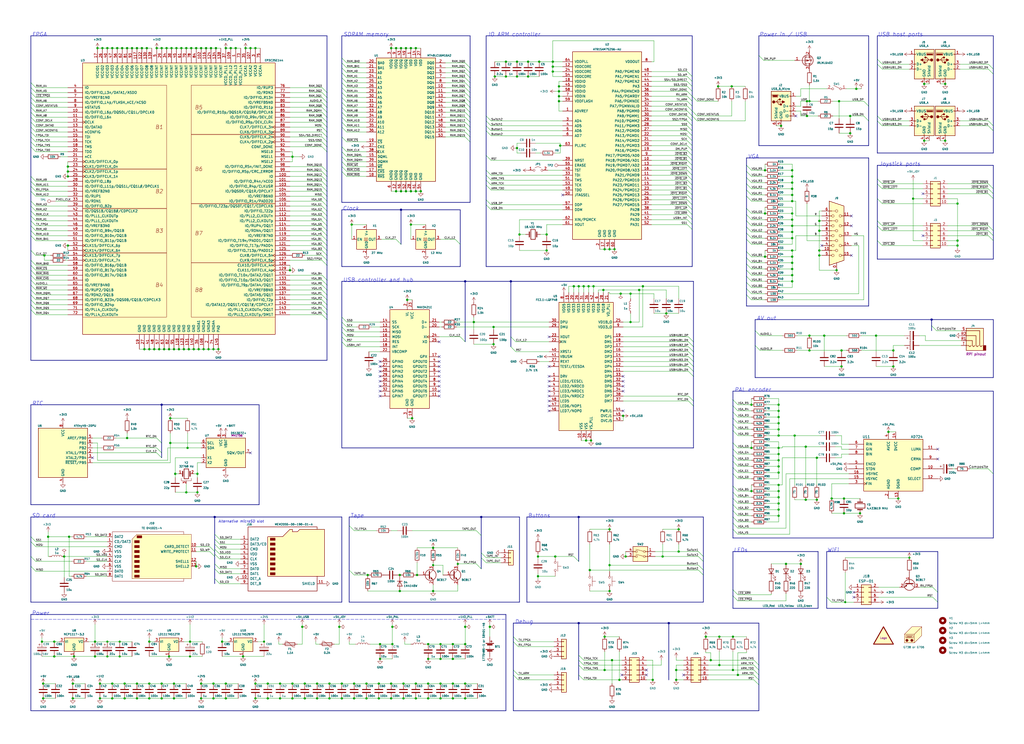
<source format=kicad_sch>
(kicad_sch (version 20211123) (generator eeschema)
  (paper "User" 526.999 383.007)
  (title_block (title "MIST.1010") (date "2022-08-21") (rev "A2") (company "Eugene Lozovoy") (comment 1 "10x10 PCB variant of MIST FPGA project"))
  (lib_symbols
    (symbol "Connector:AudioJack4"
      (property "Reference" "J" (at 0 8.89 0))
      (property "Value" "AudioJack4" (at 0 6.35 0))
      (symbol "AudioJack4_1_1"
        (pin passive line (at 5.08 -2.54 180) (length 2.54) (name "~") (number "R1"))
        (pin passive line (at 5.08 0 180) (length 2.54) (name "~") (number "R2"))
        (pin passive line (at 5.08 2.54 180) (length 2.54) (name "~") (number "S"))
        (pin passive line (at 5.08 -5.08 180) (length 2.54) (name "~") (number "T"))
      )
    )
    (symbol "Connector:DB15_Female_HighDensity_MountingHoles" (pin_names (offset 1.016) hide)
      (property "Reference" "J" (at 0 21.59 0))
      (property "Value" "DB15_Female_HighDensity_MountingHoles" (at 0 19.05 0))
      (symbol "DB15_Female_HighDensity_MountingHoles_1_1"
        (pin passive line (at 0 -17.78 90) (length 3.81) (name "~") (number "0"))
        (pin passive line (at -7.62 10.16 0) (length 5.08) (name "~") (number "1"))
        (pin passive line (at -7.62 -7.62 0) (length 5.08) (name "~") (number "10"))
        (pin passive line (at 7.62 10.16 180) (length 5.08) (name "~") (number "11"))
        (pin passive line (at 7.62 5.08 180) (length 5.08) (name "~") (number "12"))
        (pin passive line (at 7.62 0 180) (length 5.08) (name "~") (number "13"))
        (pin passive line (at 7.62 -5.08 180) (length 5.08) (name "~") (number "14"))
        (pin passive line (at 7.62 -10.16 180) (length 5.08) (name "~") (number "15"))
        (pin passive line (at -7.62 5.08 0) (length 5.08) (name "~") (number "2"))
        (pin passive line (at -7.62 0 0) (length 5.08) (name "~") (number "3"))
        (pin passive line (at -7.62 -5.08 0) (length 5.08) (name "~") (number "4"))
        (pin passive line (at -7.62 -10.16 0) (length 5.08) (name "~") (number "5"))
        (pin passive line (at -7.62 12.7 0) (length 5.08) (name "~") (number "6"))
        (pin passive line (at -7.62 7.62 0) (length 5.08) (name "~") (number "7"))
        (pin passive line (at -7.62 2.54 0) (length 5.08) (name "~") (number "8"))
        (pin passive line (at -7.62 -2.54 0) (length 5.08) (name "~") (number "9"))
      )
    )
    (symbol "Connector:Micro_SD_Card_Det" (pin_names (offset 1.016))
      (property "Reference" "J" (at -16.51 17.78 0))
      (property "Value" "Micro_SD_Card_Det" (at 16.51 17.78 0))
      (symbol "Micro_SD_Card_Det_1_1"
        (pin bidirectional line (at -22.86 10.16 0) (length 3.81) (name "DAT2") (number "1"))
        (pin passive line (at -22.86 -10.16 0) (length 3.81) (name "DET_A") (number "10"))
        (pin passive line (at 20.32 -12.7 180) (length 3.81) (name "SHIELD") (number "11"))
        (pin bidirectional line (at -22.86 7.62 0) (length 3.81) (name "DAT3/CD") (number "2"))
        (pin input line (at -22.86 5.08 0) (length 3.81) (name "CMD") (number "3"))
        (pin power_in line (at -22.86 2.54 0) (length 3.81) (name "VDD") (number "4"))
        (pin input line (at -22.86 0 0) (length 3.81) (name "CLK") (number "5"))
        (pin power_in line (at -22.86 -2.54 0) (length 3.81) (name "VSS") (number "6"))
        (pin bidirectional line (at -22.86 -5.08 0) (length 3.81) (name "DAT0") (number "7"))
        (pin bidirectional line (at -22.86 -7.62 0) (length 3.81) (name "DAT1") (number "8"))
        (pin passive line (at -22.86 -12.7 0) (length 3.81) (name "DET_B") (number "9"))
      )
    )
    (symbol "Connector:SD_Card" (pin_names (offset 1.016))
      (property "Reference" "J" (at -16.51 13.97 0))
      (property "Value" "SD_Card" (at 15.24 -13.97 0))
      (symbol "SD_Card_1_1"
        (pin input line (at -22.86 7.62 0) (length 2.54) (name "CD/DAT3") (number "1"))
        (pin input line (at 22.86 5.08 180) (length 2.54) (name "CARD_DETECT") (number "10"))
        (pin input line (at 22.86 2.54 180) (length 2.54) (name "WRITE_PROTECT") (number "11"))
        (pin input line (at 22.86 -2.54 180) (length 2.54) (name "SHELL1") (number "12"))
        (pin input line (at 22.86 -5.08 180) (length 2.54) (name "SHELL2") (number "13"))
        (pin input line (at -22.86 5.08 0) (length 2.54) (name "CMD") (number "2"))
        (pin power_in line (at -22.86 2.54 0) (length 2.54) (name "VSS") (number "3"))
        (pin power_in line (at -22.86 0 0) (length 2.54) (name "VDD") (number "4"))
        (pin input line (at -22.86 -2.54 0) (length 2.54) (name "CLK") (number "5"))
        (pin power_in line (at -22.86 -5.08 0) (length 2.54) (name "VSS") (number "6"))
        (pin input line (at -22.86 -7.62 0) (length 2.54) (name "DAT0") (number "7"))
        (pin input line (at -22.86 -10.16 0) (length 2.54) (name "DAT1") (number "8"))
        (pin input line (at -22.86 10.16 0) (length 2.54) (name "DAT2") (number "9"))
      )
    )
    (symbol "Connector:TestPoint" (pin_numbers hide) (pin_names (offset 0.762) hide)
      (property "Reference" "TP" (at 0 6.858 0))
      (property "Value" "TestPoint" (at 0 5.08 0))
      (symbol "TestPoint_1_1"
        (pin passive line (at 0 0 90) (length 2.54) (name "1") (number "1"))
      )
    )
    (symbol "Connector:USB_A" (pin_names (offset 1.016))
      (property "Reference" "J" (at -5.08 11.43 0))
      (property "Value" "USB_A" (at -5.08 8.89 0))
      (symbol "USB_A_1_1"
        (pin power_in line (at 7.62 5.08 180) (length 2.54) (name "VBUS") (number "1"))
        (pin bidirectional line (at 7.62 -2.54 180) (length 2.54) (name "D-") (number "2"))
        (pin bidirectional line (at 7.62 0 180) (length 2.54) (name "D+") (number "3"))
        (pin power_in line (at 0 -10.16 90) (length 2.54) (name "GND") (number "4"))
        (pin passive line (at -2.54 -10.16 90) (length 2.54) (name "Shield") (number "5"))
      )
    )
    (symbol "Connector:USB_B_Micro" (pin_names (offset 1.016))
      (property "Reference" "J" (at -5.08 11.43 0))
      (property "Value" "USB_B_Micro" (at -5.08 8.89 0))
      (symbol "USB_B_Micro_1_1"
        (pin power_out line (at 7.62 5.08 180) (length 2.54) (name "VBUS") (number "1"))
        (pin bidirectional line (at 7.62 -2.54 180) (length 2.54) (name "D-") (number "2"))
        (pin bidirectional line (at 7.62 0 180) (length 2.54) (name "D+") (number "3"))
        (pin passive line (at 7.62 -5.08 180) (length 2.54) (name "ID") (number "4"))
        (pin power_out line (at 0 -10.16 90) (length 2.54) (name "GND") (number "5"))
        (pin passive line (at -2.54 -10.16 90) (length 2.54) (name "Shield") (number "6"))
      )
    )
    (symbol "Connector_Generic:Conn_01x03" (pin_names (offset 1.016) hide)
      (property "Reference" "J" (at 0 5.08 0))
      (property "Value" "Conn_01x03" (at 0 -5.08 0))
      (symbol "Conn_01x03_1_1"
        (pin passive line (at -5.08 2.54 0) (length 3.81) (name "Pin_1") (number "1"))
        (pin passive line (at -5.08 0 0) (length 3.81) (name "Pin_2") (number "2"))
        (pin passive line (at -5.08 -2.54 0) (length 3.81) (name "Pin_3") (number "3"))
      )
    )
    (symbol "Connector_Generic:Conn_01x04" (pin_names (offset 1.016) hide)
      (property "Reference" "J" (at 0 5.08 0))
      (property "Value" "Conn_01x04" (at 0 -7.62 0))
      (symbol "Conn_01x04_1_1"
        (pin passive line (at -5.08 2.54 0) (length 3.81) (name "Pin_1") (number "1"))
        (pin passive line (at -5.08 0 0) (length 3.81) (name "Pin_2") (number "2"))
        (pin passive line (at -5.08 -2.54 0) (length 3.81) (name "Pin_3") (number "3"))
        (pin passive line (at -5.08 -5.08 0) (length 3.81) (name "Pin_4") (number "4"))
      )
    )
    (symbol "Connector_Generic:Conn_02x04_Odd_Even" (pin_names (offset 1.016) hide)
      (property "Reference" "J" (at 1.27 5.08 0))
      (property "Value" "Conn_02x04_Odd_Even" (at 1.27 -7.62 0))
      (symbol "Conn_02x04_Odd_Even_1_1"
        (pin passive line (at -5.08 2.54 0) (length 3.81) (name "Pin_1") (number "1"))
        (pin passive line (at 7.62 2.54 180) (length 3.81) (name "Pin_2") (number "2"))
        (pin passive line (at -5.08 0 0) (length 3.81) (name "Pin_3") (number "3"))
        (pin passive line (at 7.62 0 180) (length 3.81) (name "Pin_4") (number "4"))
        (pin passive line (at -5.08 -2.54 0) (length 3.81) (name "Pin_5") (number "5"))
        (pin passive line (at 7.62 -2.54 180) (length 3.81) (name "Pin_6") (number "6"))
        (pin passive line (at -5.08 -5.08 0) (length 3.81) (name "Pin_7") (number "7"))
        (pin passive line (at 7.62 -5.08 180) (length 3.81) (name "Pin_8") (number "8"))
      )
    )
    (symbol "Connector_Generic:Conn_02x05_Odd_Even" (pin_names (offset 1.016) hide)
      (property "Reference" "J" (at 1.27 7.62 0))
      (property "Value" "Conn_02x05_Odd_Even" (at 1.27 -7.62 0))
      (symbol "Conn_02x05_Odd_Even_1_1"
        (pin passive line (at -5.08 5.08 0) (length 3.81) (name "Pin_1") (number "1"))
        (pin passive line (at 7.62 -5.08 180) (length 3.81) (name "Pin_10") (number "10"))
        (pin passive line (at 7.62 5.08 180) (length 3.81) (name "Pin_2") (number "2"))
        (pin passive line (at -5.08 2.54 0) (length 3.81) (name "Pin_3") (number "3"))
        (pin passive line (at 7.62 2.54 180) (length 3.81) (name "Pin_4") (number "4"))
        (pin passive line (at -5.08 0 0) (length 3.81) (name "Pin_5") (number "5"))
        (pin passive line (at 7.62 0 180) (length 3.81) (name "Pin_6") (number "6"))
        (pin passive line (at -5.08 -2.54 0) (length 3.81) (name "Pin_7") (number "7"))
        (pin passive line (at 7.62 -2.54 180) (length 3.81) (name "Pin_8") (number "8"))
        (pin passive line (at -5.08 -5.08 0) (length 3.81) (name "Pin_9") (number "9"))
      )
    )
    (symbol "Device:Battery" (pin_numbers hide) (pin_names (offset 0) hide)
      (property "Reference" "BT" (at 2.54 2.54 0))
      (property "Value" "Battery" (at 2.54 0 0))
      (symbol "Battery_1_1"
        (pin passive line (at 0 5.08 270) (length 2.54) (name "+") (number "1"))
        (pin passive line (at 0 -5.08 90) (length 2.54) (name "-") (number "2"))
      )
    )
    (symbol "Device:C" (pin_numbers hide) (pin_names (offset 0.254))
      (property "Reference" "C" (at 0.635 2.54 0))
      (property "Value" "C" (at 0.635 -2.54 0))
      (symbol "C_1_1"
        (pin passive line (at 0 3.81 270) (length 2.794) (name "~") (number "1"))
        (pin passive line (at 0 -3.81 90) (length 2.794) (name "~") (number "2"))
      )
    )
    (symbol "Device:C_Polarized" (pin_numbers hide) (pin_names (offset 0.254))
      (property "Reference" "C" (at 0.635 2.54 0))
      (property "Value" "C_Polarized" (at 0.635 -2.54 0))
      (symbol "C_Polarized_1_1"
        (pin passive line (at 0 3.81 270) (length 2.794) (name "~") (number "1"))
        (pin passive line (at 0 -3.81 90) (length 2.794) (name "~") (number "2"))
      )
    )
    (symbol "Device:Crystal" (pin_numbers hide) (pin_names (offset 1.016) hide)
      (property "Reference" "Y" (at 0 3.81 0))
      (property "Value" "Crystal" (at 0 -3.81 0))
      (symbol "Crystal_1_1"
        (pin passive line (at -3.81 0 0) (length 1.27) (name "1") (number "1"))
        (pin passive line (at 3.81 0 180) (length 1.27) (name "2") (number "2"))
      )
    )
    (symbol "Device:Crystal_GND3" (pin_names (offset 1.016) hide)
      (property "Reference" "Y" (at 0 5.715 0))
      (property "Value" "Crystal_GND3" (at 0 3.81 0))
      (symbol "Crystal_GND3_1_1"
        (pin passive line (at -3.81 0 0) (length 1.27) (name "1") (number "1"))
        (pin passive line (at 3.81 0 180) (length 1.27) (name "2") (number "2"))
        (pin passive line (at 0 -5.08 90) (length 1.27) (name "3") (number "3"))
      )
    )
    (symbol "Device:D" (pin_numbers hide) (pin_names (offset 1.016) hide)
      (property "Reference" "D" (at 0 2.54 0))
      (property "Value" "D" (at 0 -2.54 0))
      (symbol "D_1_1"
        (pin passive line (at -3.81 0 0) (length 2.54) (name "K") (number "1"))
        (pin passive line (at 3.81 0 180) (length 2.54) (name "A") (number "2"))
      )
    )
    (symbol "Device:L" (pin_numbers hide) (pin_names (offset 1.016) hide)
      (property "Reference" "L" (at -1.27 0 90))
      (property "Value" "L" (at 1.905 0 90))
      (symbol "L_1_1"
        (pin passive line (at 0 3.81 270) (length 1.27) (name "1") (number "1"))
        (pin passive line (at 0 -3.81 90) (length 1.27) (name "2") (number "2"))
      )
    )
    (symbol "Device:LED" (pin_numbers hide) (pin_names (offset 1.016) hide)
      (property "Reference" "D" (at 0 2.54 0))
      (property "Value" "LED" (at 0 -2.54 0))
      (symbol "LED_1_1"
        (pin passive line (at -3.81 0 0) (length 2.54) (name "K") (number "1"))
        (pin passive line (at 3.81 0 180) (length 2.54) (name "A") (number "2"))
      )
    )
    (symbol "Device:Polyfuse" (pin_numbers hide) (pin_names (offset 0))
      (property "Reference" "F" (at -2.54 0 90))
      (property "Value" "Polyfuse" (at 2.54 0 90))
      (symbol "Polyfuse_1_1"
        (pin passive line (at 0 3.81 270) (length 1.27) (name "~") (number "1"))
        (pin passive line (at 0 -3.81 90) (length 1.27) (name "~") (number "2"))
      )
    )
    (symbol "Device:R" (pin_numbers hide) (pin_names (offset 0))
      (property "Reference" "R" (at 2.032 0 90))
      (property "Value" "R" (at 0 0 90))
      (symbol "R_1_1"
        (pin passive line (at 0 3.81 270) (length 1.27) (name "~") (number "1"))
        (pin passive line (at 0 -3.81 90) (length 1.27) (name "~") (number "2"))
      )
    )
    (symbol "Jumper:Jumper_2_Open" (pin_names (offset 0) hide)
      (property "Reference" "JP" (at 0 2.794 0))
      (property "Value" "Jumper_2_Open" (at 0 -2.286 0))
      (symbol "Jumper_2_Open_1_1"
        (pin passive line (at -5.08 0 0) (length 2.54) (name "A") (number "1"))
        (pin passive line (at 5.08 0 180) (length 2.54) (name "B") (number "2"))
      )
    )
    (symbol "MCU_Microchip_ATtiny:ATtiny85V-10P"
      (property "Reference" "U" (at -12.7 13.97 0))
      (property "Value" "ATtiny85V-10P" (at 2.54 -13.97 0))
      (symbol "ATtiny85V-10P_1_1"
        (pin bidirectional line (at 15.24 -5.08 180) (length 2.54) (name "~{RESET}/PB5") (number "1"))
        (pin bidirectional line (at 15.24 0 180) (length 2.54) (name "XTAL1/PB3") (number "2"))
        (pin bidirectional line (at 15.24 -2.54 180) (length 2.54) (name "XTAL2/PB4") (number "3"))
        (pin power_in line (at 0 -15.24 90) (length 2.54) (name "GND") (number "4"))
        (pin bidirectional line (at 15.24 7.62 180) (length 2.54) (name "AREF/PB0") (number "5"))
        (pin bidirectional line (at 15.24 5.08 180) (length 2.54) (name "PB1") (number "6"))
        (pin bidirectional line (at 15.24 2.54 180) (length 2.54) (name "PB2") (number "7"))
        (pin power_in line (at 0 15.24 270) (length 2.54) (name "VCC") (number "8"))
      )
    )
    (symbol "Mechanical:Housing" (pin_names (offset 1.016))
      (property "Reference" "N" (at 3.81 0 0))
      (property "Value" "Housing" (at 3.81 -1.905 0))
    )
    (symbol "Mechanical:MountingHole" (pin_names (offset 1.016))
      (property "Reference" "H" (at 0 5.08 0))
      (property "Value" "MountingHole" (at 0 3.175 0))
    )
    (symbol "Oscillator:XO91" (pin_names (offset 0.254))
      (property "Reference" "X" (at -5.08 6.35 0))
      (property "Value" "XO91" (at 1.27 -6.35 0))
      (symbol "XO91_1_1"
        (pin input line (at -7.62 0 0) (length 2.54) (name "EN") (number "1"))
        (pin power_in line (at 0 -7.62 90) (length 2.54) (name "GND") (number "2"))
        (pin output line (at 7.62 0 180) (length 2.54) (name "OUT") (number "3"))
        (pin power_in line (at 0 7.62 270) (length 2.54) (name "V+") (number "4"))
      )
    )
    (symbol "Regulator_Linear:AZ1117-1.2" (pin_names (offset 0.254))
      (property "Reference" "U" (at -3.81 3.175 0))
      (property "Value" "AZ1117-1.2" (at 0 3.175 0))
      (symbol "AZ1117-1.2_1_1"
        (pin power_in line (at 0 -7.62 90) (length 2.54) (name "GND") (number "1"))
        (pin power_out line (at 7.62 0 180) (length 2.54) (name "VO") (number "2"))
        (pin power_in line (at -7.62 0 0) (length 2.54) (name "VI") (number "3"))
      )
    )
    (symbol "Regulator_Linear:AZ1117-2.5" (pin_names (offset 0.254))
      (property "Reference" "U" (at -3.81 3.175 0))
      (property "Value" "AZ1117-2.5" (at 0 3.175 0))
      (symbol "AZ1117-2.5_1_1"
        (pin power_in line (at 0 -7.62 90) (length 2.54) (name "GND") (number "1"))
        (pin power_out line (at 7.62 0 180) (length 2.54) (name "VO") (number "2"))
        (pin power_in line (at -7.62 0 0) (length 2.54) (name "VI") (number "3"))
      )
    )
    (symbol "Regulator_Linear:NCP1117-3.3_TO252" (pin_names (offset 0.254))
      (property "Reference" "U" (at -3.81 3.175 0))
      (property "Value" "NCP1117-3.3_TO252" (at 0 3.175 0))
      (symbol "NCP1117-3.3_TO252_1_1"
        (pin power_in line (at 0 -7.62 90) (length 2.54) (name "GND") (number "1"))
        (pin power_out line (at 7.62 0 180) (length 2.54) (name "VO") (number "2"))
        (pin power_in line (at -7.62 0 0) (length 2.54) (name "VI") (number "3"))
      )
    )
    (symbol "Switch:SW_DIP_x02" (pin_names (offset 0) hide)
      (property "Reference" "SW" (at 0 6.35 0))
      (property "Value" "SW_DIP_x02" (at 0 -3.81 0))
      (symbol "SW_DIP_x02_1_1"
        (pin passive line (at -7.62 2.54 0) (length 5.08) (name "~") (number "1"))
        (pin passive line (at -7.62 0 0) (length 5.08) (name "~") (number "2"))
        (pin passive line (at 7.62 0 180) (length 5.08) (name "~") (number "3"))
        (pin passive line (at 7.62 2.54 180) (length 5.08) (name "~") (number "4"))
      )
    )
    (symbol "Switch:SW_Push" (pin_numbers hide) (pin_names (offset 1.016) hide)
      (property "Reference" "SW" (at 1.27 2.54 0))
      (property "Value" "SW_Push" (at 0 -1.524 0))
      (symbol "SW_Push_0_1"
        (pin passive line (at -5.08 0 0) (length 2.54) (name "1") (number "1"))
        (pin passive line (at 5.08 0 180) (length 2.54) (name "2") (number "2"))
      )
    )
    (symbol "Switch:SW_SPST" (pin_names (offset 0) hide)
      (property "Reference" "SW" (at 0 3.175 0))
      (property "Value" "SW_SPST" (at 0 -2.54 0))
      (symbol "SW_SPST_1_1"
        (pin passive line (at -5.08 0 0) (length 2.54) (name "A") (number "1"))
        (pin passive line (at 5.08 0 180) (length 2.54) (name "B") (number "2"))
      )
    )
    (symbol "Timer_RTC:DS1307Z+"
      (property "Reference" "U" (at -8.89 8.89 0))
      (property "Value" "DS1307Z+" (at 1.27 8.89 0))
      (symbol "DS1307Z+_1_1"
        (pin input line (at -12.7 -2.54 0) (length 2.54) (name "X1") (number "1"))
        (pin input line (at -12.7 -5.08 0) (length 2.54) (name "X2") (number "2"))
        (pin power_in line (at 0 10.16 270) (length 2.54) (name "VBAT") (number "3"))
        (pin power_in line (at 0 -10.16 90) (length 2.54) (name "GND") (number "4"))
        (pin bidirectional line (at -12.7 2.54 0) (length 2.54) (name "SDA") (number "5"))
        (pin input line (at -12.7 5.08 0) (length 2.54) (name "SCL") (number "6"))
        (pin open_collector line (at 12.7 0 180) (length 2.54) (name "SQW/OUT") (number "7"))
        (pin power_in line (at -2.54 10.16 270) (length 2.54) (name "VCC") (number "8"))
      )
    )
    (symbol "Transistor_BJT:BC817" (pin_names (offset 0) hide)
      (property "Reference" "Q" (at 5.08 1.905 0))
      (property "Value" "BC817" (at 5.08 0 0))
      (symbol "BC817_1_1"
        (pin input line (at -5.08 0 0) (length 5.715) (name "B") (number "1"))
        (pin passive line (at 2.54 -5.08 90) (length 2.54) (name "E") (number "2"))
        (pin passive line (at 2.54 5.08 270) (length 2.54) (name "C") (number "3"))
      )
    )
    (symbol "Transistor_FET:IRLML6402" (pin_names (offset 0) hide)
      (property "Reference" "Q" (at 5.08 1.905 0))
      (property "Value" "IRLML6402" (at 5.08 0 0))
      (symbol "IRLML6402_1_1"
        (pin input line (at -5.08 0 0) (length 2.54) (name "G") (number "1"))
        (pin passive line (at 2.54 -5.08 90) (length 2.54) (name "S") (number "2"))
        (pin passive line (at 2.54 5.08 270) (length 2.54) (name "D") (number "3"))
      )
    )
    (symbol "my:AD724" (pin_names (offset 1.016))
      (property "Reference" "U" (at -13.97 13.97 0))
      (property "Value" "AD724" (at 12.7 13.97 0))
      (symbol "AD724_1_1"
        (pin input line (at -22.86 -2.54 0) (length 7.62) (name "STDN") (number "1"))
        (pin output line (at 22.86 -2.54 180) (length 7.62) (name "COMP") (number "10"))
        (pin output line (at 22.86 7.62 180) (length 7.62) (name "LUMA") (number "11"))
        (pin input line (at 22.86 -7.62 180) (length 7.62) (name "SELECT") (number "12"))
        (pin power_in line (at 2.54 -17.78 90) (length 3.81) (name "DGND") (number "13"))
        (pin power_in line (at 1.27 16.51 270) (length 3.81) (name "DVCC") (number "14"))
        (pin input line (at -22.86 -7.62 0) (length 7.62) (name "VSYNC") (number "15"))
        (pin input line (at -22.86 -5.08 0) (length 7.62) (name "HSYNC") (number "16"))
        (pin power_in line (at -2.54 -17.78 90) (length 3.81) (name "AGND") (number "2"))
        (pin input clock (at -22.86 -10.16 0) (length 7.62) (name "FIN") (number "3"))
        (pin power_in line (at -2.54 16.51 270) (length 3.81) (name "AVCC") (number "4"))
        (pin input line (at -22.86 0 0) (length 7.62) (name "ENCD") (number "5"))
        (pin input line (at -22.86 10.16 0) (length 7.62) (name "RIN") (number "6"))
        (pin input line (at -22.86 7.62 0) (length 7.62) (name "GIN") (number "7"))
        (pin input line (at -22.86 5.08 0) (length 7.62) (name "BIN") (number "8"))
        (pin output line (at 22.86 2.54 180) (length 7.62) (name "CRMA") (number "9"))
      )
    )
    (symbol "my:AT91SAM7S256-AU-001" (pin_names (offset 1.016))
      (property "Reference" "U" (at -18.415 48.895 0))
      (property "Value" "AT91SAM7S256-AU-001" (at -5.715 48.895 0))
      (symbol "AT91SAM7S256-AU-001_0_0"
        (pin input line (at -22.86 17.78 0) (length 5.08) (name "ADVREF") (number "1"))
        (pin bidirectional line (at 22.86 -7.62 180) (length 5.08) (name "PA18/PGMD6/AD1") (number "10"))
        (pin bidirectional line (at 22.86 -15.24 180) (length 5.08) (name "PA21/PGMD9") (number "11"))
        (pin power_in line (at -22.86 40.64 0) (length 5.08) (name "VDDCORE") (number "12"))
        (pin bidirectional line (at 22.86 -10.16 180) (length 5.08) (name "PA19/PGMD7/AD2") (number "13"))
        (pin bidirectional line (at 22.86 -17.78 180) (length 5.08) (name "PA22/PGMD10") (number "14"))
        (pin bidirectional line (at 22.86 -20.32 180) (length 5.08) (name "PA23/PGMD11") (number "15"))
        (pin bidirectional line (at 22.86 -12.7 180) (length 5.08) (name "PA20/PGMD8/AD3") (number "16"))
        (pin power_in line (at -1.27 -53.34 90) (length 5.08) (name "GND") (number "17"))
        (pin power_in line (at -22.86 33.02 0) (length 5.08) (name "VDDIO") (number "18"))
        (pin bidirectional line (at 22.86 -2.54 180) (length 5.08) (name "PA16/PGMD4") (number "19"))
        (pin power_in line (at -3.81 -53.34 90) (length 5.08) (name "GND") (number "2"))
        (pin bidirectional line (at 22.86 0 180) (length 5.08) (name "PA15/PGMD3") (number "20"))
        (pin bidirectional line (at 22.86 2.54 180) (length 5.08) (name "PA14/PGMD2") (number "21"))
        (pin bidirectional line (at 22.86 5.08 180) (length 5.08) (name "PA13/PGMD1") (number "22"))
        (pin bidirectional line (at 22.86 -22.86 180) (length 5.08) (name "PA24/PGMD12") (number "23"))
        (pin power_in line (at -22.86 38.1 0) (length 5.08) (name "VDDCORE") (number "24"))
        (pin bidirectional line (at 22.86 -25.4 180) (length 5.08) (name "PA25/PGMD13") (number "25"))
        (pin bidirectional line (at 22.86 -27.94 180) (length 5.08) (name "PA26/PGMD14") (number "26"))
        (pin bidirectional line (at 22.86 7.62 180) (length 5.08) (name "PA12/PGMD0") (number "27"))
        (pin bidirectional line (at 22.86 10.16 180) (length 5.08) (name "PA11/PGMM3") (number "28"))
        (pin bidirectional line (at 22.86 12.7 180) (length 5.08) (name "PA10/PGMM2") (number "29"))
        (pin input line (at -22.86 12.7 0) (length 5.08) (name "AD4") (number "3"))
        (pin bidirectional line (at 22.86 15.24 180) (length 5.08) (name "PA9/PGMM1") (number "30"))
        (pin bidirectional line (at 22.86 17.78 180) (length 5.08) (name "PA8/PGMM0") (number "31"))
        (pin bidirectional line (at 22.86 20.32 180) (length 5.08) (name "PA7/PGMNVALID") (number "32"))
        (pin input line (at -22.86 -15.24 0) (length 5.08) (name "TDI") (number "33"))
        (pin bidirectional line (at 22.86 22.86 180) (length 5.08) (name "PA6/PGMNOE") (number "34"))
        (pin bidirectional line (at 22.86 25.4 180) (length 5.08) (name "PA5/PGMRDY") (number "35"))
        (pin bidirectional line (at 22.86 27.94 180) (length 5.08) (name "PA4/PGMNCMD") (number "36"))
        (pin bidirectional line (at 22.86 -30.48 180) (length 5.08) (name "PA27/PGMD15") (number "37"))
        (pin bidirectional line (at 22.86 -33.02 180) (length 5.08) (name "PA28") (number "38"))
        (pin bidirectional line (at -22.86 -7.62 0) (length 5.08) (name "NRST") (number "39"))
        (pin input line (at -22.86 10.16 0) (length 5.08) (name "AD5") (number "4"))
        (pin input line (at -22.86 -12.7 0) (length 5.08) (name "TST") (number "40"))
        (pin bidirectional line (at 22.86 -35.56 180) (length 5.08) (name "PA29") (number "41"))
        (pin bidirectional line (at 22.86 -38.1 180) (length 5.08) (name "PA30") (number "42"))
        (pin bidirectional line (at 22.86 30.48 180) (length 5.08) (name "PA3") (number "43"))
        (pin bidirectional line (at 22.86 33.02 180) (length 5.08) (name "PA2/PGMEN2") (number "44"))
        (pin power_in line (at -22.86 30.48 0) (length 5.08) (name "VDDIO") (number "45"))
        (pin power_in line (at 1.27 -53.34 90) (length 5.08) (name "GND") (number "46"))
        (pin bidirectional line (at 22.86 35.56 180) (length 5.08) (name "PA1/PGMEN1") (number "47"))
        (pin bidirectional line (at 22.86 38.1 180) (length 5.08) (name "PA0/PGMEN0") (number "48"))
        (pin output line (at -22.86 -22.86 0) (length 5.08) (name "TDO") (number "49"))
        (pin input line (at -22.86 7.62 0) (length 5.08) (name "AD6") (number "5"))
        (pin input line (at -22.86 -25.4 0) (length 5.08) (name "JTAGSEL") (number "50"))
        (pin input line (at -22.86 -17.78 0) (length 5.08) (name "TMS") (number "51"))
        (pin bidirectional line (at 22.86 -40.64 180) (length 5.08) (name "PA31") (number "52"))
        (pin input line (at -22.86 -20.32 0) (length 5.08) (name "TCK") (number "53"))
        (pin power_in line (at -22.86 35.56 0) (length 5.08) (name "VDDCORE") (number "54"))
        (pin input line (at -22.86 -10.16 0) (length 5.08) (name "ERASE") (number "55"))
        (pin bidirectional line (at -22.86 -33.02 0) (length 5.08) (name "DDM") (number "56"))
        (pin bidirectional line (at -22.86 -30.48 0) (length 5.08) (name "DDP") (number "57"))
        (pin power_in line (at -22.86 27.94 0) (length 5.08) (name "VDDIO") (number "58"))
        (pin power_in line (at -22.86 22.86 0) (length 5.08) (name "VDDFLASH") (number "59"))
        (pin input line (at -22.86 5.08 0) (length 5.08) (name "AD7") (number "6"))
        (pin power_in line (at 3.81 -53.34 90) (length 5.08) (name "GND") (number "60"))
        (pin output line (at -22.86 -40.64 0) (length 5.08) (name "XOUT") (number "61"))
        (pin input line (at -22.86 -38.1 0) (length 5.08) (name "XIN/PGMCK") (number "62"))
        (pin input line (at -22.86 0 0) (length 5.08) (name "PLLRC") (number "63"))
        (pin power_in line (at -22.86 43.18 0) (length 5.08) (name "VDDPLL") (number "64"))
        (pin power_in line (at -22.86 25.4 0) (length 5.08) (name "VDDIN") (number "7"))
        (pin power_out line (at 22.86 43.18 180) (length 5.08) (name "VDDOUT") (number "8"))
        (pin bidirectional line (at 22.86 -5.08 180) (length 5.08) (name "PA17/PGMD5/AD0") (number "9"))
      )
    )
    (symbol "my:EP3C25E144" (pin_names (offset 1.016))
      (property "Reference" "U" (at 0 -2.54 0))
      (property "Value" "EP3C25E144" (at 0 2.54 0))
      (symbol "EP3C25E144_0_0"
        (text "B1" (at -10.16 36.83 0) (effects (font (size 2 2) italic)))
        (text "B2" (at -10.16 3.81 0) (effects (font (size 2 2) italic)))
        (text "B3" (at -10.16 -16.51 0) (effects (font (size 2 2) italic)))
        (text "B4" (at -10.16 -44.45 0) (effects (font (size 2 2) italic)))
        (text "B5" (at 10.16 46.99 0) (effects (font (size 2 2) italic)))
        (text "B6" (at 10.16 15.24 0) (effects (font (size 2 2) italic)))
        (text "B7" (at 10.16 -17.78 0) (effects (font (size 2 2) italic)))
        (text "B8" (at 10.16 -46.99 0) (effects (font (size 2 2) italic)))
      )
      (symbol "EP3C25E144_1_1"
        (pin power_in line (at 29.21 77.47 270) (length 7.62) (name "VCCD_PLL3") (number "1"))
        (pin bidirectional line (at -57.15 44.45 0) (length 7.62) (name "IO/DIFFIO_L6p/DQS0L/CQ1L/DPCLK0") (number "10"))
        (pin bidirectional line (at 57.15 11.43 180) (length 7.62) (name "IO") (number "100"))
        (pin bidirectional line (at 57.15 8.89 180) (length 7.62) (name "IO/DIFFIO_R4n/nCEO") (number "101"))
        (pin power_in line (at 11.43 77.47 270) (length 7.62) (name "VCCINT") (number "102"))
        (pin bidirectional line (at 57.15 6.35 180) (length 7.62) (name "IO/DIFFIO_R4p/CLKUSR") (number "103"))
        (pin bidirectional line (at 57.15 3.81 180) (length 7.62) (name "IO/DQS0R/CQ1R/DPCLK7") (number "104"))
        (pin bidirectional line (at 57.15 1.27 180) (length 7.62) (name "IO/VREFB6N0") (number "105"))
        (pin bidirectional line (at 57.15 -1.27 180) (length 7.62) (name "IO/DIFFIO_R1n/PADD20") (number "106"))
        (pin power_in line (at 36.83 77.47 270) (length 7.62) (name "VCCA2") (number "107"))
        (pin power_in line (at 12.7 -77.47 90) (length 7.62) (name "GNDA2") (number "108"))
        (pin power_in line (at 26.67 77.47 270) (length 7.62) (name "VCCD_PLL2") (number "109"))
        (pin bidirectional line (at -57.15 41.91 0) (length 7.62) (name "IO/DIFFIO_L6n") (number "11"))
        (pin bidirectional line (at 57.15 -3.81 180) (length 7.62) (name "IO/DIFFIO_T23p/DQS0T/CQ1T/CDPCLK6") (number "110"))
        (pin bidirectional line (at 57.15 -6.35 180) (length 7.62) (name "IO/DIFFIO_T22p") (number "111"))
        (pin bidirectional line (at 57.15 -8.89 180) (length 7.62) (name "IO/PLL2_CLKOUTn") (number "112"))
        (pin bidirectional line (at 57.15 -11.43 180) (length 7.62) (name "IO/PLL2_CLKOUTp") (number "113"))
        (pin bidirectional line (at 57.15 -13.97 180) (length 7.62) (name "IO/RUP4/DQ1T") (number "114"))
        (pin bidirectional line (at 57.15 -16.51 180) (length 7.62) (name "IO/RDN4/DQ1T") (number "115"))
        (pin power_in line (at 13.97 77.47 270) (length 7.62) (name "VCCINT") (number "116"))
        (pin power_in line (at -21.59 77.47 270) (length 7.62) (name "VCCIO7") (number "117"))
        (pin power_in line (at 0 -77.47 90) (length 7.62) (name "GND") (number "118"))
        (pin bidirectional line (at 57.15 -19.05 180) (length 7.62) (name "IO/VREFB7N0") (number "119"))
        (pin input clock (at -57.15 39.37 0) (length 7.62) (name "DCLK") (number "12"))
        (pin bidirectional line (at 57.15 -21.59 180) (length 7.62) (name "IO/DIFFIO_T19n/PADD1/DQ1T") (number "120"))
        (pin bidirectional line (at 57.15 -24.13 180) (length 7.62) (name "IO/DIFFIO_T17p/PADD4") (number "121"))
        (pin power_in line (at -19.05 77.47 270) (length 7.62) (name "VCCIO7") (number "122"))
        (pin power_in line (at 2.54 -77.47 90) (length 7.62) (name "GND") (number "123"))
        (pin power_in line (at 16.51 77.47 270) (length 7.62) (name "VCCINT") (number "124"))
        (pin bidirectional line (at 57.15 -26.67 180) (length 7.62) (name "IO/DIFFIO_T13p/PADD12") (number "125"))
        (pin input clock (at 57.15 -29.21 180) (length 7.62) (name "CLK8/DIFFCLK_5n") (number "126"))
        (pin input clock (at 57.15 -31.75 180) (length 7.62) (name "CLK9/DIFFCLK_5p") (number "127"))
        (pin input clock (at 57.15 -34.29 180) (length 7.62) (name "CLK10/DIFFCLK_4n") (number "128"))
        (pin input clock (at 57.15 -36.83 180) (length 7.62) (name "CLK11/DIFFCLK_4p") (number "129"))
        (pin bidirectional line (at -57.15 36.83 0) (length 7.62) (name "IO/DATA0") (number "13"))
        (pin power_in line (at -16.51 77.47 270) (length 7.62) (name "VCCIO8") (number "130"))
        (pin power_in line (at 5.08 -77.47 90) (length 7.62) (name "GND") (number "131"))
        (pin bidirectional line (at 57.15 -39.37 180) (length 7.62) (name "IO/DIFFIO_T10n/DATA2/DQ1T") (number "132"))
        (pin bidirectional line (at 57.15 -41.91 180) (length 7.62) (name "IO/DIFFIO_T10p/DATA3/DQ1T") (number "133"))
        (pin power_in line (at 19.05 77.47 270) (length 7.62) (name "VCCINT") (number "134"))
        (pin bidirectional line (at 57.15 -44.45 180) (length 7.62) (name "IO/DIFFIO_T9p/DATA4/DQ1T") (number "135"))
        (pin bidirectional line (at 57.15 -46.99 180) (length 7.62) (name "IO/VREFB8N0") (number "136"))
        (pin bidirectional line (at 57.15 -49.53 180) (length 7.62) (name "IO/DATA5/DQ1T") (number "137"))
        (pin power_in line (at 21.59 77.47 270) (length 7.62) (name "VCCINT") (number "138"))
        (pin power_in line (at -13.97 77.47 270) (length 7.62) (name "VCCIO8") (number "139"))
        (pin input line (at -57.15 34.29 0) (length 7.62) (name "nCONFIG") (number "14"))
        (pin power_in line (at 7.62 -77.47 90) (length 7.62) (name "GND") (number "140"))
        (pin bidirectional line (at 57.15 -52.07 180) (length 7.62) (name "IO/DIFFIO_T2p") (number "141"))
        (pin bidirectional line (at 57.15 -54.61 180) (length 7.62) (name "IO/DATA12/DQS1T/CQ1T#/CDPCLK7") (number "142"))
        (pin bidirectional line (at 57.15 -57.15 180) (length 7.62) (name "IO/PLL3_CLKOUTn/DQ1T") (number "143"))
        (pin bidirectional line (at 57.15 -59.69 180) (length 7.62) (name "IO/PLL3_CLKOUTp/DM1T") (number "144"))
        (pin power_in line (at 20.32 -77.47 90) (length 7.62) (name "PAD") (number "145"))
        (pin input line (at -57.15 31.75 0) (length 7.62) (name "TDI") (number "15"))
        (pin input line (at -57.15 29.21 0) (length 7.62) (name "TCK") (number "16"))
        (pin power_in line (at -41.91 77.47 270) (length 7.62) (name "VCCIO1") (number "17"))
        (pin input line (at -57.15 26.67 0) (length 7.62) (name "TMS") (number "18"))
        (pin power_in line (at -20.32 -77.47 90) (length 7.62) (name "GND") (number "19"))
        (pin power_in line (at 15.24 -77.47 90) (length 7.62) (name "GNDA3") (number "2"))
        (pin output line (at -57.15 24.13 0) (length 7.62) (name "TDO") (number "20"))
        (pin input line (at -57.15 21.59 0) (length 7.62) (name "nCE") (number "21"))
        (pin input clock (at -57.15 19.05 0) (length 7.62) (name "CLK0/DIFFCLK_0p") (number "22"))
        (pin input clock (at -57.15 16.51 0) (length 7.62) (name "CLK1/DIFFCLK_0n") (number "23"))
        (pin input clock (at -57.15 13.97 0) (length 7.62) (name "CLK2/DIFFCLK_1p") (number "24"))
        (pin input clock (at -57.15 11.43 0) (length 7.62) (name "CLK3/DIFFCLK_1n") (number "25"))
        (pin power_in line (at -39.37 77.47 270) (length 7.62) (name "VCCIO2") (number "26"))
        (pin power_in line (at -17.78 -77.47 90) (length 7.62) (name "GND") (number "27"))
        (pin bidirectional line (at -57.15 8.89 0) (length 7.62) (name "IO/DIFFIO_L8p") (number "28"))
        (pin power_in line (at -8.89 77.47 270) (length 7.62) (name "VCCINT") (number "29"))
        (pin power_in line (at 39.37 77.47 270) (length 7.62) (name "VCCA3") (number "3"))
        (pin bidirectional line (at -57.15 6.35 0) (length 7.62) (name "IO/DIFFIO_L11p/DQS1L/CQ1L#/DPCLK1") (number "30"))
        (pin bidirectional line (at -57.15 3.81 0) (length 7.62) (name "IO/VREFB2N0") (number "31"))
        (pin bidirectional line (at -57.15 1.27 0) (length 7.62) (name "IO/RUP1") (number "32"))
        (pin bidirectional line (at -57.15 -1.27 0) (length 7.62) (name "IO/RDN1") (number "33"))
        (pin power_in line (at -6.35 77.47 270) (length 7.62) (name "VCCINT") (number "34"))
        (pin power_in line (at 34.29 77.47 270) (length 7.62) (name "VCCA1") (number "35"))
        (pin power_in line (at 10.16 -77.47 90) (length 7.62) (name "GNDA1") (number "36"))
        (pin power_in line (at 24.13 77.47 270) (length 7.62) (name "VCCD_PLL1") (number "37"))
        (pin power_in line (at -3.81 77.47 270) (length 7.62) (name "VCCINT") (number "38"))
        (pin bidirectional line (at -57.15 -3.81 0) (length 7.62) (name "IO/DIFFIO_B2p") (number "39"))
        (pin bidirectional line (at -57.15 57.15 0) (length 7.62) (name "IO") (number "4"))
        (pin power_in line (at -36.83 77.47 270) (length 7.62) (name "VCCIO3") (number "40"))
        (pin power_in line (at -15.24 -77.47 90) (length 7.62) (name "GND") (number "41"))
        (pin bidirectional line (at -57.15 -6.35 0) (length 7.62) (name "IO/DQS1B/CQ1B#/CDPCLK2") (number "42"))
        (pin bidirectional line (at -57.15 -8.89 0) (length 7.62) (name "IO/PLL1_CLKOUTp") (number "43"))
        (pin bidirectional line (at -57.15 -11.43 0) (length 7.62) (name "IO/PLL1_CLKOUTn") (number "44"))
        (pin power_in line (at -1.27 77.47 270) (length 7.62) (name "VCCINT") (number "45"))
        (pin bidirectional line (at -57.15 -13.97 0) (length 7.62) (name "IO/VREFB3N0") (number "46"))
        (pin power_in line (at -34.29 77.47 270) (length 7.62) (name "VCCIO3") (number "47"))
        (pin power_in line (at -12.7 -77.47 90) (length 7.62) (name "GND") (number "48"))
        (pin bidirectional line (at -57.15 -16.51 0) (length 7.62) (name "IO/DIFFIO_B9n/DQ1B") (number "49"))
        (pin power_in line (at -11.43 77.47 270) (length 7.62) (name "VCCINT") (number "5"))
        (pin bidirectional line (at -57.15 -19.05 0) (length 7.62) (name "IO/DIFFIO_B10n/DQ1B") (number "50"))
        (pin bidirectional line (at -57.15 -21.59 0) (length 7.62) (name "IO/DIFFIO_B11p/DQ1B") (number "51"))
        (pin input clock (at -57.15 -24.13 0) (length 7.62) (name "CLK15/DIFFCLK_6p") (number "52"))
        (pin input clock (at -57.15 -26.67 0) (length 7.62) (name "CLK14/DIFFCLK_6n") (number "53"))
        (pin input clock (at -57.15 -29.21 0) (length 7.62) (name "CLK13/DIFFCLK_7p") (number "54"))
        (pin input clock (at -57.15 -31.75 0) (length 7.62) (name "CLK12/DIFFCLK_7n") (number "55"))
        (pin power_in line (at -31.75 77.47 270) (length 7.62) (name "VCCIO4") (number "56"))
        (pin power_in line (at -10.16 -77.47 90) (length 7.62) (name "GND") (number "57"))
        (pin bidirectional line (at -57.15 -34.29 0) (length 7.62) (name "IO/DIFFIO_B16p/DQ1B") (number "58"))
        (pin bidirectional line (at -57.15 -36.83 0) (length 7.62) (name "IO/DIFFIO_B17p/DQ1B") (number "59"))
        (pin bidirectional line (at -57.15 54.61 0) (length 7.62) (name "IO/DIFFIO_L3n/DATA1/ASDO") (number "6"))
        (pin bidirectional line (at -57.15 -39.37 0) (length 7.62) (name "IO/DIFFIO_B17n/DQ1B") (number "60"))
        (pin power_in line (at 1.27 77.47 270) (length 7.62) (name "VCCINT") (number "61"))
        (pin power_in line (at -29.21 77.47 270) (length 7.62) (name "VCCIO4") (number "62"))
        (pin power_in line (at -7.62 -77.47 90) (length 7.62) (name "GND") (number "63"))
        (pin bidirectional line (at -57.15 -41.91 0) (length 7.62) (name "IO") (number "64"))
        (pin bidirectional line (at -57.15 -44.45 0) (length 7.62) (name "IO/VREFB4N0") (number "65"))
        (pin bidirectional line (at -57.15 -46.99 0) (length 7.62) (name "IO/RUP2/DQ1B") (number "66"))
        (pin bidirectional line (at -57.15 -49.53 0) (length 7.62) (name "IO/RDN2/DQ1B") (number "67"))
        (pin bidirectional line (at -57.15 -52.07 0) (length 7.62) (name "IO/DIFFIO_B23n/DQS0B/CQ1B/CDPCLK3") (number "68"))
        (pin bidirectional line (at -57.15 -54.61 0) (length 7.62) (name "IO/DIFFIO_B24p") (number "69"))
        (pin bidirectional line (at -57.15 52.07 0) (length 7.62) (name "IO/VREFB1N0") (number "7"))
        (pin power_in line (at 3.81 77.47 270) (length 7.62) (name "VCCINT") (number "70"))
        (pin bidirectional line (at -57.15 -57.15 0) (length 7.62) (name "IO/PLL4_CLKOUTp") (number "71"))
        (pin bidirectional line (at -57.15 -59.69 0) (length 7.62) (name "IO/PLL4_CLKOUTn") (number "72"))
        (pin power_in line (at 31.75 77.47 270) (length 7.62) (name "VCCD_PLL4") (number "73"))
        (pin power_in line (at 17.78 -77.47 90) (length 7.62) (name "GNDA4") (number "74"))
        (pin power_in line (at 41.91 77.47 270) (length 7.62) (name "VCCA4") (number "75"))
        (pin bidirectional line (at 57.15 57.15 180) (length 7.62) (name "IO/RUP3") (number "76"))
        (pin bidirectional line (at 57.15 54.61 180) (length 7.62) (name "IO/RDN3") (number "77"))
        (pin power_in line (at 6.35 77.47 270) (length 7.62) (name "VCCINT") (number "78"))
        (pin bidirectional line (at 57.15 52.07 180) (length 7.62) (name "IO/DIFFIO_R13n") (number "79"))
        (pin bidirectional line (at -57.15 49.53 0) (length 7.62) (name "IO/DIFFIO_L4p/FLASH_nCE/nCSO") (number "8"))
        (pin bidirectional line (at 57.15 49.53 180) (length 7.62) (name "IO/VREFB5N0") (number "80"))
        (pin power_in line (at -26.67 77.47 270) (length 7.62) (name "VCCIO5") (number "81"))
        (pin power_in line (at -5.08 -77.47 90) (length 7.62) (name "GND") (number "82"))
        (pin bidirectional line (at 57.15 46.99 180) (length 7.62) (name "IO/DIFFIO_R11p") (number "83"))
        (pin power_in line (at 8.89 77.47 270) (length 7.62) (name "VCCINT") (number "84"))
        (pin bidirectional line (at 57.15 44.45 180) (length 7.62) (name "IO/DIFFIO_R10p/DQS1R/CQ1R#/DPCLK6") (number "85"))
        (pin bidirectional line (at 57.15 41.91 180) (length 7.62) (name "IO/DIFFIO_R9n/DEV_OE") (number "86"))
        (pin bidirectional line (at 57.15 39.37 180) (length 7.62) (name "IO/DIFFIO_R9p/DEV_CLRn") (number "87"))
        (pin input clock (at 57.15 36.83 180) (length 7.62) (name "CLK7/DIFFCLK_3n") (number "88"))
        (pin input clock (at 57.15 34.29 180) (length 7.62) (name "CLK6/DIFFCLK_3p") (number "89"))
        (pin output line (at -57.15 46.99 0) (length 7.62) (name "nSTATUS") (number "9"))
        (pin input clock (at 57.15 31.75 180) (length 7.62) (name "CLK5/DIFFCLK_2n") (number "90"))
        (pin input clock (at 57.15 29.21 180) (length 7.62) (name "CLK4/DIFFCLK_2p") (number "91"))
        (pin output line (at 57.15 26.67 180) (length 7.62) (name "CONF_DONE") (number "92"))
        (pin power_in line (at -24.13 77.47 270) (length 7.62) (name "VCCIO6") (number "93"))
        (pin input line (at 57.15 24.13 180) (length 7.62) (name "MSEL0") (number "94"))
        (pin power_in line (at -2.54 -77.47 90) (length 7.62) (name "GND") (number "95"))
        (pin input line (at 57.15 21.59 180) (length 7.62) (name "MSEL1") (number "96"))
        (pin input line (at 57.15 19.05 180) (length 7.62) (name "MSEL2") (number "97"))
        (pin bidirectional line (at 57.15 16.51 180) (length 7.62) (name "IO/DIFFIO_R5n/INIT_DONE") (number "98"))
        (pin bidirectional line (at 57.15 13.97 180) (length 7.62) (name "IO/DIFFIO_R5p/CRC_ERROR") (number "99"))
      )
    )
    (symbol "my:FE2.1-LQFP48"
      (property "Reference" "U" (at -15.24 34.29 0))
      (property "Value" "FE2.1-LQFP48" (at 19.685 34.29 0))
      (symbol "FE2.1-LQFP48_0_0"
        (pin output line (at -19.05 -5.08 0) (length 5.08) (name "DRV") (number "1"))
        (pin power_in line (at -2.54 -38.1 90) (length 5.08) (name "VSS") (number "10"))
        (pin bidirectional line (at 19.05 -2.54 180) (length 5.08) (name "DM4") (number "11"))
        (pin bidirectional line (at 19.05 0 180) (length 5.08) (name "DP4") (number "12"))
        (pin bidirectional line (at 19.05 2.54 180) (length 5.08) (name "DM3") (number "13"))
        (pin bidirectional line (at 19.05 5.08 180) (length 5.08) (name "DP3") (number "14"))
        (pin power_in line (at -8.89 38.1 270) (length 5.08) (name "VD33") (number "15"))
        (pin bidirectional line (at 19.05 7.62 180) (length 5.08) (name "DM2") (number "16"))
        (pin bidirectional line (at 19.05 10.16 180) (length 5.08) (name "DP2") (number "17"))
        (pin bidirectional line (at 19.05 12.7 180) (length 5.08) (name "DM1") (number "18"))
        (pin bidirectional line (at 19.05 15.24 180) (length 5.08) (name "DP1") (number "19"))
        (pin bidirectional line (at -19.05 0 0) (length 5.08) (name "TESTJ/EESDA") (number "2"))
        (pin power_in line (at -6.35 38.1 270) (length 5.08) (name "VD33") (number "20"))
        (pin power_in line (at 11.43 38.1 270) (length 5.08) (name "VD_PLL") (number "21"))
        (pin input clock (at -19.05 12.7 0) (length 5.08) (name "XIN") (number "22"))
        (pin output line (at -19.05 15.24 0) (length 5.08) (name "XOUT") (number "23"))
        (pin power_in line (at 2.54 -38.1 90) (length 5.08) (name "VS_PLL") (number "24"))
        (pin power_out line (at 19.05 22.86 180) (length 5.08) (name "VD18_O") (number "25"))
        (pin power_in line (at -3.81 38.1 270) (length 5.08) (name "VD33") (number "26"))
        (pin input line (at -19.05 2.54 0) (length 5.08) (name "REXT") (number "27"))
        (pin power_in line (at 8.89 38.1 270) (length 5.08) (name "VD18") (number "28"))
        (pin bidirectional line (at -19.05 20.32 0) (length 5.08) (name "DMU") (number "29"))
        (pin bidirectional line (at -19.05 -7.62 0) (length 5.08) (name "LED1/EESCL") (number "3"))
        (pin bidirectional line (at -19.05 22.86 0) (length 5.08) (name "DPU") (number "30"))
        (pin power_in line (at -1.27 38.1 270) (length 5.08) (name "VD33") (number "31"))
        (pin bidirectional line (at 19.05 -7.62 180) (length 5.08) (name "DM5") (number "32"))
        (pin bidirectional line (at 19.05 -5.08 180) (length 5.08) (name "DP5") (number "33"))
        (pin bidirectional line (at 19.05 -12.7 180) (length 5.08) (name "DM6") (number "34"))
        (pin bidirectional line (at 19.05 -10.16 180) (length 5.08) (name "DP6") (number "35"))
        (pin power_in line (at 1.27 38.1 270) (length 5.08) (name "VD33") (number "36"))
        (pin bidirectional line (at 19.05 -17.78 180) (length 5.08) (name "DM7") (number "37"))
        (pin bidirectional line (at 19.05 -15.24 180) (length 5.08) (name "DP7") (number "38"))
        (pin power_in line (at 0 -38.1 90) (length 5.08) (name "VSS") (number "39"))
        (pin bidirectional line (at -19.05 -10.16 0) (length 5.08) (name "LED2/NRDC0") (number "4"))
        (pin input line (at -19.05 7.62 0) (length 5.08) (name "XRSTJ") (number "40"))
        (pin input line (at -19.05 5.08 0) (length 5.08) (name "VBUSM") (number "41"))
        (pin power_in line (at 3.81 38.1 270) (length 5.08) (name "VD33") (number "42"))
        (pin input line (at 19.05 -27.94 180) (length 5.08) (name "OVCJ5") (number "43"))
        (pin output line (at 19.05 -22.86 180) (length 5.08) (name "PWRJ1") (number "44"))
        (pin input line (at 19.05 -25.4 180) (length 5.08) (name "OVCJ1") (number "45"))
        (pin bidirectional line (at -19.05 -22.86 0) (length 5.08) (name "LED7/NOP0") (number "46"))
        (pin bidirectional line (at -19.05 -20.32 0) (length 5.08) (name "LED6/NOP1") (number "47"))
        (pin output line (at -19.05 -17.78 0) (length 5.08) (name "LED5") (number "48"))
        (pin bidirectional line (at -19.05 -12.7 0) (length 5.08) (name "LED3/NRDC1") (number "5"))
        (pin power_in line (at 6.35 38.1 270) (length 5.08) (name "VD18") (number "6"))
        (pin bidirectional line (at -19.05 -15.24 0) (length 5.08) (name "LED4/NRDC2") (number "7"))
        (pin power_in line (at -11.43 38.1 270) (length 5.08) (name "VDD5") (number "8"))
        (pin power_out line (at 19.05 20.32 180) (length 5.08) (name "VDD3_O") (number "9"))
      )
    )
    (symbol "my:MAX3421E" (pin_names (offset 1.016))
      (property "Reference" "U" (at -10.795 24.765 0))
      (property "Value" "MAX3421E" (at 4.445 24.765 0))
      (symbol "MAX3421E_0_0"
        (pin input line (at -15.24 -20.32 0) (length 5.08) (name "GPIN7") (number "1"))
        (pin output line (at 15.24 -17.78 180) (length 5.08) (name "GPOUT6") (number "10"))
        (pin output line (at 15.24 -20.32 180) (length 5.08) (name "GPOUT7") (number "11"))
        (pin input line (at -15.24 7.62 0) (length 5.08) (name "RES") (number "12"))
        (pin input line (at -15.24 15.24 0) (length 5.08) (name "SCK") (number "13"))
        (pin input line (at -15.24 17.78 0) (length 5.08) (name "SS") (number "14"))
        (pin output line (at -15.24 12.7 0) (length 5.08) (name "MISO") (number "15"))
        (pin bidirectional line (at -15.24 10.16 0) (length 5.08) (name "MOSI") (number "16"))
        (pin output line (at 15.24 0 180) (length 5.08) (name "GPX") (number "17"))
        (pin output line (at -15.24 5.08 0) (length 5.08) (name "INT") (number "18"))
        (pin power_in line (at 1.27 -31.75 90) (length 5.08) (name "GND") (number "19"))
        (pin power_in line (at -1.27 29.21 270) (length 5.08) (name "VL") (number "2"))
        (pin bidirectional line (at 15.24 15.24 180) (length 5.08) (name "D-") (number "20"))
        (pin bidirectional line (at 15.24 17.78 180) (length 5.08) (name "D+") (number "21"))
        (pin bidirectional line (at -15.24 2.54 0) (length 5.08) (name "VBCOMP") (number "22"))
        (pin power_in line (at 1.27 29.21 270) (length 5.08) (name "VCC") (number "23"))
        (pin input clock (at 15.24 10.16 180) (length 5.08) (name "XI") (number "24"))
        (pin output line (at 15.24 7.62 180) (length 5.08) (name "XO") (number "25"))
        (pin input line (at -15.24 -2.54 0) (length 5.08) (name "GPIN0") (number "26"))
        (pin input line (at -15.24 -5.08 0) (length 5.08) (name "GPIN1") (number "27"))
        (pin input line (at -15.24 -7.62 0) (length 5.08) (name "GPIN2") (number "28"))
        (pin input line (at -15.24 -10.16 0) (length 5.08) (name "GPIN3") (number "29"))
        (pin power_in line (at -1.27 -31.75 90) (length 5.08) (name "GND") (number "3"))
        (pin input line (at -15.24 -12.7 0) (length 5.08) (name "GPIN4") (number "30"))
        (pin input line (at -15.24 -15.24 0) (length 5.08) (name "GPIN5") (number "31"))
        (pin input line (at -15.24 -17.78 0) (length 5.08) (name "GPIN6") (number "32"))
        (pin output line (at 15.24 -2.54 180) (length 5.08) (name "GPOUT0") (number "4"))
        (pin output line (at 15.24 -5.08 180) (length 5.08) (name "GPOUT1") (number "5"))
        (pin output line (at 15.24 -7.62 180) (length 5.08) (name "GPOUT2") (number "6"))
        (pin output line (at 15.24 -10.16 180) (length 5.08) (name "GPOUT3") (number "7"))
        (pin output line (at 15.24 -12.7 180) (length 5.08) (name "GPOUT4") (number "8"))
        (pin output line (at 15.24 -15.24 180) (length 5.08) (name "GPOUT5") (number "9"))
      )
    )
    (symbol "my:MT48LC16M16A2"
      (property "Reference" "U" (at -15.24 33.02 0))
      (property "Value" "MT48LC16M16A2" (at 17.145 33.02 0))
      (symbol "MT48LC16M16A2_1_1"
        (pin power_in line (at 2.54 36.83 270) (length 5.08) (name "VDD") (number "1"))
        (pin bidirectional line (at 20.32 16.51 180) (length 5.08) (name "DQ5") (number "10"))
        (pin bidirectional line (at 20.32 13.97 180) (length 5.08) (name "DQ6") (number "11"))
        (pin power_in line (at -5.08 -36.83 90) (length 5.08) (name "GNDQ") (number "12"))
        (pin bidirectional line (at 20.32 11.43 180) (length 5.08) (name "DQ7") (number "13"))
        (pin power_in line (at 5.08 36.83 270) (length 5.08) (name "VDD") (number "14"))
        (pin input line (at -20.32 -19.05 0) (length 5.08) (name "DQML") (number "15"))
        (pin input line (at -20.32 -24.13 0) (length 5.08) (name "~{WE}") (number "16"))
        (pin input line (at -20.32 -26.67 0) (length 5.08) (name "~{CAS}") (number "17"))
        (pin input line (at -20.32 -29.21 0) (length 5.08) (name "~{RAS}") (number "18"))
        (pin input line (at -20.32 -11.43 0) (length 5.08) (name "~{CS}") (number "19"))
        (pin bidirectional line (at 20.32 29.21 180) (length 5.08) (name "DQ0") (number "2"))
        (pin input line (at -20.32 29.21 0) (length 5.08) (name "BA0") (number "20"))
        (pin input line (at -20.32 26.67 0) (length 5.08) (name "BA1") (number "21"))
        (pin input line (at -20.32 -1.27 0) (length 5.08) (name "A10") (number "22"))
        (pin input line (at -20.32 24.13 0) (length 5.08) (name "A0") (number "23"))
        (pin input line (at -20.32 21.59 0) (length 5.08) (name "A1") (number "24"))
        (pin input line (at -20.32 19.05 0) (length 5.08) (name "A2") (number "25"))
        (pin input line (at -20.32 16.51 0) (length 5.08) (name "A3") (number "26"))
        (pin power_in line (at 7.62 36.83 270) (length 5.08) (name "VDD") (number "27"))
        (pin power_in line (at 2.54 -36.83 90) (length 5.08) (name "GND") (number "28"))
        (pin input line (at -20.32 13.97 0) (length 5.08) (name "A4") (number "29"))
        (pin power_in line (at -7.62 36.83 270) (length 5.08) (name "VDDQ") (number "3"))
        (pin input line (at -20.32 11.43 0) (length 5.08) (name "A5") (number "30"))
        (pin input line (at -20.32 8.89 0) (length 5.08) (name "A6") (number "31"))
        (pin input line (at -20.32 6.35 0) (length 5.08) (name "A7") (number "32"))
        (pin input line (at -20.32 3.81 0) (length 5.08) (name "A8") (number "33"))
        (pin input line (at -20.32 1.27 0) (length 5.08) (name "A9") (number "34"))
        (pin input line (at -20.32 -3.81 0) (length 5.08) (name "A11") (number "35"))
        (pin input line (at -20.32 -6.35 0) (length 5.08) (name "A12") (number "36"))
        (pin input line (at -20.32 -13.97 0) (length 5.08) (name "CKE") (number "37"))
        (pin input clock (at -20.32 -16.51 0) (length 5.08) (name "CLK") (number "38"))
        (pin input line (at -20.32 -21.59 0) (length 5.08) (name "DQMH") (number "39"))
        (pin bidirectional line (at 20.32 26.67 180) (length 5.08) (name "DQ1") (number "4"))
        (pin no_connect line (at 15.24 -19.05 180) (length 5.08) hide (name "NC") (number "40"))
        (pin power_in line (at 5.08 -36.83 90) (length 5.08) (name "GND") (number "41"))
        (pin bidirectional line (at 20.32 8.89 180) (length 5.08) (name "DQ8") (number "42"))
        (pin power_in line (at -2.54 36.83 270) (length 5.08) (name "VDDQ") (number "43"))
        (pin bidirectional line (at 20.32 6.35 180) (length 5.08) (name "DQ9") (number "44"))
        (pin bidirectional line (at 20.32 3.81 180) (length 5.08) (name "DQ10") (number "45"))
        (pin power_in line (at -2.54 -36.83 90) (length 5.08) (name "GNDQ") (number "46"))
        (pin bidirectional line (at 20.32 1.27 180) (length 5.08) (name "DQ11") (number "47"))
        (pin bidirectional line (at 20.32 -1.27 180) (length 5.08) (name "DQ12") (number "48"))
        (pin power_in line (at 0 36.83 270) (length 5.08) (name "VDDQ") (number "49"))
        (pin bidirectional line (at 20.32 24.13 180) (length 5.08) (name "DQ2") (number "5"))
        (pin bidirectional line (at 20.32 -3.81 180) (length 5.08) (name "DQ13") (number "50"))
        (pin bidirectional line (at 20.32 -6.35 180) (length 5.08) (name "DQ14") (number "51"))
        (pin power_in line (at 0 -36.83 90) (length 5.08) (name "GNDQ") (number "52"))
        (pin bidirectional line (at 20.32 -8.89 180) (length 5.08) (name "DQ15") (number "53"))
        (pin power_in line (at 7.62 -36.83 90) (length 5.08) (name "GND") (number "54"))
        (pin power_in line (at -7.62 -36.83 90) (length 5.08) (name "GNDQ") (number "6"))
        (pin bidirectional line (at 20.32 21.59 180) (length 5.08) (name "DQ3") (number "7"))
        (pin bidirectional line (at 20.32 19.05 180) (length 5.08) (name "DQ4") (number "8"))
        (pin power_in line (at -5.08 36.83 270) (length 5.08) (name "VDDQ") (number "9"))
      )
    )
    (symbol "my:logo" (pin_names (offset 1.016) hide))
    (symbol "mypower:+1V2_PLL" (power) (pin_names (offset 0))
      (property "Value" "+1V2_PLL" (at 0 3.556 0))
      (symbol "+1V2_PLL_1_1"
        (pin power_in line (at 0 0 90) (length 0) hide (name "+1V2_PLL") (number "1"))
      )
    )
    (symbol "mypower:+5V_JOY" (power) (pin_names (offset 0))
      (property "Value" "+5V_JOY" (at 0 3.556 0))
      (symbol "+5V_JOY_1_1"
        (pin power_in line (at 0 0 90) (length 0) hide (name "+5V_JOY") (number "1"))
      )
    )
    (symbol "mypower:+5V_PAL" (power) (pin_names (offset 0))
      (property "Value" "+5V_PAL" (at 0 3.556 0))
      (symbol "+5V_PAL_1_1"
        (pin power_in line (at 0 0 90) (length 0) hide (name "+5V_PAL") (number "1"))
      )
    )
    (symbol "mypower:+5V_USB" (power) (pin_names (offset 0))
      (property "Value" "+5V_USB" (at 0 3.556 0))
      (symbol "+5V_USB_1_1"
        (pin power_in line (at 0 0 90) (length 0) hide (name "+5V_USB") (number "1"))
      )
    )
    (symbol "power:+1V2" (power) (pin_names (offset 0))
      (property "Value" "+1V2" (at 0 3.556 0))
      (symbol "+1V2_1_1"
        (pin power_in line (at 0 0 90) (length 0) hide (name "+1V2") (number "1"))
      )
    )
    (symbol "power:+2V5" (power) (pin_names (offset 0))
      (property "Value" "+2V5" (at 0 3.556 0))
      (symbol "+2V5_1_1"
        (pin power_in line (at 0 0 90) (length 0) hide (name "+2V5") (number "1"))
      )
    )
    (symbol "power:+3.3V" (power) (pin_names (offset 0))
      (property "Value" "+3.3V" (at 0 3.556 0))
      (symbol "+3.3V_1_1"
        (pin power_in line (at 0 0 90) (length 0) hide (name "+3V3") (number "1"))
      )
    )
    (symbol "power:+3V3" (power) (pin_names (offset 0))
      (property "Value" "+3V3" (at 0 3.556 0))
      (symbol "+3V3_1_1"
        (pin power_in line (at 0 0 90) (length 0) hide (name "+3V3") (number "1"))
      )
    )
    (symbol "power:+5V" (power) (pin_names (offset 0))
      (property "Value" "+5V" (at 0 3.556 0))
      (symbol "+5V_1_1"
        (pin power_in line (at 0 0 90) (length 0) hide (name "+5V") (number "1"))
      )
    )
    (symbol "power:+BATT" (power) (pin_names (offset 0))
      (property "Value" "+BATT" (at 0 3.556 0))
      (symbol "+BATT_1_1"
        (pin power_in line (at 0 0 90) (length 0) hide (name "+BATT") (number "1"))
      )
    )
    (symbol "power:GND" (power) (pin_names (offset 0))
      (property "Value" "GND" (at 0 -3.81 0))
      (symbol "GND_1_1"
        (pin power_in line (at 0 0 270) (length 0) hide (name "GND") (number "1"))
      )
    )
    (symbol "power:PWR_FLAG" (power) (pin_numbers hide) (pin_names (offset 0) hide)
      (property "Value" "PWR_FLAG" (at 0 3.81 0))
      (symbol "PWR_FLAG_0_0"
        (pin power_out line (at 0 0 90) (length 0) (name "pwr") (number "1"))
      )
    )
  )
  (junction (at 52.705 24.765) (diameter 1.016))
  (junction (at 254 177.165) (diameter 1.016))
  (junction (at 407.67 119.38) (diameter 1.016))
  (junction (at 335.915 349.885) (diameter 1.016))
  (junction (at 75.565 24.765) (diameter 1.016))
  (junction (at 97.155 179.705) (diameter 1.016))
  (junction (at 420.37 235.585) (diameter 1.016))
  (junction (at 233.045 339.09) (diameter 1.016))
  (junction (at 163.195 359.41) (diameter 1.016))
  (junction (at 226.695 351.79) (diameter 1.016))
  (junction (at 393.7 87.63) (diameter 1.016))
  (junction (at 437.515 68.58) (diameter 1.016))
  (junction (at 109.855 179.705) (diameter 1.016))
  (junction (at 51.435 351.79) (diameter 1.016))
  (junction (at 226.695 359.41) (diameter 1.016))
  (junction (at 209.55 154.305) (diameter 1.016))
  (junction (at 400.685 265.43) (diameter 1.016))
  (junction (at 407.67 97.155) (diameter 1.016))
  (junction (at 400.685 220.98) (diameter 1.016))
  (junction (at 222.885 304.165) (diameter 1.016))
  (junction (at 400.685 230.505) (diameter 1.016))
  (junction (at 65.405 24.765) (diameter 1.016))
  (junction (at 48.895 337.82) (diameter 1.016))
  (junction (at 34.925 126.365) (diameter 1.016))
  (junction (at 408.94 224.155) (diameter 1.016))
  (junction (at 111.125 24.765) (diameter 1.016))
  (junction (at 340.995 286.385) (diameter 1.016))
  (junction (at 252.095 322.58) (diameter 1.016))
  (junction (at 175.895 359.41) (diameter 1.016))
  (junction (at 386.715 252.73) (diameter 1.016))
  (junction (at 182.245 351.79) (diameter 1.016))
  (junction (at 284.48 36.83) (diameter 1.016))
  (junction (at 131.445 351.79) (diameter 1.016))
  (junction (at 492.76 104.775) (diameter 1.016))
  (junction (at 486.41 72.39) (diameter 1.016))
  (junction (at 90.17 243.84) (diameter 1.016))
  (junction (at 155.575 322.58) (diameter 1.016))
  (junction (at 313.69 290.83) (diameter 1.016))
  (junction (at 437.515 59.69) (diameter 1.016))
  (junction (at 194.945 351.79) (diameter 1.016))
  (junction (at 475.615 72.39) (diameter 1.016))
  (junction (at 287.655 52.07) (diameter 1.016))
  (junction (at 401.955 64.77) (diameter 1.016))
  (junction (at 220.345 359.41) (diameter 1.016))
  (junction (at 379.73 347.345) (diameter 1.016))
  (junction (at 254.635 39.37) (diameter 1.016))
  (junction (at 393.7 109.855) (diameter 1.016))
  (junction (at 70.485 351.79) (diameter 1.016))
  (junction (at 415.29 52.07) (diameter 1.016))
  (junction (at 90.805 24.765) (diameter 1.016))
  (junction (at 440.69 45.72) (diameter 1.016))
  (junction (at 330.835 147.32) (diameter 1.016))
  (junction (at 83.185 359.41) (diameter 1.016))
  (junction (at 288.29 74.93) (diameter 1.016))
  (junction (at 222.885 290.83))
  (junction (at 434.975 309.88))
  (junction (at 407.67 90.805) (diameter 1.016))
  (junction (at 324.485 165.735) (diameter 1.016))
  (junction (at 150.495 351.79) (diameter 1.016))
  (junction (at 85.725 24.765) (diameter 1.016))
  (junction (at 235.585 290.195))
  (junction (at 347.98 344.805) (diameter 1.016))
  (junction (at 103.505 359.41) (diameter 1.016))
  (junction (at 201.93 322.58) (diameter 1.016))
  (junction (at 27.94 330.2) (diameter 1.016))
  (junction (at 303.53 293.37) (diameter 1.016))
  (junction (at 220.345 331.47) (diameter 1.016))
  (junction (at 407.67 116.205) (diameter 1.016))
  (junction (at 492.76 126.365) (diameter 1.016))
  (junction (at 182.245 359.41) (diameter 1.016))
  (junction (at 421.64 128.905) (diameter 1.016))
  (junction (at 76.835 179.705) (diameter 1.016))
  (junction (at 400.685 233.68) (diameter 1.016))
  (junction (at 370.205 342.265) (diameter 1.016))
  (junction (at 211.455 115.57) (diameter 1.016))
  (junction (at 33.02 286.385) (diameter 1.016))
  (junction (at 38.1 337.82) (diameter 1.016))
  (junction (at 220.345 351.79) (diameter 1.016))
  (junction (at 459.74 188.595) (diameter 1.016))
  (junction (at 76.835 330.2) (diameter 1.016))
  (junction (at 376.555 44.45) (diameter 1.016))
  (junction (at 313.69 304.165) (diameter 1.016))
  (junction (at 60.325 24.765) (diameter 1.016))
  (junction (at 400.685 262.255) (diameter 1.016))
  (junction (at 284.48 31.75) (diameter 1.016))
  (junction (at 76.835 359.41) (diameter 1.016))
  (junction (at 297.815 266.065) (diameter 1.016))
  (junction (at 86.995 337.82) (diameter 1.016))
  (junction (at 203.835 24.765) (diameter 1.016))
  (junction (at 109.855 359.41) (diameter 1.016))
  (junction (at 92.075 179.705) (diameter 1.016))
  (junction (at 267.335 120.65) (diameter 1.016))
  (junction (at 260.35 39.37) (diameter 1.016))
  (junction (at 400.685 255.905) (diameter 1.016))
  (junction (at 281.305 128.905) (diameter 1.016))
  (junction (at 400.685 252.73) (diameter 1.016))
  (junction (at 213.995 98.425) (diameter 1.016))
  (junction (at 98.425 24.765) (diameter 1.016))
  (junction (at 83.185 24.765) (diameter 1.016))
  (junction (at 203.835 98.425) (diameter 1.016))
  (junction (at 407.67 113.03) (diameter 1.016))
  (junction (at 266.065 39.37) (diameter 1.016))
  (junction (at 462.28 256.54) (diameter 1.016))
  (junction (at 150.495 80.645) (diameter 1.016))
  (junction (at 457.2 222.25) (diameter 1.016))
  (junction (at 450.85 172.72) (diameter 1.016))
  (junction (at 266.065 31.75) (diameter 1.016))
  (junction (at 61.595 330.2))
  (junction (at 239.395 351.79) (diameter 1.016))
  (junction (at 276.86 296.545) (diameter 1.016))
  (junction (at 99.695 179.705) (diameter 1.016))
  (junction (at 213.995 359.41) (diameter 1.016))
  (junction (at 313.69 272.415) (diameter 1.016))
  (junction (at 206.375 24.765) (diameter 1.016))
  (junction (at 110.49 266.065) (diameter 1.016))
  (junction (at 112.395 179.705) (diameter 1.016))
  (junction (at 287.655 44.45) (diameter 1.016))
  (junction (at 109.855 351.79) (diameter 1.016))
  (junction (at 34.925 90.805) (diameter 1.016))
  (junction (at 239.395 322.58) (diameter 1.016))
  (junction (at 104.775 179.705) (diameter 1.016))
  (junction (at 24.765 276.225) (diameter 1.016))
  (junction (at 37.465 359.41) (diameter 1.016))
  (junction (at 206.375 98.425) (diameter 1.016))
  (junction (at 175.895 351.79) (diameter 1.016))
  (junction (at 131.445 359.41) (diameter 1.016))
  (junction (at 400.685 240.03) (diameter 1.016))
  (junction (at 492.76 123.825) (diameter 1.016))
  (junction (at 442.595 264.16) (diameter 1.016))
  (junction (at 51.435 359.41) (diameter 1.016))
  (junction (at 475.615 43.18) (diameter 1.016))
  (junction (at 430.53 139.065) (diameter 1.016))
  (junction (at 347.98 349.885) (diameter 1.016))
  (junction (at 88.265 24.765) (diameter 1.016))
  (junction (at 95.885 253.365) (diameter 1.016))
  (junction (at 201.295 359.41) (diameter 1.016))
  (junction (at 205.74 304.165) (diameter 1.016))
  (junction (at 377.19 344.805) (diameter 1.016))
  (junction (at 149.225 139.065) (diameter 1.016))
  (junction (at 207.645 359.41) (diameter 1.016))
  (junction (at 407.67 103.505) (diameter 1.016))
  (junction (at 295.275 147.32) (diameter 1.016))
  (junction (at 284.48 34.29) (diameter 1.016))
  (junction (at 87.63 227.965) (diameter 1.016))
  (junction (at 266.065 76.2) (diameter 1.016))
  (junction (at 201.93 331.47) (diameter 1.016))
  (junction (at 400.685 217.805) (diameter 1.016))
  (junction (at 321.945 286.385) (diameter 1.016))
  (junction (at 89.535 359.41) (diameter 1.016))
  (junction (at 93.345 24.765) (diameter 1.016))
  (junction (at 363.22 327.66) (diameter 1.016))
  (junction (at 427.99 256.54) (diameter 1.016))
  (junction (at 214.63 295.91) (diameter 1.016))
  (junction (at 386.715 208.28) (diameter 1.016))
  (junction (at 328.93 149.225) (diameter 1.016))
  (junction (at 27.94 337.82) (diameter 1.016))
  (junction (at 118.745 24.765) (diameter 1.016))
  (junction (at 285.75 286.385) (diameter 1.016))
  (junction (at 400.685 259.08) (diameter 1.016))
  (junction (at 108.585 24.765) (diameter 1.016))
  (junction (at 207.645 351.79) (diameter 1.016))
  (junction (at 116.205 351.79) (diameter 1.016))
  (junction (at 469.9 102.235) (diameter 1.016))
  (junction (at 116.205 24.765) (diameter 1.016))
  (junction (at 319.405 151.13) (diameter 1.016))
  (junction (at 212.09 215.265) (diameter 1.016))
  (junction (at 300.355 147.32) (diameter 1.016))
  (junction (at 67.945 24.765) (diameter 1.016))
  (junction (at 137.795 351.79) (diameter 1.016))
  (junction (at 233.045 359.41) (diameter 1.016))
  (junction (at 313.69 128.27) (diameter 1.016))
  (junction (at 144.145 359.41) (diameter 1.016))
  (junction (at 102.235 179.705) (diameter 1.016))
  (junction (at 349.25 272.415) (diameter 1.016))
  (junction (at 55.245 24.765) (diameter 1.016))
  (junction (at 144.145 351.79) (diameter 1.016))
  (junction (at 342.9 161.29) (diameter 1.016))
  (junction (at 22.225 359.41) (diameter 1.016))
  (junction (at 316.23 128.27) (diameter 1.016))
  (junction (at 311.15 128.27) (diameter 1.016))
  (junction (at 213.995 24.765) (diameter 1.016))
  (junction (at 189.23 295.91) (diameter 1.016))
  (junction (at 393.7 132.08) (diameter 1.016))
  (junction (at 81.915 179.705) (diameter 1.016))
  (junction (at 400.685 224.155) (diameter 1.016))
  (junction (at 195.58 339.09) (diameter 1.016))
  (junction (at 276.86 286.385) (diameter 1.016))
  (junction (at 277.495 31.75) (diameter 1.016))
  (junction (at 216.535 98.425) (diameter 1.016))
  (junction (at 94.615 179.705) (diameter 1.016))
  (junction (at 86.995 179.705) (diameter 1.016))
  (junction (at 22.86 131.445) (diameter 1.016))
  (junction (at 431.8 52.07) (diameter 1.016))
  (junction (at 116.205 359.41) (diameter 1.016))
  (junction (at 400.685 211.455) (diameter 1.016))
  (junction (at 55.245 337.82))
  (junction (at 80.645 24.765) (diameter 1.016))
  (junction (at 233.045 351.79) (diameter 1.016))
  (junction (at 156.845 351.79) (diameter 1.016))
  (junction (at 433.07 188.595) (diameter 1.016))
  (junction (at 369.57 44.45) (diameter 1.016))
  (junction (at 34.925 88.265) (diameter 1.016))
  (junction (at 287.655 46.99) (diameter 1.016))
  (junction (at 128.905 24.765) (diameter 1.016))
  (junction (at 194.945 359.41) (diameter 1.016))
  (junction (at 106.045 24.765) (diameter 1.016))
  (junction (at 297.815 320.675) (diameter 1.016))
  (junction (at 121.285 24.765) (diameter 1.016))
  (junction (at 414.655 257.175) (diameter 1.016))
  (junction (at 64.135 359.41) (diameter 1.016))
  (junction (at 34.925 85.725) (diameter 1.016))
  (junction (at 89.535 351.79) (diameter 1.016))
  (junction (at 404.495 290.195) (diameter 1.016))
  (junction (at 416.56 52.07) (diameter 1.016))
  (junction (at 467.995 287.02))
  (junction (at 35.56 276.225) (diameter 1.016))
  (junction (at 201.295 24.765) (diameter 1.016))
  (junction (at 243.84 165.735) (diameter 1.016))
  (junction (at 70.485 24.765) (diameter 1.016))
  (junction (at 421.64 131.445) (diameter 1.016))
  (junction (at 318.77 349.885) (diameter 1.016))
  (junction (at 304.165 226.695) (diameter 1.016))
  (junction (at 407.67 109.855) (diameter 1.016))
  (junction (at 239.395 359.41) (diameter 1.016))
  (junction (at 188.595 351.79) (diameter 1.016))
  (junction (at 83.185 351.79) (diameter 1.016))
  (junction (at 407.67 141.605) (diameter 1.016))
  (junction (at 150.495 359.41) (diameter 1.016))
  (junction (at 174.625 322.58) (diameter 1.016))
  (junction (at 349.25 283.845) (diameter 1.016))
  (junction (at 247.65 266.065) (diameter 1.016))
  (junction (at 302.895 147.32) (diameter 1.016))
  (junction (at 226.695 339.09) (diameter 1.016))
  (junction (at 370.205 327.66) (diameter 1.016))
  (junction (at 226.695 331.47) (diameter 1.016))
  (junction (at 95.885 24.765) (diameter 1.016))
  (junction (at 407.67 138.43) (diameter 1.016))
  (junction (at 421.64 113.665) (diameter 1.016))
  (junction (at 433.07 180.34) (diameter 1.016))
  (junction (at 57.785 359.41) (diameter 1.016))
  (junction (at 107.315 179.705) (diameter 1.016))
  (junction (at 169.545 359.41) (diameter 1.016))
  (junction (at 365.76 339.725) (diameter 1.016))
  (junction (at 97.79 330.2) (diameter 1.016))
  (junction (at 400.685 208.28) (diameter 1.016))
  (junction (at 421.64 118.745) (diameter 1.016))
  (junction (at 135.89 330.2))
  (junction (at 271.78 39.37) (diameter 1.016))
  (junction (at 260.35 31.75) (diameter 1.016))
  (junction (at 169.545 351.79) (diameter 1.016))
  (junction (at 281.305 120.65) (diameter 1.016))
  (junction (at 415.29 59.69) (diameter 1.016))
  (junction (at 412.115 290.195) (diameter 1.016))
  (junction (at 100.965 24.765) (diameter 1.016))
  (junction (at 50.165 24.765) (diameter 1.016))
  (junction (at 407.67 128.905) (diameter 1.016))
  (junction (at 271.78 31.75) (diameter 1.016))
  (junction (at 101.6 253.365) (diameter 1.016))
  (junction (at 222.885 281.94) (diameter 1.016))
  (junction (at 22.225 351.79) (diameter 1.016))
  (junction (at 324.485 151.13) (diameter 1.016))
  (junction (at 407.67 87.63) (diameter 1.016))
  (junction (at 254 168.275) (diameter 1.016))
  (junction (at 400.685 249.555) (diameter 1.016))
  (junction (at 55.245 330.2))
  (junction (at 400.685 236.855) (diameter 1.016))
  (junction (at 407.67 132.08) (diameter 1.016))
  (junction (at 137.795 359.41) (diameter 1.016))
  (junction (at 213.995 351.79) (diameter 1.016))
  (junction (at 416.56 180.34) (diameter 1.016))
  (junction (at 125.095 337.82) (diameter 1.016))
  (junction (at 233.045 331.47) (diameter 1.016))
  (junction (at 262.89 144.78) (diameter 1.016))
  (junction (at 57.785 24.765) (diameter 1.016))
  (junction (at 103.505 351.79) (diameter 1.016))
  (junction (at 87.63 215.265) (diameter 1.016))
  (junction (at 386.715 230.505) (diameter 1.016))
  (junction (at 205.74 295.91) (diameter 1.016))
  (junction (at 407.67 100.33) (diameter 1.016))
  (junction (at 311.15 327.66) (diameter 1.016))
  (junction (at 305.435 147.32) (diameter 1.016))
  (junction (at 416.56 172.72) (diameter 1.016))
  (junction (at 400.685 214.63) (diameter 1.016))
  (junction (at 103.505 24.765) (diameter 1.016))
  (junction (at 73.025 24.765) (diameter 1.016))
  (junction (at 400.685 243.205) (diameter 1.016))
  (junction (at 301.625 226.695) (diameter 1.016))
  (junction (at 84.455 179.705) (diameter 1.016))
  (junction (at 96.52 230.505) (diameter 1.016))
  (junction (at 70.485 359.41) (diameter 1.016))
  (junction (at 479.425 164.465) (diameter 1.016))
  (junction (at 163.195 351.79) (diameter 1.016))
  (junction (at 61.595 337.82))
  (junction (at 201.295 351.79) (diameter 1.016))
  (junction (at 126.365 24.765) (diameter 1.016))
  (junction (at 62.865 24.765) (diameter 1.016))
  (junction (at 37.465 351.79) (diameter 1.016))
  (junction (at 156.845 359.41) (diameter 1.016))
  (junction (at 407.67 144.78) (diameter 1.016))
  (junction (at 239.395 144.78) (diameter 1.016))
  (junction (at 100.965 291.465) (diameter 1.016))
  (junction (at 208.915 98.425) (diameter 1.016))
  (junction (at 83.185 208.28) (diameter 1.016))
  (junction (at 377.19 327.66) (diameter 1.016))
  (junction (at 114.3 330.2) (diameter 1.016))
  (junction (at 195.58 331.47) (diameter 1.016))
  (junction (at 101.6 243.84) (diameter 1.016))
  (junction (at 220.345 339.09) (diameter 1.016))
  (junction (at 414.655 229.87) (diameter 1.016))
  (junction (at 208.915 24.765) (diameter 1.016))
  (junction (at 407.67 122.555) (diameter 1.016))
  (junction (at 21.59 330.2) (diameter 1.016))
  (junction (at 434.34 264.16) (diameter 1.016))
  (junction (at 211.455 24.765) (diameter 1.016))
  (junction (at 206.375 107.95) (diameter 1.016))
  (junction (at 310.515 149.225) (diameter 1.016))
  (junction (at 420.37 257.175) (diameter 1.016))
  (junction (at 76.835 351.79) (diameter 1.016))
  (junction (at 57.785 351.79) (diameter 1.016))
  (junction (at 344.17 320.675) (diameter 1.016))
  (junction (at 459.74 180.34) (diameter 1.016))
  (junction (at 407.67 93.98) (diameter 1.016))
  (junction (at 79.375 179.705) (diameter 1.016))
  (junction (at 424.18 172.72) (diameter 1.016))
  (junction (at 297.815 147.32) (diameter 1.016))
  (junction (at 97.79 337.82))
  (junction (at 65.405 225.425) (diameter 1.016))
  (junction (at 407.67 135.255) (diameter 1.016))
  (junction (at 74.295 179.705) (diameter 1.016))
  (junction (at 64.135 351.79) (diameter 1.016))
  (junction (at 311.15 344.805) (diameter 1.016))
  (junction (at 211.455 98.425) (diameter 1.016))
  (junction (at 486.41 43.18) (diameter 1.016))
  (junction (at 434.34 256.54) (diameter 1.016))
  (junction (at 180.975 115.57) (diameter 1.016))
  (junction (at 287.655 49.53) (diameter 1.016))
  (junction (at 314.96 339.725) (diameter 1.016))
  (junction (at 89.535 179.705) (diameter 1.016))
  (junction (at 188.595 359.41) (diameter 1.016))
  (junction (at 320.675 213.995) (diameter 1.016))
  (junction (at 239.395 331.47) (diameter 1.016))
  (junction (at 48.895 330.2) (diameter 1.016))
  (junction (at 131.445 24.765) (diameter 1.016))
  (no_connect (at 289.56 100.33))
  (no_connect (at 282.575 208.915))
  (no_connect (at 320.675 196.215))
  (no_connect (at 226.06 196.215))
  (no_connect (at 226.06 203.835))
  (no_connect (at 226.06 183.515))
  (no_connect (at 438.15 131.445))
  (no_connect (at 226.06 198.755))
  (no_connect (at 438.15 111.125))
  (no_connect (at 282.575 198.755))
  (no_connect (at 474.98 99.695))
  (no_connect (at 226.06 188.595))
  (no_connect (at 226.06 186.055))
  (no_connect (at 226.06 175.895))
  (no_connect (at 320.675 211.455))
  (no_connect (at 282.575 203.835))
  (no_connect (at 320.675 198.755))
  (no_connect (at 195.58 198.755))
  (no_connect (at 282.575 211.455))
  (no_connect (at 482.6 236.22))
  (no_connect (at 474.98 121.285))
  (no_connect (at 226.06 191.135))
  (no_connect (at 128.905 233.045))
  (no_connect (at 282.575 201.295))
  (no_connect (at 282.575 173.355))
  (no_connect (at 195.58 201.295))
  (no_connect (at 482.6 231.14))
  (no_connect (at 422.91 126.365))
  (no_connect (at 439.42 307.34))
  (no_connect (at 438.15 116.205))
  (no_connect (at 282.575 206.375))
  (no_connect (at 195.58 188.595))
  (no_connect (at 282.575 193.675))
  (no_connect (at 320.675 193.675))
  (no_connect (at 320.04 347.345))
  (no_connect (at 226.06 193.675))
  (no_connect (at 47.625 235.585))
  (no_connect (at 332.74 347.345))
  (no_connect (at 195.58 186.055))
  (no_connect (at 282.575 188.595))
  (no_connect (at 195.58 203.835))
  (no_connect (at 195.58 196.215))
  (no_connect (at 320.675 201.295))
  (no_connect (at 195.58 193.675))
  (no_connect (at 195.58 191.135))
  (no_connect (at 409.575 59.69))
  (no_connect (at 439.42 304.8))
  (no_connect (at 282.575 196.215))
  (no_connect (at 226.06 201.295))
  (no_connect (at 332.74 344.805))
  (no_connect (at 351.79 347.345))
  (bus_entry (at 165.735 106.045) (size 2.54 2.54) (stroke (width 0.1524)))
  (bus_entry (at 356.235 102.87) (size -2.54 -2.54) (stroke (width 0.1524)))
  (bus_entry (at 297.815 342.265) (size 2.54 2.54) (stroke (width 0.1524)))
  (bus_entry (at 178.435 42.545) (size -2.54 -2.54) (stroke (width 0.1524)))
  (bus_entry (at 239.395 65.405) (size 2.54 2.54) (stroke (width 0.1524)))
  (bus_entry (at 18.415 106.045) (size -2.54 -2.54) (stroke (width 0.1524)))
  (bus_entry (at 110.49 290.195) (size 2.54 2.54) (stroke (width 0.1524)))
  (bus_entry (at 110.49 297.815) (size 2.54 2.54) (stroke (width 0.1524)))
  (bus_entry (at 178.435 83.185) (size -2.54 -2.54) (stroke (width 0.1524)))
  (bus_entry (at 165.735 108.585) (size 2.54 2.54) (stroke (width 0.1524)))
  (bus_entry (at 165.735 144.145) (size 2.54 2.54) (stroke (width 0.1524)))
  (bus_entry (at 384.175 91.44) (size 2.54 2.54) (stroke (width 0.1524)))
  (bus_entry (at 356.235 80.01) (size -2.54 -2.54) (stroke (width 0.1524)))
  (bus_entry (at 178.435 57.785) (size -2.54 -2.54) (stroke (width 0.1524)))
  (bus_entry (at 18.415 100.965) (size -2.54 -2.54) (stroke (width 0.1524)))
  (bus_entry (at 384.175 100.965) (size 2.54 2.54) (stroke (width 0.1524)))
  (bus_entry (at 356.235 95.25) (size -2.54 -2.54) (stroke (width 0.1524)))
  (bus_entry (at 356.235 107.95) (size -2.54 -2.54) (stroke (width 0.1524)))
  (bus_entry (at 356.87 180.975) (size -2.54 -2.54) (stroke (width 0.1524)))
  (bus_entry (at 511.175 97.155) (size -2.54 -2.54) (stroke (width 0.1524)))
  (bus_entry (at 511.175 121.285) (size -2.54 -2.54) (stroke (width 0.1524)))
  (bus_entry (at 165.735 50.165) (size 2.54 2.54) (stroke (width 0.1524)))
  (bus_entry (at 377.19 303.53) (size 2.54 2.54) (stroke (width 0.1524)))
  (bus_entry (at 18.415 55.245) (size -2.54 -2.54) (stroke (width 0.1524)))
  (bus_entry (at 356.235 87.63) (size -2.54 -2.54) (stroke (width 0.1524)))
  (bus_entry (at 178.435 32.385) (size -2.54 -2.54) (stroke (width 0.1524)))
  (bus_entry (at 178.435 40.005) (size -2.54 -2.54) (stroke (width 0.1524)))
  (bus_entry (at 384.175 113.665) (size 2.54 2.54) (stroke (width 0.1524)))
  (bus_entry (at 239.395 52.705) (size 2.54 2.54) (stroke (width 0.1524)))
  (bus_entry (at 18.415 141.605) (size -2.54 -2.54) (stroke (width 0.1524)))
  (bus_entry (at 356.235 49.53) (size -2.54 -2.54) (stroke (width 0.1524)))
  (bus_entry (at 377.19 259.715) (size 2.54 2.54) (stroke (width 0.1524)))
  (bus_entry (at 451.485 62.23) (size 2.54 2.54) (stroke (width 0.1524)))
  (bus_entry (at 390.525 347.345) (size -2.54 -2.54) (stroke (width 0.1524)))
  (bus_entry (at 165.735 156.845) (size 2.54 2.54) (stroke (width 0.1524)))
  (bus_entry (at 18.415 144.145) (size -2.54 -2.54) (stroke (width 0.1524)))
  (bus_entry (at 18.415 62.865) (size -2.54 -2.54) (stroke (width 0.1524)))
  (bus_entry (at 356.235 62.23) (size -2.54 -2.54) (stroke (width 0.1524)))
  (bus_entry (at 110.49 282.575) (size 2.54 2.54) (stroke (width 0.1524)))
  (bus_entry (at 250.19 80.01) (size 2.54 2.54) (stroke (width 0.1524)))
  (bus_entry (at 239.395 60.325) (size 2.54 2.54) (stroke (width 0.1524)))
  (bus_entry (at 384.175 142.24) (size 2.54 2.54) (stroke (width 0.1524)))
  (bus_entry (at 353.695 82.55) (size 2.54 2.54) (stroke (width 0.1524)))
  (bus_entry (at 178.435 37.465) (size -2.54 -2.54) (stroke (width 0.1524)))
  (bus_entry (at 178.435 60.325) (size -2.54 -2.54) (stroke (width 0.1524)))
  (bus_entry (at 451.485 94.615) (size 2.54 2.54) (stroke (width 0.1524)))
  (bus_entry (at 165.735 141.605) (size 2.54 2.54) (stroke (width 0.1524)))
  (bus_entry (at 168.275 75.565) (size -2.54 -2.54) (stroke (width 0.1524)))
  (bus_entry (at 18.415 146.685) (size -2.54 -2.54) (stroke (width 0.1524)))
  (bus_entry (at 165.735 131.445) (size 2.54 2.54) (stroke (width 0.1524)))
  (bus_entry (at 377.19 243.84) (size 2.54 2.54) (stroke (width 0.1524)))
  (bus_entry (at 297.815 347.345) (size 2.54 2.54) (stroke (width 0.1524)))
  (bus_entry (at 511.175 67.31) (size -2.54 -2.54) (stroke (width 0.1524)))
  (bus_entry (at 165.735 45.085) (size 2.54 2.54) (stroke (width 0.1524)))
  (bus_entry (at 451.485 116.205) (size 2.54 2.54) (stroke (width 0.1524)))
  (bus_entry (at 451.485 92.075) (size 2.54 2.54) (stroke (width 0.1524)))
  (bus_entry (at 250.19 64.77) (size 2.54 2.54) (stroke (width 0.1524)))
  (bus_entry (at 239.395 40.005) (size 2.54 2.54) (stroke (width 0.1524)))
  (bus_entry (at 361.95 288.925) (size -2.54 -2.54) (stroke (width 0.1524)))
  (bus_entry (at 451.485 102.235) (size 2.54 2.54) (stroke (width 0.1524)))
  (bus_entry (at 18.415 151.765) (size -2.54 -2.54) (stroke (width 0.1524)))
  (bus_entry (at 18.415 156.845) (size -2.54 -2.54) (stroke (width 0.1524)))
  (bus_entry (at 356.235 92.71) (size -2.54 -2.54) (stroke (width 0.1524)))
  (bus_entry (at 384.175 129.54) (size 2.54 2.54) (stroke (width 0.1524)))
  (bus_entry (at 250.19 59.69) (size 2.54 2.54) (stroke (width 0.1524)))
  (bus_entry (at 262.89 173.355) (size 2.54 2.54) (stroke (width 0.1524)))
  (bus_entry (at 508.635 241.3) (size 2.54 2.54) (stroke (width 0.1524)))
  (bus_entry (at 356.87 188.595) (size -2.54 -2.54) (stroke (width 0.1524)))
  (bus_entry (at 178.435 55.245) (size -2.54 -2.54) (stroke (width 0.1524)))
  (bus_entry (at 165.735 151.765) (size 2.54 2.54) (stroke (width 0.1524)))
  (bus_entry (at 384.175 110.49) (size 2.54 2.54) (stroke (width 0.1524)))
  (bus_entry (at 377.19 253.365) (size 2.54 2.54) (stroke (width 0.1524)))
  (bus_entry (at 178.435 78.105) (size -2.54 -2.54) (stroke (width 0.1524)))
  (bus_entry (at 165.735 85.725) (size 2.54 2.54) (stroke (width 0.1524)))
  (bus_entry (at 18.415 139.065) (size -2.54 -2.54) (stroke (width 0.1524)))
  (bus_entry (at 358.775 52.07) (size -2.54 -2.54) (stroke (width 0.1524)))
  (bus_entry (at 239.395 37.465) (size 2.54 2.54) (stroke (width 0.1524)))
  (bus_entry (at 178.435 65.405) (size -2.54 -2.54) (stroke (width 0.1524)))
  (bus_entry (at 18.415 159.385) (size -2.54 -2.54) (stroke (width 0.1524)))
  (bus_entry (at 18.415 70.485) (size -2.54 -2.54) (stroke (width 0.1524)))
  (bus_entry (at 377.19 306.705) (size 2.54 2.54) (stroke (width 0.1524)))
  (bus_entry (at 377.19 227.965) (size 2.54 2.54) (stroke (width 0.1524)))
  (bus_entry (at 511.175 118.745) (size -2.54 -2.54) (stroke (width 0.1524)))
  (bus_entry (at 250.19 62.23) (size 2.54 2.54) (stroke (width 0.1524)))
  (bus_entry (at 377.19 208.915) (size 2.54 2.54) (stroke (width 0.1524)))
  (bus_entry (at 165.735 47.625) (size 2.54 2.54) (stroke (width 0.1524)))
  (bus_entry (at 175.895 168.275) (size 2.54 2.54) (stroke (width 0.1524)))
  (bus_entry (at 178.435 45.085) (size -2.54 -2.54) (stroke (width 0.1524)))
  (bus_entry (at 358.775 59.69) (size -2.54 -2.54) (stroke (width 0.1524)))
  (bus_entry (at 361.95 293.37) (size -2.54 -2.54) (stroke (width 0.1524)))
  (bus_entry (at 384.175 107.315) (size 2.54 2.54) (stroke (width 0.1524)))
  (bus_entry (at 15.875 286.385) (size 2.54 2.54) (stroke (width 0.1524)))
  (bus_entry (at 377.19 272.415) (size 2.54 2.54) (stroke (width 0.1524)))
  (bus_entry (at 165.735 126.365) (size 2.54 2.54) (stroke (width 0.1524)))
  (bus_entry (at 508.635 121.285) (size 2.54 2.54) (stroke (width 0.1524)))
  (bus_entry (at 358.775 62.23) (size -2.54 -2.54) (stroke (width 0.1524)))
  (bus_entry (at 356.235 64.77) (size -2.54 -2.54) (stroke (width 0.1524)))
  (bus_entry (at 239.395 47.625) (size 2.54 2.54) (stroke (width 0.1524)))
  (bus_entry (at 245.11 273.05) (size 2.54 2.54) (stroke (width 0.1524)))
  (bus_entry (at 165.735 95.885) (size 2.54 2.54) (stroke (width 0.1524)))
  (bus_entry (at 18.415 57.785) (size -2.54 -2.54) (stroke (width 0.1524)))
  (bus_entry (at 179.705 270.51) (size 2.54 2.54) (stroke (width 0.1524)))
  (bus_entry (at 508.635 99.695) (size 2.54 2.54) (stroke (width 0.1524)))
  (bus_entry (at 356.87 178.435) (size -2.54 -2.54) (stroke (width 0.1524)))
  (bus_entry (at 18.415 121.285) (size -2.54 -2.54) (stroke (width 0.1524)))
  (bus_entry (at 239.395 70.485) (size 2.54 2.54) (stroke (width 0.1524)))
  (bus_entry (at 18.415 65.405) (size -2.54 -2.54) (stroke (width 0.1524)))
  (bus_entry (at 390.525 349.885) (size -2.54 -2.54) (stroke (width 0.1524)))
  (bus_entry (at 179.705 293.37) (size 2.54 2.54) (stroke (width 0.1524)))
  (bus_entry (at 18.415 93.345) (size -2.54 -2.54) (stroke (width 0.1524)))
  (bus_entry (at 18.415 116.205) (size -2.54 -2.54) (stroke (width 0.1524)))
  (bus_entry (at 165.735 88.265) (size 2.54 2.54) (stroke (width 0.1524)))
  (bus_entry (at 451.485 59.69) (size 2.54 2.54) (stroke (width 0.1524)))
  (bus_entry (at 390.525 342.265) (size -2.54 -2.54) (stroke (width 0.1524)))
  (bus_entry (at 297.815 339.725) (size 2.54 2.54) (stroke (width 0.1524)))
  (bus_entry (at 110.49 285.115) (size 2.54 2.54) (stroke (width 0.1524)))
  (bus_entry (at 361.95 286.385) (size -2.54 -2.54) (stroke (width 0.1524)))
  (bus_entry (at 18.415 136.525) (size -2.54 -2.54) (stroke (width 0.1524)))
  (bus_entry (at 511.175 64.77) (size -2.54 -2.54) (stroke (width 0.1524)))
  (bus_entry (at 175.895 173.355) (size 2.54 2.54) (stroke (width 0.1524)))
  (bus_entry (at 239.395 55.245) (size 2.54 2.54) (stroke (width 0.1524)))
  (bus_entry (at 384.175 94.615) (size 2.54 2.54) (stroke (width 0.1524)))
  (bus_entry (at 245.11 290.195) (size 2.54 2.54) (stroke (width 0.1524)))
  (bus_entry (at 356.87 206.375) (size -2.54 -2.54) (stroke (width 0.1524)))
  (bus_entry (at 447.04 54.61) (size -2.54 -2.54) (stroke (width 0.1524)))
  (bus_entry (at 264.16 347.345) (size 2.54 2.54) (stroke (width 0.1524)))
  (bus_entry (at 168.275 78.105) (size -2.54 -2.54) (stroke (width 0.1524)))
  (bus_entry (at 356.87 208.915) (size -2.54 -2.54) (stroke (width 0.1524)))
  (bus_entry (at 175.895 170.815) (size 2.54 2.54) (stroke (width 0.1524)))
  (bus_entry (at 165.735 57.785) (size 2.54 2.54) (stroke (width 0.1524)))
  (bus_entry (at 165.735 90.805) (size 2.54 2.54) (stroke (width 0.1524)))
  (bus_entry (at 451.485 33.02) (size 2.54 2.54) (stroke (width 0.1524)))
  (bus_entry (at 356.235 105.41) (size -2.54 -2.54) (stroke (width 0.1524)))
  (bus_entry (at 361.95 295.91) (size -2.54 -2.54) (stroke (width 0.1524)))
  (bus_entry (at 377.19 205.74) (size 2.54 2.54) (stroke (width 0.1524)))
  (bus_entry (at 250.19 95.25) (size 2.54 2.54) (stroke (width 0.1524)))
  (bus_entry (at 377.19 269.24) (size 2.54 2.54) (stroke (width 0.1524)))
  (bus_entry (at 250.19 102.87) (size 2.54 2.54) (stroke (width 0.1524)))
  (bus_entry (at 178.435 52.705) (size -2.54 -2.54) (stroke (width 0.1524)))
  (bus_entry (at 165.735 149.225) (size 2.54 2.54) (stroke (width 0.1524)))
  (bus_entry (at 384.175 85.09) (size 2.54 2.54) (stroke (width 0.1524)))
  (bus_entry (at 511.175 35.56) (size -2.54 -2.54) (stroke (width 0.1524)))
  (bus_entry (at 175.895 165.735) (size 2.54 2.54) (stroke (width 0.1524)))
  (bus_entry (at 165.735 154.305) (size 2.54 2.54) (stroke (width 0.1524)))
  (bus_entry (at 165.735 128.905) (size 2.54 2.54) (stroke (width 0.1524)))
  (bus_entry (at 239.395 45.085) (size 2.54 2.54) (stroke (width 0.1524)))
  (bus_entry (at 110.49 277.495) (size 2.54 2.54) (stroke (width 0.1524)))
  (bus_entry (at 18.415 52.705) (size -2.54 -2.54) (stroke (width 0.1524)))
  (bus_entry (at 384.175 139.065) (size 2.54 2.54) (stroke (width 0.1524)))
  (bus_entry (at 107.95 281.305) (size 2.54 2.54) (stroke (width 0.1524)))
  (bus_entry (at 384.175 145.415) (size 2.54 2.54) (stroke (width 0.1524)))
  (bus_entry (at 18.415 75.565) (size -2.54 -2.54) (stroke (width 0.1524)))
  (bus_entry (at 356.87 183.515) (size -2.54 -2.54) (stroke (width 0.1524)))
  (bus_entry (at 384.175 97.79) (size 2.54 2.54) (stroke (width 0.1524)))
  (bus_entry (at 239.395 34.925) (size 2.54 2.54) (stroke (width 0.1524)))
  (bus_entry (at 451.485 123.825) (size 2.54 2.54) (stroke (width 0.1524)))
  (bus_entry (at 165.735 67.945) (size 2.54 2.54) (stroke (width 0.1524)))
  (bus_entry (at 377.19 212.09) (size 2.54 2.54) (stroke (width 0.1524)))
  (bus_entry (at 239.395 62.865) (size 2.54 2.54) (stroke (width 0.1524)))
  (bus_entry (at 239.395 50.165) (size 2.54 2.54) (stroke (width 0.1524)))
  (bus_entry (at 178.435 50.165) (size -2.54 -2.54) (stroke (width 0.1524)))
  (bus_entry (at 384.175 88.265) (size 2.54 2.54) (stroke (width 0.1524)))
  (bus_entry (at 384.175 148.59) (size 2.54 2.54) (stroke (width 0.1524)))
  (bus_entry (at 18.415 113.665) (size -2.54 -2.54) (stroke (width 0.1524)))
  (bus_entry (at 247.65 287.02) (size 2.54 2.54) (stroke (width 0.1524)))
  (bus_entry (at 18.415 111.125) (size -2.54 -2.54) (stroke (width 0.1524)))
  (bus_entry (at 384.175 151.765) (size 2.54 2.54) (stroke (width 0.1524)))
  (bus_entry (at 377.19 234.315) (size 2.54 2.54) (stroke (width 0.1524)))
  (bus_entry (at 377.19 237.49) (size 2.54 2.54) (stroke (width 0.1524)))
  (bus_entry (at 264.16 327.66) (size 2.54 2.54) (stroke (width 0.1524)))
  (bus_entry (at 264.16 330.2) (size 2.54 2.54) (stroke (width 0.1524)))
  (bus_entry (at 356.235 110.49) (size -2.54 -2.54) (stroke (width 0.1524)))
  (bus_entry (at 18.415 95.885) (size -2.54 -2.54) (stroke (width 0.1524)))
  (bus_entry (at 178.435 90.805) (size -2.54 -2.54) (stroke (width 0.1524)))
  (bus_entry (at 178.435 73.025) (size -2.54 -2.54) (stroke (width 0.1524)))
  (bus_entry (at 377.19 221.615) (size 2.54 2.54) (stroke (width 0.1524)))
  (bus_entry (at 297.815 337.185) (size 2.54 2.54) (stroke (width 0.1524)))
  (bus_entry (at 234.315 123.19) (size 2.54 2.54) (stroke (width 0.1524)))
  (bus_entry (at 165.735 161.925) (size 2.54 2.54) (stroke (width 0.1524)))
  (bus_entry (at 18.415 118.745) (size -2.54 -2.54) (stroke (width 0.1524)))
  (bus_entry (at 377.19 240.665) (size 2.54 2.54) (stroke (width 0.1524)))
  (bus_entry (at 356.235 90.17) (size -2.54 -2.54) (stroke (width 0.1524)))
  (bus_entry (at 178.435 47.625) (size -2.54 -2.54) (stroke (width 0.1524)))
  (bus_entry (at 18.415 161.925) (size -2.54 -2.54) (stroke (width 0.1524)))
  (bus_entry (at 18.415 78.105) (size -2.54 -2.54) (stroke (width 0.1524)))
  (bus_entry (at 80.645 233.045) (size 2.54 2.54) (stroke (width 0.1524)))
  (bus_entry (at 178.435 67.945) (size -2.54 -2.54) (stroke (width 0.1524)))
  (bus_entry (at 80.645 225.425) (size 2.54 2.54) (stroke (width 0.1524)))
  (bus_entry (at 18.415 67.945) (size -2.54 -2.54) (stroke (width 0.1524)))
  (bus_entry (at 110.49 292.735) (size 2.54 2.54) (stroke (width 0.1524)))
  (bus_entry (at 18.415 108.585) (size -2.54 -2.54) (stroke (width 0.1524)))
  (bus_entry (at 178.435 85.725) (size -2.54 -2.54) (stroke (width 0.1524)))
  (bus_entry (at 165.735 133.985) (size 2.54 2.54) (stroke (width 0.1524)))
  (bus_entry (at 178.435 80.645) (size -2.54 -2.54) (stroke (width 0.1524)))
  (bus_entry (at 451.485 30.48) (size 2.54 2.54) (stroke (width 0.1524)))
  (bus_entry (at 239.395 57.785) (size 2.54 2.54) (stroke (width 0.1524)))
  (bus_entry (at 356.235 115.57) (size -2.54 -2.54) (stroke (width 0.1524)))
  (bus_entry (at 178.435 88.265) (size -2.54 -2.54) (stroke (width 0.1524)))
  (bus_entry (at 377.19 250.19) (size 2.54 2.54) (stroke (width 0.1524)))
  (bus_entry (at 165.735 52.705) (size 2.54 2.54) (stroke (width 0.1524)))
  (bus_entry (at 239.395 67.945) (size 2.54 2.54) (stroke (width 0.1524)))
  (bus_entry (at 356.87 175.895) (size -2.54 -2.54) (stroke (width 0.1524)))
  (bus_entry (at 451.485 113.665) (size 2.54 2.54) (stroke (width 0.1524)))
  (bus_entry (at 239.395 32.385) (size 2.54 2.54) (stroke (width 0.1524)))
  (bus_entry (at 175.895 175.895) (size 2.54 2.54) (stroke (width 0.1524)))
  (bus_entry (at 384.175 135.89) (size 2.54 2.54) (stroke (width 0.1524)))
  (bus_entry (at 480.06 307.34) (size 2.54 2.54) (stroke (width 0.1524)))
  (bus_entry (at 165.735 65.405) (size 2.54 2.54) (stroke (width 0.1524)))
  (bus_entry (at 356.87 186.055) (size -2.54 -2.54) (stroke (width 0.1524)))
  (bus_entry (at 18.415 50.165) (size -2.54 -2.54) (stroke (width 0.1524)))
  (bus_entry (at 18.415 45.085) (size -2.54 -2.54) (stroke (width 0.1524)))
  (bus_entry (at 165.735 98.425) (size 2.54 2.54) (stroke (width 0.1524)))
  (bus_entry (at 250.19 92.71) (size 2.54 2.54) (stroke (width 0.1524)))
  (bus_entry (at 377.19 231.14) (size 2.54 2.54) (stroke (width 0.1524)))
  (bus_entry (at 295.275 286.385) (size 2.54 2.54) (stroke (width 0.1524)))
  (bus_entry (at 18.415 73.025) (size -2.54 -2.54) (stroke (width 0.1524)))
  (bus_entry (at 356.235 39.37) (size -2.54 -2.54) (stroke (width 0.1524)))
  (bus_entry (at 110.49 280.035) (size 2.54 2.54) (stroke (width 0.1524)))
  (bus_entry (at 353.695 39.37) (size 2.54 2.54) (stroke (width 0.1524)))
  (bus_entry (at 165.735 121.285) (size 2.54 2.54) (stroke (width 0.1524)))
  (bus_entry (at 356.235 77.47) (size -2.54 -2.54) (stroke (width 0.1524)))
  (bus_entry (at 18.415 98.425) (size -2.54 -2.54) (stroke (width 0.1524)))
  (bus_entry (at 384.175 123.19) (size 2.54 2.54) (stroke (width 0.1524)))
  (bus_entry (at 356.235 52.07) (size -2.54 -2.54) (stroke (width 0.1524)))
  (bus_entry (at 165.735 103.505) (size 2.54 2.54) (stroke (width 0.1524)))
  (bus_entry (at 165.735 111.125) (size 2.54 2.54) (stroke (width 0.1524)))
  (bus_entry (at 390.525 352.425) (size -2.54 -2.54) (stroke (width 0.1524)))
  (bus_entry (at 384.175 116.84) (size 2.54 2.54) (stroke (width 0.1524)))
  (bus_entry (at 175.895 163.195) (size 2.54 2.54) (stroke (width 0.1524)))
  (bus_entry (at 110.49 274.955) (size 2.54 2.54) (stroke (width 0.1524)))
  (bus_entry (at 165.735 113.665) (size 2.54 2.54) (stroke (width 0.1524)))
  (bus_entry (at 239.395 42.545) (size 2.54 2.54) (stroke (width 0.1524)))
  (bus_entry (at 356.235 57.15) (size -2.54 -2.54) (stroke (width 0.1524)))
  (bus_entry (at 80.645 230.505) (size 2.54 2.54) (stroke (width 0.1524)))
  (bus_entry (at 165.735 100.965) (size 2.54 2.54) (stroke (width 0.1524)))
  (bus_entry (at 165.735 93.345) (size 2.54 2.54) (stroke (width 0.1524)))
  (bus_entry (at 377.19 218.44) (size 2.54 2.54) (stroke (width 0.1524)))
  (bus_entry (at 384.175 120.015) (size 2.54 2.54) (stroke (width 0.1524)))
  (bus_entry (at 203.835 123.19) (size 2.54 2.54) (stroke (width 0.1524)))
  (bus_entry (at 356.235 67.31) (size -2.54 -2.54) (stroke (width 0.1524)))
  (bus_entry (at 377.19 256.54) (size 2.54 2.54) (stroke (width 0.1524)))
  (bus_entry (at 250.19 87.63) (size 2.54 2.54) (stroke (width 0.1524)))
  (bus_entry (at 165.735 146.685) (size 2.54 2.54) (stroke (width 0.1524)))
  (bus_entry (at 447.04 62.23) (size -2.54 -2.54) (stroke (width 0.1524)))
  (bus_entry (at 356.235 74.93) (size -2.54 -2.54) (stroke (width 0.1524)))
  (bus_entry (at 165.735 116.205) (size 2.54 2.54) (stroke (width 0.1524)))
  (bus_entry (at 479.425 167.64) (size 2.54 2.54) (stroke (width 0.1524)))
  (bus_entry (at 356.235 46.99) (size -2.54 -2.54) (stroke (width 0.1524)))
  (bus_entry (at 178.435 62.865) (size -2.54 -2.54) (stroke (width 0.1524)))
  (bus_entry (at 353.695 69.85) (size 2.54 2.54) (stroke (width 0.1524)))
  (bus_entry (at 107.95 283.845) (size 2.54 2.54) (stroke (width 0.1524)))
  (bus_entry (at 18.415 131.445) (size -2.54 -2.54) (stroke (width 0.1524)))
  (bus_entry (at 356.235 100.33) (size -2.54 -2.54) (stroke (width 0.1524)))
  (bus_entry (at 250.19 67.31) (size 2.54 2.54) (stroke (width 0.1524)))
  (bus_entry (at 356.235 97.79) (size -2.54 -2.54) (stroke (width 0.1524)))
  (bus_entry (at 482.6 304.8) (size -2.54 -2.54) (stroke (width 0.1524)))
  (bus_entry (at 236.855 173.355) (size 2.54 2.54) (stroke (width 0.1524)))
  (bus_entry (at 356.235 54.61) (size -2.54 -2.54) (stroke (width 0.1524)))
  (bus_entry (at 390.525 344.805) (size -2.54 -2.54) (stroke (width 0.1524)))
  (bus_entry (at 15.875 291.465) (size 2.54 2.54) (stroke (width 0.1524)))
  (bus_entry (at 388.62 170.18) (size 2.54 2.54) (stroke (width 0.1524)))
  (bus_entry (at 511.175 38.1) (size -2.54 -2.54) (stroke (width 0.1524)))
  (bus_entry (at 15.875 278.765) (size 2.54 2.54) (stroke (width 0.1524)))
  (bus_entry (at 165.735 159.385) (size 2.54 2.54) (stroke (width 0.1524)))
  (bus_entry (at 377.19 266.065) (size 2.54 2.54) (stroke (width 0.1524)))
  (bus_entry (at 356.235 59.69) (size -2.54 -2.54) (stroke (width 0.1524)))
  (bus_entry (at 384.175 132.715) (size 2.54 2.54) (stroke (width 0.1524)))
  (bus_entry (at 165.735 60.325) (size 2.54 2.54) (stroke (width 0.1524)))
  (bus_entry (at 247.65 284.48) (size 2.54 2.54) (stroke (width 0.1524)))
  (bus_entry (at 165.735 62.865) (size 2.54 2.54) (stroke (width 0.1524)))
  (bus_entry (at 356.235 69.85) (size -2.54 -2.54) (stroke (width 0.1524)))
  (bus_entry (at 388.62 177.8) (size 2.54 2.54) (stroke (width 0.1524)))
  (bus_entry (at 250.19 90.17) (size 2.54 2.54) (stroke (width 0.1524)))
  (bus_entry (at 165.735 123.825) (size 2.54 2.54) (stroke (width 0.1524)))
  (bus_entry (at 165.735 55.245) (size 2.54 2.54) (stroke (width 0.1524)))
  (bus_entry (at 353.695 80.01) (size 2.54 2.54) (stroke (width 0.1524)))
  (bus_entry (at 425.45 307.34) (size 2.54 2.54) (stroke (width 0.1524)))
  (bus_entry (at 18.415 47.625) (size -2.54 -2.54) (stroke (width 0.1524)))
  (bus_entry (at 356.235 118.11) (size -2.54 -2.54) (stroke (width 0.1524)))
  (bus_entry (at 18.415 149.225) (size -2.54 -2.54) (stroke (width 0.1524)))
  (bus_entry (at 264.16 344.805) (size 2.54 2.54) (stroke (width 0.1524)))
  (bus_entry (at 356.87 193.675) (size -2.54 -2.54) (stroke (width 0.1524)))
  (bus_entry (at 18.415 123.825) (size -2.54 -2.54) (stroke (width 0.1524)))
  (bus_entry (at 178.435 34.925) (size -2.54 -2.54) (stroke (width 0.1524)))
  (bus_entry (at 356.87 191.135) (size -2.54 -2.54) (stroke (width 0.1524)))
  (bus_entry (at 353.695 110.49) (size 2.54 2.54) (stroke (width 0.1524)))
  (bus_entry (at 18.415 60.325) (size -2.54 -2.54) (stroke (width 0.1524)))
  (bus_entry (at 165.735 70.485) (size 2.54 2.54) (stroke (width 0.1524)))
  (bus_entry (at 165.735 118.745) (size 2.54 2.54) (stroke (width 0.1524)))
  (bus_entry (at 377.19 215.265) (size 2.54 2.54) (stroke (width 0.1524)))
  (bus_entry (at 18.415 154.305) (size -2.54 -2.54) (stroke (width 0.1524)))
  (bus_entry (at 353.695 41.91) (size 2.54 2.54) (stroke (width 0.1524)))
  (bus_entry (at 262.89 178.435) (size 2.54 2.54) (stroke (width 0.1524)))
  (bus_entry (at 250.19 105.41) (size 2.54 2.54) (stroke (width 0.1524)))
  (bus_entry (at 15.875 276.225) (size 2.54 2.54) (stroke (width 0.1524)))
  (bus_entry (at 377.19 262.89) (size 2.54 2.54) (stroke (width 0.1524)))
  (bus_entry (at 390.525 28.575) (size 2.54 2.54) (stroke (width 0.1524)))
  (bus_entry (at 511.175 99.695) (size -2.54 -2.54) (stroke (width 0.1524)))
  (wire (pts (xy 364.49 342.265) (xy 370.205 342.265)))
  (wire (pts (xy 387.985 342.265) (xy 370.205 342.265)))
  (bus (pts (xy 356.235 69.85) (xy 356.235 72.39)))
  (bus (pts (xy 168.275 52.705) (xy 168.275 55.245)))
  (wire (pts (xy 222.885 304.165) (xy 235.585 304.165)))
  (bus (pts (xy 390.525 342.265) (xy 390.525 344.805)))
  (bus (pts (xy 250.19 67.31) (xy 250.19 80.01)))
  (wire (pts (xy 335.28 110.49) (xy 353.695 110.49)))
  (wire (pts (xy 358.775 52.07) (xy 369.57 52.07)))
  (wire (pts (xy 24.765 286.385) (xy 24.765 276.225)))
  (wire (pts (xy 25.4 286.385) (xy 24.765 286.385)))
  (wire (pts (xy 320.675 168.275) (xy 330.835 168.275)))
  (wire (pts (xy 252.73 82.55) (xy 289.56 82.55)))
  (wire (pts (xy 201.93 321.31) (xy 201.93 322.58)))
  (wire (pts (xy 201.93 322.58) (xy 201.93 331.47)))
  (wire (pts (xy 400.685 214.63) (xy 400.685 217.805)))
  (bus (pts (xy 236.855 125.73) (xy 236.855 137.16)))
  (wire (pts (xy 429.895 224.155) (xy 433.07 224.155)))
  (wire (pts (xy 433.07 228.6) (xy 433.07 224.155)))
  (wire (pts (xy 436.88 228.6) (xy 433.07 228.6)))
  (wire (pts (xy 44.45 276.225) (xy 55.245 276.225)))
  (wire (pts (xy 252.73 64.77) (xy 289.56 64.77)))
  (wire (pts (xy 450.85 188.595) (xy 459.74 188.595)))
  (bus (pts (xy 384.175 94.615) (xy 384.175 97.79)))
  (bus (pts (xy 384.175 107.315) (xy 384.175 110.49)))
  (wire (pts (xy 87.63 215.265) (xy 96.52 215.265)))
  (wire (pts (xy 90.17 235.585) (xy 103.505 235.585)))
  (wire (pts (xy 34.925 83.185) (xy 34.925 85.725)))
  (wire (pts (xy 33.02 286.385) (xy 55.245 286.385)))
  (wire (pts (xy 243.84 165.735) (xy 243.84 169.545)))
  (wire (pts (xy 27.94 337.82) (xy 38.1 337.82)))
  (bus (pts (xy 388.62 177.8) (xy 388.62 194.31)))
  (bus (pts (xy 390.525 347.345) (xy 390.525 349.885)))
  (wire (pts (xy 276.86 286.385) (xy 276.86 287.655)))
  (wire (pts (xy 285.75 286.385) (xy 276.86 286.385)))
  (bus (pts (xy 384.175 97.79) (xy 384.175 100.965)))
  (bus (pts (xy 356.235 44.45) (xy 356.235 46.99)))
  (bus (pts (xy 241.935 52.705) (xy 241.935 55.245)))
  (bus (pts (xy 377.19 234.315) (xy 377.19 237.49)))
  (bus (pts (xy 250.19 59.69) (xy 250.19 62.23)))
  (bus (pts (xy 377.19 250.19) (xy 377.19 253.365)))
  (wire (pts (xy 50.165 24.765) (xy 52.705 24.765)))
  (wire (pts (xy 52.705 24.765) (xy 55.245 24.765)))
  (wire (pts (xy 55.245 24.765) (xy 57.785 24.765)))
  (wire (pts (xy 57.785 24.765) (xy 60.325 24.765)))
  (wire (pts (xy 60.325 24.765) (xy 62.865 24.765)))
  (wire (pts (xy 62.865 24.765) (xy 65.405 24.765)))
  (wire (pts (xy 65.405 24.765) (xy 67.945 24.765)))
  (wire (pts (xy 67.945 24.765) (xy 70.485 24.765)))
  (wire (pts (xy 70.485 24.765) (xy 73.025 24.765)))
  (wire (pts (xy 73.025 24.765) (xy 75.565 24.765)))
  (wire (pts (xy 75.565 24.765) (xy 78.105 24.765)))
  (wire (pts (xy 101.6 243.84) (xy 101.6 245.745)))
  (bus (pts (xy 356.235 64.77) (xy 356.235 67.31)))
  (wire (pts (xy 239.395 57.785) (xy 229.235 57.785)))
  (bus (pts (xy 356.235 105.41) (xy 356.235 107.95)))
  (wire (pts (xy 90.17 243.84) (xy 92.075 243.84)))
  (bus (pts (xy 264.16 330.2) (xy 264.16 344.805)))
  (wire (pts (xy 233.045 351.79) (xy 239.395 351.79)))
  (wire (pts (xy 165.735 146.685) (xy 149.225 146.685)))
  (bus (pts (xy 175.895 65.405) (xy 175.895 70.485)))
  (bus (pts (xy 377.19 240.665) (xy 377.19 243.84)))
  (wire (pts (xy 86.995 337.82) (xy 97.79 337.82)))
  (bus (pts (xy 175.895 163.195) (xy 175.895 165.735)))
  (wire (pts (xy 318.77 335.28) (xy 318.77 349.885)))
  (wire (pts (xy 349.25 147.32) (xy 349.25 153.67)))
  (bus (pts (xy 356.235 80.01) (xy 356.235 82.55)))
  (wire (pts (xy 321.945 283.845) (xy 321.945 286.385)))
  (wire (pts (xy 394.335 236.855) (xy 400.685 236.855)))
  (wire (pts (xy 18.415 139.065) (xy 34.925 139.065)))
  (wire (pts (xy 18.415 141.605) (xy 34.925 141.605)))
  (bus (pts (xy 175.895 170.815) (xy 175.895 173.355)))
  (wire (pts (xy 407.67 125.73) (xy 401.32 125.73)))
  (wire (pts (xy 454.025 94.615) (xy 474.98 94.615)))
  (wire (pts (xy 407.67 122.555) (xy 407.67 125.73)))
  (bus (pts (xy 15.875 57.785) (xy 15.875 60.325)))
  (wire (pts (xy 18.415 55.245) (xy 34.925 55.245)))
  (wire (pts (xy 165.735 47.625) (xy 149.225 47.625)))
  (bus (pts (xy 206.375 107.95) (xy 206.375 125.73)))
  (wire (pts (xy 379.73 208.28) (xy 386.715 208.28)))
  (wire (pts (xy 288.29 74.93) (xy 289.56 74.93)))
  (bus (pts (xy 297.815 320.675) (xy 297.815 337.185)))
  (wire (pts (xy 335.28 49.53) (xy 353.695 49.53)))
  (wire (pts (xy 335.28 36.83) (xy 353.695 36.83)))
  (wire (pts (xy 18.415 294.005) (xy 55.245 294.005)))
  (bus (pts (xy 390.525 352.425) (xy 390.525 365.76)))
  (wire (pts (xy 239.395 32.385) (xy 229.235 32.385)))
  (wire (pts (xy 393.7 106.68) (xy 393.7 109.855)))
  (bus (pts (xy 15.875 278.765) (xy 15.875 286.385)))
  (bus (pts (xy 271.145 266.065) (xy 271.145 309.88)))
  (bus (pts (xy 271.145 266.065) (xy 297.815 266.065)))
  (bus (pts (xy 297.815 266.065) (xy 361.95 266.065)))
  (wire (pts (xy 295.275 147.32) (xy 295.275 150.495)))
  (bus (pts (xy 390.525 18.415) (xy 390.525 28.575)))
  (bus (pts (xy 390.525 74.93) (xy 447.04 74.93)))
  (bus (pts (xy 447.04 18.415) (xy 390.525 18.415)))
  (wire (pts (xy 481.965 170.18) (xy 494.665 170.18)))
  (bus (pts (xy 168.275 106.045) (xy 168.275 108.585)))
  (bus (pts (xy 241.935 57.785) (xy 241.935 60.325)))
  (wire (pts (xy 252.73 67.31) (xy 289.56 67.31)))
  (wire (pts (xy 394.335 243.205) (xy 400.685 243.205)))
  (wire (pts (xy 459.74 177.8) (xy 459.74 180.34)))
  (wire (pts (xy 459.74 180.34) (xy 459.74 180.975)))
  (bus (pts (xy 479.425 167.64) (xy 479.425 170.18)))
  (bus (pts (xy 175.895 55.245) (xy 175.895 57.785)))
  (wire (pts (xy 18.415 123.825) (xy 34.925 123.825)))
  (wire (pts (xy 320.675 165.735) (xy 324.485 165.735)))
  (wire (pts (xy 324.485 165.735) (xy 328.93 165.735)))
  (wire (pts (xy 178.435 67.945) (xy 188.595 67.945)))
  (wire (pts (xy 492.76 102.235) (xy 492.76 104.775)))
  (bus (pts (xy 482.6 304.8) (xy 482.6 309.88)))
  (bus (pts (xy 168.275 67.945) (xy 168.275 70.485)))
  (wire (pts (xy 188.595 57.785) (xy 178.435 57.785)))
  (wire (pts (xy 285.115 349.885) (xy 266.7 349.885)))
  (bus (pts (xy 356.87 175.895) (xy 356.87 178.435)))
  (wire (pts (xy 487.68 121.285) (xy 508.635 121.285)))
  (wire (pts (xy 305.435 147.32) (xy 330.835 147.32)))
  (wire (pts (xy 48.895 321.31) (xy 48.895 330.2)))
  (wire (pts (xy 267.335 120.65) (xy 267.335 113.03)))
  (wire (pts (xy 182.245 273.05) (xy 193.675 273.05)))
  (wire (pts (xy 18.415 60.325) (xy 34.925 60.325)))
  (wire (pts (xy 394.335 233.68) (xy 400.685 233.68)))
  (wire (pts (xy 394.335 255.905) (xy 400.685 255.905)))
  (wire (pts (xy 328.93 149.225) (xy 342.9 149.225)))
  (wire (pts (xy 342.9 149.225) (xy 342.9 153.67)))
  (bus (pts (xy 168.275 156.845) (xy 168.275 159.385)))
  (wire (pts (xy 428.625 59.69) (xy 437.515 59.69)))
  (wire (pts (xy 437.515 59.69) (xy 444.5 59.69)))
  (bus (pts (xy 356.235 62.23) (xy 356.235 64.77)))
  (wire (pts (xy 275.59 73.66) (xy 288.29 73.66)))
  (wire (pts (xy 288.29 73.66) (xy 288.29 74.93)))
  (wire (pts (xy 288.29 74.93) (xy 288.29 78.74)))
  (wire (pts (xy 288.29 78.74) (xy 285.75 78.74)))
  (bus (pts (xy 168.275 151.765) (xy 168.275 154.305)))
  (wire (pts (xy 347.98 349.885) (xy 351.79 349.885)))
  (wire (pts (xy 454.025 62.23) (xy 467.995 62.23)))
  (wire (pts (xy 254 168.275) (xy 254 169.545)))
  (wire (pts (xy 487.68 104.775) (xy 492.76 104.775)))
  (wire (pts (xy 386.715 90.805) (xy 393.7 90.805)))
  (bus (pts (xy 15.875 111.125) (xy 15.875 113.665)))
  (wire (pts (xy 394.335 230.505) (xy 400.685 230.505)))
  (bus (pts (xy 377.19 276.86) (xy 511.175 276.86)))
  (bus (pts (xy 511.175 201.295) (xy 511.175 243.84)))
  (wire (pts (xy 24.765 276.225) (xy 24.765 273.685)))
  (bus (pts (xy 356.235 54.61) (xy 356.235 57.15)))
  (wire (pts (xy 208.915 98.425) (xy 211.455 98.425)))
  (bus (pts (xy 168.275 118.745) (xy 168.275 121.285)))
  (bus (pts (xy 168.275 70.485) (xy 168.275 73.025)))
  (bus (pts (xy 110.49 290.195) (xy 110.49 292.735)))
  (wire (pts (xy 379.73 274.955) (xy 406.4 274.955)))
  (wire (pts (xy 406.4 246.38) (xy 406.4 274.955)))
  (wire (pts (xy 431.8 52.07) (xy 431.8 60.96)))
  (wire (pts (xy 492.76 104.775) (xy 492.76 123.825)))
  (wire (pts (xy 492.76 123.825) (xy 492.76 126.365)))
  (wire (pts (xy 18.415 45.085) (xy 34.925 45.085)))
  (wire (pts (xy 386.715 113.03) (xy 393.7 113.03)))
  (wire (pts (xy 239.395 40.005) (xy 229.235 40.005)))
  (wire (pts (xy 412.115 59.69) (xy 415.29 59.69)))
  (wire (pts (xy 21.59 337.82) (xy 27.94 337.82)))
  (wire (pts (xy 394.335 227.33) (xy 400.685 227.33)))
  (bus (pts (xy 110.49 280.035) (xy 110.49 282.575)))
  (wire (pts (xy 116.205 24.765) (xy 118.745 24.765)))
  (wire (pts (xy 118.745 24.765) (xy 121.285 24.765)))
  (wire (pts (xy 121.285 24.765) (xy 123.825 24.765)))
  (wire (pts (xy 310.515 149.225) (xy 328.93 149.225)))
  (bus (pts (xy 447.04 18.415) (xy 447.04 54.61)))
  (bus (pts (xy 511.175 164.465) (xy 511.175 194.31)))
  (bus (pts (xy 247.65 287.02) (xy 247.65 292.735)))
  (bus (pts (xy 15.875 151.765) (xy 15.875 154.305)))
  (wire (pts (xy 220.345 339.09) (xy 226.695 339.09)))
  (wire (pts (xy 226.695 339.09) (xy 233.045 339.09)))
  (wire (pts (xy 386.715 87.63) (xy 393.7 87.63)))
  (bus (pts (xy 168.275 88.265) (xy 168.275 90.805)))
  (wire (pts (xy 97.79 337.82) (xy 104.14 337.82)))
  (bus (pts (xy 175.895 42.545) (xy 175.895 45.085)))
  (bus (pts (xy 447.04 157.48) (xy 384.175 157.48)))
  (wire (pts (xy 188.595 73.025) (xy 178.435 73.025)))
  (bus (pts (xy 241.935 34.925) (xy 241.935 37.465)))
  (wire (pts (xy 165.735 70.485) (xy 149.225 70.485)))
  (wire (pts (xy 400.685 217.805) (xy 400.685 220.98)))
  (bus (pts (xy 356.235 87.63) (xy 356.235 90.17)))
  (bus (pts (xy 175.895 83.185) (xy 175.895 85.725)))
  (wire (pts (xy 281.305 120.65) (xy 281.305 121.285)))
  (wire (pts (xy 188.595 90.805) (xy 178.435 90.805)))
  (wire (pts (xy 59.69 230.505) (xy 80.645 230.505)))
  (bus (pts (xy 356.87 230.505) (xy 175.895 230.505)))
  (wire (pts (xy 165.735 50.165) (xy 149.225 50.165)))
  (wire (pts (xy 434.975 287.02) (xy 467.995 287.02)))
  (wire (pts (xy 165.735 131.445) (xy 156.845 131.445)))
  (wire (pts (xy 391.16 180.34) (xy 402.59 180.34)))
  (bus (pts (xy 451.485 62.23) (xy 451.485 78.74)))
  (wire (pts (xy 188.595 47.625) (xy 178.435 47.625)))
  (wire (pts (xy 379.73 230.505) (xy 386.715 230.505)))
  (wire (pts (xy 394.335 265.43) (xy 400.685 265.43)))
  (wire (pts (xy 211.455 24.765) (xy 213.995 24.765)))
  (wire (pts (xy 377.19 335.28) (xy 377.19 344.805)))
  (wire (pts (xy 476.25 175.26) (xy 476.25 172.72)))
  (wire (pts (xy 494.665 175.26) (xy 476.25 175.26)))
  (wire (pts (xy 211.455 115.57) (xy 211.455 123.19)))
  (wire (pts (xy 113.03 300.355) (xy 123.825 300.355)))
  (bus (pts (xy 447.04 81.28) (xy 447.04 157.48)))
  (wire (pts (xy 165.735 151.765) (xy 149.225 151.765)))
  (bus (pts (xy 15.875 52.705) (xy 15.875 55.245)))
  (wire (pts (xy 265.43 175.895) (xy 282.575 175.895)))
  (wire (pts (xy 473.075 302.26) (xy 480.06 302.26)))
  (wire (pts (xy 379.73 271.78) (xy 404.495 271.78)))
  (bus (pts (xy 297.815 342.265) (xy 297.815 347.345)))
  (bus (pts (xy 377.19 262.89) (xy 377.19 266.065)))
  (wire (pts (xy 386.715 97.155) (xy 393.7 97.155)))
  (wire (pts (xy 178.435 175.895) (xy 195.58 175.895)))
  (wire (pts (xy 235.585 289.56) (xy 235.585 290.195)))
  (wire (pts (xy 400.685 259.08) (xy 400.685 262.255)))
  (wire (pts (xy 457.2 256.54) (xy 462.28 256.54)))
  (bus (pts (xy 175.895 168.275) (xy 175.895 170.815)))
  (bus (pts (xy 241.935 47.625) (xy 241.935 50.165)))
  (wire (pts (xy 394.335 240.03) (xy 400.685 240.03)))
  (bus (pts (xy 297.815 337.185) (xy 297.815 339.725)))
  (bus (pts (xy 15.875 136.525) (xy 15.875 139.065)))
  (wire (pts (xy 386.715 135.255) (xy 393.7 135.255)))
  (wire (pts (xy 96.52 230.505) (xy 103.505 230.505)))
  (wire (pts (xy 150.495 80.645) (xy 154.305 80.645)))
  (wire (pts (xy 320.675 183.515) (xy 354.33 183.515)))
  (wire (pts (xy 407.67 116.205) (xy 407.67 119.38)))
  (wire (pts (xy 347.98 339.725) (xy 351.79 339.725)))
  (bus (pts (xy 110.49 297.815) (xy 110.49 300.355)))
  (wire (pts (xy 407.67 128.905) (xy 407.67 132.08)))
  (wire (pts (xy 213.995 351.79) (xy 220.345 351.79)))
  (wire (pts (xy 174.625 321.31) (xy 174.625 322.58)))
  (wire (pts (xy 174.625 322.58) (xy 174.625 331.47)))
  (wire (pts (xy 311.15 335.28) (xy 311.15 344.805)))
  (bus (pts (xy 447.04 62.23) (xy 447.04 74.93)))
  (bus (pts (xy 241.935 62.865) (xy 241.935 65.405)))
  (wire (pts (xy 18.415 70.485) (xy 34.925 70.485)))
  (wire (pts (xy 335.28 39.37) (xy 353.695 39.37)))
  (wire (pts (xy 433.07 180.34) (xy 433.07 180.975)))
  (wire (pts (xy 48.895 337.82) (xy 55.245 337.82)))
  (wire (pts (xy 386.715 125.73) (xy 393.7 125.73)))
  (bus (pts (xy 15.875 67.945) (xy 15.875 70.485)))
  (wire (pts (xy 407.67 147.955) (xy 401.32 147.955)))
  (wire (pts (xy 97.79 321.31) (xy 97.79 330.2)))
  (bus (pts (xy 384.175 148.59) (xy 384.175 151.765)))
  (wire (pts (xy 314.96 339.725) (xy 314.96 351.79)))
  (bus (pts (xy 377.19 266.065) (xy 377.19 269.24)))
  (wire (pts (xy 165.735 141.605) (xy 149.225 141.605)))
  (bus (pts (xy 15.875 106.045) (xy 15.875 108.585)))
  (wire (pts (xy 415.29 104.775) (xy 415.29 123.825)))
  (bus (pts (xy 175.895 137.16) (xy 236.855 137.16)))
  (wire (pts (xy 209.55 154.305) (xy 212.09 154.305)))
  (bus (pts (xy 344.17 320.675) (xy 390.525 320.675)))
  (wire (pts (xy 410.21 172.72) (xy 416.56 172.72)))
  (wire (pts (xy 424.18 172.72) (xy 435.61 172.72)))
  (wire (pts (xy 443.23 172.72) (xy 450.85 172.72)))
  (wire (pts (xy 450.85 172.72) (xy 465.455 172.72)))
  (wire (pts (xy 401.32 106.68) (xy 407.67 106.68)))
  (bus (pts (xy 356.235 46.99) (xy 356.235 49.53)))
  (wire (pts (xy 416.56 180.34) (xy 433.07 180.34)))
  (bus (pts (xy 479.425 164.465) (xy 479.425 167.64)))
  (wire (pts (xy 190.5 331.47) (xy 195.58 331.47)))
  (wire (pts (xy 195.58 331.47) (xy 201.93 331.47)))
  (wire (pts (xy 201.295 24.765) (xy 203.835 24.765)))
  (wire (pts (xy 188.595 359.41) (xy 194.945 359.41)))
  (wire (pts (xy 194.945 359.41) (xy 201.295 359.41)))
  (bus (pts (xy 297.815 266.065) (xy 297.815 288.925)))
  (bus (pts (xy 175.895 173.355) (xy 175.895 175.895)))
  (wire (pts (xy 70.485 359.41) (xy 76.835 359.41)))
  (bus (pts (xy 168.275 116.205) (xy 168.275 118.745)))
  (wire (pts (xy 254.635 39.37) (xy 260.35 39.37)))
  (wire (pts (xy 260.35 39.37) (xy 266.065 39.37)))
  (wire (pts (xy 266.065 39.37) (xy 271.78 39.37)))
  (wire (pts (xy 271.78 39.37) (xy 277.495 39.37)))
  (bus (pts (xy 250.19 90.17) (xy 250.19 92.71)))
  (wire (pts (xy 401.32 100.33) (xy 407.67 100.33)))
  (bus (pts (xy 356.87 186.055) (xy 356.87 188.595)))
  (bus (pts (xy 168.275 50.165) (xy 168.275 52.705)))
  (bus (pts (xy 377.19 243.84) (xy 377.19 250.19)))
  (wire (pts (xy 335.28 62.23) (xy 353.695 62.23)))
  (wire (pts (xy 18.415 161.925) (xy 34.925 161.925)))
  (wire (pts (xy 313.69 280.035) (xy 313.69 290.83)))
  (wire (pts (xy 313.69 290.83) (xy 313.69 294.005)))
  (wire (pts (xy 239.395 62.865) (xy 229.235 62.865)))
  (bus (pts (xy 511.175 35.56) (xy 511.175 38.1)))
  (wire (pts (xy 239.395 351.79) (xy 245.745 351.79)))
  (bus (pts (xy 451.485 59.69) (xy 451.485 62.23)))
  (bus (pts (xy 377.19 256.54) (xy 377.19 259.715)))
  (bus (pts (xy 175.895 107.95) (xy 175.895 137.16)))
  (wire (pts (xy 452.12 307.34) (xy 480.06 307.34)))
  (wire (pts (xy 420.37 249.555) (xy 420.37 235.585)))
  (wire (pts (xy 412.115 45.72) (xy 425.45 45.72)))
  (bus (pts (xy 356.87 206.375) (xy 356.87 208.915)))
  (wire (pts (xy 188.595 88.265) (xy 178.435 88.265)))
  (wire (pts (xy 55.245 330.2) (xy 61.595 330.2)))
  (wire (pts (xy 281.305 115.57) (xy 281.305 120.65)))
  (wire (pts (xy 454.025 126.365) (xy 474.98 126.365)))
  (bus (pts (xy 511.175 67.31) (xy 511.175 78.74)))
  (wire (pts (xy 165.735 161.925) (xy 149.225 161.925)))
  (wire (pts (xy 399.415 64.77) (xy 401.955 64.77)))
  (wire (pts (xy 494.03 35.56) (xy 508.635 35.56)))
  (wire (pts (xy 114.3 328.295) (xy 114.3 330.2)))
  (wire (pts (xy 313.69 272.415) (xy 303.53 272.415)))
  (wire (pts (xy 349.25 272.415) (xy 340.995 272.415)))
  (wire (pts (xy 320.675 203.835) (xy 354.33 203.835)))
  (bus (pts (xy 482.6 309.88) (xy 482.6 313.055)))
  (bus (pts (xy 377.19 283.845) (xy 377.19 303.53)))
  (bus (pts (xy 377.19 313.055) (xy 421.005 313.055)))
  (bus (pts (xy 377.19 303.53) (xy 377.19 306.705)))
  (wire (pts (xy 320.675 206.375) (xy 354.33 206.375)))
  (wire (pts (xy 386.715 138.43) (xy 393.7 138.43)))
  (wire (pts (xy 335.28 115.57) (xy 353.695 115.57)))
  (wire (pts (xy 386.715 116.205) (xy 393.7 116.205)))
  (bus (pts (xy 511.175 121.285) (xy 511.175 123.825)))
  (wire (pts (xy 239.395 52.705) (xy 229.235 52.705)))
  (wire (pts (xy 407.67 132.08) (xy 407.67 135.255)))
  (bus (pts (xy 15.875 139.065) (xy 15.875 141.605)))
  (bus (pts (xy 15.875 73.025) (xy 15.875 75.565)))
  (wire (pts (xy 363.22 335.915) (xy 363.22 335.28)))
  (wire (pts (xy 206.375 98.425) (xy 208.915 98.425)))
  (wire (pts (xy 254.635 31.75) (xy 260.35 31.75)))
  (wire (pts (xy 260.35 31.75) (xy 266.065 31.75)))
  (wire (pts (xy 266.065 31.75) (xy 271.78 31.75)))
  (wire (pts (xy 271.78 31.75) (xy 277.495 31.75)))
  (wire (pts (xy 277.495 31.75) (xy 284.48 31.75)))
  (wire (pts (xy 300.355 147.32) (xy 300.355 150.495)))
  (wire (pts (xy 61.595 330.2) (xy 67.945 330.2)))
  (wire (pts (xy 401.32 138.43) (xy 407.67 138.43)))
  (wire (pts (xy 335.28 59.69) (xy 353.695 59.69)))
  (bus (pts (xy 110.49 266.065) (xy 110.49 274.955)))
  (wire (pts (xy 37.465 359.41) (xy 43.815 359.41)))
  (wire (pts (xy 393.065 31.115) (xy 408.94 31.115)))
  (bus (pts (xy 384.175 88.265) (xy 384.175 91.44)))
  (wire (pts (xy 335.28 44.45) (xy 353.695 44.45)))
  (wire (pts (xy 24.765 276.225) (xy 35.56 276.225)))
  (wire (pts (xy 188.595 42.545) (xy 178.435 42.545)))
  (bus (pts (xy 377.19 201.295) (xy 377.19 205.74)))
  (bus (pts (xy 377.19 201.295) (xy 511.175 201.295)))
  (wire (pts (xy 113.03 277.495) (xy 123.825 277.495)))
  (bus (pts (xy 241.935 40.005) (xy 241.935 42.545)))
  (wire (pts (xy 335.28 77.47) (xy 353.695 77.47)))
  (wire (pts (xy 267.335 113.03) (xy 289.56 113.03)))
  (wire (pts (xy 114.3 330.2) (xy 117.475 330.2)))
  (wire (pts (xy 165.735 62.865) (xy 149.225 62.865)))
  (wire (pts (xy 394.335 220.98) (xy 400.685 220.98)))
  (wire (pts (xy 165.735 121.285) (xy 149.225 121.285)))
  (wire (pts (xy 401.32 122.555) (xy 407.67 122.555)))
  (wire (pts (xy 379.73 259.08) (xy 386.715 259.08)))
  (wire (pts (xy 33.02 286.385) (xy 33.02 297.18)))
  (wire (pts (xy 165.735 65.405) (xy 149.225 65.405)))
  (wire (pts (xy 394.335 252.73) (xy 400.685 252.73)))
  (wire (pts (xy 454.025 35.56) (xy 467.995 35.56)))
  (wire (pts (xy 114.3 337.82) (xy 125.095 337.82)))
  (bus (pts (xy 15.875 55.245) (xy 15.875 57.785)))
  (wire (pts (xy 18.415 62.865) (xy 34.925 62.865)))
  (bus (pts (xy 15.875 121.285) (xy 15.875 128.905)))
  (bus (pts (xy 377.19 227.965) (xy 377.19 231.14)))
  (wire (pts (xy 188.595 351.79) (xy 194.945 351.79)))
  (wire (pts (xy 194.945 351.79) (xy 201.295 351.79)))
  (bus (pts (xy 175.895 57.785) (xy 175.895 60.325)))
  (wire (pts (xy 401.32 119.38) (xy 407.67 119.38)))
  (wire (pts (xy 302.895 147.32) (xy 302.895 150.495)))
  (wire (pts (xy 18.415 52.705) (xy 34.925 52.705)))
  (wire (pts (xy 182.245 359.41) (xy 188.595 359.41)))
  (wire (pts (xy 370.205 335.28) (xy 370.205 342.265)))
  (bus (pts (xy 377.19 221.615) (xy 377.19 227.965)))
  (wire (pts (xy 149.225 73.025) (xy 165.735 73.025)))
  (wire (pts (xy 297.815 147.32) (xy 297.815 150.495)))
  (bus (pts (xy 384.175 145.415) (xy 384.175 148.59)))
  (wire (pts (xy 401.32 87.63) (xy 407.67 87.63)))
  (wire (pts (xy 349.25 280.035) (xy 349.25 283.845)))
  (wire (pts (xy 113.03 287.655) (xy 123.825 287.655)))
  (wire (pts (xy 475.615 72.39) (xy 478.155 72.39)))
  (wire (pts (xy 487.68 118.745) (xy 508.635 118.745)))
  (wire (pts (xy 427.99 256.54) (xy 434.34 256.54)))
  (bus (pts (xy 83.185 227.965) (xy 83.185 233.045)))
  (wire (pts (xy 165.735 93.345) (xy 149.225 93.345)))
  (wire (pts (xy 113.03 285.115) (xy 123.825 285.115)))
  (wire (pts (xy 252.095 321.31) (xy 252.095 322.58)))
  (wire (pts (xy 252.095 322.58) (xy 252.095 327.66)))
  (bus (pts (xy 511.175 102.235) (xy 511.175 118.745)))
  (bus (pts (xy 15.875 18.415) (xy 15.875 42.545)))
  (bus (pts (xy 15.875 18.415) (xy 168.275 18.415)))
  (bus (pts (xy 168.275 18.415) (xy 168.275 47.625)))
  (wire (pts (xy 21.59 330.2) (xy 27.94 330.2)))
  (wire (pts (xy 27.94 330.2) (xy 30.48 330.2)))
  (bus (pts (xy 15.875 259.715) (xy 133.35 259.715)))
  (wire (pts (xy 289.56 57.15) (xy 287.655 57.15)))
  (wire (pts (xy 18.415 95.885) (xy 34.925 95.885)))
  (bus (pts (xy 511.175 38.1) (xy 511.175 64.77)))
  (wire (pts (xy 267.335 128.905) (xy 281.305 128.905)))
  (wire (pts (xy 335.28 95.25) (xy 353.695 95.25)))
  (wire (pts (xy 400.685 224.155) (xy 394.335 224.155)))
  (bus (pts (xy 168.275 98.425) (xy 168.275 100.965)))
  (wire (pts (xy 18.415 281.305) (xy 55.245 281.305)))
  (wire (pts (xy 379.73 306.07) (xy 396.875 306.07)))
  (wire (pts (xy 396.875 306.07) (xy 396.875 305.435)))
  (bus (pts (xy 168.275 47.625) (xy 168.275 50.165)))
  (bus (pts (xy 247.65 275.59) (xy 247.65 284.48)))
  (wire (pts (xy 149.225 149.225) (xy 165.735 149.225)))
  (bus (pts (xy 175.895 29.845) (xy 175.895 32.385)))
  (bus (pts (xy 175.895 75.565) (xy 175.895 78.105)))
  (bus (pts (xy 384.175 81.28) (xy 447.04 81.28)))
  (wire (pts (xy 416.56 172.72) (xy 424.18 172.72)))
  (wire (pts (xy 97.79 330.2) (xy 104.14 330.2)))
  (bus (pts (xy 384.175 151.765) (xy 384.175 157.48)))
  (wire (pts (xy 239.395 45.085) (xy 229.235 45.085)))
  (wire (pts (xy 473.075 172.72) (xy 476.25 172.72)))
  (wire (pts (xy 434.34 264.16) (xy 442.595 264.16)))
  (wire (pts (xy 400.685 227.33) (xy 400.685 230.505)))
  (wire (pts (xy 100.965 283.845) (xy 107.95 283.845)))
  (wire (pts (xy 55.245 337.82) (xy 61.595 337.82)))
  (bus (pts (xy 425.45 283.845) (xy 425.45 307.34)))
  (bus (pts (xy 425.45 283.845) (xy 482.6 283.845)))
  (bus (pts (xy 482.6 283.845) (xy 482.6 304.8)))
  (bus (pts (xy 482.6 313.055) (xy 425.45 313.055)))
  (wire (pts (xy 284.48 34.29) (xy 289.56 34.29)))
  (wire (pts (xy 439.42 309.88) (xy 434.975 309.88)))
  (bus (pts (xy 168.275 121.285) (xy 168.275 123.825)))
  (bus (pts (xy 175.895 34.925) (xy 175.895 37.465)))
  (wire (pts (xy 440.69 45.085) (xy 440.69 45.72)))
  (bus (pts (xy 250.19 102.87) (xy 250.19 105.41)))
  (bus (pts (xy 241.935 65.405) (xy 241.935 67.945)))
  (bus (pts (xy 361.95 288.925) (xy 361.95 293.37)))
  (wire (pts (xy 320.675 188.595) (xy 354.33 188.595)))
  (bus (pts (xy 356.235 59.69) (xy 356.235 62.23)))
  (wire (pts (xy 165.735 100.965) (xy 149.225 100.965)))
  (wire (pts (xy 34.925 126.365) (xy 34.925 128.905)))
  (bus (pts (xy 264.16 365.76) (xy 390.525 365.76)))
  (wire (pts (xy 276.86 296.545) (xy 276.86 295.275)))
  (wire (pts (xy 285.75 296.545) (xy 276.86 296.545)))
  (wire (pts (xy 18.415 98.425) (xy 34.925 98.425)))
  (wire (pts (xy 394.335 268.605) (xy 400.685 268.605)))
  (wire (pts (xy 189.865 295.91) (xy 189.23 295.91)))
  (bus (pts (xy 175.895 144.78) (xy 239.395 144.78)))
  (wire (pts (xy 205.74 295.91) (xy 206.375 295.91)))
  (wire (pts (xy 487.68 126.365) (xy 492.76 126.365)))
  (wire (pts (xy 492.76 127.635) (xy 492.76 126.365)))
  (wire (pts (xy 201.295 98.425) (xy 203.835 98.425)))
  (bus (pts (xy 168.275 95.885) (xy 168.275 98.425)))
  (bus (pts (xy 356.87 191.135) (xy 356.87 193.675)))
  (wire (pts (xy 335.28 54.61) (xy 353.695 54.61)))
  (wire (pts (xy 22.86 131.445) (xy 22.86 133.985)))
  (wire (pts (xy 275.59 78.74) (xy 278.13 78.74)))
  (bus (pts (xy 451.485 113.665) (xy 451.485 116.205)))
  (bus (pts (xy 390.525 28.575) (xy 390.525 74.93)))
  (wire (pts (xy 203.835 24.765) (xy 206.375 24.765)))
  (bus (pts (xy 241.935 55.245) (xy 241.935 57.785)))
  (wire (pts (xy 311.15 327.66) (xy 318.77 327.66)))
  (bus (pts (xy 451.485 94.615) (xy 451.485 102.235)))
  (wire (pts (xy 473.075 177.8) (xy 494.665 177.8)))
  (wire (pts (xy 401.32 132.08) (xy 407.67 132.08)))
  (wire (pts (xy 313.69 304.165) (xy 303.53 304.165)))
  (wire (pts (xy 87.63 222.885) (xy 87.63 227.965)))
  (bus (pts (xy 15.875 103.505) (xy 15.875 106.045)))
  (bus (pts (xy 356.235 77.47) (xy 356.235 80.01)))
  (wire (pts (xy 284.48 31.75) (xy 289.56 31.75)))
  (wire (pts (xy 433.07 229.87) (xy 429.895 229.87)))
  (wire (pts (xy 433.07 231.14) (xy 433.07 229.87)))
  (wire (pts (xy 436.88 231.14) (xy 433.07 231.14)))
  (wire (pts (xy 401.32 97.155) (xy 407.67 97.155)))
  (bus (pts (xy 267.335 266.065) (xy 267.335 309.88)))
  (wire (pts (xy 18.415 136.525) (xy 34.925 136.525)))
  (wire (pts (xy 379.73 265.43) (xy 386.715 265.43)))
  (wire (pts (xy 252.73 107.95) (xy 289.56 107.95)))
  (wire (pts (xy 340.36 339.725) (xy 340.36 342.265)))
  (wire (pts (xy 340.36 342.265) (xy 332.74 342.265)))
  (wire (pts (xy 18.415 106.045) (xy 34.925 106.045)))
  (bus (pts (xy 168.275 131.445) (xy 168.275 133.985)))
  (wire (pts (xy 201.295 351.79) (xy 207.645 351.79)))
  (wire (pts (xy 90.17 243.84) (xy 90.17 245.745)))
  (wire (pts (xy 18.415 73.025) (xy 34.925 73.025)))
  (wire (pts (xy 421.64 139.065) (xy 430.53 139.065)))
  (wire (pts (xy 277.495 186.055) (xy 282.575 186.055)))
  (wire (pts (xy 211.455 98.425) (xy 213.995 98.425)))
  (wire (pts (xy 324.485 161.29) (xy 324.485 165.735)))
  (wire (pts (xy 18.415 111.125) (xy 34.925 111.125)))
  (bus (pts (xy 377.19 269.24) (xy 377.19 272.415)))
  (wire (pts (xy 428.625 52.07) (xy 431.8 52.07)))
  (wire (pts (xy 431.8 52.07) (xy 444.5 52.07)))
  (wire (pts (xy 226.695 123.19) (xy 234.315 123.19)))
  (wire (pts (xy 407.67 109.855) (xy 407.67 113.03)))
  (wire (pts (xy 239.395 67.945) (xy 229.235 67.945)))
  (wire (pts (xy 165.735 128.905) (xy 149.225 128.905)))
  (bus (pts (xy 168.275 154.305) (xy 168.275 156.845)))
  (bus (pts (xy 15.875 156.845) (xy 15.875 159.385)))
  (wire (pts (xy 429.895 235.585) (xy 433.07 235.585)))
  (wire (pts (xy 433.07 233.68) (xy 436.88 233.68)))
  (wire (pts (xy 433.07 235.585) (xy 433.07 233.68)))
  (wire (pts (xy 252.73 62.23) (xy 289.56 62.23)))
  (bus (pts (xy 241.935 37.465) (xy 241.935 40.005)))
  (bus (pts (xy 168.275 164.465) (xy 168.275 185.42)))
  (wire (pts (xy 22.225 359.41) (xy 28.575 359.41)))
  (wire (pts (xy 165.735 67.945) (xy 149.225 67.945)))
  (wire (pts (xy 320.675 173.355) (xy 354.33 173.355)))
  (wire (pts (xy 213.995 24.765) (xy 216.535 24.765)))
  (wire (pts (xy 454.025 116.205) (xy 474.98 116.205)))
  (wire (pts (xy 320.675 175.895) (xy 354.33 175.895)))
  (wire (pts (xy 407.67 113.03) (xy 407.67 116.205)))
  (wire (pts (xy 308.61 128.27) (xy 311.15 128.27)))
  (wire (pts (xy 287.655 44.45) (xy 289.56 44.45)))
  (wire (pts (xy 359.41 293.37) (xy 303.53 293.37)))
  (wire (pts (xy 131.445 351.79) (xy 137.795 351.79)))
  (wire (pts (xy 137.795 351.79) (xy 144.145 351.79)))
  (wire (pts (xy 144.145 351.79) (xy 150.495 351.79)))
  (wire (pts (xy 150.495 351.79) (xy 156.845 351.79)))
  (wire (pts (xy 156.845 351.79) (xy 163.195 351.79)))
  (wire (pts (xy 163.195 351.79) (xy 169.545 351.79)))
  (wire (pts (xy 169.545 351.79) (xy 175.895 351.79)))
  (wire (pts (xy 175.895 351.79) (xy 182.245 351.79)))
  (wire (pts (xy 305.435 147.32) (xy 305.435 150.495)))
  (wire (pts (xy 165.735 88.265) (xy 149.225 88.265)))
  (wire (pts (xy 235.585 290.195) (xy 235.585 290.83)))
  (wire (pts (xy 80.645 24.765) (xy 83.185 24.765)))
  (wire (pts (xy 83.185 24.765) (xy 85.725 24.765)))
  (wire (pts (xy 85.725 24.765) (xy 88.265 24.765)))
  (wire (pts (xy 88.265 24.765) (xy 90.805 24.765)))
  (wire (pts (xy 90.805 24.765) (xy 93.345 24.765)))
  (wire (pts (xy 93.345 24.765) (xy 95.885 24.765)))
  (wire (pts (xy 95.885 24.765) (xy 98.425 24.765)))
  (wire (pts (xy 98.425 24.765) (xy 100.965 24.765)))
  (wire (pts (xy 100.965 24.765) (xy 103.505 24.765)))
  (wire (pts (xy 103.505 24.765) (xy 106.045 24.765)))
  (wire (pts (xy 106.045 24.765) (xy 108.585 24.765)))
  (wire (pts (xy 108.585 24.765) (xy 111.125 24.765)))
  (wire (pts (xy 111.125 24.765) (xy 113.665 24.765)))
  (wire (pts (xy 494.03 62.23) (xy 508.635 62.23)))
  (bus (pts (xy 168.275 128.905) (xy 168.275 131.445)))
  (wire (pts (xy 165.735 159.385) (xy 149.225 159.385)))
  (bus (pts (xy 15.875 316.23) (xy 15.875 365.76)))
  (bus (pts (xy 15.875 316.23) (xy 260.35 316.23)))
  (wire (pts (xy 394.335 211.455) (xy 400.685 211.455)))
  (bus (pts (xy 168.275 78.105) (xy 168.275 88.265)))
  (wire (pts (xy 182.245 295.91) (xy 189.23 295.91)))
  (wire (pts (xy 103.505 351.79) (xy 109.855 351.79)))
  (bus (pts (xy 377.19 231.14) (xy 377.19 234.315)))
  (wire (pts (xy 125.095 337.82) (xy 135.89 337.82)))
  (wire (pts (xy 349.25 283.845) (xy 337.185 283.845)))
  (wire (pts (xy 359.41 283.845) (xy 349.25 283.845)))
  (wire (pts (xy 235.585 290.195) (xy 245.11 290.195)))
  (wire (pts (xy 189.23 304.165) (xy 205.74 304.165)))
  (wire (pts (xy 201.295 359.41) (xy 207.645 359.41)))
  (wire (pts (xy 320.675 186.055) (xy 354.33 186.055)))
  (wire (pts (xy 162.56 331.47) (xy 164.465 331.47)))
  (wire (pts (xy 487.68 94.615) (xy 508.635 94.615)))
  (wire (pts (xy 34.925 85.725) (xy 34.925 88.265)))
  (wire (pts (xy 34.925 88.265) (xy 34.925 90.805)))
  (bus (pts (xy 168.275 62.865) (xy 168.275 65.405)))
  (wire (pts (xy 178.435 40.005) (xy 188.595 40.005)))
  (wire (pts (xy 358.775 62.23) (xy 383.54 62.23)))
  (wire (pts (xy 383.54 62.23) (xy 383.54 52.07)))
  (wire (pts (xy 178.435 178.435) (xy 195.58 178.435)))
  (wire (pts (xy 165.735 90.805) (xy 149.225 90.805)))
  (wire (pts (xy 76.835 179.705) (xy 79.375 179.705)))
  (wire (pts (xy 79.375 179.705) (xy 81.915 179.705)))
  (wire (pts (xy 81.915 179.705) (xy 84.455 179.705)))
  (wire (pts (xy 84.455 179.705) (xy 86.995 179.705)))
  (wire (pts (xy 86.995 179.705) (xy 89.535 179.705)))
  (wire (pts (xy 89.535 179.705) (xy 92.075 179.705)))
  (wire (pts (xy 92.075 179.705) (xy 94.615 179.705)))
  (wire (pts (xy 94.615 179.705) (xy 97.155 179.705)))
  (wire (pts (xy 97.155 179.705) (xy 99.695 179.705)))
  (wire (pts (xy 99.695 179.705) (xy 102.235 179.705)))
  (wire (pts (xy 102.235 179.705) (xy 104.775 179.705)))
  (wire (pts (xy 104.775 179.705) (xy 107.315 179.705)))
  (wire (pts (xy 107.315 179.705) (xy 109.855 179.705)))
  (wire (pts (xy 109.855 179.705) (xy 112.395 179.705)))
  (bus (pts (xy 168.275 65.405) (xy 168.275 67.945)))
  (polyline (pts (xy 15.875 318.77) (xy 260.35 318.77)) (stroke (width 0) (type dash)))
  (wire (pts (xy 402.59 229.87) (xy 414.655 229.87)))
  (wire (pts (xy 422.275 229.87) (xy 414.655 229.87)))
  (wire (pts (xy 18.415 65.405) (xy 34.925 65.405)))
  (bus (pts (xy 15.875 266.065) (xy 15.875 276.225)))
  (wire (pts (xy 96.52 222.885) (xy 96.52 230.505)))
  (wire (pts (xy 499.11 241.3) (xy 508.635 241.3)))
  (bus (pts (xy 175.895 107.95) (xy 206.375 107.95)))
  (bus (pts (xy 206.375 107.95) (xy 236.855 107.95)))
  (wire (pts (xy 487.68 102.235) (xy 492.76 102.235)))
  (bus (pts (xy 15.875 159.385) (xy 15.875 185.42)))
  (wire (pts (xy 335.28 87.63) (xy 353.695 87.63)))
  (bus (pts (xy 15.875 291.465) (xy 15.875 309.88)))
  (wire (pts (xy 379.73 240.03) (xy 386.715 240.03)))
  (wire (pts (xy 101.6 243.84) (xy 99.695 243.84)))
  (wire (pts (xy 250.19 287.02) (xy 257.81 287.02)))
  (bus (pts (xy 451.485 18.415) (xy 451.485 30.48)))
  (bus (pts (xy 451.485 78.74) (xy 511.175 78.74)))
  (bus (pts (xy 511.175 18.415) (xy 451.485 18.415)))
  (bus (pts (xy 511.175 18.415) (xy 511.175 35.56)))
  (bus (pts (xy 384.175 100.965) (xy 384.175 107.315)))
  (wire (pts (xy 386.715 122.555) (xy 393.7 122.555)))
  (wire (pts (xy 335.28 41.91) (xy 353.695 41.91)))
  (wire (pts (xy 444.5 121.285) (xy 444.5 154.305)))
  (wire (pts (xy 336.55 161.29) (xy 342.9 161.29)))
  (bus (pts (xy 377.19 208.915) (xy 377.19 212.09)))
  (wire (pts (xy 22.225 351.79) (xy 28.575 351.79)))
  (wire (pts (xy 18.415 100.965) (xy 34.925 100.965)))
  (wire (pts (xy 178.435 168.275) (xy 183.515 168.275)))
  (wire (pts (xy 191.135 168.275) (xy 195.58 168.275)))
  (wire (pts (xy 407.67 144.78) (xy 407.67 147.955)))
  (bus (pts (xy 241.935 67.945) (xy 241.935 70.485)))
  (wire (pts (xy 18.415 156.845) (xy 34.925 156.845)))
  (wire (pts (xy 101.6 238.125) (xy 103.505 238.125)))
  (wire (pts (xy 165.735 126.365) (xy 149.225 126.365)))
  (wire (pts (xy 165.735 55.245) (xy 149.225 55.245)))
  (bus (pts (xy 388.62 170.18) (xy 388.62 177.8)))
  (bus (pts (xy 356.235 100.33) (xy 356.235 102.87)))
  (bus (pts (xy 377.19 283.845) (xy 421.005 283.845)))
  (wire (pts (xy 400.685 243.205) (xy 400.685 246.38)))
  (wire (pts (xy 401.32 141.605) (xy 407.67 141.605)))
  (wire (pts (xy 407.67 138.43) (xy 407.67 141.605)))
  (wire (pts (xy 300.355 339.725) (xy 314.96 339.725)))
  (wire (pts (xy 314.96 339.725) (xy 320.04 339.725)))
  (wire (pts (xy 109.855 359.41) (xy 116.205 359.41)))
  (wire (pts (xy 116.205 359.41) (xy 122.555 359.41)))
  (bus (pts (xy 356.87 178.435) (xy 356.87 180.975)))
  (wire (pts (xy 284.48 20.955) (xy 284.48 31.75)))
  (wire (pts (xy 284.48 31.75) (xy 284.48 34.29)))
  (wire (pts (xy 284.48 34.29) (xy 284.48 36.83)))
  (wire (pts (xy 284.48 36.83) (xy 284.48 39.37)))
  (wire (pts (xy 284.48 39.37) (xy 289.56 39.37)))
  (wire (pts (xy 335.28 31.75) (xy 336.55 31.75)))
  (wire (pts (xy 336.55 20.955) (xy 284.48 20.955)))
  (wire (pts (xy 336.55 31.75) (xy 336.55 20.955)))
  (wire (pts (xy 196.215 123.19) (xy 203.835 123.19)))
  (bus (pts (xy 15.875 276.225) (xy 15.875 278.765)))
  (wire (pts (xy 421.64 131.445) (xy 421.64 139.065)))
  (bus (pts (xy 356.235 52.07) (xy 356.235 54.61)))
  (wire (pts (xy 239.395 50.165) (xy 229.235 50.165)))
  (bus (pts (xy 451.485 116.205) (xy 451.485 123.825)))
  (wire (pts (xy 239.395 321.31) (xy 239.395 322.58)))
  (wire (pts (xy 239.395 322.58) (xy 239.395 331.47)))
  (wire (pts (xy 364.49 339.725) (xy 365.76 339.725)))
  (wire (pts (xy 365.76 339.725) (xy 387.985 339.725)))
  (wire (pts (xy 18.415 278.765) (xy 55.245 278.765)))
  (bus (pts (xy 297.815 347.345) (xy 297.815 349.885)))
  (wire (pts (xy 457.2 222.25) (xy 461.01 222.25)))
  (wire (pts (xy 285.115 347.345) (xy 266.7 347.345)))
  (wire (pts (xy 178.435 165.735) (xy 195.58 165.735)))
  (wire (pts (xy 165.735 133.985) (xy 149.225 133.985)))
  (wire (pts (xy 212.09 273.05) (xy 245.11 273.05)))
  (wire (pts (xy 379.73 246.38) (xy 386.715 246.38)))
  (bus (pts (xy 168.275 144.145) (xy 168.275 146.685)))
  (wire (pts (xy 149.225 78.105) (xy 150.495 78.105)))
  (wire (pts (xy 150.495 78.105) (xy 150.495 80.645)))
  (wire (pts (xy 150.495 80.645) (xy 150.495 83.185)))
  (wire (pts (xy 150.495 83.185) (xy 149.225 83.185)))
  (bus (pts (xy 15.875 365.76) (xy 260.35 365.76)))
  (wire (pts (xy 379.73 309.245) (xy 404.495 309.245)))
  (wire (pts (xy 404.495 309.245) (xy 404.495 305.435)))
  (bus (pts (xy 377.19 205.74) (xy 377.19 208.915)))
  (wire (pts (xy 400.685 262.255) (xy 400.685 265.43)))
  (wire (pts (xy 220.345 351.79) (xy 226.695 351.79)))
  (bus (pts (xy 264.16 327.66) (xy 264.16 330.2)))
  (wire (pts (xy 287.655 41.91) (xy 287.655 44.45)))
  (wire (pts (xy 287.655 44.45) (xy 287.655 46.99)))
  (wire (pts (xy 287.655 46.99) (xy 287.655 49.53)))
  (wire (pts (xy 287.655 49.53) (xy 287.655 52.07)))
  (wire (pts (xy 287.655 52.07) (xy 287.655 57.15)))
  (wire (pts (xy 287.655 52.07) (xy 289.56 52.07)))
  (wire (pts (xy 289.56 41.91) (xy 287.655 41.91)))
  (bus (pts (xy 168.275 126.365) (xy 168.275 128.905)))
  (bus (pts (xy 356.235 41.91) (xy 356.235 44.45)))
  (wire (pts (xy 57.785 359.41) (xy 64.135 359.41)))
  (wire (pts (xy 21.59 328.295) (xy 21.59 330.2)))
  (bus (pts (xy 241.935 45.085) (xy 241.935 47.625)))
  (wire (pts (xy 386.715 205.105) (xy 386.715 208.28)))
  (bus (pts (xy 175.895 165.735) (xy 175.895 168.275)))
  (wire (pts (xy 401.32 144.78) (xy 407.67 144.78)))
  (bus (pts (xy 175.895 50.165) (xy 175.895 52.705)))
  (wire (pts (xy 300.355 342.265) (xy 320.04 342.265)))
  (wire (pts (xy 285.115 332.74) (xy 266.7 332.74)))
  (wire (pts (xy 267.335 120.65) (xy 267.335 121.285)))
  (wire (pts (xy 18.415 93.345) (xy 34.925 93.345)))
  (wire (pts (xy 113.03 295.275) (xy 123.825 295.275)))
  (bus (pts (xy 356.235 90.17) (xy 356.235 92.71)))
  (wire (pts (xy 410.21 180.34) (xy 416.56 180.34)))
  (wire (pts (xy 433.07 180.34) (xy 435.61 180.34)))
  (wire (pts (xy 443.23 180.34) (xy 459.74 180.34)))
  (wire (pts (xy 459.74 177.8) (xy 465.455 177.8)))
  (wire (pts (xy 487.68 99.695) (xy 508.635 99.695)))
  (wire (pts (xy 412.115 45.72) (xy 412.115 49.53)))
  (wire (pts (xy 412.115 49.53) (xy 409.575 49.53)))
  (bus (pts (xy 15.875 113.665) (xy 15.875 116.205)))
  (bus (pts (xy 384.175 120.015) (xy 384.175 123.19)))
  (wire (pts (xy 47.625 233.045) (xy 80.645 233.045)))
  (wire (pts (xy 379.73 236.855) (xy 386.715 236.855)))
  (wire (pts (xy 404.495 243.84) (xy 404.495 271.78)))
  (wire (pts (xy 165.735 95.885) (xy 149.225 95.885)))
  (bus (pts (xy 110.49 277.495) (xy 110.49 280.035)))
  (wire (pts (xy 281.305 115.57) (xy 289.56 115.57)))
  (wire (pts (xy 207.645 351.79) (xy 213.995 351.79)))
  (wire (pts (xy 404.495 243.84) (xy 436.88 243.84)))
  (wire (pts (xy 494.03 64.77) (xy 508.635 64.77)))
  (bus (pts (xy 451.485 133.35) (xy 511.175 133.35)))
  (wire (pts (xy 180.975 115.57) (xy 180.975 123.19)))
  (bus (pts (xy 175.895 52.705) (xy 175.895 55.245)))
  (wire (pts (xy 491.49 241.3) (xy 490.22 241.3)))
  (wire (pts (xy 421.64 113.665) (xy 422.91 113.665)))
  (wire (pts (xy 393.7 84.455) (xy 393.7 87.63)))
  (wire (pts (xy 401.32 135.255) (xy 407.67 135.255)))
  (wire (pts (xy 347.98 338.455) (xy 347.98 339.725)))
  (wire (pts (xy 252.73 97.79) (xy 289.56 97.79)))
  (bus (pts (xy 356.235 39.37) (xy 356.235 41.91)))
  (wire (pts (xy 239.395 34.925) (xy 229.235 34.925)))
  (wire (pts (xy 335.28 102.87) (xy 353.695 102.87)))
  (bus (pts (xy 271.145 309.88) (xy 361.95 309.88)))
  (wire (pts (xy 143.51 331.47) (xy 143.51 330.2)))
  (wire (pts (xy 307.975 149.225) (xy 307.975 150.495)))
  (wire (pts (xy 310.515 149.225) (xy 307.975 149.225)))
  (wire (pts (xy 376.555 52.07) (xy 376.555 59.69)))
  (wire (pts (xy 376.555 59.69) (xy 358.775 59.69)))
  (wire (pts (xy 179.705 331.47) (xy 182.88 331.47)))
  (wire (pts (xy 219.075 115.57) (xy 211.455 115.57)))
  (bus (pts (xy 168.275 136.525) (xy 168.275 144.145)))
  (wire (pts (xy 335.28 105.41) (xy 353.695 105.41)))
  (wire (pts (xy 335.28 69.85) (xy 353.695 69.85)))
  (wire (pts (xy 226.06 173.355) (xy 236.855 173.355)))
  (wire (pts (xy 379.73 220.98) (xy 386.715 220.98)))
  (wire (pts (xy 89.535 351.79) (xy 95.885 351.79)))
  (bus (pts (xy 241.935 70.485) (xy 241.935 73.025)))
  (wire (pts (xy 394.335 262.255) (xy 400.685 262.255)))
  (bus (pts (xy 356.235 57.15) (xy 356.235 59.69)))
  (wire (pts (xy 401.32 90.805) (xy 407.67 90.805)))
  (bus (pts (xy 15.875 128.905) (xy 15.875 133.985)))
  (bus (pts (xy 356.235 92.71) (xy 356.235 95.25)))
  (bus (pts (xy 15.875 60.325) (xy 15.875 62.865)))
  (wire (pts (xy 407.67 119.38) (xy 407.67 122.555)))
  (wire (pts (xy 386.715 151.13) (xy 393.7 151.13)))
  (wire (pts (xy 226.695 359.41) (xy 233.045 359.41)))
  (bus (pts (xy 511.175 97.155) (xy 511.175 99.695)))
  (wire (pts (xy 391.16 172.72) (xy 402.59 172.72)))
  (wire (pts (xy 165.735 85.725) (xy 149.225 85.725)))
  (bus (pts (xy 356.235 97.79) (xy 356.235 100.33)))
  (wire (pts (xy 454.025 64.77) (xy 467.995 64.77)))
  (wire (pts (xy 359.41 290.83) (xy 313.69 290.83)))
  (wire (pts (xy 379.73 224.155) (xy 386.715 224.155)))
  (wire (pts (xy 178.435 55.245) (xy 188.595 55.245)))
  (wire (pts (xy 103.505 359.41) (xy 109.855 359.41)))
  (wire (pts (xy 252.73 90.17) (xy 289.56 90.17)))
  (bus (pts (xy 15.875 286.385) (xy 15.875 291.465)))
  (bus (pts (xy 15.875 75.565) (xy 15.875 90.805)))
  (bus (pts (xy 356.235 95.25) (xy 356.235 97.79)))
  (wire (pts (xy 18.415 146.685) (xy 34.925 146.685)))
  (wire (pts (xy 18.415 154.305) (xy 34.925 154.305)))
  (wire (pts (xy 487.68 97.155) (xy 508.635 97.155)))
  (wire (pts (xy 252.73 69.85) (xy 289.56 69.85)))
  (wire (pts (xy 165.735 45.085) (xy 149.225 45.085)))
  (bus (pts (xy 168.275 100.965) (xy 168.275 103.505)))
  (wire (pts (xy 379.73 217.805) (xy 386.715 217.805)))
  (wire (pts (xy 407.67 106.68) (xy 407.67 109.855)))
  (wire (pts (xy 100.965 288.925) (xy 100.965 291.465)))
  (wire (pts (xy 427.99 264.16) (xy 434.34 264.16)))
  (wire (pts (xy 165.735 60.325) (xy 149.225 60.325)))
  (wire (pts (xy 379.73 233.68) (xy 386.715 233.68)))
  (wire (pts (xy 320.675 213.995) (xy 320.675 216.535)))
  (wire (pts (xy 330.835 147.32) (xy 349.25 147.32)))
  (wire (pts (xy 434.975 309.88) (xy 427.99 309.88)))
  (bus (pts (xy 15.875 146.685) (xy 15.875 149.225)))
  (bus (pts (xy 175.895 175.895) (xy 175.895 230.505)))
  (wire (pts (xy 412.115 52.07) (xy 415.29 52.07)))
  (wire (pts (xy 415.29 52.07) (xy 416.56 52.07)))
  (wire (pts (xy 252.73 105.41) (xy 289.56 105.41)))
  (bus (pts (xy 377.19 212.09) (xy 377.19 215.265)))
  (wire (pts (xy 387.985 349.885) (xy 364.49 349.885)))
  (wire (pts (xy 227.33 168.275) (xy 226.06 168.275)))
  (wire (pts (xy 234.95 168.275) (xy 254 168.275)))
  (wire (pts (xy 406.4 246.38) (xy 436.88 246.38)))
  (wire (pts (xy 435.61 45.72) (xy 440.69 45.72)))
  (wire (pts (xy 440.69 45.72) (xy 443.23 45.72)))
  (bus (pts (xy 356.235 118.11) (xy 356.235 137.16)))
  (wire (pts (xy 386.715 147.955) (xy 393.7 147.955)))
  (wire (pts (xy 335.28 57.15) (xy 353.695 57.15)))
  (wire (pts (xy 335.28 90.17) (xy 353.695 90.17)))
  (wire (pts (xy 401.32 151.13) (xy 441.96 151.13)))
  (wire (pts (xy 438.15 126.365) (xy 441.96 126.365)))
  (bus (pts (xy 168.275 159.385) (xy 168.275 161.925)))
  (wire (pts (xy 402.59 235.585) (xy 402.59 249.555)))
  (wire (pts (xy 165.735 118.745) (xy 149.225 118.745)))
  (wire (pts (xy 135.89 321.31) (xy 135.89 330.2)))
  (bus (pts (xy 168.275 113.665) (xy 168.275 116.205)))
  (wire (pts (xy 379.73 243.205) (xy 386.715 243.205)))
  (wire (pts (xy 415.29 123.825) (xy 422.91 123.825)))
  (wire (pts (xy 335.28 52.07) (xy 353.695 52.07)))
  (bus (pts (xy 175.895 78.105) (xy 175.895 80.645)))
  (bus (pts (xy 262.89 144.78) (xy 262.89 173.355)))
  (bus (pts (xy 262.89 144.78) (xy 356.87 144.78)))
  (bus (pts (xy 356.87 144.78) (xy 356.87 175.895)))
  (wire (pts (xy 33.655 133.985) (xy 34.925 133.985)))
  (wire (pts (xy 165.735 113.665) (xy 149.225 113.665)))
  (wire (pts (xy 400.685 246.38) (xy 394.335 246.38)))
  (wire (pts (xy 386.715 119.38) (xy 393.7 119.38)))
  (wire (pts (xy 335.28 80.01) (xy 353.695 80.01)))
  (wire (pts (xy 454.025 33.02) (xy 467.995 33.02)))
  (wire (pts (xy 155.575 321.31) (xy 155.575 322.58)))
  (wire (pts (xy 155.575 322.58) (xy 155.575 331.47)))
  (wire (pts (xy 155.575 331.47) (xy 153.035 331.47)))
  (wire (pts (xy 400.685 255.905) (xy 400.685 259.08)))
  (wire (pts (xy 239.395 55.245) (xy 229.235 55.245)))
  (wire (pts (xy 265.43 76.2) (xy 266.065 76.2)))
  (bus (pts (xy 15.875 185.42) (xy 168.275 185.42)))
  (wire (pts (xy 401.32 154.305) (xy 444.5 154.305)))
  (wire (pts (xy 444.5 121.285) (xy 438.15 121.285)))
  (wire (pts (xy 18.415 131.445) (xy 22.86 131.445)))
  (wire (pts (xy 22.86 131.445) (xy 26.035 131.445)))
  (wire (pts (xy 33.655 131.445) (xy 34.925 131.445)))
  (wire (pts (xy 310.515 150.495) (xy 310.515 149.225)))
  (wire (pts (xy 328.93 149.225) (xy 328.93 165.735)))
  (wire (pts (xy 214.63 295.91) (xy 213.995 295.91)))
  (bus (pts (xy 15.875 154.305) (xy 15.875 156.845)))
  (wire (pts (xy 205.105 295.91) (xy 205.74 295.91)))
  (wire (pts (xy 90.17 253.365) (xy 95.885 253.365)))
  (wire (pts (xy 95.885 253.365) (xy 101.6 253.365)))
  (wire (pts (xy 342.9 161.29) (xy 349.25 161.29)))
  (wire (pts (xy 335.28 85.09) (xy 353.695 85.09)))
  (wire (pts (xy 401.32 113.03) (xy 407.67 113.03)))
  (wire (pts (xy 454.025 118.745) (xy 474.98 118.745)))
  (wire (pts (xy 379.73 252.73) (xy 386.715 252.73)))
  (bus (pts (xy 247.65 266.065) (xy 247.65 275.59)))
  (wire (pts (xy 401.32 93.98) (xy 407.67 93.98)))
  (bus (pts (xy 356.87 193.675) (xy 356.87 206.375)))
  (bus (pts (xy 264.16 320.675) (xy 264.16 327.66)))
  (bus (pts (xy 264.16 320.675) (xy 297.815 320.675)))
  (bus (pts (xy 297.815 320.675) (xy 344.17 320.675)))
  (wire (pts (xy 189.865 180.975) (xy 195.58 180.975)))
  (wire (pts (xy 394.335 217.805) (xy 400.685 217.805)))
  (wire (pts (xy 276.86 296.545) (xy 276.86 297.815)))
  (bus (pts (xy 15.875 116.205) (xy 15.875 118.745)))
  (wire (pts (xy 18.415 151.765) (xy 34.925 151.765)))
  (bus (pts (xy 356.235 49.53) (xy 356.235 52.07)))
  (bus (pts (xy 384.175 139.065) (xy 384.175 142.24)))
  (bus (pts (xy 175.895 62.865) (xy 175.895 65.405)))
  (bus (pts (xy 384.175 91.44) (xy 384.175 94.615)))
  (bus (pts (xy 15.875 62.865) (xy 15.875 65.405)))
  (bus (pts (xy 356.235 110.49) (xy 356.235 113.03)))
  (wire (pts (xy 401.32 84.455) (xy 407.67 84.455)))
  (wire (pts (xy 407.67 84.455) (xy 407.67 87.63)))
  (wire (pts (xy 407.67 87.63) (xy 407.67 90.805)))
  (wire (pts (xy 407.67 90.805) (xy 407.67 93.98)))
  (wire (pts (xy 407.67 93.98) (xy 407.67 97.155)))
  (wire (pts (xy 407.67 97.155) (xy 407.67 100.33)))
  (wire (pts (xy 407.67 100.33) (xy 407.67 103.505)))
  (wire (pts (xy 407.67 103.505) (xy 401.32 103.505)))
  (wire (pts (xy 335.28 64.77) (xy 353.695 64.77)))
  (wire (pts (xy 52.07 230.505) (xy 47.625 230.505)))
  (wire (pts (xy 178.435 65.405) (xy 188.595 65.405)))
  (wire (pts (xy 335.28 72.39) (xy 353.695 72.39)))
  (wire (pts (xy 178.435 50.165) (xy 188.595 50.165)))
  (wire (pts (xy 205.74 304.165) (xy 222.885 304.165)))
  (wire (pts (xy 188.595 52.705) (xy 178.435 52.705)))
  (wire (pts (xy 239.395 47.625) (xy 229.235 47.625)))
  (wire (pts (xy 165.735 108.585) (xy 149.225 108.585)))
  (bus (pts (xy 250.19 62.23) (xy 250.19 64.77)))
  (wire (pts (xy 487.68 123.825) (xy 492.76 123.825)))
  (wire (pts (xy 149.225 75.565) (xy 165.735 75.565)))
  (bus (pts (xy 384.175 129.54) (xy 384.175 132.715)))
  (wire (pts (xy 188.595 62.865) (xy 178.435 62.865)))
  (bus (pts (xy 110.49 292.735) (xy 110.49 297.815)))
  (wire (pts (xy 44.45 296.545) (xy 55.245 296.545)))
  (wire (pts (xy 71.755 179.705) (xy 74.295 179.705)))
  (wire (pts (xy 74.295 179.705) (xy 76.835 179.705)))
  (bus (pts (xy 15.875 118.745) (xy 15.875 121.285)))
  (bus (pts (xy 250.19 87.63) (xy 250.19 90.17)))
  (wire (pts (xy 31.115 80.645) (xy 34.925 80.645)))
  (wire (pts (xy 347.98 344.805) (xy 351.79 344.805)))
  (bus (pts (xy 175.895 60.325) (xy 175.895 62.865)))
  (wire (pts (xy 379.73 255.905) (xy 386.715 255.905)))
  (wire (pts (xy 149.225 80.645) (xy 150.495 80.645)))
  (wire (pts (xy 409.575 103.505) (xy 407.67 103.505)))
  (wire (pts (xy 409.575 111.125) (xy 409.575 103.505)))
  (wire (pts (xy 422.91 111.125) (xy 409.575 111.125)))
  (wire (pts (xy 431.8 68.58) (xy 437.515 68.58)))
  (bus (pts (xy 15.875 65.405) (xy 15.875 67.945)))
  (wire (pts (xy 313.69 151.13) (xy 319.405 151.13)))
  (wire (pts (xy 319.405 151.13) (xy 324.485 151.13)))
  (wire (pts (xy 324.485 151.13) (xy 324.485 153.67)))
  (wire (pts (xy 239.395 65.405) (xy 229.235 65.405)))
  (wire (pts (xy 335.28 67.31) (xy 353.695 67.31)))
  (wire (pts (xy 379.73 211.455) (xy 386.715 211.455)))
  (wire (pts (xy 201.295 273.05) (xy 204.47 273.05)))
  (bus (pts (xy 239.395 144.78) (xy 239.395 175.895)))
  (bus (pts (xy 377.19 218.44) (xy 377.19 221.615)))
  (bus (pts (xy 250.19 105.41) (xy 250.19 137.16)))
  (bus (pts (xy 511.175 123.825) (xy 511.175 133.35)))
  (bus (pts (xy 168.275 93.345) (xy 168.275 95.885)))
  (wire (pts (xy 408.94 257.175) (xy 414.655 257.175)))
  (wire (pts (xy 414.655 257.175) (xy 420.37 257.175)))
  (wire (pts (xy 400.685 249.555) (xy 400.685 252.73)))
  (bus (pts (xy 110.49 282.575) (xy 110.49 283.845)))
  (wire (pts (xy 165.735 111.125) (xy 149.225 111.125)))
  (bus (pts (xy 15.875 47.625) (xy 15.875 50.165)))
  (wire (pts (xy 18.415 159.385) (xy 34.925 159.385)))
  (wire (pts (xy 320.675 180.975) (xy 354.33 180.975)))
  (wire (pts (xy 109.855 351.79) (xy 116.205 351.79)))
  (wire (pts (xy 116.205 351.79) (xy 122.555 351.79)))
  (bus (pts (xy 451.485 30.48) (xy 451.485 33.02)))
  (wire (pts (xy 165.735 57.785) (xy 149.225 57.785)))
  (wire (pts (xy 132.715 330.2) (xy 135.89 330.2)))
  (bus (pts (xy 361.95 295.91) (xy 361.95 309.88)))
  (wire (pts (xy 213.995 98.425) (xy 216.535 98.425)))
  (bus (pts (xy 390.525 344.805) (xy 390.525 347.345)))
  (wire (pts (xy 365.76 335.915) (xy 365.76 339.725)))
  (bus (pts (xy 388.62 194.31) (xy 511.175 194.31)))
  (bus (pts (xy 175.895 70.485) (xy 175.895 75.565)))
  (bus (pts (xy 451.485 33.02) (xy 451.485 59.69)))
  (bus (pts (xy 15.875 309.88) (xy 175.895 309.88)))
  (wire (pts (xy 188.595 85.725) (xy 178.435 85.725)))
  (wire (pts (xy 76.835 337.82) (xy 86.995 337.82)))
  (bus (pts (xy 15.875 108.585) (xy 15.875 111.125)))
  (wire (pts (xy 437.515 59.69) (xy 437.515 60.96)))
  (wire (pts (xy 243.84 177.165) (xy 254 177.165)))
  (wire (pts (xy 76.835 359.41) (xy 83.185 359.41)))
  (wire (pts (xy 83.185 359.41) (xy 89.535 359.41)))
  (wire (pts (xy 188.595 115.57) (xy 180.975 115.57)))
  (wire (pts (xy 178.435 173.355) (xy 195.58 173.355)))
  (wire (pts (xy 162.56 331.47) (xy 162.56 330.2)))
  (wire (pts (xy 335.28 97.79) (xy 353.695 97.79)))
  (bus (pts (xy 83.185 233.045) (xy 83.185 235.585)))
  (bus (pts (xy 356.235 107.95) (xy 356.235 110.49)))
  (wire (pts (xy 412.115 52.07) (xy 412.115 54.61)))
  (wire (pts (xy 412.115 54.61) (xy 409.575 54.61)))
  (wire (pts (xy 421.005 52.07) (xy 416.56 52.07)))
  (wire (pts (xy 239.395 42.545) (xy 229.235 42.545)))
  (bus (pts (xy 377.19 253.365) (xy 377.19 256.54)))
  (bus (pts (xy 356.235 67.31) (xy 356.235 69.85)))
  (wire (pts (xy 22.86 133.985) (xy 26.035 133.985)))
  (bus (pts (xy 247.65 284.48) (xy 247.65 287.02)))
  (wire (pts (xy 414.655 229.87) (xy 414.655 249.555)))
  (bus (pts (xy 168.275 73.025) (xy 168.275 75.565)))
  (wire (pts (xy 409.575 121.285) (xy 409.575 128.905)))
  (wire (pts (xy 409.575 128.905) (xy 407.67 128.905)))
  (wire (pts (xy 422.91 121.285) (xy 409.575 121.285)))
  (bus (pts (xy 384.175 116.84) (xy 384.175 120.015)))
  (wire (pts (xy 179.705 330.2) (xy 179.705 331.47)))
  (bus (pts (xy 421.005 283.845) (xy 421.005 313.055)))
  (wire (pts (xy 226.695 351.79) (xy 233.045 351.79)))
  (wire (pts (xy 239.395 70.485) (xy 229.235 70.485)))
  (wire (pts (xy 76.835 328.295) (xy 76.835 330.2)))
  (wire (pts (xy 165.735 98.425) (xy 149.225 98.425)))
  (wire (pts (xy 243.84 163.195) (xy 243.84 165.735)))
  (wire (pts (xy 28.575 103.505) (xy 34.925 103.505)))
  (wire (pts (xy 487.68 116.205) (xy 508.635 116.205)))
  (bus (pts (xy 356.87 183.515) (xy 356.87 186.055)))
  (wire (pts (xy 386.715 144.78) (xy 393.7 144.78)))
  (bus (pts (xy 356.235 74.93) (xy 356.235 77.47)))
  (bus (pts (xy 356.235 113.03) (xy 356.235 115.57)))
  (wire (pts (xy 486.41 72.39) (xy 483.87 72.39)))
  (wire (pts (xy 18.415 47.625) (xy 34.925 47.625)))
  (wire (pts (xy 18.415 113.665) (xy 34.925 113.665)))
  (bus (pts (xy 262.89 173.355) (xy 262.89 178.435)))
  (wire (pts (xy 165.735 52.705) (xy 149.225 52.705)))
  (bus (pts (xy 15.875 141.605) (xy 15.875 144.145)))
  (wire (pts (xy 400.685 224.155) (xy 408.94 224.155)))
  (wire (pts (xy 408.94 224.155) (xy 422.275 224.155)))
  (wire (pts (xy 18.415 144.145) (xy 34.925 144.145)))
  (wire (pts (xy 394.335 205.105) (xy 400.685 205.105)))
  (wire (pts (xy 64.135 351.79) (xy 70.485 351.79)))
  (bus (pts (xy 168.275 149.225) (xy 168.275 151.765)))
  (wire (pts (xy 408.94 224.155) (xy 408.94 249.555)))
  (wire (pts (xy 47.625 238.125) (xy 87.63 238.125)))
  (wire (pts (xy 87.63 227.965) (xy 103.505 227.965)))
  (wire (pts (xy 87.63 238.125) (xy 87.63 227.965)))
  (wire (pts (xy 18.415 57.785) (xy 34.925 57.785)))
  (bus (pts (xy 168.275 55.245) (xy 168.275 57.785)))
  (wire (pts (xy 48.895 330.2) (xy 55.245 330.2)))
  (wire (pts (xy 165.735 156.845) (xy 149.225 156.845)))
  (wire (pts (xy 407.67 135.255) (xy 407.67 138.43)))
  (bus (pts (xy 15.875 98.425) (xy 15.875 103.505)))
  (wire (pts (xy 387.985 347.345) (xy 379.73 347.345)))
  (wire (pts (xy 95.885 248.92) (xy 95.885 253.365)))
  (bus (pts (xy 511.175 99.695) (xy 511.175 102.235)))
  (bus (pts (xy 168.275 123.825) (xy 168.275 126.365)))
  (bus (pts (xy 384.175 123.19) (xy 384.175 129.54)))
  (bus (pts (xy 361.95 286.385) (xy 361.95 288.925)))
  (wire (pts (xy 311.15 128.27) (xy 313.69 128.27)))
  (wire (pts (xy 313.69 128.27) (xy 316.23 128.27)))
  (wire (pts (xy 386.715 103.505) (xy 393.7 103.505)))
  (wire (pts (xy 51.435 359.41) (xy 57.785 359.41)))
  (wire (pts (xy 250.19 289.56) (xy 257.81 289.56)))
  (bus (pts (xy 175.895 40.005) (xy 175.895 42.545)))
  (wire (pts (xy 188.595 37.465) (xy 178.435 37.465)))
  (wire (pts (xy 203.835 98.425) (xy 206.375 98.425)))
  (wire (pts (xy 335.28 100.33) (xy 353.695 100.33)))
  (wire (pts (xy 394.335 249.555) (xy 400.685 249.555)))
  (wire (pts (xy 379.73 335.915) (xy 379.73 347.345)))
  (wire (pts (xy 384.175 335.28) (xy 384.175 335.915)))
  (wire (pts (xy 384.175 335.915) (xy 379.73 335.915)))
  (wire (pts (xy 44.45 288.925) (xy 55.245 288.925)))
  (wire (pts (xy 421.64 118.745) (xy 422.91 118.745)))
  (wire (pts (xy 18.415 118.745) (xy 34.925 118.745)))
  (wire (pts (xy 79.375 330.2) (xy 76.835 330.2)))
  (bus (pts (xy 179.705 309.88) (xy 267.335 309.88)))
  (bus (pts (xy 356.235 72.39) (xy 356.235 74.93)))
  (bus (pts (xy 377.19 259.715) (xy 377.19 262.89)))
  (bus (pts (xy 344.17 320.675) (xy 344.17 349.885)))
  (wire (pts (xy 386.715 227.33) (xy 386.715 230.505)))
  (wire (pts (xy 335.28 92.71) (xy 353.695 92.71)))
  (wire (pts (xy 394.335 259.08) (xy 400.685 259.08)))
  (bus (pts (xy 241.935 18.415) (xy 241.935 34.925)))
  (wire (pts (xy 18.415 78.105) (xy 34.925 78.105)))
  (wire (pts (xy 400.685 211.455) (xy 400.685 214.63)))
  (bus (pts (xy 175.895 18.415) (xy 175.895 29.845)))
  (wire (pts (xy 165.735 103.505) (xy 149.225 103.505)))
  (wire (pts (xy 364.49 344.805) (xy 377.19 344.805)))
  (wire (pts (xy 387.985 344.805) (xy 377.19 344.805)))
  (wire (pts (xy 220.345 359.41) (xy 226.695 359.41)))
  (bus (pts (xy 511.175 85.09) (xy 451.485 85.09)))
  (bus (pts (xy 511.175 85.09) (xy 511.175 97.155)))
  (wire (pts (xy 189.23 295.91) (xy 189.23 296.545)))
  (wire (pts (xy 401.32 109.855) (xy 407.67 109.855)))
  (wire (pts (xy 59.69 225.425) (xy 65.405 225.425)))
  (wire (pts (xy 65.405 225.425) (xy 80.645 225.425)))
  (wire (pts (xy 409.575 57.15) (xy 412.115 57.15)))
  (wire (pts (xy 412.115 57.15) (xy 412.115 59.69)))
  (wire (pts (xy 415.29 59.69) (xy 421.005 59.69)))
  (bus (pts (xy 15.875 266.065) (xy 110.49 266.065)))
  (bus (pts (xy 110.49 266.065) (xy 175.895 266.065)))
  (bus (pts (xy 175.895 266.065) (xy 175.895 309.88)))
  (wire (pts (xy 18.415 75.565) (xy 34.925 75.565)))
  (wire (pts (xy 267.335 120.65) (xy 270.51 120.65)))
  (wire (pts (xy 239.395 60.325) (xy 229.235 60.325)))
  (wire (pts (xy 276.86 285.115) (xy 276.86 286.385)))
  (bus (pts (xy 15.875 45.085) (xy 15.875 47.625)))
  (bus (pts (xy 175.895 80.645) (xy 175.895 83.185)))
  (bus (pts (xy 15.875 90.805) (xy 15.875 93.345)))
  (bus (pts (xy 15.875 95.885) (xy 15.875 98.425)))
  (bus (pts (xy 356.87 208.915) (xy 356.87 230.505)))
  (wire (pts (xy 51.435 351.79) (xy 57.785 351.79)))
  (wire (pts (xy 450.85 172.72) (xy 450.85 180.975)))
  (wire (pts (xy 400.685 230.505) (xy 400.685 233.68)))
  (wire (pts (xy 494.03 33.02) (xy 508.635 33.02)))
  (wire (pts (xy 401.32 128.905) (xy 407.67 128.905)))
  (wire (pts (xy 222.885 281.94) (xy 214.63 281.94)))
  (wire (pts (xy 214.63 295.91) (xy 215.265 295.91)))
  (bus (pts (xy 361.95 266.065) (xy 361.95 286.385)))
  (wire (pts (xy 188.595 34.925) (xy 178.435 34.925)))
  (wire (pts (xy 18.415 288.925) (xy 36.83 288.925)))
  (wire (pts (xy 400.685 205.105) (xy 400.685 208.28)))
  (wire (pts (xy 434.975 294.64) (xy 434.975 309.88)))
  (bus (pts (xy 168.275 133.985) (xy 168.275 136.525)))
  (bus (pts (xy 15.875 149.225) (xy 15.875 151.765)))
  (wire (pts (xy 239.395 359.41) (xy 245.745 359.41)))
  (wire (pts (xy 469.9 92.71) (xy 469.9 102.235)))
  (wire (pts (xy 469.9 102.235) (xy 469.9 123.825)))
  (wire (pts (xy 335.28 74.93) (xy 353.695 74.93)))
  (wire (pts (xy 206.375 24.765) (xy 208.915 24.765)))
  (wire (pts (xy 57.785 351.79) (xy 64.135 351.79)))
  (wire (pts (xy 113.03 280.035) (xy 123.825 280.035)))
  (wire (pts (xy 396.875 290.195) (xy 404.495 290.195)))
  (wire (pts (xy 404.495 290.195) (xy 412.115 290.195)))
  (wire (pts (xy 18.415 67.945) (xy 34.925 67.945)))
  (wire (pts (xy 400.685 240.03) (xy 400.685 243.205)))
  (wire (pts (xy 143.51 331.47) (xy 145.415 331.47)))
  (bus (pts (xy 175.895 37.465) (xy 175.895 40.005)))
  (wire (pts (xy 379.73 268.605) (xy 386.715 268.605)))
  (wire (pts (xy 335.28 113.03) (xy 353.695 113.03)))
  (wire (pts (xy 379.73 214.63) (xy 386.715 214.63)))
  (wire (pts (xy 113.03 292.735) (xy 123.825 292.735)))
  (wire (pts (xy 394.335 208.28) (xy 400.685 208.28)))
  (wire (pts (xy 299.085 226.695) (xy 301.625 226.695)))
  (wire (pts (xy 301.625 226.695) (xy 304.165 226.695)))
  (wire (pts (xy 402.59 235.585) (xy 420.37 235.585)))
  (wire (pts (xy 402.59 249.555) (xy 400.685 249.555)))
  (wire (pts (xy 420.37 235.585) (xy 422.275 235.585)))
  (wire (pts (xy 226.06 165.735) (xy 227.33 165.735)))
  (wire (pts (xy 234.95 165.735) (xy 243.84 165.735)))
  (wire (pts (xy 243.84 165.735) (xy 282.575 165.735)))
  (wire (pts (xy 254 168.275) (xy 282.575 168.275)))
  (wire (pts (xy 233.045 359.41) (xy 239.395 359.41)))
  (bus (pts (xy 168.275 60.325) (xy 168.275 62.865)))
  (wire (pts (xy 386.715 249.555) (xy 386.715 252.73)))
  (wire (pts (xy 300.355 344.805) (xy 311.15 344.805)))
  (wire (pts (xy 311.15 344.805) (xy 320.04 344.805)))
  (wire (pts (xy 188.595 78.105) (xy 178.435 78.105)))
  (bus (pts (xy 511.175 118.745) (xy 511.175 121.285)))
  (wire (pts (xy 340.995 286.385) (xy 337.185 286.385)))
  (wire (pts (xy 359.41 286.385) (xy 340.995 286.385)))
  (wire (pts (xy 208.28 330.2) (xy 208.28 331.47)))
  (wire (pts (xy 208.28 331.47) (xy 211.455 331.47)))
  (bus (pts (xy 179.705 266.065) (xy 179.705 270.51)))
  (bus (pts (xy 179.705 266.065) (xy 247.65 266.065)))
  (bus (pts (xy 247.65 266.065) (xy 267.335 266.065)))
  (wire (pts (xy 222.885 289.56) (xy 222.885 290.83)))
  (bus (pts (xy 175.895 88.265) (xy 175.895 104.14)))
  (wire (pts (xy 285.75 46.99) (xy 287.655 46.99)))
  (bus (pts (xy 241.935 42.545) (xy 241.935 45.085)))
  (wire (pts (xy 320.675 191.135) (xy 354.33 191.135)))
  (bus (pts (xy 447.04 54.61) (xy 447.04 62.23)))
  (bus (pts (xy 377.19 272.415) (xy 377.19 276.86)))
  (wire (pts (xy 313.055 150.495) (xy 313.69 150.495)))
  (wire (pts (xy 313.69 150.495) (xy 313.69 151.13)))
  (wire (pts (xy 266.065 73.66) (xy 266.065 76.2)))
  (wire (pts (xy 266.065 76.2) (xy 266.065 78.74)))
  (wire (pts (xy 266.065 78.74) (xy 267.97 78.74)))
  (wire (pts (xy 267.97 73.66) (xy 266.065 73.66)))
  (wire (pts (xy 252.73 92.71) (xy 289.56 92.71)))
  (bus (pts (xy 168.275 161.925) (xy 168.275 164.465)))
  (wire (pts (xy 208.915 24.765) (xy 211.455 24.765)))
  (bus (pts (xy 168.275 90.805) (xy 168.275 93.345)))
  (bus (pts (xy 250.19 92.71) (xy 250.19 95.25)))
  (bus (pts (xy 175.895 47.625) (xy 175.895 50.165)))
  (wire (pts (xy 421.64 128.905) (xy 422.91 128.905)))
  (bus (pts (xy 511.175 64.77) (xy 511.175 67.31)))
  (wire (pts (xy 474.98 123.825) (xy 469.9 123.825)))
  (bus (pts (xy 388.62 164.465) (xy 479.425 164.465)))
  (bus (pts (xy 479.425 164.465) (xy 511.175 164.465)))
  (bus (pts (xy 390.525 349.885) (xy 390.525 352.425)))
  (wire (pts (xy 214.63 289.56) (xy 214.63 295.91)))
  (wire (pts (xy 303.53 280.035) (xy 303.53 293.37)))
  (wire (pts (xy 303.53 293.37) (xy 303.53 294.005)))
  (wire (pts (xy 386.715 93.98) (xy 393.7 93.98)))
  (wire (pts (xy 363.22 327.66) (xy 370.205 327.66)))
  (wire (pts (xy 370.205 327.66) (xy 377.19 327.66)))
  (wire (pts (xy 377.19 327.66) (xy 384.175 327.66)))
  (bus (pts (xy 356.87 188.595) (xy 356.87 191.135)))
  (bus (pts (xy 168.275 111.125) (xy 168.275 113.665)))
  (bus (pts (xy 264.16 344.805) (xy 264.16 347.345)))
  (bus (pts (xy 384.175 142.24) (xy 384.175 145.415)))
  (wire (pts (xy 386.715 100.33) (xy 393.7 100.33)))
  (bus (pts (xy 356.235 85.09) (xy 356.235 87.63)))
  (wire (pts (xy 149.225 136.525) (xy 149.225 139.065)))
  (wire (pts (xy 400.685 233.68) (xy 400.685 236.855)))
  (bus (pts (xy 377.19 306.705) (xy 377.19 313.055)))
  (bus (pts (xy 451.485 123.825) (xy 451.485 133.35)))
  (bus (pts (xy 250.19 137.16) (xy 356.235 137.16)))
  (bus (pts (xy 15.875 42.545) (xy 15.875 45.085)))
  (bus (pts (xy 250.19 64.77) (xy 250.19 67.31)))
  (wire (pts (xy 188.595 80.645) (xy 178.435 80.645)))
  (wire (pts (xy 364.49 347.345) (xy 379.73 347.345)))
  (wire (pts (xy 427.99 248.92) (xy 427.99 256.54)))
  (wire (pts (xy 436.88 248.92) (xy 427.99 248.92)))
  (wire (pts (xy 18.415 121.285) (xy 34.925 121.285)))
  (bus (pts (xy 264.16 347.345) (xy 264.16 365.76)))
  (bus (pts (xy 241.935 104.14) (xy 175.895 104.14)))
  (wire (pts (xy 335.28 46.99) (xy 353.695 46.99)))
  (wire (pts (xy 386.715 141.605) (xy 393.7 141.605)))
  (wire (pts (xy 434.34 256.54) (xy 442.595 256.54)))
  (bus (pts (xy 356.235 82.55) (xy 356.235 85.09)))
  (wire (pts (xy 65.405 222.885) (xy 65.405 225.425)))
  (wire (pts (xy 18.415 116.205) (xy 34.925 116.205)))
  (bus (pts (xy 236.855 107.95) (xy 236.855 125.73)))
  (wire (pts (xy 474.98 104.775) (xy 454.025 104.775)))
  (wire (pts (xy 400.685 265.43) (xy 400.685 268.605)))
  (bus (pts (xy 250.19 80.01) (xy 250.19 87.63)))
  (wire (pts (xy 292.735 147.32) (xy 292.735 150.495)))
  (wire (pts (xy 295.275 147.32) (xy 292.735 147.32)))
  (wire (pts (xy 297.815 147.32) (xy 295.275 147.32)))
  (wire (pts (xy 300.355 147.32) (xy 297.815 147.32)))
  (wire (pts (xy 302.895 147.32) (xy 300.355 147.32)))
  (wire (pts (xy 305.435 147.32) (xy 302.895 147.32)))
  (wire (pts (xy 330.835 168.275) (xy 330.835 147.32)))
  (wire (pts (xy 37.465 351.79) (xy 43.815 351.79)))
  (wire (pts (xy 287.655 49.53) (xy 289.56 49.53)))
  (wire (pts (xy 195.58 339.09) (xy 201.93 339.09)))
  (bus (pts (xy 241.935 60.325) (xy 241.935 62.865)))
  (bus (pts (xy 175.895 45.085) (xy 175.895 47.625)))
  (wire (pts (xy 386.715 132.08) (xy 393.7 132.08)))
  (wire (pts (xy 100.965 281.305) (xy 107.95 281.305)))
  (bus (pts (xy 384.175 135.89) (xy 384.175 139.065)))
  (bus (pts (xy 511.175 243.84) (xy 511.175 276.86)))
  (wire (pts (xy 363.22 335.915) (xy 365.76 335.915)))
  (bus (pts (xy 168.275 75.565) (xy 168.275 78.105)))
  (wire (pts (xy 131.445 359.41) (xy 137.795 359.41)))
  (wire (pts (xy 137.795 359.41) (xy 144.145 359.41)))
  (wire (pts (xy 144.145 359.41) (xy 150.495 359.41)))
  (wire (pts (xy 150.495 359.41) (xy 156.845 359.41)))
  (wire (pts (xy 156.845 359.41) (xy 163.195 359.41)))
  (wire (pts (xy 163.195 359.41) (xy 169.545 359.41)))
  (wire (pts (xy 169.545 359.41) (xy 175.895 359.41)))
  (wire (pts (xy 175.895 359.41) (xy 182.245 359.41)))
  (wire (pts (xy 379.73 262.255) (xy 386.715 262.255)))
  (wire (pts (xy 318.77 349.885) (xy 320.04 349.885)))
  (bus (pts (xy 15.875 70.485) (xy 15.875 73.025)))
  (wire (pts (xy 165.735 154.305) (xy 149.225 154.305)))
  (wire (pts (xy 400.685 220.98) (xy 400.685 224.155)))
  (wire (pts (xy 287.655 46.99) (xy 289.56 46.99)))
  (wire (pts (xy 407.67 116.205) (xy 422.91 116.205)))
  (bus (pts (xy 297.815 339.725) (xy 297.815 342.265)))
  (bus (pts (xy 356.87 180.975) (xy 356.87 183.515)))
  (bus (pts (xy 384.175 113.665) (xy 384.175 116.84)))
  (wire (pts (xy 320.675 178.435) (xy 354.33 178.435)))
  (bus (pts (xy 425.45 307.34) (xy 425.45 313.055)))
  (bus (pts (xy 15.875 50.165) (xy 15.875 52.705)))
  (wire (pts (xy 89.535 359.41) (xy 95.885 359.41)))
  (wire (pts (xy 90.17 235.585) (xy 90.17 243.84)))
  (wire (pts (xy 452.12 302.26) (xy 462.915 302.26)))
  (bus (pts (xy 15.875 93.345) (xy 15.875 95.885)))
  (wire (pts (xy 47.625 227.965) (xy 50.165 227.965)))
  (wire (pts (xy 50.165 227.965) (xy 50.165 236.855)))
  (wire (pts (xy 50.165 236.855) (xy 86.36 236.855)))
  (wire (pts (xy 86.36 230.505) (xy 96.52 230.505)))
  (wire (pts (xy 86.36 236.855) (xy 86.36 230.505)))
  (wire (pts (xy 227.965 290.83) (xy 227.965 295.91)))
  (wire (pts (xy 416.56 43.815) (xy 416.56 52.07)))
  (wire (pts (xy 401.32 116.205) (xy 407.67 116.205)))
  (bus (pts (xy 377.19 215.265) (xy 377.19 218.44)))
  (bus (pts (xy 175.895 18.415) (xy 241.935 18.415)))
  (bus (pts (xy 384.175 132.715) (xy 384.175 135.89)))
  (wire (pts (xy 335.28 107.95) (xy 353.695 107.95)))
  (bus (pts (xy 15.875 208.28) (xy 83.185 208.28)))
  (bus (pts (xy 15.875 259.715) (xy 15.875 208.28)))
  (bus (pts (xy 83.185 208.28) (xy 133.35 208.28)))
  (bus (pts (xy 133.35 208.28) (xy 133.35 259.715)))
  (bus (pts (xy 175.895 32.385) (xy 175.895 34.925)))
  (bus (pts (xy 356.235 115.57) (xy 356.235 118.11)))
  (wire (pts (xy 101.6 238.125) (xy 101.6 243.84)))
  (wire (pts (xy 278.13 120.65) (xy 281.305 120.65)))
  (wire (pts (xy 18.415 149.225) (xy 34.925 149.225)))
  (wire (pts (xy 178.435 60.325) (xy 188.595 60.325)))
  (bus (pts (xy 175.895 144.78) (xy 175.895 163.195)))
  (bus (pts (xy 262.89 144.78) (xy 239.395 144.78)))
  (wire (pts (xy 335.28 82.55) (xy 353.695 82.55)))
  (bus (pts (xy 241.935 50.165) (xy 241.935 52.705)))
  (wire (pts (xy 400.685 236.855) (xy 400.685 240.03)))
  (bus (pts (xy 361.95 293.37) (xy 361.95 295.91)))
  (wire (pts (xy 213.995 359.41) (xy 220.345 359.41)))
  (wire (pts (xy 165.735 116.205) (xy 149.225 116.205)))
  (wire (pts (xy 178.435 45.085) (xy 188.595 45.085)))
  (wire (pts (xy 281.94 87.63) (xy 289.56 87.63)))
  (wire (pts (xy 165.735 106.045) (xy 149.225 106.045)))
  (wire (pts (xy 265.43 180.975) (xy 282.575 180.975)))
  (bus (pts (xy 179.705 293.37) (xy 179.705 309.88)))
  (wire (pts (xy 469.9 102.235) (xy 474.98 102.235)))
  (wire (pts (xy 52.07 225.425) (xy 47.625 225.425)))
  (wire (pts (xy 394.335 214.63) (xy 400.685 214.63)))
  (wire (pts (xy 335.915 339.725) (xy 332.74 339.725)))
  (wire (pts (xy 335.915 349.885) (xy 335.915 339.725)))
  (wire (pts (xy 222.885 290.83) (xy 227.965 290.83)))
  (bus (pts (xy 356.235 102.87) (xy 356.235 105.41)))
  (wire (pts (xy 424.18 188.595) (xy 433.07 188.595)))
  (wire (pts (xy 18.415 108.585) (xy 34.925 108.585)))
  (wire (pts (xy 188.595 32.385) (xy 178.435 32.385)))
  (wire (pts (xy 486.41 43.18) (xy 483.87 43.18)))
  (wire (pts (xy 205.74 295.91) (xy 205.74 296.545)))
  (bus (pts (xy 390.525 320.675) (xy 390.525 342.265)))
  (wire (pts (xy 400.685 230.505) (xy 402.59 230.505)))
  (wire (pts (xy 402.59 230.505) (xy 402.59 229.87)))
  (wire (pts (xy 347.98 344.805) (xy 347.98 342.265)))
  (wire (pts (xy 347.98 349.885) (xy 347.98 344.805)))
  (wire (pts (xy 64.135 359.41) (xy 70.485 359.41)))
  (bus (pts (xy 168.275 108.585) (xy 168.275 111.125)))
  (wire (pts (xy 70.485 351.79) (xy 76.835 351.79)))
  (bus (pts (xy 451.485 92.075) (xy 451.485 94.615)))
  (wire (pts (xy 289.56 36.83) (xy 284.48 36.83)))
  (wire (pts (xy 18.415 50.165) (xy 34.925 50.165)))
  (bus (pts (xy 168.275 146.685) (xy 168.275 149.225)))
  (wire (pts (xy 441.96 126.365) (xy 441.96 151.13)))
  (bus (pts (xy 384.175 110.49) (xy 384.175 113.665)))
  (bus (pts (xy 83.185 208.28) (xy 83.185 227.965)))
  (bus (pts (xy 110.49 283.845) (xy 110.49 285.115)))
  (wire (pts (xy 209.55 215.265) (xy 212.09 215.265)))
  (wire (pts (xy 400.685 208.28) (xy 400.685 211.455)))
  (bus (pts (xy 110.49 285.115) (xy 110.49 286.385)))
  (wire (pts (xy 219.075 331.47) (xy 220.345 331.47)))
  (wire (pts (xy 220.345 331.47) (xy 226.695 331.47)))
  (wire (pts (xy 226.695 331.47) (xy 233.045 331.47)))
  (wire (pts (xy 233.045 331.47) (xy 239.395 331.47)))
  (wire (pts (xy 324.485 151.13) (xy 336.55 151.13)))
  (wire (pts (xy 336.55 151.13) (xy 336.55 153.67)))
  (wire (pts (xy 407.67 141.605) (xy 407.67 144.78)))
  (bus (pts (xy 179.705 270.51) (xy 179.705 293.37)))
  (wire (pts (xy 300.355 349.885) (xy 318.77 349.885)))
  (wire (pts (xy 113.03 282.575) (xy 123.825 282.575)))
  (bus (pts (xy 377.19 237.49) (xy 377.19 240.665)))
  (wire (pts (xy 332.74 349.885) (xy 335.915 349.885)))
  (wire (pts (xy 207.645 359.41) (xy 213.995 359.41)))
  (wire (pts (xy 369.57 44.45) (xy 376.555 44.45)))
  (wire (pts (xy 376.555 44.45) (xy 383.54 44.45)))
  (wire (pts (xy 126.365 24.765) (xy 128.905 24.765)))
  (wire (pts (xy 128.905 24.765) (xy 131.445 24.765)))
  (wire (pts (xy 131.445 24.765) (xy 133.985 24.765)))
  (bus (pts (xy 250.19 18.415) (xy 250.19 59.69)))
  (bus (pts (xy 356.235 18.415) (xy 250.19 18.415)))
  (bus (pts (xy 356.235 18.415) (xy 356.235 39.37)))
  (bus (pts (xy 168.275 57.785) (xy 168.275 60.325)))
  (wire (pts (xy 178.435 170.815) (xy 195.58 170.815)))
  (bus (pts (xy 110.49 286.385) (xy 110.49 290.195)))
  (wire (pts (xy 233.045 339.09) (xy 239.395 339.09)))
  (wire (pts (xy 386.715 154.305) (xy 393.7 154.305)))
  (bus (pts (xy 250.19 95.25) (xy 250.19 102.87)))
  (bus (pts (xy 15.875 144.145) (xy 15.875 146.685)))
  (wire (pts (xy 48.895 330.2) (xy 45.72 330.2)))
  (bus (pts (xy 15.875 133.985) (xy 15.875 136.525)))
  (wire (pts (xy 475.615 43.18) (xy 478.155 43.18)))
  (wire (pts (xy 239.395 37.465) (xy 229.235 37.465)))
  (wire (pts (xy 61.595 337.82) (xy 67.945 337.82)))
  (wire (pts (xy 347.98 342.265) (xy 351.79 342.265)))
  (wire (pts (xy 393.7 128.905) (xy 393.7 132.08)))
  (wire (pts (xy 165.735 123.825) (xy 149.225 123.825)))
  (bus (pts (xy 175.895 85.725) (xy 175.895 88.265)))
  (wire (pts (xy 386.715 109.855) (xy 393.7 109.855)))
  (bus (pts (xy 241.935 73.025) (xy 241.935 104.14)))
  (wire (pts (xy 76.835 351.79) (xy 83.185 351.79)))
  (wire (pts (xy 83.185 351.79) (xy 89.535 351.79)))
  (wire (pts (xy 235.585 300.99) (xy 235.585 304.165)))
  (wire (pts (xy 340.995 280.035) (xy 340.995 286.385)))
  (wire (pts (xy 188.595 83.185) (xy 178.435 83.185)))
  (wire (pts (xy 38.1 337.82) (xy 48.895 337.82)))
  (wire (pts (xy 222.885 281.94) (xy 235.585 281.94)))
  (bus (pts (xy 384.175 81.28) (xy 384.175 85.09)))
  (bus (pts (xy 388.62 164.465) (xy 388.62 170.18)))
  (bus (pts (xy 451.485 85.09) (xy 451.485 92.075)))
  (wire (pts (xy 285.115 330.2) (xy 266.7 330.2)))
  (wire (pts (xy 33.02 285.115) (xy 33.02 286.385)))
  (bus (pts (xy 260.35 316.23) (xy 260.35 365.76)))
  (wire (pts (xy 454.025 97.155) (xy 474.98 97.155)))
  (wire (pts (xy 421.64 108.585) (xy 421.64 113.665)))
  (wire (pts (xy 421.64 113.665) (xy 421.64 118.745)))
  (wire (pts (xy 421.64 118.745) (xy 421.64 128.905)))
  (wire (pts (xy 421.64 128.905) (xy 421.64 131.445)))
  (wire (pts (xy 421.64 131.445) (xy 422.91 131.445)))
  (wire (pts (xy 422.91 108.585) (xy 421.64 108.585)))
  (wire (pts (xy 35.56 276.225) (xy 36.83 276.225)))
  (wire (pts (xy 35.56 296.545) (xy 35.56 276.225)))
  (wire (pts (xy 36.83 296.545) (xy 35.56 296.545)))
  (wire (pts (xy 94.615 330.2) (xy 97.79 330.2)))
  (wire (pts (xy 424.18 172.72) (xy 424.18 180.975)))
  (wire (pts (xy 222.885 300.99) (xy 222.885 304.165)))
  (bus (pts (xy 168.275 103.505) (xy 168.275 106.045)))
  (wire (pts (xy 174.625 331.47) (xy 172.085 331.47)))
  (wire (pts (xy 165.735 144.145) (xy 149.225 144.145)))
  (wire (pts (xy 400.685 252.73) (xy 400.685 255.905)))
  (wire (pts (xy 285.75 286.385) (xy 295.275 286.385)))
  (bus (pts (xy 110.49 274.955) (xy 110.49 277.495)))
  (wire (pts (xy 182.245 351.79) (xy 188.595 351.79)))
  (bus (pts (xy 451.485 102.235) (xy 451.485 113.665)))
  (bus (pts (xy 384.175 85.09) (xy 384.175 88.265)))
  (wire (pts (xy 252.73 95.25) (xy 289.56 95.25)))
  (text "USB host ports" (at 474.98 19.05 180) (effects (font (size 2 2) italic) (justify right bottom)))
  (text "WiFi" (at 431.8 284.48 180) (effects (font (size 2 2) italic) (justify right bottom)))
  (text "IO ARM controller" (at 278.13 19.05 180) (effects (font (size 2 2) italic) (justify right bottom)))
  (text "Debug" (at 274.32 321.31 180) (effects (font (size 2 2) italic) (justify right bottom)))
  (text "Buttons" (at 283.21 266.7 180) (effects (font (size 2 2) italic) (justify right bottom)))
  (text "LEDs" (at 384.81 284.48 180) (effects (font (size 2 2) italic) (justify right bottom)))
  (text "SD card" (at 28.575 266.7 180) (effects (font (size 2 2) italic) (justify right bottom)))
  (text "VGA" (at 390.525 81.915 180) (effects (font (size 2 2) italic) (justify right bottom)))
  (text "Clock" (at 184.785 108.585 180) (effects (font (size 2 2) italic) (justify right bottom)))
  (text "Tape" (at 187.325 266.7 180) (effects (font (size 2 2) italic) (justify right bottom)))
  (text "SDRAM memory" (at 200.025 19.05 180) (effects (font (size 2 2) italic) (justify right bottom)))
  (text "USB controller and hub" (at 212.725 145.415 180) (effects (font (size 2 2) italic) (justify right bottom)))
  (text "AV out" (at 399.415 165.1 180) (effects (font (size 2 2) italic) (justify right bottom)))
  (text "RTC" (at 22.225 208.915 180) (effects (font (size 2 2) italic) (justify right bottom)))
  (text "Joystick ports" (at 473.71 85.725 180) (effects (font (size 2 2) italic) (justify right bottom)))
  (text "PAL encoder" (at 396.875 201.93 180) (effects (font (size 2 2) italic) (justify right bottom)))
  (text "Power in / USB" (at 415.29 19.05 180) (effects (font (size 2 2) italic) (justify right bottom)))
  (text "Alternative microSD slot" (at 135.89 269.24 180) (effects (font (size 1.27 1.27) italic) (justify right bottom)))
  (text "Power" (at 25.4 316.865 180) (effects (font (size 2 2) italic) (justify right bottom)))
  (text "FPGA" (at 24.13 19.05 180) (effects (font (size 2 2) italic) (justify right bottom)))
  (label "RAM_DQ0" (at 165.735 55.245 180) (effects (font (size 1 1))))
  (label "~{LED_ARM}" (at 353.695 110.49 180) (effects (font (size 1 1))))
  (label "RST" (at 252.73 82.55 0) (effects (font (size 1 1))))
  (label "RX_ARM" (at 353.695 49.53 180) (effects (font (size 1 1))))
  (label "CONF_NSTATUS" (at 18.415 55.245 0) (effects (font (size 1 1))))
  (label "Button1" (at 359.41 290.83 180) (effects (font (size 1 1))))
  (label "~{JOY0_B2}" (at 353.695 80.01 180) (effects (font (size 1 1))))
  (label "SD_CD" (at 113.03 300.355 0) (effects (font (size 1 1))))
  (label "~{JOY1_LEFT}" (at 454.025 118.745 0) (effects (font (size 1 1))))
  (label "Composite" (at 508.635 241.3 180))
  (label "USBHUB1_DN" (at 454.025 35.56 0) (effects (font (size 1 1))))
  (label "SD_DAT2" (at 113.03 277.495 0) (effects (font (size 1 1))))
  (label "VGA_R1" (at 165.735 151.765 180) (effects (font (size 1 1))))
  (label "RAM_CLK" (at 18.415 111.125 0) (effects (font (size 1 1))))
  (label "RAM_DQ1" (at 239.395 34.925 180) (effects (font (size 1 1))))
  (label "RAM_A11" (at 178.435 65.405 0) (effects (font (size 1 1))))
  (label "RAM_A8" (at 178.435 57.785 0) (effects (font (size 1 1))))
  (label "~{JOY0_UP}" (at 353.695 92.71 180) (effects (font (size 1 1))))
  (label "AUDIO_R" (at 165.735 52.705 180) (effects (font (size 1 1))))
  (label "RAM_DQ3" (at 239.395 40.005 180) (effects (font (size 1 1))))
  (label "FPGA_TCK" (at 18.415 73.025 0) (effects (font (size 1 1))))
  (label "Switch2" (at 359.41 286.385 180) (effects (font (size 1 1))))
  (label "TAPE_IN" (at 182.245 295.91 0) (effects (font (size 1 1))))
  (label "RST" (at 387.985 349.885 180) (effects (font (size 1 1))))
  (label "RAM_BA0" (at 18.415 136.525 0) (effects (font (size 1 1))))
  (label "VGA_B5" (at 379.73 252.73 0) (effects (font (size 1 1))))
  (label "MOSI" (at 165.735 65.405 180) (effects (font (size 1 1))))
  (label "RAM_DQML" (at 178.435 80.645 0) (effects (font (size 1 1))))
  (label "SS3{slash}OSD" (at 165.735 73.025 180) (effects (font (size 1 1))))
  (label "RAM_DQ5" (at 18.415 159.385 0) (effects (font (size 1 1))))
  (label "RAM_DQ0" (at 239.395 32.385 180) (effects (font (size 1 1))))
  (label "VGA_B4" (at 386.715 135.255 0) (effects (font (size 1 1))))
  (label "VGA_R5" (at 379.73 208.28 0) (effects (font (size 1 1))))
  (label "VGA_R2" (at 165.735 154.305 180) (effects (font (size 1 1))))
  (label "USBHUB2_DP" (at 508.635 33.02 180) (effects (font (size 1 1))))
  (label "RAM_DQ8" (at 239.395 52.705 180) (effects (font (size 1 1))))
  (label "SD_VDD" (at 113.03 285.115 0) (effects (font (size 1 1))))
  (label "VGA_B5" (at 386.715 132.08 0) (effects (font (size 1 1))))
  (label "~{JOY0_UP}" (at 454.025 94.615 0) (effects (font (size 1 1))))
  (label "VGA_B3" (at 379.73 259.08 0) (effects (font (size 1 1))))
  (label "~{LED_FPGA}" (at 379.73 309.245 0) (effects (font (size 1 1))))
  (label "AUDIO_R" (at 391.16 180.34 0) (effects (font (size 1 1))))
  (label "Switch1" (at 252.73 64.77 0) (effects (font (size 1 1))))
  (label "VGA_G2" (at 386.715 119.38 0) (effects (font (size 1 1))))
  (label "CONF_NCONFIG" (at 353.695 57.15 180) (effects (font (size 1 1))))
  (label "VGA_G2" (at 165.735 108.585 180) (effects (font (size 1 1))))
  (label "TAPE_OUT" (at 250.19 289.56 0) (effects (font (size 1 1))))
  (label "RAM_A1" (at 178.435 40.005 0) (effects (font (size 1 1))))
  (label "SS3{slash}OSD" (at 353.695 44.45 180) (effects (font (size 1 1))))
  (label "CLK_12" (at 234.315 123.19 180) (effects (font (size 1 1))))
  (label "CLK_12" (at 265.43 175.895 0) (effects (font (size 1 1))))
  (label "RTC_DN" (at 80.645 225.425 180) (effects (font (size 1 1))))
  (label "USB_DN" (at 252.73 107.95 0) (effects (font (size 1 1))))
  (label "SD_WP" (at 353.695 39.37 180) (effects (font (size 1 1))))
  (label "USBHUB3_DN" (at 354.33 186.055 180) (effects (font (size 1 1))))
  (label "MISO" (at 165.735 100.965 180) (effects (font (size 1 1))))
  (label "ARM_TDO" (at 252.73 97.79 0) (effects (font (size 1 1))))
  (label "UDP" (at 412.115 52.07 0) (effects (font (size 1 1))))
  (label "RST" (at 295.275 286.385 180) (effects (font (size 1 1))))
  (label "USBHUB3_DP" (at 354.33 183.515 180) (effects (font (size 1 1))))
  (label "RAM_DQ9" (at 239.395 55.245 180) (effects (font (size 1 1))))
  (label "USBH_INT" (at 178.435 178.435 0) (effects (font (size 1 1))))
  (label "VGA_G5" (at 165.735 116.205 180) (effects (font (size 1 1))))
  (label "RAM_A6" (at 178.435 52.705 0) (effects (font (size 1 1))))
  (label "~{JOY1_UP}" (at 454.025 116.205 0) (effects (font (size 1 1))))
  (label "Switch2" (at 252.73 62.23 0) (effects (font (size 1 1))))
  (label "VGA_G5" (at 379.73 230.505 0) (effects (font (size 1 1))))
  (label "SD_DAT1" (at 113.03 295.275 0) (effects (font (size 1 1))))
  (label "RST" (at 178.435 175.895 0) (effects (font (size 1 1))))
  (label "VGA_G5" (at 386.715 109.855 0) (effects (font (size 1 1))))
  (label "TX_FPGA" (at 18.415 116.205 0) (effects (font (size 1 1))))
  (label "USBHUB1_DP" (at 454.025 33.02 0) (effects (font (size 1 1))))
  (label "VGA_G3" (at 379.73 236.855 0) (effects (font (size 1 1))))
  (label "CONF_NCONFIG" (at 18.415 67.945 0) (effects (font (size 1 1))))
  (label "RAM_A0" (at 18.415 118.745 0) (effects (font (size 1 1))))
  (label "SD_VDD" (at 55.245 286.385 180) (effects (font (size 1 1))))
  (label "VGA_G4" (at 165.735 113.665 180) (effects (font (size 1 1))))
  (label "VGA_R1" (at 386.715 100.33 0) (effects (font (size 1 1))))
  (label "VGA_G4" (at 379.73 233.68 0) (effects (font (size 1 1))))
  (label "VGA_VS" (at 165.735 149.225 180) (effects (font (size 1 1))))
  (label "RAM_A2" (at 18.415 108.585 0) (effects (font (size 1 1))))
  (label "USBHUB3_DP" (at 454.025 62.23 0) (effects (font (size 1 1))))
  (label "FPGA_TCK" (at 300.355 339.725 0) (effects (font (size 1 1))))
  (label "~{LED_FPGA}" (at 18.415 50.165 0) (effects (font (size 1 1))))
  (label "RAM_DQ2" (at 239.395 37.465 180) (effects (font (size 1 1))))
  (label "VGA_B4" (at 165.735 141.605 180) (effects (font (size 1 1))))
  (label "ARM_TCK" (at 387.985 342.265 180) (effects (font (size 1 1))))
  (label "~{JOY1_UP}" (at 353.695 107.95 180) (effects (font (size 1 1))))
  (label "MISO" (at 18.415 294.005 0) (effects (font (size 1 1))))
  (label "VGA_R0" (at 165.735 146.685 180) (effects (font (size 1 1))))
  (label "SD_CD" (at 107.95 281.305 180) (effects (font (size 1 1))))
  (label "VGA_VS" (at 386.715 151.13 0) (effects (font (size 1 1))))
  (label "SS0" (at 178.435 165.735 0) (effects (font (size 1 1))))
  (label "USBHUB3_DN" (at 454.025 64.77 0) (effects (font (size 1 1))))
  (label "RAM_DQ14" (at 239.395 67.945 180) (effects (font (size 1 1))))
  (label "CONF_DATA0" (at 353.695 59.69 180) (effects (font (size 1 1))))
  (label "TX_FPGA" (at 427.99 309.88 0) (effects (font (size 1 1))))
  (label "ARM_TMS" (at 387.985 339.725 180) (effects (font (size 1 1))))
  (label "VGA_B4" (at 379.73 255.905 0) (effects (font (size 1 1))))
  (label "RAM_A1" (at 18.415 113.665 0) (effects (font (size 1 1))))
  (label "RAM_DQ7" (at 239.395 50.165 180) (effects (font (size 1 1))))
  (label "CLK_27" (at 203.835 123.19 180) (effects (font (size 1 1))))
  (label "USB_DP" (at 444.5 52.07 180) (effects (font (size 1 1))))
  (label "RAM_DQ12" (at 165.735 90.805 180) (effects (font (size 1 1))))
  (label "RAM_A11" (at 18.415 95.885 0) (effects (font (size 1 1))))
  (label "AUDIO_L" (at 391.16 172.72 0) (effects (font (size 1 1))))
  (label "B" (at 420.37 121.285 180) (effects (font (size 1 1))))
  (label "RAM_DQ1" (at 165.735 50.165 180) (effects (font (size 1 1))))
  (label "~{JOY0_DOWN}" (at 353.695 90.17 180) (effects (font (size 1 1))))
  (label "TX_FPGA" (at 182.245 273.05 0) (effects (font (size 1 1))))
  (label "MOSI" (at 18.415 281.305 0) (effects (font (size 1 1))))
  (label "TX_ARM" (at 266.7 347.345 0) (effects (font (size 1 1))))
  (label "~{RAM_WE}" (at 178.435 85.725 0) (effects (font (size 1 1))))
  (label "~{JOY0_B1}" (at 353.695 82.55 180) (effects (font (size 1 1))))
  (label "RX_FPGA" (at 480.06 302.26 180) (effects (font (size 1 1))))
  (label "SS2{slash}FPGA" (at 165.735 133.985 180) (effects (font (size 1 1))))
  (label "ARM_TDI" (at 387.985 347.345 180) (effects (font (size 1 1))))
  (label "RAM_DQ6" (at 18.415 156.845 0) (effects (font (size 1 1))))
  (label "VGA_B0" (at 379.73 268.605 0) (effects (font (size 1 1))))
  (label "RAM_A2" (at 178.435 42.545 0) (effects (font (size 1 1))))
  (label "CONF_NSTATUS" (at 358.775 59.69 0) (effects (font (size 1 1))))
  (label "SS4{slash}SD_DIRECT" (at 353.695 41.91 180) (effects (font (size 1 1))))
  (label "USBHUB2_DN" (at 508.635 35.56 180) (effects (font (size 1 1))))
  (label "RAM_DQMH" (at 178.435 83.185 0) (effects (font (size 1 1))))
  (label "CONF_DATA0" (at 18.415 65.405 0) (effects (font (size 1 1))))
  (label "VGA_R5" (at 386.715 87.63 0) (effects (font (size 1 1))))
  (label "VGA_G0" (at 379.73 246.38 0) (effects (font (size 1 1))))
  (label "VGA_HS" (at 165.735 121.285 180) (effects (font (size 1 1))))
  (label "CONF_DONE" (at 165.735 75.565 180) (effects (font (size 1 1))))
  (label "VGA_R0" (at 379.73 224.155 0) (effects (font (size 1 1))))
  (label "SCK" (at 353.695 72.39 180) (effects (font (size 1 1))))
  (label "~{JOY0_DOWN}" (at 508.635 94.615 180) (effects (font (size 1 1))))
  (label "ARM_TDO" (at 387.985 344.805 180) (effects (font (size 1 1))))
  (label "RAM_BA1" (at 178.435 34.925 0) (effects (font (size 1 1))))
  (label "Composite" (at 481.965 170.18 0))
  (label "RAM_DQ2" (at 165.735 47.625 180) (effects (font (size 1 1))))
  (label "RAM_A12" (at 178.435 67.945 0) (effects (font (size 1 1))))
  (label "SS0" (at 353.695 64.77 180) (effects (font (size 1 1))))
  (label "RST" (at 165.735 67.945 180) (effects (font (size 1 1))))
  (label "MISO" (at 178.435 170.815 0) (effects (font (size 1 1))))
  (label "G" (at 420.37 116.205 180) (effects (font (size 1 1))))
  (label "VGA_R0" (at 386.715 103.505 0) (effects (font (size 1 1))))
  (label "MOSI" (at 353.695 69.85 180) (effects (font (size 1 1))))
  (label "USBHUB4_DP" (at 354.33 188.595 180) (effects (font (size 1 1))))
  (label "DM_PUP" (at 353.695 77.47 180) (effects (font (size 1 1))))
  (label "RAM_DQMH" (at 165.735 57.785 180) (effects (font (size 1 1))))
  (label "VGA_R2" (at 386.715 97.155 0) (effects (font (size 1 1))))
  (label "VGA_G3" (at 165.735 111.125 180) (effects (font (size 1 1))))
  (label "Button2" (at 359.41 293.37 180) (effects (font (size 1 1))))
  (label "VGA_G2" (at 379.73 240.03 0) (effects (font (size 1 1))))
  (label "RAM_DQML" (at 18.415 151.765 0) (effects (font (size 1 1))))
  (label "RAM_DQ3" (at 165.735 45.085 180) (effects (font (size 1 1))))
  (label "SCK" (at 18.415 288.925 0) (effects (font (size 1 1))))
  (label "~{JOY0_B1}" (at 508.635 99.695 180) (effects (font (size 1 1))))
  (label "~{JOY1_RIGHT}" (at 353.695 100.33 180) (effects (font (size 1 1))))
  (label "~{JOY0_RIGHT}" (at 353.695 85.09 180) (effects (font (size 1 1))))
  (label "VS" (at 439.42 126.365 0) (effects (font (size 1 1))))
  (label "RAM_A8" (at 18.415 60.325 0) (effects (font (size 1 1))))
  (label "RAM_A12" (at 18.415 100.965 0) (effects (font (size 1 1))))
  (label "ARM_TCK" (at 252.73 95.25 0) (effects (font (size 1 1))))
  (label "RAM_DQ6" (at 239.395 47.625 180) (effects (font (size 1 1))))
  (label "RAM_A7" (at 178.435 55.245 0) (effects (font (size 1 1))))
  (label "MISO" (at 113.03 292.735 0) (effects (font (size 1 1))))
  (label "Button2" (at 252.73 69.85 0) (effects (font (size 1 1))))
  (label "VGA_B5" (at 165.735 144.145 180) (effects (font (size 1 1))))
  (label "RAM_A9" (at 178.435 60.325 0) (effects (font (size 1 1))))
  (label "~{JOY1_DOWN}" (at 353.695 105.41 180) (effects (font (size 1 1))))
  (label "~{RAM_CS}" (at 178.435 73.025 0) (effects (font (size 1 1))))
  (label "RX_FPGA" (at 266.7 332.74 0) (effects (font (size 1 1))))
  (label "VGA_B0" (at 386.715 147.955 0) (effects (font (size 1 1))))
  (label "RAM_DQ4" (at 239.395 42.545 180) (effects (font (size 1 1))))
  (label "VGA_G0" (at 386.715 125.73 0) (effects (font (size 1 1))))
  (label "FPGA_TDI" (at 300.355 349.885 0) (effects (font (size 1 1))))
  (label "VGA_R4" (at 379.73 211.455 0) (effects (font (size 1 1))))
  (label "SD_DAT1" (at 55.245 296.545 180) (effects (font (size 1 1))))
  (label "SS1" (at 353.695 115.57 180) (effects (font (size 1 1))))
  (label "CONF_DCLK" (at 353.695 74.93 180) (effects (font (size 1 1))))
  (label "CONF_DONE" (at 358.775 52.07 0) (effects (font (size 1 1))))
  (label "RAM_DQ12" (at 239.395 62.865 180) (effects (font (size 1 1))))
  (label "~{JOY1_LEFT}" (at 353.695 102.87 180) (effects (font (size 1 1))))
  (label "RX_FPGA" (at 245.11 290.195 180) (effects (font (size 1 1))))
  (label "VGA_B1" (at 386.715 144.78 0) (effects (font (size 1 1))))
  (label "~{JOY0_RIGHT}" (at 508.635 97.155 180) (effects (font (size 1 1))))
  (label "RAM_A10" (at 18.415 121.285 0) (effects (font (size 1 1))))
  (label "~{RAM_RAS}" (at 178.435 90.805 0) (effects (font (size 1 1))))
  (label "RAM_DQ10" (at 165.735 85.725 180) (effects (font (size 1 1))))
  (label "SD_CLK" (at 113.03 287.655 0) (effects (font (size 1 1))))
  (label "TAPE_IN" (at 250.19 287.02 0) (effects (font (size 1 1))))
  (label "VGA_B3" (at 386.715 138.43 0) (effects (font (size 1 1))))
  (label "RAM_DQ9" (at 165.735 62.865 180) (effects (font (size 1 1))))
  (label "VGA_R1" (at 379.73 220.98 0) (effects (font (size 1 1))))
  (label "RTC_DN" (at 354.33 206.375 180) (effects (font (size 1 1))))
  (label "~{JOY0_B2}" (at 454.025 104.775 0) (effects (font (size 1 1))))
  (label "CONF_DONE" (at 353.695 46.99 180) (effects (font (size 1 1))))
  (label "CONF_NCONFIG" (at 358.775 62.23 0) (effects (font (size 1 1))))
  (label "FPGA_TDI" (at 18.415 70.485 0) (effects (font (size 1 1))))
  (label "RAM_A10" (at 178.435 62.865 0) (effects (font (size 1 1))))
  (label "VGA_R3" (at 379.73 214.63 0) (effects (font (size 1 1))))
  (label "AUDIO_L" (at 18.415 146.685 0) (effects (font (size 1 1))))
  (label "~{JOY1_B2}" (at 353.695 95.25 180) (effects (font (size 1 1))))
  (label "CLK_27" (at 18.415 131.445 0) (effects (font (size 1 1))))
  (label "FPGA_TMS" (at 18.415 75.565 0) (effects (font (size 1 1))))
  (label "SCK" (at 165.735 131.445 180) (effects (font (size 1 1))))
  (label "ARM_TDI" (at 252.73 90.17 0) (effects (font (size 1 1))))
  (label "VGA_R2" (at 379.73 217.805 0) (effects (font (size 1 1))))
  (label "RAM_DQ11" (at 165.735 88.265 180) (effects (font (size 1 1))))
  (label "VGA_HS" (at 379.73 271.78 0) (effects (font (size 1 1))))
  (label "TX_ARM" (at 353.695 52.07 180) (effects (font (size 1 1))))
  (label "R" (at 420.37 111.125 180) (effects (font (size 1 1))))
  (label "VGA_R5" (at 165.735 161.925 180) (effects (font (size 1 1))))
  (label "RAM_DQ14" (at 165.735 95.885 180) (effects (font (size 1 1))))
  (label "RAM_DQ15" (at 165.735 98.425 180) (effects (font (size 1 1))))
  (label "RAM_A3" (at 18.415 106.045 0) (effects (font (size 1 1))))
  (label "VGA_G1" (at 379.73 243.205 0) (effects (font (size 1 1))))
  (label "VGA_B1" (at 165.735 123.825 180) (effects (font (size 1 1))))
  (label "RAM_CLK" (at 178.435 78.105 0) (effects (font (size 1 1))))
  (label "~{RAM_CAS}" (at 18.415 144.145 0) (effects (font (size 1 1))))
  (label "CONF_NSTATUS" (at 353.695 54.61 180) (effects (font (size 1 1))))
  (label "SD_WP" (at 107.95 283.845 180) (effects (font (size 1 1))))
  (label "SCK" (at 178.435 168.275 0) (effects (font (size 1 1))))
  (label "RAM_A5" (at 18.415 47.625 0) (effects (font (size 1 1))))
  (label "~{JOY1_B2}" (at 454.025 126.365 0) (effects (font (size 1 1))))
  (label "MOSI" (at 178.435 173.355 0) (effects (font (size 1 1))))
  (label "RAM_DQ5" (at 239.395 45.085 180) (effects (font (size 1 1))))
  (label "VGA_G1" (at 386.715 122.555 0) (effects (font (size 1 1))))
  (label "VGA_G0" (at 165.735 103.505 180) (effects (font (size 1 1))))
  (label "USB_DN" (at 444.5 59.69 180) (effects (font (size 1 1))))
  (label "RTC_DP" (at 354.33 203.835 180) (effects (font (size 1 1))))
  (label "VGA_B2" (at 386.715 141.605 0) (effects (font (size 1 1))))
  (label "~{RAM_RAS}" (at 18.415 141.605 0) (effects (font (size 1 1))))
  (label "RAM_A4" (at 18.415 45.085 0) (effects (font (size 1 1))))
  (label "RAM_A0" (at 178.435 37.465 0) (effects (font (size 1 1))))
  (label "VGA_HS" (at 386.715 154.305 0) (effects (font (size 1 1))))
  (label "VGA_VS" (at 379.73 274.955 0) (effects (font (size 1 1))))
  (label "UDN" (at 412.115 59.69 0) (effects (font (size 1 1))))
  (label "RAM_DQ13" (at 165.735 93.345 180) (effects (font (size 1 1))))
  (label "RAM_BA0" (at 178.435 32.385 0) (effects (font (size 1 1))))
  (label "VGA_B0" (at 165.735 118.745 180) (effects (font (size 1 1))))
  (label "FPGA_TDO" (at 18.415 78.105 0) (effects (font (size 1 1))))
  (label "RST" (at 265.43 180.975 0) (effects (font (size 1 1))))
  (label "~{JOY0_LEFT}" (at 353.695 87.63 180) (effects (font (size 1 1))))
  (label "RAM_DQ8" (at 165.735 60.325 180) (effects (font (size 1 1))))
  (label "RAM_DQ4" (at 18.415 161.925 0) (effects (font (size 1 1))))
  (label "~{RAM_WE}" (at 18.415 149.225 0) (effects (font (size 1 1))))
  (label "VGA_G3" (at 386.715 116.205 0) (effects (font (size 1 1))))
  (label "RAM_A4" (at 178.435 47.625 0) (effects (font (size 1 1))))
  (label "SS1" (at 113.03 280.035 0) (effects (font (size 1 1))))
  (label "TX_FPGA" (at 266.7 330.2 0) (effects (font (size 1 1))))
  (label "VGA_R4" (at 165.735 159.385 180) (effects (font (size 1 1))))
  (label "RAM_DQ10" (at 239.395 57.785 180) (effects (font (size 1 1))))
  (label "RX_ARM" (at 266.7 349.885 0) (effects (font (size 1 1))))
  (label "VGA_G4" (at 386.715 113.03 0) (effects (font (size 1 1))))
  (label "~{JOY1_DOWN}" (at 508.635 116.205 180) (effects (font (size 1 1))))
  (label "ARM_TMS" (at 252.73 92.71 0) (effects (font (size 1 1))))
  (label "RX_FPGA" (at 18.415 98.425 0) (effects (font (size 1 1))))
  (label "RTC_DP" (at 80.645 230.505 180) (effects (font (size 1 1))))
  (label "PIXEL_CLK" (at 28.575 103.505 0) (effects (font (size 1 1))))
  (label "~{JOY1_B1}" (at 508.635 121.285 180) (effects (font (size 1 1))))
  (label "FPGA_TDO" (at 300.355 342.265 0) (effects (font (size 1 1))))
  (label "VGA_G1" (at 165.735 106.045 180) (effects (font (size 1 1))))
  (label "VGA_R3" (at 386.715 93.98 0) (effects (font (size 1 1))))
  (label "Button1" (at 252.73 67.31 0) (effects (font (size 1 1))))
  (label "VGA_B2" (at 379.73 262.255 0) (effects (font (size 1 1))))
  (label "USBHUB2_DP" (at 354.33 178.435 180) (effects (font (size 1 1))))
  (label "CLK_12" (at 236.855 173.355 180) (effects (font (size 1 1))))
  (label "RAM_A3" (at 178.435 45.085 0) (effects (font (size 1 1))))
  (label "~{JOY1_RIGHT}" (at 508.635 118.745 180) (effects (font (size 1 1))))
  (label "SS2{slash}FPGA" (at 353.695 62.23 180) (effects (font (size 1 1))))
  (label "~{LED_ARM}" (at 379.73 306.07 0) (effects (font (size 1 1))))
  (label "RAM_A9" (at 18.415 93.345 0) (effects (font (size 1 1))))
  (label "RAM_A5" (at 178.435 50.165 0) (effects (font (size 1 1))))
  (label "~{RAM_CAS}" (at 178.435 88.265 0) (effects (font (size 1 1))))
  (label "VGA_B1" (at 379.73 265.43 0) (effects (font (size 1 1))))
  (label "USBHUB1_DN" (at 354.33 175.895 180) (effects (font (size 1 1))))
  (label "TAPE_OUT" (at 245.11 273.05 180) (effects (font (size 1 1))))
  (label "MISO" (at 353.695 67.31 180) (effects (font (size 1 1))))
  (label "RAM_A7" (at 18.415 57.785 0) (effects (font (size 1 1))))
  (label "RST" (at 480.06 307.34 180) (effects (font (size 1 1))))
  (label "RAM_DQ15" (at 239.395 70.485 180) (effects (font (size 1 1))))
  (label "SD_CLK" (at 55.245 288.925 180) (effects (font (size 1 1))))
  (label "VGA_R3" (at 165.735 156.845 180) (effects (font (size 1 1))))
  (label "SD_CD" (at 353.695 36.83 180) (effects (font (size 1 1))))
  (label "RAM_DQ11" (at 239.395 60.325 180) (effects (font (size 1 1))))
  (label "USB_DP" (at 252.73 105.41 0) (effects (font (size 1 1))))
  (label "MOSI" (at 113.03 282.575 0) (effects (font (size 1 1))))
  (label "USBH_INT" (at 353.695 113.03 180) (effects (font (size 1 1))))
  (label "SS4{slash}SD_DIRECT" (at 165.735 70.485 180) (effects (font (size 1 1))))
  (label "DM_PUP" (at 393.065 31.115 0) (effects (font (size 1 1))))
  (label "RAM_A6" (at 18.415 52.705 0) (effects (font (size 1 1))))
  (label "CLK_12" (at 80.645 233.045 180) (effects (font (size 1 1))))
  (label "Switch1" (at 359.41 283.845 180) (effects (font (size 1 1))))
  (label "SS1" (at 18.415 278.765 0) (effects (font (size 1 1))))
  (label "USBHUB1_DP" (at 354.33 173.355 180) (effects (font (size 1 1))))
  (label "USBHUB4_DN" (at 354.33 191.135 180) (effects (font (size 1 1))))
  (label "USBHUB2_DN" (at 354.33 180.975 180) (effects (font (size 1 1))))
  (label "VGA_B3" (at 165.735 128.905 180) (effects (font (size 1 1))))
  (label "SD_DAT2" (at 55.245 276.225 180) (effects (font (size 1 1))))
  (label "FPGA_TMS" (at 300.355 344.805 0) (effects (font (size 1 1))))
  (label "HS" (at 439.42 121.285 0) (effects (font (size 1 1))))
  (label "CONF_DCLK" (at 18.415 62.865 0) (effects (font (size 1 1))))
  (label "~{JOY0_LEFT}" (at 454.025 97.155 0) (effects (font (size 1 1))))
  (label "~{RAM_CS}" (at 18.415 139.065 0) (effects (font (size 1 1))))
  (label "~{JOY1_B1}" (at 353.695 97.79 180) (effects (font (size 1 1))))
  (label "RAM_DQ7" (at 18.415 154.305 0) (effects (font (size 1 1))))
  (label "RAM_BA1" (at 18.415 123.825 0) (effects (font (size 1 1))))
  (label "VGA_R4" (at 386.715 90.805 0) (effects (font (size 1 1))))
  (label "USBHUB4_DN" (at 508.635 64.77 180) (effects (font (size 1 1))))
  (label "USBHUB4_DP" (at 508.635 62.23 180) (effects (font (size 1 1))))
  (label "VGA_B2" (at 165.735 126.365 180) (effects (font (size 1 1))))
  (label "RAM_DQ13" (at 239.395 65.405 180) (effects (font (size 1 1))))
  (symbol (lib_id "Device:R") (at 390.525 217.805 90) (mirror x) (unit 1)
    (property "Reference" "R80" (at 396.24 216.535 90) (effects (font (size 1 1)) (justify left)))
    (property "Value" "4.3k" (at 392.43 217.805 90) (effects (font (size 1 1)) (justify left)))
    (property "Footprint" "Resistor_SMD:R_0603_1608Metric_Pad0.98x0.95mm_HandSolder" (effects hide))
  )
  (symbol (lib_id "power:GND") (at 314.96 359.41 0) (unit 1)
    (property "Reference" "#PWR0113" (effects hide))
    (property "Value" "GND" (at 314.96 363.7344 0) (effects (font (size 1 1))))
  )
  (symbol (lib_id "Device:Polyfuse") (at 149.225 331.47 90) (mirror x) (unit 1)
    (property "Reference" "F1" (at 149.225 334.01 90) (effects (font (size 1 1))))
    (property "Value" "1.1A" (at 149.225 335.915 90) (effects (font (size 1 1))))
    (property "Footprint" "Fuse:Fuse_1812_4532Metric_Pad1.30x3.40mm_HandSolder" (effects hide))
  )
  (symbol (lib_id "Device:C") (at 281.305 125.095 0) (unit 1)
    (property "Reference" "C16" (at 284.2261 123.6991 0) (effects (font (size 1 1)) (justify left)))
    (property "Value" "10p" (at 284.2261 126.6328 0) (effects (font (size 1 1)) (justify left)))
    (property "Footprint" "Capacitor_SMD:C_0603_1608Metric_Pad1.08x0.95mm_HandSolder" (effects hide))
  )
  (symbol (lib_id "Device:C") (at 163.195 355.6 180) (unit 1)
    (property "Reference" "C55" (at 165.1 353.06 0) (effects (font (size 1 1))))
    (property "Value" "100n" (at 165.735 358.14 0) (effects (font (size 1 1))))
    (property "Footprint" "Capacitor_SMD:C_0603_1608Metric_Pad1.08x0.95mm_HandSolder" (effects hide))
  )
  (symbol (lib_id "power:+3V3") (at 48.895 321.31 0) (unit 1)
    (property "Reference" "#PWR089" (effects hide))
    (property "Value" "+3V3" (at 48.895 317.5 0) (effects (font (size 1 1))))
  )
  (symbol (lib_id "Switch:SW_Push") (at 313.69 299.085 270) (unit 1)
    (property "Reference" "SW4" (at 318.135 299.72 90) (effects (font (size 1 1)) (justify left)))
    (property "Value" "SW_Push" (effects hide))
    (property "Footprint" "Button_Switch_THT:SW_Tactile_SPST_Angled_PTS645Vx58-2LFS" (effects hide))
  )
  (symbol (lib_id "power:PWR_FLAG") (at 174.625 322.58 270) (unit 1)
    (property "Reference" "#FLG05" (effects hide))
    (property "Value" "PWR_FLAG" (effects hide))
  )
  (symbol (lib_id "Device:R") (at 390.525 259.08 90) (mirror x) (unit 1)
    (property "Reference" "R94" (at 396.24 257.81 90) (effects (font (size 1 1)) (justify left)))
    (property "Value" "2.2k" (at 392.43 259.08 90) (effects (font (size 1 1)) (justify left)))
    (property "Footprint" "Resistor_SMD:R_0603_1608Metric_Pad0.98x0.95mm_HandSolder" (effects hide))
  )
  (symbol (lib_id "Device:R") (at 408.94 253.365 0) (unit 1)
    (property "Reference" "R101" (at 409.4481 249.4291 0) (effects (font (size 1 1)) (justify left)))
    (property "Value" "75" (at 408.8131 254.2678 90) (effects (font (size 1 1)) (justify left)))
    (property "Footprint" "Resistor_SMD:R_0603_1608Metric_Pad0.98x0.95mm_HandSolder" (effects hide))
  )
  (symbol (lib_id "Device:L") (at 29.21 286.385 90) (unit 1)
    (property "Reference" "L2" (at 29.21 282.575 90) (effects (font (size 1 1))))
    (property "Value" "1u" (at 29.21 284.48 90) (effects (font (size 1 1))))
    (property "Footprint" "Inductor_SMD:L_0805_2012Metric_Pad1.15x1.40mm_HandSolder" (effects hide))
  )
  (symbol (lib_id "power:GND") (at 34.925 126.365 270) (unit 1)
    (property "Reference" "#PWR027" (effects hide))
    (property "Value" "GND" (at 29.9656 126.365 90) (effects (font (size 1 1))))
  )
  (symbol (lib_id "Device:C") (at 426.085 224.155 270) (mirror x) (unit 1)
    (property "Reference" "C77" (at 421.1309 222.5039 90) (effects (font (size 1 1)) (justify left)))
    (property "Value" "100n" (at 427.7222 222.5039 90) (effects (font (size 1 1)) (justify left)))
    (property "Footprint" "Capacitor_SMD:C_0603_1608Metric_Pad1.08x0.95mm_HandSolder" (effects hide))
  )
  (symbol (lib_id "mypower:+5V_PAL") (at 201.93 321.31 0) (unit 1)
    (property "Reference" "#PWR0135" (effects hide))
    (property "Value" "+5V_PAL" (at 201.93 317.5 0) (effects (font (size 1 1))))
  )
  (symbol (lib_id "power:GND") (at 220.345 339.09 0) (mirror y) (unit 1)
    (property "Reference" "#PWR0142" (effects hide))
    (property "Value" "GND" (at 220.345 343.4144 0) (effects (font (size 1 1))))
  )
  (symbol (lib_id "Device:R") (at 197.485 273.05 90) (unit 1)
    (property "Reference" "R52" (at 198.755 271.145 90) (effects (font (size 1 1)) (justify left)))
    (property "Value" "10k" (at 198.755 273.05 90) (effects (font (size 1 1)) (justify left)))
    (property "Footprint" "Resistor_SMD:R_0603_1608Metric_Pad0.98x0.95mm_HandSolder" (effects hide))
  )
  (symbol (lib_id "Device:C") (at 103.505 355.6 180) (unit 1)
    (property "Reference" "C35" (at 105.41 353.06 0) (effects (font (size 1 1))))
    (property "Value" "1u" (at 105.41 358.14 0) (effects (font (size 1 1))))
    (property "Footprint" "Capacitor_SMD:C_0603_1608Metric_Pad1.08x0.95mm_HandSolder" (effects hide))
  )
  (symbol (lib_id "power:GND") (at 188.595 130.81 0) (unit 1)
    (property "Reference" "#PWR0115" (effects hide))
    (property "Value" "GND" (at 188.595 135.1344 0) (effects (font (size 1 1))))
  )
  (symbol (lib_id "power:GND") (at 222.885 304.165 0) (unit 1)
    (property "Reference" "#PWR076" (effects hide))
    (property "Value" "GND" (at 222.885 308.4894 0) (effects (font (size 1 1))))
  )
  (symbol (lib_id "Device:R") (at 65.405 219.075 0) (unit 1)
    (property "Reference" "R49" (at 67.1831 218.3141 0) (effects (font (size 1 1)) (justify left)))
    (property "Value" "1.5k" (at 67.1831 220.6128 0) (effects (font (size 1 1)) (justify left)))
    (property "Footprint" "Resistor_SMD:R_0603_1608Metric_Pad0.98x0.95mm_HandSolder" (effects hide))
  )
  (symbol (lib_id "power:+1V2") (at 208.28 330.2 0) (unit 1)
    (property "Reference" "#PWR0109" (effects hide))
    (property "Value" "+1V2" (at 208.28 326.39 0) (effects (font (size 1 1))))
  )
  (symbol (lib_id "power:+3V3") (at 347.98 338.455 0) (unit 1)
    (property "Reference" "#PWR0149" (effects hide))
    (property "Value" "+3V3" (at 347.98 334.01 0) (effects (font (size 1 1))))
  )
  (symbol (lib_id "Device:C") (at 122.555 355.6 180) (unit 1)
    (property "Reference" "C38" (at 124.46 353.06 0) (effects (font (size 1 1))))
    (property "Value" "100n" (at 125.095 358.14 0) (effects (font (size 1 1))))
    (property "Footprint" "Capacitor_SMD:C_0603_1608Metric_Pad1.08x0.95mm_HandSolder" (effects hide))
  )
  (symbol (lib_id "Device:R") (at 377.19 331.47 0) (unit 1)
    (property "Reference" "R71" (at 378.9681 330.7091 0) (effects (font (size 1 1)) (justify left)))
    (property "Value" "4.7k" (at 378.9681 333.0078 0) (effects (font (size 1 1)) (justify left)))
    (property "Footprint" "Resistor_SMD:R_0603_1608Metric_Pad0.98x0.95mm_HandSolder" (effects hide))
  )
  (symbol (lib_id "power:+3V3") (at 32.385 217.805 0) (unit 1)
    (property "Reference" "#PWR0123" (effects hide))
    (property "Value" "+3V3" (at 32.385 213.36 0) (effects (font (size 1 1))))
  )
  (symbol (lib_id "Device:C") (at 437.515 64.77 0) (unit 1)
    (property "Reference" "C8" (at 440.4361 63.3741 0) (effects (font (size 1 1)) (justify left)))
    (property "Value" "15p" (at 440.4361 66.3078 0) (effects (font (size 1 1)) (justify left)))
    (property "Footprint" "Capacitor_SMD:C_0603_1608Metric_Pad1.08x0.95mm_HandSolder" (effects hide))
  )
  (symbol (lib_id "power:+3V3") (at 311.15 327.66 0) (unit 1)
    (property "Reference" "#PWR094" (effects hide))
    (property "Value" "+3V3" (at 311.15 323.215 0) (effects (font (size 1 1))))
  )
  (symbol (lib_id "power:+3V3") (at 271.78 87.63 90) (unit 1)
    (property "Reference" "#PWR020" (effects hide))
    (property "Value" "+3V3" (at 267.97 87.63 90) (effects (font (size 1 1)) (justify left)))
  )
  (symbol (lib_id "power:+1V2") (at 80.645 24.765 0) (unit 1)
    (property "Reference" "#PWR02" (effects hide))
    (property "Value" "+1V2" (at 80.645 20.32 0) (effects (font (size 1 1))))
  )
  (symbol (lib_id "power:+2V5") (at 135.89 321.31 0) (unit 1)
    (property "Reference" "#PWR0103" (effects hide))
    (property "Value" "+2V5" (at 135.89 317.5 0) (effects (font (size 1 1))))
  )
  (symbol (lib_id "power:+3V3") (at 313.69 272.415 0) (mirror y) (unit 1)
    (property "Reference" "#PWR0147" (effects hide))
    (property "Value" "+3V3" (at 313.69 267.97 0) (effects (font (size 1 1))))
  )
  (symbol (lib_id "Device:C") (at 89.535 355.6 180) (unit 1)
    (property "Reference" "C48" (at 91.44 353.06 0) (effects (font (size 1 1))))
    (property "Value" "100n" (at 92.075 358.14 0) (effects (font (size 1 1))))
    (property "Footprint" "Capacitor_SMD:C_0603_1608Metric_Pad1.08x0.95mm_HandSolder" (effects hide))
  )
  (symbol (lib_id "power:+5V") (at 440.69 45.085 0) (unit 1)
    (property "Reference" "#PWR011" (effects hide))
    (property "Value" "+5V" (at 440.69 41.275 0) (effects (font (size 1 1))))
  )
  (symbol (lib_id "Device:Polyfuse") (at 168.275 331.47 90) (mirror x) (unit 1)
    (property "Reference" "F2" (at 168.275 334.01 90) (effects (font (size 1 1))))
    (property "Value" "0.2A" (at 168.275 335.915 90) (effects (font (size 1 1))))
    (property "Footprint" "Fuse:Fuse_1812_4532Metric_Pad1.30x3.40mm_HandSolder" (effects hide))
  )
  (symbol (lib_id "Device:R") (at 397.51 113.03 90) (mirror x) (unit 1)
    (property "Reference" "R25" (at 403.225 111.76 90) (effects (font (size 1 1)) (justify left)))
    (property "Value" "1.1k" (at 399.415 113.03 90) (effects (font (size 1 1)) (justify left)))
    (property "Footprint" "Resistor_SMD:R_0603_1608Metric_Pad0.98x0.95mm_HandSolder" (effects hide))
  )
  (symbol (lib_id "power:GND") (at 401.955 64.77 0) (unit 1)
    (property "Reference" "#PWR012" (effects hide))
    (property "Value" "GND" (at 401.955 69.0944 0) (effects (font (size 1 1))))
  )
  (symbol (lib_id "Device:R") (at 397.51 100.33 90) (mirror x) (unit 1)
    (property "Reference" "R20" (at 403.225 99.06 90) (effects (font (size 1 1)) (justify left)))
    (property "Value" "9.1k" (at 399.415 100.33 90) (effects (font (size 1 1)) (justify left)))
    (property "Footprint" "Resistor_SMD:R_0603_1608Metric_Pad0.98x0.95mm_HandSolder" (effects hide))
  )
  (symbol (lib_id "power:+3V3") (at 412.115 290.195 0) (unit 1)
    (property "Reference" "#PWR056" (effects hide))
    (property "Value" "+3V3" (at 412.115 285.75 0) (effects (font (size 1 1))))
  )
  (symbol (lib_id "Device:R") (at 397.51 147.955 90) (mirror x) (unit 1)
    (property "Reference" "R41" (at 403.225 146.685 90) (effects (font (size 1 1)) (justify left)))
    (property "Value" "18k" (at 399.415 147.955 90) (effects (font (size 1 1)) (justify left)))
    (property "Footprint" "Resistor_SMD:R_0603_1608Metric_Pad0.98x0.95mm_HandSolder" (effects hide))
  )
  (symbol (lib_id "Device:R") (at 390.525 220.98 90) (mirror x) (unit 1)
    (property "Reference" "R81" (at 396.24 219.71 90) (effects (font (size 1 1)) (justify left)))
    (property "Value" "9.1k" (at 392.43 220.98 90) (effects (font (size 1 1)) (justify left)))
    (property "Footprint" "Resistor_SMD:R_0603_1608Metric_Pad0.98x0.95mm_HandSolder" (effects hide))
  )
  (symbol (lib_id "Device:C") (at 150.495 355.6 180) (unit 1)
    (property "Reference" "C53" (at 152.4 353.06 0) (effects (font (size 1 1))))
    (property "Value" "100n" (at 153.035 358.14 0) (effects (font (size 1 1))))
    (property "Footprint" "Capacitor_SMD:C_0603_1608Metric_Pad1.08x0.95mm_HandSolder" (effects hide))
  )
  (symbol (lib_id "power:+5V") (at 113.665 222.885 0) (unit 1)
    (property "Reference" "#PWR064" (effects hide))
    (property "Value" "+5V" (at 112.395 219.075 0) (effects (font (size 1 1))))
  )
  (symbol (lib_id "Device:R") (at 87.63 219.075 0) (unit 1)
    (property "Reference" "R50" (at 89.4081 218.3141 0) (effects (font (size 1 1)) (justify left)))
    (property "Value" "4.7k" (at 89.4081 220.6128 0) (effects (font (size 1 1)) (justify left)))
    (property "Footprint" "Resistor_SMD:R_0603_1608Metric_Pad0.98x0.95mm_HandSolder" (effects hide))
  )
  (symbol (lib_id "Connector_Generic:Conn_02x05_Odd_Even") (at 480.06 121.285 0) (unit 1)
    (property "Reference" "J3" (at 481.33 113.2332 0) (effects (font (size 1 1))))
    (property "Value" "Conn_02x05_Odd_Even" (effects hide))
    (property "Footprint" "Connector_PinHeader_2.54mm:PinHeader_2x05_P2.54mm_Vertical" (effects hide))
    (property "Desc" "Joystick_HDR" (effects hide))
  )
  (symbol (lib_id "Device:R") (at 439.42 180.34 90) (mirror x) (unit 1)
    (property "Reference" "R104" (at 446.405 179.07 90) (effects (font (size 1 1)) (justify left)))
    (property "Value" "560" (at 441.325 180.34 90) (effects (font (size 1 1)) (justify left)))
    (property "Footprint" "Resistor_SMD:R_0603_1608Metric_Pad0.98x0.95mm_HandSolder" (effects hide))
  )
  (symbol (lib_id "power:GND") (at 216.535 98.425 0) (unit 1)
    (property "Reference" "#PWR023" (effects hide))
    (property "Value" "GND" (at 216.535 102.7494 0) (effects (font (size 1 1))))
  )
  (symbol (lib_id "Switch:SW_Push") (at 285.75 291.465 270) (unit 1)
    (property "Reference" "SW3" (at 289.56 292.0999 90) (effects (font (size 1 1)) (justify left)))
    (property "Value" "SW_Push" (effects hide))
    (property "Footprint" "Button_Switch_THT:SW_Tactile_SPST_Angled_PTS645Vx58-2LFS" (effects hide))
  )
  (symbol (lib_id "power:GND") (at 33.02 304.8 0) (unit 1)
    (property "Reference" "#PWR075" (effects hide))
    (property "Value" "GND" (at 33.02 308.4894 0) (effects (font (size 1 1))))
  )
  (symbol (lib_id "Device:C") (at 426.085 229.87 270) (mirror x) (unit 1)
    (property "Reference" "C78" (at 421.1309 228.2189 90) (effects (font (size 1 1)) (justify left)))
    (property "Value" "100n" (at 427.7222 228.2189 90) (effects (font (size 1 1)) (justify left)))
    (property "Footprint" "Capacitor_SMD:C_0603_1608Metric_Pad1.08x0.95mm_HandSolder" (effects hide))
  )
  (symbol (lib_id "Device:R") (at 390.525 233.68 90) (mirror x) (unit 1)
    (property "Reference" "R85" (at 396.24 232.41 90) (effects (font (size 1 1)) (justify left)))
    (property "Value" "1.1k" (at 392.43 233.68 90) (effects (font (size 1 1)) (justify left)))
    (property "Footprint" "Resistor_SMD:R_0603_1608Metric_Pad0.98x0.95mm_HandSolder" (effects hide))
  )
  (symbol (lib_id "Device:C") (at 37.465 355.6 180) (unit 1)
    (property "Reference" "C33" (at 40.005 353.06 0) (effects (font (size 1 1))))
    (property "Value" "10u" (at 40.005 358.14 0) (effects (font (size 1 1))))
    (property "Footprint" "Capacitor_SMD:C_0805_2012Metric_Pad1.18x1.45mm_HandSolder" (effects hide))
  )
  (symbol (lib_id "Device:R") (at 314.96 355.6 0) (unit 1)
    (property "Reference" "R75" (at 316.7381 354.8391 0) (effects (font (size 1 1)) (justify left)))
    (property "Value" "10k" (at 316.7381 357.1378 0) (effects (font (size 1 1)) (justify left)))
    (property "Footprint" "Resistor_SMD:R_0603_1608Metric_Pad0.98x0.95mm_HandSolder" (effects hide))
  )
  (symbol (lib_id "Device:R") (at 414.655 253.365 0) (unit 1)
    (property "Reference" "R102" (at 415.1631 249.4291 0) (effects (font (size 1 1)) (justify left)))
    (property "Value" "75" (at 414.5281 254.2678 90) (effects (font (size 1 1)) (justify left)))
    (property "Footprint" "Resistor_SMD:R_0603_1608Metric_Pad0.98x0.95mm_HandSolder" (effects hide))
  )
  (symbol (lib_id "Switch:SW_SPST") (at 430.53 45.72 0) (mirror y) (unit 1)
    (property "Reference" "SW1" (at 430.53 43.18 0) (effects (font (size 1 1))))
    (property "Value" "PB05A" (effects hide))
    (property "Footprint" "Connector_Molex:Molex_KK-254_AE-6410-02A_1x02_P2.54mm_Vertical" (effects hide))
  )
  (symbol (lib_id "power:GND") (at 154.305 80.645 90) (unit 1)
    (property "Reference" "#PWR018" (effects hide))
    (property "Value" "GND" (at 159.8994 80.645 90) (effects (font (size 1 1))))
  )
  (symbol (lib_id "Device:R") (at 273.685 186.055 270) (mirror x) (unit 1)
    (property "Reference" "R36" (at 272.415 188.595 90) (effects (font (size 1 1)) (justify left)))
    (property "Value" "2.7k 1%" (at 270.51 190.5 90) (effects (font (size 1 1)) (justify left)))
    (property "Footprint" "Resistor_SMD:R_0603_1608Metric_Pad0.98x0.95mm_HandSolder" (effects hide))
  )
  (symbol (lib_id "Device:L") (at 324.485 157.48 180) (unit 1)
    (property "Reference" "L1" (at 321.945 156.21 0) (effects (font (size 1 1))))
    (property "Value" "1u" (at 321.945 158.75 0) (effects (font (size 1 1))))
    (property "Footprint" "Inductor_SMD:L_0805_2012Metric_Pad1.15x1.40mm_HandSolder" (effects hide))
  )
  (symbol (lib_id "power:GND") (at 55.245 291.465 270) (unit 1)
    (property "Reference" "#PWR070" (effects hide))
    (property "Value" "GND" (at 49.6506 291.465 90) (effects (font (size 1 1))))
  )
  (symbol (lib_id "power:GND") (at 276.86 297.815 0) (unit 1)
    (property "Reference" "#PWR078" (effects hide))
    (property "Value" "GND" (at 276.86 302.1394 0) (effects (font (size 1 1))))
  )
  (symbol (lib_id "power:GND") (at 420.37 257.175 0) (unit 1)
    (property "Reference" "#PWR0132" (effects hide))
    (property "Value" "GND" (at 420.37 261.4994 0) (effects (font (size 1 1))))
  )
  (symbol (lib_id "power:GND") (at 167.005 300.355 90) (unit 1)
    (property "Reference" "#PWR0118" (effects hide))
    (property "Value" "GND" (at 172.5994 300.355 90) (effects (font (size 1 1))))
  )
  (symbol (lib_id "Device:C") (at 95.885 355.6 180) (unit 1)
    (property "Reference" "C49" (at 97.79 353.06 0) (effects (font (size 1 1))))
    (property "Value" "100n" (at 98.425 358.14 0) (effects (font (size 1 1))))
    (property "Footprint" "Capacitor_SMD:C_0603_1608Metric_Pad1.08x0.95mm_HandSolder" (effects hide))
  )
  (symbol (lib_id "Connector:Micro_SD_Card_Det") (at 146.685 287.655 0) (unit 1)
    (property "Reference" "J16" (at 128.27 269.875 0) (effects (font (size 1 1))))
    (property "Value" "MEM2055-00-190-01-A" (at 151.13 269.875 0) (effects (font (size 1 1))))
    (property "Footprint" "my:GCT-MEM2055-00-190-01-A" (effects hide))
    (property "Datasheet" "https://www.hirose.com/product/en/download_file/key_name/DM3/category/Catalog/doc_file_id/49662/?file_category_id=4&item_id=195&is_series=1" (effects hide))
  )
  (symbol (lib_id "Connector_Generic:Conn_02x05_Odd_Even") (at 480.06 99.695 0) (unit 1)
    (property "Reference" "J1" (at 481.33 91.6432 0) (effects (font (size 1 1))))
    (property "Value" "Conn_02x05_Odd_Even" (effects hide))
    (property "Footprint" "Connector_PinHeader_2.54mm:PinHeader_2x05_P2.54mm_Vertical" (effects hide))
    (property "Desc" "Joystick_HDR" (effects hide))
  )
  (symbol (lib_id "Device:C") (at 276.86 291.465 180) (unit 1)
    (property "Reference" "C29" (at 279.9842 288.925 0) (effects (font (size 1 1))))
    (property "Value" "10u" (at 280.3906 294.005 0) (effects (font (size 1 1))))
    (property "Footprint" "Capacitor_SMD:C_0805_2012Metric_Pad1.18x1.45mm_HandSolder" (effects hide))
  )
  (symbol (lib_id "Device:R") (at 390.525 227.33 90) (mirror x) (unit 1)
    (property "Reference" "R83" (at 396.24 226.06 90) (effects (font (size 1 1)) (justify left)))
    (property "Value" "1k" (at 392.43 227.33 90) (effects (font (size 1 1)) (justify left)))
    (property "Footprint" "Resistor_SMD:R_0603_1608Metric_Pad0.98x0.95mm_HandSolder" (effects hide))
  )
  (symbol (lib_id "Device:R") (at 397.51 154.305 90) (mirror x) (unit 1)
    (property "Reference" "R43" (at 403.225 153.035 90) (effects (font (size 1 1)) (justify left)))
    (property "Value" "100" (at 399.415 154.305 90) (effects (font (size 1 1)) (justify left)))
    (property "Footprint" "Resistor_SMD:R_0603_1608Metric_Pad0.98x0.95mm_HandSolder" (effects hide))
  )
  (symbol (lib_id "Device:R") (at 397.51 103.505 90) (mirror x) (unit 1)
    (property "Reference" "R21" (at 403.225 102.235 90) (effects (font (size 1 1)) (justify left)))
    (property "Value" "18k" (at 399.415 103.505 90) (effects (font (size 1 1)) (justify left)))
    (property "Footprint" "Resistor_SMD:R_0603_1608Metric_Pad0.98x0.95mm_HandSolder" (effects hide))
  )
  (symbol (lib_id "my:EP3C25E144") (at 92.075 102.235 0) (unit 1)
    (property "Reference" "U3" (at 42.545 31.115 0) (effects (font (size 1 1))))
    (property "Value" "EP3C25E144" (at 140.97 31.115 0) (effects (font (size 1 1))))
    (property "Footprint" "my:ALTERA-QFP-145" (effects hide))
  )
  (symbol (lib_id "Connector_Generic:Conn_02x04_Odd_Even") (at 444.5 304.8 0) (unit 1)
    (property "Reference" "J18" (at 445.77 296.545 0))
    (property "Value" "ESP-01" (at 445.77 299.085 0))
    (property "Footprint" "Connector_PinSocket_2.54mm:PinSocket_2x04_P2.54mm_Vertical" (effects hide))
  )
  (symbol (lib_id "power:PWR_FLAG") (at 319.405 151.13 180) (unit 1)
    (property "Reference" "#FLG02" (effects hide))
    (property "Value" "PWR_FLAG" (effects hide))
  )
  (symbol (lib_id "Device:R") (at 370.205 331.47 0) (unit 1)
    (property "Reference" "R70" (at 371.9831 330.7091 0) (effects (font (size 1 1)) (justify left)))
    (property "Value" "4.7k" (at 371.9831 333.0078 0) (effects (font (size 1 1)) (justify left)))
    (property "Footprint" "Resistor_SMD:R_0603_1608Metric_Pad0.98x0.95mm_HandSolder" (effects hide))
  )
  (symbol (lib_id "Device:Battery") (at 252.095 332.74 0) (unit 1)
    (property "Reference" "BT1" (at 254.635 332.7399 0) (effects (font (size 1 1)) (justify left)))
    (property "Value" "1775485-1 or S8401-46" (at 248.92 340.3599 90) (effects (font (size 1 1)) (justify left)))
    (property "Footprint" "my:CR2032V" (effects hide))
  )
  (symbol (lib_id "Device:R") (at 222.885 285.75 180) (unit 1)
    (property "Reference" "R55" (at 227.33 285.75 0) (effects (font (size 1 1)) (justify left)))
    (property "Value" "10k" (at 222.885 284.48 90) (effects (font (size 1 1)) (justify left)))
    (property "Footprint" "Resistor_SMD:R_0603_1608Metric_Pad0.98x0.95mm_HandSolder" (effects hide))
  )
  (symbol (lib_id "Device:R") (at 376.555 48.26 0) (unit 1)
    (property "Reference" "R3" (at 378.3331 47.4991 0) (effects (font (size 1 1)) (justify left)))
    (property "Value" "10k" (at 378.3331 49.7978 0) (effects (font (size 1 1)) (justify left)))
    (property "Footprint" "Resistor_SMD:R_0603_1608Metric_Pad0.98x0.95mm_HandSolder" (effects hide))
  )
  (symbol (lib_id "Device:C") (at 201.295 295.91 270) (mirror x) (unit 1)
    (property "Reference" "C24" (at 201.295 292.735 90) (effects (font (size 1 1))))
    (property "Value" "100n" (at 201.295 299.085 90) (effects (font (size 1 1))))
    (property "Footprint" "Capacitor_SMD:C_0603_1608Metric_Pad1.08x0.95mm_HandSolder" (effects hide))
  )
  (symbol (lib_id "Device:R") (at 390.525 243.205 90) (mirror x) (unit 1)
    (property "Reference" "R88" (at 396.24 241.935 90) (effects (font (size 1 1)) (justify left)))
    (property "Value" "9.1k" (at 392.43 243.205 90) (effects (font (size 1 1)) (justify left)))
    (property "Footprint" "Resistor_SMD:R_0603_1608Metric_Pad0.98x0.95mm_HandSolder" (effects hide))
  )
  (symbol (lib_id "Mechanical:MountingHole") (at 485.14 324.485 0) (unit 1)
    (property "Reference" "H2" (at 488.315 323.2149 0) (effects (font (size 1 1)) (justify left)))
    (property "Value" "Screw M3 dk=5mm L=4mm" (at 488.315 325.7549 0) (effects (font (size 1 1)) (justify left)))
    (property "Footprint" "my:MountingHole_3.2mm_M3_dk5.2mm" (effects hide))
  )
  (symbol (lib_id "power:+3V3") (at 285.115 335.28 90) (unit 1)
    (property "Reference" "#PWR098" (effects hide))
    (property "Value" "+3V3" (at 281.94 335.2799 90) (effects (font (size 1 1)) (justify left)))
  )
  (symbol (lib_id "Device:R") (at 235.585 285.75 180) (unit 1)
    (property "Reference" "R48" (at 240.03 285.75 0) (effects (font (size 1 1)) (justify left)))
    (property "Value" "10k" (at 235.585 284.48 90) (effects (font (size 1 1)) (justify left)))
    (property "Footprint" "Resistor_SMD:R_0603_1608Metric_Pad0.98x0.95mm_HandSolder" (effects hide))
  )
  (symbol (lib_id "Device:R") (at 495.3 241.3 270) (unit 1)
    (property "Reference" "R89" (at 496.57 238.76 90) (effects (font (size 0.9906 0.9906)) (justify right)))
    (property "Value" "75" (at 495.935 241.3 90) (effects (font (size 0.9906 0.9906)) (justify right)))
    (property "Footprint" "Resistor_SMD:R_0603_1608Metric_Pad0.98x0.95mm_HandSolder" (effects hide))
  )
  (symbol (lib_id "Regulator_Linear:AZ1117-2.5") (at 125.095 330.2 0) (unit 1)
    (property "Reference" "U10" (at 125.095 324.485 0) (effects (font (size 1 1))))
    (property "Value" "LD1117AS25TR" (at 125.095 326.39 0) (effects (font (size 1 1))))
    (property "Footprint" "Package_TO_SOT_SMD:SOT-223-3_TabPin2" (effects hide))
    (property "Datasheet" "https://www.diodes.com/assets/Datasheets/AZ1117.pdf" (effects hide))
  )
  (symbol (lib_id "my:MT48LC16M16A2") (at 208.915 61.595 0) (unit 1)
    (property "Reference" "U1" (at 193.675 28.575 0) (effects (font (size 1 1))))
    (property "Value" "MT48LC16M16A2" (at 226.06 28.575 0) (effects (font (size 1 1))))
    (property "Footprint" "Package_SO:TSOP-II-54_22.2x10.16mm_P0.8mm" (effects hide))
    (property "Datasheet" "http://www.issi.com/WW/pdf/42-45S16400J.pdf" (effects hide))
  )
  (symbol (lib_id "power:+3V3") (at 276.86 277.495 0) (unit 1)
    (property "Reference" "#PWR073" (effects hide))
    (property "Value" "+3V3" (at 276.86 273.05 0) (effects (font (size 1 1))))
  )
  (symbol (lib_id "Regulator_Linear:AZ1117-1.2") (at 86.995 330.2 0) (unit 1)
    (property "Reference" "U9" (at 86.995 324.485 0) (effects (font (size 1 1))))
    (property "Value" "LD1117AS12TR" (at 86.995 326.39 0) (effects (font (size 1 1))))
    (property "Footprint" "Package_TO_SOT_SMD:SOT-223-3_TabPin2" (effects hide))
    (property "Datasheet" "https://www.diodes.com/assets/Datasheets/AZ1117.pdf" (effects hide))
  )
  (symbol (lib_id "Device:C") (at 64.135 355.6 180) (unit 1)
    (property "Reference" "C44" (at 66.04 353.06 0) (effects (font (size 1 1))))
    (property "Value" "100n" (at 66.675 358.14 0) (effects (font (size 1 1))))
    (property "Footprint" "Capacitor_SMD:C_0603_1608Metric_Pad1.08x0.95mm_HandSolder" (effects hide))
  )
  (symbol (lib_id "my:FE2.1-LQFP48") (at 301.625 188.595 0) (unit 1)
    (property "Reference" "U5" (at 285.75 152.4 0) (effects (font (size 1 1))))
    (property "Value" "FE2.1-LQFP48" (at 281.305 154.305 0) (effects (font (size 1 1))))
    (property "Footprint" "Package_QFP:LQFP-48_7x7mm_P0.5mm" (effects hide))
  )
  (symbol (lib_id "Device:LED") (at 404.495 294.005 90) (unit 1)
    (property "Reference" "D2" (at 407.67 294.005 90) (effects (font (size 1 1))))
    (property "Value" "LED_Yellow" (at 404.495 311.785 90) (effects (font (size 1 1))))
    (property "Footprint" "LED_THT:LED_D3.0mm_Horizontal_O1.27mm_Z6.0mm" (effects hide))
  )
  (symbol (lib_id "Mechanical:MountingHole") (at 485.14 334.645 0) (unit 1)
    (property "Reference" "H4" (at 488.315 333.3749 0) (effects (font (size 1 1)) (justify left)))
    (property "Value" "Screw M3 dk=5mm L=4mm" (at 488.315 335.9149 0) (effects (font (size 1 1)) (justify left)))
    (property "Footprint" "my:MountingHole_3.2mm_M3_dk5.2mm" (effects hide))
  )
  (symbol (lib_id "Device:C") (at 33.02 300.99 180) (unit 1)
    (property "Reference" "C25" (at 35.56 298.45 0) (effects (font (size 1 1))))
    (property "Value" "10u" (at 35.56 303.53 0) (effects (font (size 1 1))))
    (property "Footprint" "Capacitor_SMD:C_0805_2012Metric_Pad1.18x1.45mm_HandSolder" (effects hide))
  )
  (symbol (lib_id "Device:C_Polarized") (at 135.89 334.01 0) (unit 1)
    (property "Reference" "C69" (at 138.43 331.47 0) (effects (font (size 1 1))))
    (property "Value" "22u" (at 138.43 336.55 0) (effects (font (size 1 1))))
    (property "Footprint" "Capacitor_Tantalum_SMD:CP_EIA-3216-18_Kemet-A_Pad1.58x1.35mm_HandSolder" (effects hide))
  )
  (symbol (lib_id "power:GND") (at 437.515 68.58 0) (unit 1)
    (property "Reference" "#PWR014" (effects hide))
    (property "Value" "GND" (at 437.515 72.9044 0) (effects (font (size 1 1))))
  )
  (symbol (lib_id "power:+3V3") (at 209.55 154.305 0) (unit 1)
    (property "Reference" "#PWR039" (effects hide))
    (property "Value" "+3V3" (at 209.55 149.86 0) (effects (font (size 1 1))))
  )
  (symbol (lib_id "Device:R") (at 397.51 125.73 90) (mirror x) (unit 1)
    (property "Reference" "R32" (at 403.225 124.46 90) (effects (font (size 1 1)) (justify left)))
    (property "Value" "18k" (at 399.415 125.73 90) (effects (font (size 1 1)) (justify left)))
    (property "Footprint" "Resistor_SMD:R_0603_1608Metric_Pad0.98x0.95mm_HandSolder" (effects hide))
  )
  (symbol (lib_id "Connector:USB_A") (at 475.615 33.02 0) (mirror y) (unit 1)
    (property "Reference" "J5" (at 474.345 21.7169 0) (effects (font (size 1 1)) (justify right)))
    (property "Value" "USB_A" (at 473.075 23.6219 0) (effects (font (size 1 1)) (justify right)))
    (property "Footprint" "Connector_USB:USB_A_Wuerth_614004134726_Horizontal" (effects hide))
    (property "Datasheet" " ~" (effects hide))
  )
  (symbol (lib_id "Mechanical:MountingHole") (at 485.14 329.565 0) (unit 1)
    (property "Reference" "H3" (at 488.315 328.2949 0) (effects (font (size 1 1)) (justify left)))
    (property "Value" "Screw M3 dk=5mm L=4mm" (at 488.315 330.8349 0) (effects (font (size 1 1)) (justify left)))
    (property "Footprint" "my:MountingHole_3.2mm_M3_dk5.2mm" (effects hide))
  )
  (symbol (lib_id "power:PWR_FLAG") (at 155.575 322.58 270) (unit 1)
    (property "Reference" "#FLG04" (effects hide))
    (property "Value" "PWR_FLAG" (effects hide))
  )
  (symbol (lib_id "Device:R") (at 434.975 290.83 0) (unit 1)
    (property "Reference" "R44" (at 436.7531 290.0691 0) (effects (font (size 1 1)) (justify left)))
    (property "Value" "10k" (at 436.7531 292.3678 0) (effects (font (size 1 1)) (justify left)))
    (property "Footprint" "Resistor_SMD:R_0603_1608Metric_Pad0.98x0.95mm_HandSolder" (effects hide))
  )
  (symbol (lib_id "Device:C") (at 175.895 355.6 180) (unit 1)
    (property "Reference" "C57" (at 177.8 353.06 0) (effects (font (size 1 1))))
    (property "Value" "100n" (at 178.435 358.14 0) (effects (font (size 1 1))))
    (property "Footprint" "Capacitor_SMD:C_0603_1608Metric_Pad1.08x0.95mm_HandSolder" (effects hide))
  )
  (symbol (lib_id "Device:R") (at 193.675 295.91 90) (unit 1)
    (property "Reference" "R65" (at 194.945 294.005 90) (effects (font (size 1 1)) (justify left)))
    (property "Value" "470" (at 194.945 295.91 90) (effects (font (size 1 1)) (justify left)))
    (property "Footprint" "Resistor_SMD:R_0603_1608Metric_Pad0.98x0.95mm_HandSolder" (effects hide))
  )
  (symbol (lib_id "power:+3V3") (at 50.165 24.765 0) (unit 1)
    (property "Reference" "#PWR01" (effects hide))
    (property "Value" "+3V3" (at 50.165 20.32 0) (effects (font (size 1 1))))
  )
  (symbol (lib_id "Device:Crystal_GND3") (at 95.885 243.84 0) (unit 1)
    (property "Reference" "Y2" (at 95.885 238.125 0) (effects (font (size 1 1))))
    (property "Value" "32768 Hz" (at 95.885 240.03 0) (effects (font (size 1 1))))
    (property "Footprint" "Crystal:Crystal_C38-LF_D3.0mm_L8.0mm_Horizontal_1EP_style2" (effects hide))
  )
  (symbol (lib_id "power:GND") (at 189.865 188.595 0) (unit 1)
    (property "Reference" "#PWR045" (effects hide))
    (property "Value" "GND" (at 189.865 192.9194 0) (effects (font (size 1 1))))
  )
  (symbol (lib_id "Device:C") (at 22.225 355.6 180) (unit 1)
    (property "Reference" "C30" (at 24.13 353.06 0) (effects (font (size 1 1))))
    (property "Value" "100n" (at 24.765 358.14 0) (effects (font (size 1 1))))
    (property "Footprint" "Capacitor_SMD:C_0603_1608Metric_Pad1.08x0.95mm_HandSolder" (effects hide))
  )
  (symbol (lib_id "power:GND") (at 430.53 139.065 0) (unit 1)
    (property "Reference" "#PWR047" (effects hide))
    (property "Value" "GND" (at 430.53 143.3894 0) (effects (font (size 1 1))))
  )
  (symbol (lib_id "my:MAX3421E") (at 210.82 183.515 0) (unit 1)
    (property "Reference" "U4" (at 201.295 158.115 0) (effects (font (size 1 1))))
    (property "Value" "MAX3421E" (at 218.44 158.115 0) (effects (font (size 1 1))))
    (property "Footprint" "Package_QFP:LQFP-32_5x5mm_P0.5mm" (effects hide))
  )
  (symbol (lib_id "my:AT91SAM7S256-AU-001") (at 312.42 74.93 0) (unit 1)
    (property "Reference" "U2" (at 312.42 22.86 0) (effects (font (size 1 1))))
    (property "Value" "AT91SAM7S256-AU" (at 312.42 25.4 0) (effects (font (size 1 1))))
    (property "Footprint" "Package_QFP:TQFP-64_10x10mm_P0.5mm" (effects hide))
    (property "OC_NEWARK" "80K7127" (effects hide))
    (property "SUPPLIER" "Atmel" (effects hide))
    (property "OC_FARNELL" "1095460" (effects hide))
    (property "PACKAGE" "LQFP-64" (effects hide))
    (property "MPN" "AT91SAM7S256-AU-001" (effects hide))
  )
  (symbol (lib_id "Device:C") (at 144.145 355.6 180) (unit 1)
    (property "Reference" "C52" (at 146.05 353.06 0) (effects (font (size 1 1))))
    (property "Value" "1u" (at 146.05 358.14 0) (effects (font (size 1 1))))
    (property "Footprint" "Capacitor_SMD:C_0603_1608Metric_Pad1.08x0.95mm_HandSolder" (effects hide))
  )
  (symbol (lib_id "Connector:TestPoint") (at 289.56 85.09 90) (unit 1) (in_bom no)
    (property "Reference" "TP2" (at 283.21 85.09 90) (effects (font (size 1 1))))
    (property "Value" "TestPoint" (effects hide))
    (property "Footprint" "TestPoint:TestPoint_Pad_D1.0mm" (effects hide))
  )
  (symbol (lib_id "power:GND") (at 37.465 359.41 0) (mirror y) (unit 1)
    (property "Reference" "#PWR0140" (effects hide))
    (property "Value" "GND" (at 37.465 363.7344 0) (effects (font (size 1 1))))
  )
  (symbol (lib_id "Device:R") (at 369.57 48.26 0) (unit 1)
    (property "Reference" "R2" (at 371.3481 47.4991 0) (effects (font (size 1 1)) (justify left)))
    (property "Value" "10k" (at 371.3481 49.7978 0) (effects (font (size 1 1)) (justify left)))
    (property "Footprint" "Resistor_SMD:R_0603_1608Metric_Pad0.98x0.95mm_HandSolder" (effects hide))
  )
  (symbol (lib_id "Device:C") (at 271.78 35.56 180) (unit 1)
    (property "Reference" "C4" (at 273.685 33.02 0) (effects (font (size 1 1))))
    (property "Value" "100n" (at 274.32 38.1 0) (effects (font (size 1 1))))
    (property "Footprint" "Capacitor_SMD:C_0603_1608Metric_Pad1.08x0.95mm_HandSolder" (effects hide))
  )
  (symbol (lib_id "mypower:+5V_JOY") (at 469.9 92.71 0) (unit 1)
    (property "Reference" "#PWR06" (effects hide))
    (property "Value" "+5V_JOY" (at 469.9 88.265 0) (effects (font (size 1 1))))
  )
  (symbol (lib_id "Device:R") (at 439.42 172.72 90) (mirror x) (unit 1)
    (property "Reference" "R99" (at 445.77 171.45 90) (effects (font (size 1 1)) (justify left)))
    (property "Value" "560" (at 441.325 172.72 90) (effects (font (size 1 1)) (justify left)))
    (property "Footprint" "Resistor_SMD:R_0603_1608Metric_Pad0.98x0.95mm_HandSolder" (effects hide))
  )
  (symbol (lib_id "Device:C_Polarized") (at 486.41 241.3 90) (mirror x) (unit 1)
    (property "Reference" "C80" (at 489.585 239.395 90) (effects (font (size 0.9906 0.9906))))
    (property "Value" "220u" (at 490.22 243.205 90) (effects (font (size 0.9906 0.9906))))
    (property "Footprint" "Capacitor_SMD:CP_Elec_6.3x7.7" (effects hide))
  )
  (symbol (lib_id "power:GND") (at 32.385 248.285 0) (unit 1)
    (property "Reference" "#PWR074" (effects hide))
    (property "Value" "GND" (at 32.385 252.6094 0) (effects (font (size 1 1))))
  )
  (symbol (lib_id "Device:R") (at 397.51 141.605 90) (mirror x) (unit 1)
    (property "Reference" "R39" (at 403.225 140.335 90) (effects (font (size 1 1)) (justify left)))
    (property "Value" "4.3k" (at 399.415 141.605 90) (effects (font (size 1 1)) (justify left)))
    (property "Footprint" "Resistor_SMD:R_0603_1608Metric_Pad0.98x0.95mm_HandSolder" (effects hide))
  )
  (symbol (lib_id "Device:C") (at 226.695 355.6 180) (unit 1)
    (property "Reference" "C65" (at 228.6 353.06 0) (effects (font (size 1 1))))
    (property "Value" "100n" (at 229.235 358.14 0) (effects (font (size 1 1))))
    (property "Footprint" "Capacitor_SMD:C_0603_1608Metric_Pad1.08x0.95mm_HandSolder" (effects hide))
  )
  (symbol (lib_id "power:GND") (at 219.075 130.81 0) (unit 1)
    (property "Reference" "#PWR0116" (effects hide))
    (property "Value" "GND" (at 219.075 135.1344 0) (effects (font (size 1 1))))
  )
  (symbol (lib_id "Connector:DB15_Female_HighDensity_MountingHoles") (at 430.53 121.285 0) (unit 1)
    (property "Reference" "J9" (at 430.53 101.9768 0) (effects (font (size 1 1))))
    (property "Value" "DB15_Female_HighDensity_MountingHoles" (effects hide))
    (property "Footprint" "Connector_Dsub:DSUB-15-HD_Female_Horizontal_P2.29x1.98mm_EdgePinOffset3.03mm_Housed_MountingHolesOffset4.94mm" (effects hide))
    (property "Datasheet" " ~" (effects hide))
  )
  (symbol (lib_id "Device:R") (at 55.88 225.425 90) (mirror x) (unit 1)
    (property "Reference" "R54" (at 61.595 224.155 90) (effects (font (size 1 1)) (justify left)))
    (property "Value" "22" (at 57.15 225.425 90) (effects (font (size 1 1)) (justify left)))
    (property "Footprint" "Resistor_SMD:R_0603_1608Metric_Pad0.98x0.95mm_HandSolder" (effects hide))
  )
  (symbol (lib_id "power:GND") (at 254.635 39.37 0) (unit 1)
    (property "Reference" "#PWR08" (effects hide))
    (property "Value" "GND" (at 254.635 43.6944 0) (effects (font (size 1 1))))
  )
  (symbol (lib_id "Device:R") (at 416.56 176.53 0) (unit 1)
    (property "Reference" "R100" (at 418.3381 175.7691 0) (effects (font (size 1 1)) (justify left)))
    (property "Value" "10k" (at 418.3381 178.0678 0) (effects (font (size 1 1)) (justify left)))
    (property "Footprint" "Resistor_SMD:R_0603_1608Metric_Pad0.98x0.95mm_HandSolder" (effects hide))
  )
  (symbol (lib_id "Device:C") (at 194.945 355.6 180) (unit 1)
    (property "Reference" "C60" (at 196.85 353.06 0) (effects (font (size 1 1))))
    (property "Value" "100n" (at 197.485 358.14 0) (effects (font (size 1 1))))
    (property "Footprint" "Capacitor_SMD:C_0603_1608Metric_Pad1.08x0.95mm_HandSolder" (effects hide))
  )
  (symbol (lib_id "Device:C") (at 450.85 184.785 0) (unit 1)
    (property "Reference" "C13" (at 453.7711 183.3891 0) (effects (font (size 1 1)) (justify left)))
    (property "Value" "2.2n" (at 453.7711 186.3228 0) (effects (font (size 1 1)) (justify left)))
    (property "Footprint" "Capacitor_SMD:C_0603_1608Metric_Pad1.08x0.95mm_HandSolder" (effects hide))
  )
  (symbol (lib_id "Device:R") (at 187.325 168.275 90) (mirror x) (unit 1)
    (property "Reference" "R29" (at 193.04 167.005 90) (effects (font (size 1 1)) (justify left)))
    (property "Value" "22" (at 188.595 168.275 90) (effects (font (size 1 1)) (justify left)))
    (property "Footprint" "Resistor_SMD:R_0603_1608Metric_Pad0.98x0.95mm_HandSolder" (effects hide))
  )
  (symbol (lib_id "power:GND") (at 342.9 161.29 0) (unit 1)
    (property "Reference" "#PWR040" (effects hide))
    (property "Value" "GND" (at 342.9 165.6144 0) (effects (font (size 1 1))))
  )
  (symbol (lib_id "Device:C") (at 336.55 157.48 180) (unit 1)
    (property "Reference" "C17" (at 338.455 154.94 0) (effects (font (size 1 1))))
    (property "Value" "10u" (at 338.455 160.02 0) (effects (font (size 1 1))))
    (property "Footprint" "Capacitor_SMD:C_0805_2012Metric_Pad1.18x1.45mm_HandSolder" (effects hide))
  )
  (symbol (lib_id "Device:R") (at 404.495 301.625 0) (unit 1)
    (property "Reference" "R46" (at 406.2731 300.2291 0) (effects (font (size 1 1)) (justify left)))
    (property "Value" "220" (at 406.2731 302.5278 0) (effects (font (size 1 1)) (justify left)))
    (property "Footprint" "Resistor_SMD:R_0603_1608Metric_Pad0.98x0.95mm_HandSolder" (effects hide))
  )
  (symbol (lib_id "power:GND") (at 269.875 186.055 270) (unit 1)
    (property "Reference" "#PWR044" (effects hide))
    (property "Value" "GND" (at 264.2806 186.055 90) (effects (font (size 1 1))))
  )
  (symbol (lib_id "Device:C") (at 131.445 355.6 180) (unit 1)
    (property "Reference" "C50" (at 133.35 353.06 0) (effects (font (size 1 1))))
    (property "Value" "1u" (at 133.35 358.14 0) (effects (font (size 1 1))))
    (property "Footprint" "Capacitor_SMD:C_0603_1608Metric_Pad1.08x0.95mm_HandSolder" (effects hide))
  )
  (symbol (lib_id "power:+5V") (at 143.51 330.2 0) (unit 1)
    (property "Reference" "#PWR080" (effects hide))
    (property "Value" "+5V" (at 143.51 326.39 0) (effects (font (size 1 1))))
  )
  (symbol (lib_id "power:+5V") (at 290.195 150.495 0) (unit 1)
    (property "Reference" "#PWR035" (effects hide))
    (property "Value" "+5V" (at 290.195 146.685 0) (effects (font (size 1 1))))
  )
  (symbol (lib_id "power:+3V3") (at 363.22 327.66 0) (mirror y) (unit 1)
    (property "Reference" "#PWR093" (effects hide))
    (property "Value" "+3V3" (at 363.22 323.215 0) (effects (font (size 1 1))))
  )
  (symbol (lib_id "Device:C") (at 260.35 35.56 180) (unit 1)
    (property "Reference" "C2" (at 262.255 33.02 0) (effects (font (size 1 1))))
    (property "Value" "1n" (at 262.89 38.1 0) (effects (font (size 1 1))))
    (property "Footprint" "Capacitor_SMD:C_0603_1608Metric_Pad1.08x0.95mm_HandSolder" (effects hide))
  )
  (symbol (lib_id "Device:C") (at 220.345 355.6 180) (unit 1)
    (property "Reference" "C64" (at 222.25 353.06 0) (effects (font (size 1 1))))
    (property "Value" "100n" (at 222.885 358.14 0) (effects (font (size 1 1))))
    (property "Footprint" "Capacitor_SMD:C_0603_1608Metric_Pad1.08x0.95mm_HandSolder" (effects hide))
  )
  (symbol (lib_id "power:PWR_FLAG") (at 33.02 285.115 0) (unit 1)
    (property "Reference" "#FLG03" (effects hide))
    (property "Value" "PWR_FLAG" (effects hide))
  )
  (symbol (lib_id "Device:C") (at 433.07 184.785 0) (unit 1)
    (property "Reference" "C83" (at 435.9911 183.3891 0) (effects (font (size 1 1)) (justify left)))
    (property "Value" "2.2n" (at 435.9911 186.3228 0) (effects (font (size 1 1)) (justify left)))
    (property "Footprint" "Capacitor_SMD:C_0603_1608Metric_Pad1.08x0.95mm_HandSolder" (effects hide))
  )
  (symbol (lib_id "Device:C") (at 243.84 173.355 0) (unit 1)
    (property "Reference" "C20" (at 246.7611 171.9591 0) (effects (font (size 1 1)) (justify left)))
    (property "Value" "100p" (at 246.7611 174.8928 0) (effects (font (size 1 1)) (justify left)))
    (property "Footprint" "Capacitor_SMD:C_0603_1608Metric_Pad1.08x0.95mm_HandSolder" (effects hide))
  )
  (symbol (lib_id "Connector:USB_A") (at 486.41 62.23 0) (unit 1)
    (property "Reference" "J8" (at 487.045 50.9269 0) (effects (font (size 1 1)) (justify right)))
    (property "Value" "USB_A" (at 488.95 52.8319 0) (effects (font (size 1 1)) (justify right)))
    (property "Footprint" "Connector_USB:USB_A_Wuerth_614004134726_Horizontal" (effects hide))
    (property "Datasheet" " ~" (effects hide))
  )
  (symbol (lib_id "Device:R") (at 390.525 205.105 90) (mirror x) (unit 1)
    (property "Reference" "R76" (at 396.24 203.835 90) (effects (font (size 1 1)) (justify left)))
    (property "Value" "1k" (at 392.43 205.105 90) (effects (font (size 1 1)) (justify left)))
    (property "Footprint" "Resistor_SMD:R_0603_1608Metric_Pad0.98x0.95mm_HandSolder" (effects hide))
  )
  (symbol (lib_id "mypower:+1V2_PLL") (at 116.205 24.765 0) (unit 1)
    (property "Reference" "#PWR03" (effects hide))
    (property "Value" "+1V2_PLL" (at 116.205 20.32 0) (effects (font (size 1 1))))
  )
  (symbol (lib_id "power:+5V") (at 22.225 351.79 0) (unit 1)
    (property "Reference" "#PWR084" (effects hide))
    (property "Value" "+5V" (at 22.225 347.98 0) (effects (font (size 1 1))))
  )
  (symbol (lib_id "Device:Crystal") (at 442.595 260.35 270) (unit 1)
    (property "Reference" "Y3" (at 447.04 259.715 90) (effects (font (size 0.9906 0.9906))))
    (property "Value" "4.433619 MHz" (at 451.485 261.62 90) (effects (font (size 0.9906 0.9906))))
    (property "Footprint" "Crystal:Crystal_SMD_HC49-SD" (effects hide))
  )
  (symbol (lib_id "power:GND") (at 304.165 226.695 0) (unit 1)
    (property "Reference" "#PWR051" (effects hide))
    (property "Value" "GND" (at 307.975 228.4794 0) (effects (font (size 1 1))))
  )
  (symbol (lib_id "Device:R") (at 231.14 168.275 90) (mirror x) (unit 1)
    (property "Reference" "R30" (at 236.855 167.005 90) (effects (font (size 1 1)) (justify left)))
    (property "Value" "22" (at 232.41 168.275 90) (effects (font (size 1 1)) (justify left)))
    (property "Footprint" "Resistor_SMD:R_0603_1608Metric_Pad0.98x0.95mm_HandSolder" (effects hide))
  )
  (symbol (lib_id "power:GND") (at 486.41 72.39 0) (mirror y) (unit 1)
    (property "Reference" "#PWR038" (effects hide))
    (property "Value" "GND" (at 486.41 76.7144 0) (effects (font (size 1 1))))
  )
  (symbol (lib_id "Transistor_BJT:BC817") (at 467.995 299.72 270) (unit 1)
    (property "Reference" "Q3" (at 471.17 296.545 90) (effects (font (size 1 1)) (justify left)))
    (property "Value" "BC817" (at 471.17 298.45 90) (effects (font (size 1 1)) (justify left)))
    (property "Footprint" "Package_TO_SOT_SMD:SOT-23" (effects hide))
    (property "Datasheet" "http://www.fairchildsemi.com/ds/BC/BC817.pdf" (effects hide))
  )
  (symbol (lib_id "power:+3V3") (at 24.765 273.685 0) (unit 1)
    (property "Reference" "#PWR062" (effects hide))
    (property "Value" "+3V3" (at 24.13 269.875 0) (effects (font (size 1 1))))
  )
  (symbol (lib_id "power:+3V3") (at 87.63 215.265 0) (unit 1)
    (property "Reference" "#PWR0124" (effects hide))
    (property "Value" "+3V3" (at 87.63 210.82 0) (effects (font (size 1 1))))
  )
  (symbol (lib_id "power:GND") (at 123.825 290.195 270) (unit 1)
    (property "Reference" "#PWR0119" (effects hide))
    (property "Value" "GND" (at 118.2306 289.56 90) (effects (font (size 1 1))))
  )
  (symbol (lib_id "Oscillator:XO91") (at 188.595 123.19 0) (unit 1)
    (property "Reference" "X1" (at 191.77 116.205 0) (effects (font (size 1 1)) (justify left)))
    (property "Value" "27 MHz" (at 191.135 130.175 0) (effects (font (size 1 1)) (justify left)))
    (property "Footprint" "Oscillator:Oscillator_SMD_SeikoEpson_SG8002CA-4Pin_7.0x5.0mm" (effects hide))
    (property "Datasheet" "http://cdn-reichelt.de/documents/datenblatt/B400/XO91.pdf" (effects hide))
  )
  (symbol (lib_id "Device:C") (at 239.395 335.28 180) (unit 1)
    (property "Reference" "C73" (at 241.3 332.74 0) (effects (font (size 1 1))))
    (property "Value" "100n" (at 241.935 337.82 0) (effects (font (size 1 1))))
    (property "Footprint" "Capacitor_SMD:C_0603_1608Metric_Pad1.08x0.95mm_HandSolder" (effects hide))
  )
  (symbol (lib_id "power:GND") (at 285.115 337.82 270) (unit 1)
    (property "Reference" "#PWR099" (effects hide))
    (property "Value" "GND" (at 280.1556 337.82 90) (effects (font (size 1 1))))
  )
  (symbol (lib_id "Device:R") (at 397.51 135.255 90) (mirror x) (unit 1)
    (property "Reference" "R35" (at 403.225 133.985 90) (effects (font (size 1 1)) (justify left)))
    (property "Value" "1.1k" (at 399.415 135.255 90) (effects (font (size 1 1)) (justify left)))
    (property "Footprint" "Resistor_SMD:R_0603_1608Metric_Pad0.98x0.95mm_HandSolder" (effects hide))
  )
  (symbol (lib_id "Device:R") (at 29.845 131.445 90) (mirror x) (unit 1)
    (property "Reference" "R12" (at 35.56 130.175 90) (effects (font (size 1 1)) (justify left)))
    (property "Value" "22" (at 31.115 131.445 90) (effects (font (size 1 1)) (justify left)))
    (property "Footprint" "Resistor_SMD:R_0603_1608Metric_Pad0.98x0.95mm_HandSolder" (effects hide))
  )
  (symbol (lib_id "Device:R") (at 384.175 331.47 0) (unit 1)
    (property "Reference" "R72" (at 385.9531 330.7091 0) (effects (font (size 1 1)) (justify left)))
    (property "Value" "4.7k" (at 385.9531 333.0078 0) (effects (font (size 1 1)) (justify left)))
    (property "Footprint" "Resistor_SMD:R_0603_1608Metric_Pad0.98x0.95mm_HandSolder" (effects hide))
  )
  (symbol (lib_id "Device:R") (at 397.51 144.78 90) (mirror x) (unit 1)
    (property "Reference" "R40" (at 403.225 143.51 90) (effects (font (size 1 1)) (justify left)))
    (property "Value" "9.1k" (at 399.415 144.78 90) (effects (font (size 1 1)) (justify left)))
    (property "Footprint" "Resistor_SMD:R_0603_1608Metric_Pad0.98x0.95mm_HandSolder" (effects hide))
  )
  (symbol (lib_id "Device:R") (at 420.37 253.365 0) (unit 1)
    (property "Reference" "R103" (at 420.8781 249.4291 0) (effects (font (size 1 1)) (justify left)))
    (property "Value" "75" (at 420.2431 254.2678 90) (effects (font (size 1 1)) (justify left)))
    (property "Footprint" "Resistor_SMD:R_0603_1608Metric_Pad0.98x0.95mm_HandSolder" (effects hide))
  )
  (symbol (lib_id "mypower:+5V_PAL") (at 436.88 238.76 90) (unit 1)
    (property "Reference" "#PWR0133" (effects hide))
    (property "Value" "+5V_PAL" (at 433.705 238.76 90) (effects (font (size 1 1)) (justify left)))
  )
  (symbol (lib_id "power:+3V3") (at 131.445 351.79 0) (unit 1)
    (property "Reference" "#PWR0111" (effects hide))
    (property "Value" "+3V3" (at 131.445 347.98 0) (effects (font (size 1 1))))
  )
  (symbol (lib_id "power:GND") (at 462.28 256.54 0) (unit 1)
    (property "Reference" "#PWR0128" (effects hide))
    (property "Value" "GND" (at 462.28 260.8644 0) (effects (font (size 1 1))))
  )
  (symbol (lib_id "Device:C") (at 76.835 355.6 180) (unit 1)
    (property "Reference" "C46" (at 78.74 353.06 0) (effects (font (size 1 1))))
    (property "Value" "100n" (at 79.375 358.14 0) (effects (font (size 1 1))))
    (property "Footprint" "Capacitor_SMD:C_0603_1608Metric_Pad1.08x0.95mm_HandSolder" (effects hide))
  )
  (symbol (lib_id "Device:C") (at 208.28 273.05 270) (mirror x) (unit 1)
    (property "Reference" "C23" (at 208.28 269.875 90) (effects (font (size 1 1))))
    (property "Value" "100n" (at 208.28 276.225 90) (effects (font (size 1 1))))
    (property "Footprint" "Capacitor_SMD:C_0603_1608Metric_Pad1.08x0.95mm_HandSolder" (effects hide))
  )
  (symbol (lib_id "power:GND") (at 212.09 215.265 0) (unit 1)
    (property "Reference" "#PWR049" (effects hide))
    (property "Value" "GND" (at 212.09 219.5894 0) (effects (font (size 1 1))))
  )
  (symbol (lib_id "Device:R") (at 397.51 87.63 90) (mirror x) (unit 1)
    (property "Reference" "R16" (at 403.225 86.36 90) (effects (font (size 1 1)) (justify left)))
    (property "Value" "1.1k" (at 399.415 87.63 90) (effects (font (size 1 1)) (justify left)))
    (property "Footprint" "Resistor_SMD:R_0603_1608Metric_Pad0.98x0.95mm_HandSolder" (effects hide))
  )
  (symbol (lib_id "power:PWR_FLAG") (at 201.93 322.58 270) (unit 1)
    (property "Reference" "#FLG0101" (effects hide))
    (property "Value" "PWR_FLAG" (effects hide))
  )
  (symbol (lib_id "mypower:+5V_USB") (at 320.675 213.995 270) (unit 1)
    (property "Reference" "#PWR050" (effects hide))
    (property "Value" "+5V_USB" (at 323.85 213.9951 90) (effects (font (size 1 1)) (justify left)))
  )
  (symbol (lib_id "Device:C") (at 195.58 335.28 180) (unit 1)
    (property "Reference" "C75" (at 197.485 332.74 0) (effects (font (size 1 1))))
    (property "Value" "10u" (at 197.485 337.82 0) (effects (font (size 1 1))))
    (property "Footprint" "Capacitor_SMD:C_0805_2012Metric_Pad1.18x1.45mm_HandSolder" (effects hide))
  )
  (symbol (lib_id "MCU_Microchip_ATtiny:ATtiny85V-10P") (at 32.385 233.045 0) (unit 1)
    (property "Reference" "U6" (at 21.59 219.0749 0) (effects (font (size 1 1)) (justify right)))
    (property "Value" "ATtiny45-20PU" (at 49.53 219.0749 0) (effects (font (size 1 1)) (justify right)))
    (property "Footprint" "Package_DIP:DIP-8_W7.62mm" (effects hide))
    (property "Datasheet" "http://ww1.microchip.com/downloads/en/DeviceDoc/atmel-2586-avr-8-bit-microcontroller-attiny25-attiny45-attiny85_datasheet.pdf" (effects hide))
  )
  (symbol (lib_id "Device:C") (at 51.435 355.6 180) (unit 1)
    (property "Reference" "C42" (at 53.34 353.06 0) (effects (font (size 1 1))))
    (property "Value" "1u" (at 53.975 358.14 0) (effects (font (size 1 1))))
    (property "Footprint" "Capacitor_SMD:C_0603_1608Metric_Pad1.08x0.95mm_HandSolder" (effects hide))
  )
  (symbol (lib_id "Device:R") (at 390.525 236.855 90) (mirror x) (unit 1)
    (property "Reference" "R86" (at 396.24 235.585 90) (effects (font (size 1 1)) (justify left)))
    (property "Value" "2.2k" (at 392.43 236.855 90) (effects (font (size 1 1)) (justify left)))
    (property "Footprint" "Resistor_SMD:R_0603_1608Metric_Pad0.98x0.95mm_HandSolder" (effects hide))
  )
  (symbol (lib_id "Device:R") (at 303.53 276.225 0) (unit 1)
    (property "Reference" "R63" (at 305.3081 275.4641 0) (effects (font (size 1 1)) (justify left)))
    (property "Value" "4.7k" (at 305.3081 277.7628 0) (effects (font (size 1 1)) (justify left)))
    (property "Footprint" "Resistor_SMD:R_0603_1608Metric_Pad0.98x0.95mm_HandSolder" (effects hide))
  )
  (symbol (lib_id "Device:R") (at 363.22 331.47 0) (unit 1)
    (property "Reference" "R69" (at 364.9981 330.7091 0) (effects (font (size 1 1)) (justify left)))
    (property "Value" "4.7k" (at 364.9981 333.0078 0) (effects (font (size 1 1)) (justify left)))
    (property "Footprint" "Resistor_SMD:R_0603_1608Metric_Pad0.98x0.95mm_HandSolder" (effects hide))
  )
  (symbol (lib_id "Device:C") (at 189.865 184.785 180) (unit 1)
    (property "Reference" "C22" (at 192.405 182.88 0) (effects (font (size 1 1))))
    (property "Value" "100n" (at 192.405 187.325 0) (effects (font (size 1 1))))
    (property "Footprint" "Capacitor_SMD:C_0603_1608Metric_Pad1.08x0.95mm_HandSolder" (effects hide))
  )
  (symbol (lib_id "Device:C") (at 70.485 355.6 180) (unit 1)
    (property "Reference" "C45" (at 72.39 353.06 0) (effects (font (size 1 1))))
    (property "Value" "100n" (at 73.025 358.14 0) (effects (font (size 1 1))))
    (property "Footprint" "Capacitor_SMD:C_0603_1608Metric_Pad1.08x0.95mm_HandSolder" (effects hide))
  )
  (symbol (lib_id "Device:R") (at 390.525 224.155 90) (mirror x) (unit 1)
    (property "Reference" "R82" (at 396.24 222.885 90) (effects (font (size 1 1)) (justify left)))
    (property "Value" "18k" (at 392.43 224.155 90) (effects (font (size 1 1)) (justify left)))
    (property "Footprint" "Resistor_SMD:R_0603_1608Metric_Pad0.98x0.95mm_HandSolder" (effects hide))
  )
  (symbol (lib_id "Device:C") (at 137.795 355.6 180) (unit 1)
    (property "Reference" "C51" (at 139.7 353.06 0) (effects (font (size 1 1))))
    (property "Value" "1u" (at 139.7 358.14 0) (effects (font (size 1 1))))
    (property "Footprint" "Capacitor_SMD:C_0603_1608Metric_Pad1.08x0.95mm_HandSolder" (effects hide))
  )
  (symbol (lib_id "Connector:SD_Card") (at 78.105 286.385 0) (unit 1)
    (property "Reference" "J10" (at 78.105 269.24 0) (effects (font (size 1 1))))
    (property "Value" "TE 041021-4" (at 78.105 271.78 0) (effects (font (size 1 1))))
    (property "Footprint" "my:SD_TE_2041021-mod" (effects hide))
    (property "Datasheet" "http://portal.fciconnect.com/Comergent//fci/drawing/10067847.pdf" (effects hide))
  )
  (symbol (lib_id "Device:R") (at 397.51 132.08 90) (mirror x) (unit 1)
    (property "Reference" "R34" (at 403.225 130.81 90) (effects (font (size 1 1)) (justify left)))
    (property "Value" "1.1k" (at 399.415 132.08 90) (effects (font (size 1 1)) (justify left)))
    (property "Footprint" "Resistor_SMD:R_0603_1608Metric_Pad0.98x0.95mm_HandSolder" (effects hide))
  )
  (symbol (lib_id "power:GND") (at 51.435 359.41 0) (unit 1)
    (property "Reference" "#PWR0101" (effects hide))
    (property "Value" "GND" (at 51.435 363.7344 0) (effects (font (size 1 1))))
  )
  (symbol (lib_id "my:logo") (at 454.66 326.39 0) (unit 1) (in_bom no)
    (property "Reference" "LOGO1" (effects hide))
    (property "Value" "graphic" (effects hide))
    (property "Footprint" "mygraphic:black-mage-6.7x9.5" (effects hide))
    (property "Desc" "Logo" (at 454.66 328.295 0) (effects (font (size 0.9906 0.9906))))
  )
  (symbol (lib_id "Device:R") (at 412.115 301.625 0) (unit 1)
    (property "Reference" "R47" (at 413.8931 300.2291 0) (effects (font (size 1 1)) (justify left)))
    (property "Value" "220" (at 413.8931 302.5278 0) (effects (font (size 1 1)) (justify left)))
    (property "Footprint" "Resistor_SMD:R_0603_1608Metric_Pad0.98x0.95mm_HandSolder" (effects hide))
  )
  (symbol (lib_id "Device:R") (at 390.525 240.03 90) (mirror x) (unit 1)
    (property "Reference" "R87" (at 396.24 238.76 90) (effects (font (size 1 1)) (justify left)))
    (property "Value" "4.3k" (at 392.43 240.03 90) (effects (font (size 1 1)) (justify left)))
    (property "Footprint" "Resistor_SMD:R_0603_1608Metric_Pad0.98x0.95mm_HandSolder" (effects hide))
  )
  (symbol (lib_id "Switch:SW_Push") (at 303.53 299.085 270) (unit 1)
    (property "Reference" "SW5" (at 307.975 299.72 90) (effects (font (size 1 1)) (justify left)))
    (property "Value" "SW_Push" (effects hide))
    (property "Footprint" "Button_Switch_THT:SW_Tactile_SPST_Angled_PTS645Vx58-2LFS" (effects hide))
  )
  (symbol (lib_id "power:+3V3") (at 201.295 24.765 0) (unit 1)
    (property "Reference" "#PWR05" (effects hide))
    (property "Value" "+3V3" (at 201.295 20.32 0) (effects (font (size 1 1))))
  )
  (symbol (lib_id "Device:C") (at 43.815 355.6 180) (unit 1)
    (property "Reference" "C34" (at 46.355 353.06 0) (effects (font (size 1 1))))
    (property "Value" "10u" (at 46.355 358.14 0) (effects (font (size 1 1))))
    (property "Footprint" "Capacitor_SMD:C_0805_2012Metric_Pad1.18x1.45mm_HandSolder" (effects hide))
  )
  (symbol (lib_id "Device:C") (at 277.495 35.56 180) (unit 1)
    (property "Reference" "C5" (at 279.4 33.02 0) (effects (font (size 1 1))))
    (property "Value" "100n" (at 280.035 38.1 0) (effects (font (size 1 1))))
    (property "Footprint" "Capacitor_SMD:C_0603_1608Metric_Pad1.08x0.95mm_HandSolder" (effects hide))
  )
  (symbol (lib_id "Device:R") (at 276.86 281.305 0) (unit 1)
    (property "Reference" "R68" (at 278.6381 280.5441 0) (effects (font (size 1 1)) (justify left)))
    (property "Value" "4.7k" (at 278.6381 282.8428 0) (effects (font (size 1 1)) (justify left)))
    (property "Footprint" "Resistor_SMD:R_0603_1608Metric_Pad0.98x0.95mm_HandSolder" (effects hide))
  )
  (symbol (lib_id "Device:R") (at 383.54 48.26 0) (unit 1)
    (property "Reference" "R4" (at 385.3181 47.4991 0) (effects (font (size 1 1)) (justify left)))
    (property "Value" "10k" (at 385.3181 49.7978 0) (effects (font (size 1 1)) (justify left)))
    (property "Footprint" "Resistor_SMD:R_0603_1608Metric_Pad0.98x0.95mm_HandSolder" (effects hide))
  )
  (symbol (lib_id "Device:Crystal") (at 274.32 120.65 0) (unit 1)
    (property "Reference" "Y1" (at 273.05 114.9349 0) (effects (font (size 1 1)) (justify left)))
    (property "Value" "18.432 MHz" (at 269.875 116.8399 0) (effects (font (size 1 1)) (justify left)))
    (property "Footprint" "Crystal:Crystal_HC49-U_Vertical" (effects hide))
  )
  (symbol (lib_id "mypower:+5V_USB") (at 467.995 57.15 90) (unit 1)
    (property "Reference" "#PWR033" (effects hide))
    (property "Value" "+5V_USB" (at 464.82 57.1499 90) (effects (font (size 1 1)) (justify left)))
  )
  (symbol (lib_id "Device:C") (at 424.18 184.785 0) (unit 1)
    (property "Reference" "C82" (at 427.1011 183.3891 0) (effects (font (size 1 1)) (justify left)))
    (property "Value" "2.2n" (at 427.1011 186.3228 0) (effects (font (size 1 1)) (justify left)))
    (property "Footprint" "Capacitor_SMD:C_0603_1608Metric_Pad1.08x0.95mm_HandSolder" (effects hide))
  )
  (symbol (lib_id "Device:LED") (at 396.875 294.005 90) (unit 1)
    (property "Reference" "D1" (at 400.05 294.005 90) (effects (font (size 1 1))))
    (property "Value" "LED_Red" (at 395.605 311.785 90) (effects (font (size 1 1))))
    (property "Footprint" "LED_THT:LED_D3.0mm_Horizontal_O1.27mm_Z6.0mm" (effects hide))
  )
  (symbol (lib_id "power:GND") (at 475.615 72.39 0) (unit 1)
    (property "Reference" "#PWR037" (effects hide))
    (property "Value" "GND" (at 475.615 76.7144 0) (effects (font (size 1 1))))
  )
  (symbol (lib_id "Connector:AudioJack4") (at 499.745 172.72 0) (mirror y) (unit 1)
    (property "Reference" "J4" (at 499.745 167.64 0) (effects (font (size 1 1)) (justify right)))
    (property "Value" "PJ-320" (effects hide))
    (property "Footprint" "my:PJ-320A_D" (effects hide))
    (property "Desc" "RPi pinout" (at 502.285 182.245 0) (effects (font italic)))
  )
  (symbol (lib_id "Device:R") (at 424.815 59.69 90) (mirror x) (unit 1)
    (property "Reference" "R6" (at 426.085 57.785 90) (effects (font (size 1 1)) (justify left)))
    (property "Value" "22" (at 426.085 59.69 90) (effects (font (size 1 1)) (justify left)))
    (property "Footprint" "Resistor_SMD:R_0603_1608Metric_Pad0.98x0.95mm_HandSolder" (effects hide))
  )
  (symbol (lib_id "Device:R") (at 397.51 116.205 90) (mirror x) (unit 1)
    (property "Reference" "R26" (at 403.225 114.935 90) (effects (font (size 1 1)) (justify left)))
    (property "Value" "2.2k" (at 399.415 116.205 90) (effects (font (size 1 1)) (justify left)))
    (property "Footprint" "Resistor_SMD:R_0603_1608Metric_Pad0.98x0.95mm_HandSolder" (effects hide))
  )
  (symbol (lib_id "Transistor_BJT:BC817") (at 220.345 295.91 0) (unit 1)
    (property "Reference" "Q4" (at 224.79 294.005 0) (effects (font (size 1 1)) (justify left)))
    (property "Value" "BC817" (at 224.79 298.45 0) (effects (font (size 1 1)) (justify left)))
    (property "Footprint" "Package_TO_SOT_SMD:SOT-23" (effects hide))
    (property "Datasheet" "http://www.fairchildsemi.com/ds/BC/BC817.pdf" (effects hide))
  )
  (symbol (lib_id "power:+5V") (at 76.835 328.295 0) (unit 1)
    (property "Reference" "#PWR0107" (effects hide))
    (property "Value" "+5V" (at 76.835 324.485 0) (effects (font (size 1 1))))
  )
  (symbol (lib_id "power:GND") (at 254 177.165 0) (unit 1)
    (property "Reference" "#PWR042" (effects hide))
    (property "Value" "GND" (at 254 181.4894 0) (effects (font (size 1 1))))
  )
  (symbol (lib_id "Device:R") (at 390.525 262.255 90) (mirror x) (unit 1)
    (property "Reference" "R95" (at 396.24 260.985 90) (effects (font (size 1 1)) (justify left)))
    (property "Value" "4.3k" (at 392.43 262.255 90) (effects (font (size 1 1)) (justify left)))
    (property "Footprint" "Resistor_SMD:R_0603_1608Metric_Pad0.98x0.95mm_HandSolder" (effects hide))
  )
  (symbol (lib_id "power:+3V3") (at 452.12 304.8 270) (mirror x) (unit 1)
    (property "Reference" "#PWR0144" (effects hide))
    (property "Value" "+3V3" (at 455.93 304.8 90) (effects (font (size 1 1)) (justify left)))
  )
  (symbol (lib_id "Device:R") (at 416.56 40.005 0) (unit 1)
    (property "Reference" "R1" (at 418.3381 39.2441 0) (effects (font (size 1 1)) (justify left)))
    (property "Value" "1.5k" (at 418.3381 41.5428 0) (effects (font (size 1 1)) (justify left)))
    (property "Footprint" "Resistor_SMD:R_0603_1608Metric_Pad0.98x0.95mm_HandSolder" (effects hide))
  )
  (symbol (lib_id "power:GND") (at 149.225 139.065 90) (unit 1)
    (property "Reference" "#PWR032" (effects hide))
    (property "Value" "GND" (at 154.8194 139.065 90) (effects (font (size 1 1))))
  )
  (symbol (lib_id "power:GND") (at 281.305 128.905 0) (mirror y) (unit 1)
    (property "Reference" "#PWR029" (effects hide))
    (property "Value" "GND" (at 281.305 133.2294 0) (effects (font (size 1 1))))
  )
  (symbol (lib_id "Device:C") (at 271.78 73.66 270) (mirror x) (unit 1)
    (property "Reference" "C9" (at 267.4609 72.0089 90) (effects (font (size 1 1)) (justify left)))
    (property "Value" "1n" (at 273.4172 72.0089 90) (effects (font (size 1 1)) (justify left)))
    (property "Footprint" "Capacitor_SMD:C_0603_1608Metric_Pad1.08x0.95mm_HandSolder" (effects hide))
  )
  (symbol (lib_id "power:GND") (at 257.81 284.48 270) (unit 1)
    (property "Reference" "#PWR069" (effects hide))
    (property "Value" "GND" (at 252.2156 284.48 90) (effects (font (size 1 1))))
  )
  (symbol (lib_id "power:GND") (at 23.495 80.645 270) (unit 1)
    (property "Reference" "#PWR017" (effects hide))
    (property "Value" "GND" (at 18.5356 80.645 90) (effects (font (size 1 1))))
  )
  (symbol (lib_id "Device:C") (at 57.785 355.6 180) (unit 1)
    (property "Reference" "C43" (at 59.69 353.06 0) (effects (font (size 1 1))))
    (property "Value" "100n" (at 60.325 358.14 0) (effects (font (size 1 1))))
    (property "Footprint" "Capacitor_SMD:C_0603_1608Metric_Pad1.08x0.95mm_HandSolder" (effects hide))
  )
  (symbol (lib_id "power:GND") (at 321.945 286.385 270) (mirror x) (unit 1)
    (property "Reference" "#PWR0148" (effects hide))
    (property "Value" "GND" (at 316.9856 286.385 90) (effects (font (size 1 1))))
  )
  (symbol (lib_id "Oscillator:XO91") (at 219.075 123.19 0) (unit 1)
    (property "Reference" "X2" (at 222.25 116.205 0) (effects (font (size 1 1)) (justify left)))
    (property "Value" "12 MHz" (at 221.615 130.175 0) (effects (font (size 1 1)) (justify left)))
    (property "Footprint" "Oscillator:Oscillator_SMD_SeikoEpson_SG8002CA-4Pin_7.0x5.0mm" (effects hide))
    (property "Datasheet" "http://cdn-reichelt.de/documents/datenblatt/B400/XO91.pdf" (effects hide))
  )
  (symbol (lib_id "Device:R") (at 104.14 334.01 0) (unit 1)
    (property "Reference" "R7" (at 105.9181 333.2491 0) (effects (font (size 1 1)) (justify left)))
    (property "Value" "120" (at 105.9181 335.5478 0) (effects (font (size 1 1)) (justify left)))
    (property "Footprint" "Resistor_SMD:R_0603_1608Metric_Pad0.98x0.95mm_HandSolder" (effects hide))
  )
  (symbol (lib_id "Device:C_Polarized") (at 97.79 334.01 0) (unit 1)
    (property "Reference" "C68" (at 100.33 331.47 0) (effects (font (size 1 1))))
    (property "Value" "22u" (at 100.33 336.55 0) (effects (font (size 1 1))))
    (property "Footprint" "Capacitor_Tantalum_SMD:CP_EIA-3216-18_Kemet-A_Pad1.58x1.35mm_HandSolder" (effects hide))
  )
  (symbol (lib_id "power:+2V5") (at 103.505 351.79 0) (unit 1)
    (property "Reference" "#PWR088" (effects hide))
    (property "Value" "+2V5" (at 103.505 347.98 0) (effects (font (size 1 1))))
  )
  (symbol (lib_id "mypower:+5V_USB") (at 494.03 27.94 270) (unit 1)
    (property "Reference" "#PWR026" (effects hide))
    (property "Value" "+5V_USB" (at 497.205 27.9401 90) (effects (font (size 1 1)) (justify left)))
  )
  (symbol (lib_id "power:GND") (at 459.74 188.595 0) (unit 1)
    (property "Reference" "#PWR024" (effects hide))
    (property "Value" "GND" (at 459.74 192.9194 0) (effects (font (size 1 1))))
  )
  (symbol (lib_id "Device:R") (at 406.4 180.34 90) (mirror x) (unit 1)
    (property "Reference" "R11" (at 412.75 179.07 90) (effects (font (size 1 1)) (justify left)))
    (property "Value" "560" (at 408.305 180.34 90) (effects (font (size 1 1)) (justify left)))
    (property "Footprint" "Resistor_SMD:R_0603_1608Metric_Pad0.98x0.95mm_HandSolder" (effects hide))
  )
  (symbol (lib_id "Device:C_Polarized") (at 469.265 172.72 90) (unit 1)
    (property "Reference" "C11" (at 469.265 167.005 90) (effects (font (size 1 1))))
    (property "Value" "100u" (at 469.265 168.91 90) (effects (font (size 1 1))))
    (property "Footprint" "Capacitor_SMD:CP_Elec_5x5.9" (effects hide))
  )
  (symbol (lib_id "Device:R") (at 397.51 93.98 90) (mirror x) (unit 1)
    (property "Reference" "R18" (at 403.225 92.71 90) (effects (font (size 1 1)) (justify left)))
    (property "Value" "2.2k" (at 399.415 93.98 90) (effects (font (size 1 1)) (justify left)))
    (property "Footprint" "Resistor_SMD:R_0603_1608Metric_Pad0.98x0.95mm_HandSolder" (effects hide))
  )
  (symbol (lib_id "power:GND") (at 38.1 337.82 0) (unit 1)
    (property "Reference" "#PWR096" (effects hide))
    (property "Value" "GND" (at 38.1 342.1444 0) (effects (font (size 1 1))))
  )
  (symbol (lib_id "Device:C") (at 254 173.355 0) (unit 1)
    (property "Reference" "C21" (at 256.9211 171.9591 0) (effects (font (size 1 1)) (justify left)))
    (property "Value" "100p" (at 256.9211 174.8928 0) (effects (font (size 1 1)) (justify left)))
    (property "Footprint" "Capacitor_SMD:C_0603_1608Metric_Pad1.08x0.95mm_HandSolder" (effects hide))
  )
  (symbol (lib_id "Connector:USB_A") (at 486.41 33.02 0) (unit 1)
    (property "Reference" "J6" (at 487.045 21.7169 0) (effects (font (size 1 1)) (justify right)))
    (property "Value" "USB_A" (at 488.95 23.6219 0) (effects (font (size 1 1)) (justify right)))
    (property "Footprint" "Connector_USB:USB_A_Wuerth_614004134726_Horizontal" (effects hide))
    (property "Datasheet" " ~" (effects hide))
  )
  (symbol (lib_id "power:+5V") (at 282.575 183.515 90) (unit 1)
    (property "Reference" "#PWR043" (effects hide))
    (property "Value" "+5V" (at 279.4 183.5149 90) (effects (font (size 1 1)) (justify left)))
  )
  (symbol (lib_id "Device:R") (at 29.845 133.985 90) (mirror x) (unit 1)
    (property "Reference" "R14" (at 35.56 132.715 90) (effects (font (size 1 1)) (justify left)))
    (property "Value" "22" (at 31.115 133.985 90) (effects (font (size 1 1)) (justify left)))
    (property "Footprint" "Resistor_SMD:R_0603_1608Metric_Pad0.98x0.95mm_HandSolder" (effects hide))
  )
  (symbol (lib_id "Connector:TestPoint") (at 28.575 103.505 90) (unit 1) (in_bom no)
    (property "Reference" "TP1" (at 22.225 102.87 90) (effects (font (size 1 1))))
    (property "Value" "TestPoint" (effects hide))
    (property "Footprint" "TestPoint:TestPoint_Pad_D1.0mm" (effects hide))
  )
  (symbol (lib_id "Device:R") (at 390.525 246.38 90) (mirror x) (unit 1)
    (property "Reference" "R90" (at 396.24 245.11 90) (effects (font (size 1 1)) (justify left)))
    (property "Value" "18k" (at 392.43 246.38 90) (effects (font (size 1 1)) (justify left)))
    (property "Footprint" "Resistor_SMD:R_0603_1608Metric_Pad0.98x0.95mm_HandSolder" (effects hide))
  )
  (symbol (lib_id "power:GND") (at 436.88 241.3 270) (unit 1)
    (property "Reference" "#PWR0126" (effects hide))
    (property "Value" "GND" (at 431.9206 241.3 90) (effects (font (size 1 1))))
  )
  (symbol (lib_id "Device:R") (at 281.94 78.74 90) (mirror x) (unit 1)
    (property "Reference" "R8" (at 287.655 77.47 90) (effects (font (size 1 1)) (justify left)))
    (property "Value" "1.5k" (at 283.21 78.74 90) (effects (font (size 1 1)) (justify left)))
    (property "Footprint" "Resistor_SMD:R_0603_1608Metric_Pad0.98x0.95mm_HandSolder" (effects hide))
  )
  (symbol (lib_id "power:GND") (at 347.98 349.885 0) (mirror y) (unit 1)
    (property "Reference" "#PWR0106" (effects hide))
    (property "Value" "GND" (at 347.98 354.2094 0) (effects (font (size 1 1))))
  )
  (symbol (lib_id "Device:R") (at 397.51 122.555 90) (mirror x) (unit 1)
    (property "Reference" "R31" (at 403.225 121.285 90) (effects (font (size 1 1)) (justify left)))
    (property "Value" "9.1k" (at 399.415 122.555 90) (effects (font (size 1 1)) (justify left)))
    (property "Footprint" "Resistor_SMD:R_0603_1608Metric_Pad0.98x0.95mm_HandSolder" (effects hide))
  )
  (symbol (lib_id "power:+5V") (at 162.56 330.2 0) (unit 1)
    (property "Reference" "#PWR082" (effects hide))
    (property "Value" "+5V" (at 162.56 326.39 0) (effects (font (size 1 1))))
  )
  (symbol (lib_id "power:GND") (at 335.915 349.885 0) (unit 1)
    (property "Reference" "#PWR0105" (effects hide))
    (property "Value" "GND" (at 335.915 354.2094 0) (effects (font (size 1 1))))
  )
  (symbol (lib_id "power:GND") (at 116.205 243.205 0) (unit 1)
    (property "Reference" "#PWR072" (effects hide))
    (property "Value" "GND" (at 116.205 247.5294 0) (effects (font (size 1 1))))
  )
  (symbol (lib_id "Device:R") (at 40.64 296.545 90) (mirror x) (unit 1)
    (property "Reference" "R64" (at 46.355 295.275 90) (effects (font (size 1 1)) (justify left)))
    (property "Value" "4.7k" (at 42.545 296.545 90) (effects (font (size 1 1)) (justify left)))
    (property "Footprint" "Resistor_SMD:R_0603_1608Metric_Pad0.98x0.95mm_HandSolder" (effects hide))
  )
  (symbol (lib_id "Device:R") (at 214.63 285.75 180) (unit 1)
    (property "Reference" "R58" (at 219.075 285.75 0) (effects (font (size 1 1)) (justify left)))
    (property "Value" "470k" (at 214.63 283.845 90) (effects (font (size 1 1)) (justify left)))
    (property "Footprint" "Resistor_SMD:R_0603_1608Metric_Pad0.98x0.95mm_HandSolder" (effects hide))
  )
  (symbol (lib_id "Device:R") (at 390.525 208.28 90) (mirror x) (unit 1)
    (property "Reference" "R77" (at 396.24 207.01 90) (effects (font (size 1 1)) (justify left)))
    (property "Value" "1.1k" (at 392.43 208.28 90) (effects (font (size 1 1)) (justify left)))
    (property "Footprint" "Resistor_SMD:R_0603_1608Metric_Pad0.98x0.95mm_HandSolder" (effects hide))
  )
  (symbol (lib_id "Device:R") (at 390.525 230.505 90) (mirror x) (unit 1)
    (property "Reference" "R84" (at 396.24 229.235 90) (effects (font (size 1 1)) (justify left)))
    (property "Value" "1.1k" (at 392.43 230.505 90) (effects (font (size 1 1)) (justify left)))
    (property "Footprint" "Resistor_SMD:R_0603_1608Metric_Pad0.98x0.95mm_HandSolder" (effects hide))
  )
  (symbol (lib_id "power:+3V3") (at 243.84 155.575 0) (unit 1)
    (property "Reference" "#PWR036" (effects hide))
    (property "Value" "+3V3" (at 243.84 151.13 0) (effects (font (size 1 1))))
  )
  (symbol (lib_id "Connector_Generic:Conn_01x03") (at 262.89 287.02 0) (unit 1)
    (property "Reference" "J11" (at 260.985 281.3049 0) (effects (font (size 1 1)) (justify left)))
    (property "Value" "PJ392" (effects hide))
    (property "Footprint" "Connector_PinHeader_2.54mm:PinHeader_1x03_P2.54mm_Vertical" (effects hide))
  )
  (symbol (lib_id "Mechanical:MountingHole") (at 485.14 319.405 0) (unit 1)
    (property "Reference" "H1" (at 488.315 318.1349 0) (effects (font (size 1 1)) (justify left)))
    (property "Value" "Screw M3 dk=5mm L=4mm" (at 488.315 320.6749 0) (effects (font (size 1 1)) (justify left)))
    (property "Footprint" "my:MountingHole_3.2mm_M3_dk5.2mm" (effects hide))
  )
  (symbol (lib_id "Device:C") (at 201.93 335.28 180) (unit 1)
    (property "Reference" "C76" (at 203.835 332.74 0) (effects (font (size 1 1))))
    (property "Value" "10u" (at 203.835 337.82 0) (effects (font (size 1 1))))
    (property "Footprint" "Capacitor_SMD:C_0805_2012Metric_Pad1.18x1.45mm_HandSolder" (effects hide))
  )
  (symbol (lib_id "Jumper:Jumper_2_Open") (at 276.86 87.63 0) (unit 1)
    (property "Reference" "JP1" (at 276.86 84.455 0) (effects (font (size 1 1))))
    (property "Value" "Jumper_2_Open" (effects hide))
    (property "Footprint" "Connector_PinHeader_2.54mm:PinHeader_1x02_P2.54mm_Vertical" (effects hide))
  )
  (symbol (lib_id "Device:C") (at 114.3 334.01 180) (unit 1)
    (property "Reference" "C85" (at 116.84 331.47 0) (effects (font (size 1 1))))
    (property "Value" "10u" (at 116.84 336.55 0) (effects (font (size 1 1))))
    (property "Footprint" "Capacitor_SMD:C_0805_2012Metric_Pad1.18x1.45mm_HandSolder" (effects hide))
  )
  (symbol (lib_id "Device:R") (at 311.15 331.47 0) (unit 1)
    (property "Reference" "R73" (at 312.9281 330.7091 0) (effects (font (size 1 1)) (justify left)))
    (property "Value" "10k" (at 312.9281 333.0078 0) (effects (font (size 1 1)) (justify left)))
    (property "Footprint" "Resistor_SMD:R_0603_1608Metric_Pad0.98x0.95mm_HandSolder" (effects hide))
  )
  (symbol (lib_id "Device:C") (at 459.74 184.785 0) (unit 1)
    (property "Reference" "C14" (at 462.6611 183.3891 0) (effects (font (size 1 1)) (justify left)))
    (property "Value" "2.2n" (at 462.6611 186.3228 0) (effects (font (size 1 1)) (justify left)))
    (property "Footprint" "Capacitor_SMD:C_0603_1608Metric_Pad1.08x0.95mm_HandSolder" (effects hide))
  )
  (symbol (lib_id "Device:R") (at 396.875 301.625 0) (unit 1)
    (property "Reference" "R45" (at 398.6531 300.2291 0) (effects (font (size 1 1)) (justify left)))
    (property "Value" "220" (at 398.6531 302.5278 0) (effects (font (size 1 1)) (justify left)))
    (property "Footprint" "Resistor_SMD:R_0603_1608Metric_Pad0.98x0.95mm_HandSolder" (effects hide))
  )
  (symbol (lib_id "power:PWR_FLAG") (at 239.395 322.58 270) (unit 1)
    (property "Reference" "#FLG07" (effects hide))
    (property "Value" "PWR_FLAG" (effects hide))
  )
  (symbol (lib_id "Device:C") (at 76.835 334.01 180) (unit 1)
    (property "Reference" "C84" (at 79.375 331.47 0) (effects (font (size 1 1))))
    (property "Value" "10u" (at 79.375 336.55 0) (effects (font (size 1 1))))
    (property "Footprint" "Capacitor_SMD:C_0805_2012Metric_Pad1.18x1.45mm_HandSolder" (effects hide))
  )
  (symbol (lib_id "power:PWR_FLAG") (at 443.23 45.72 0) (unit 1)
    (property "Reference" "#FLG01" (effects hide))
    (property "Value" "PWR_FLAG" (effects hide))
  )
  (symbol (lib_id "power:+5V") (at 114.3 328.295 0) (unit 1)
    (property "Reference" "#PWR0108" (effects hide))
    (property "Value" "+5V" (at 114.3 324.485 0) (effects (font (size 1 1))))
  )
  (symbol (lib_id "power:+3.3V") (at 222.885 281.94 0) (unit 1)
    (property "Reference" "#PWR066" (effects hide))
    (property "Value" "+3.3V" (at 222.885 278.13 0) (effects (font (size 1 1))))
  )
  (symbol (lib_id "power:GND") (at 131.445 359.41 0) (unit 1)
    (property "Reference" "#PWR0114" (effects hide))
    (property "Value" "GND" (at 131.445 363.7344 0) (effects (font (size 1 1))))
  )
  (symbol (lib_id "Device:C") (at 201.295 355.6 180) (unit 1)
    (property "Reference" "C61" (at 203.2 353.06 0) (effects (font (size 1 1))))
    (property "Value" "100n" (at 203.835 358.14 0) (effects (font (size 1 1))))
    (property "Footprint" "Capacitor_SMD:C_0603_1608Metric_Pad1.08x0.95mm_HandSolder" (effects hide))
  )
  (symbol (lib_id "Device:R") (at 467.995 290.83 0) (unit 1)
    (property "Reference" "R59" (at 469.7731 290.0691 0) (effects (font (size 1 1)) (justify left)))
    (property "Value" "10k" (at 469.7731 292.3678 0) (effects (font (size 1 1)) (justify left)))
    (property "Footprint" "Resistor_SMD:R_0603_1608Metric_Pad0.98x0.95mm_HandSolder" (effects hide))
  )
  (symbol (lib_id "power:+3V3") (at 285.115 352.425 90) (unit 1)
    (property "Reference" "#PWR0110" (effects hide))
    (property "Value" "+3V3" (at 281.94 352.4249 90) (effects (font (size 1 1)) (justify left)))
  )
  (symbol (lib_id "Device:R") (at 96.52 219.075 0) (unit 1)
    (property "Reference" "R51" (at 98.2981 218.3141 0) (effects (font (size 1 1)) (justify left)))
    (property "Value" "4.7k" (at 98.2981 220.6128 0) (effects (font (size 1 1)) (justify left)))
    (property "Footprint" "Resistor_SMD:R_0603_1608Metric_Pad0.98x0.95mm_HandSolder" (effects hide))
  )
  (symbol (lib_id "Transistor_BJT:BC817") (at 233.045 295.91 0) (unit 1)
    (property "Reference" "Q1" (at 237.49 294.005 0) (effects (font (size 1 1)) (justify left)))
    (property "Value" "BC817" (at 237.49 298.45 0) (effects (font (size 1 1)) (justify left)))
    (property "Footprint" "Package_TO_SOT_SMD:SOT-23" (effects hide))
    (property "Datasheet" "http://www.fairchildsemi.com/ds/BC/BC817.pdf" (effects hide))
  )
  (symbol (lib_id "power:GND") (at 486.41 43.18 0) (mirror y) (unit 1)
    (property "Reference" "#PWR031" (effects hide))
    (property "Value" "GND" (at 486.41 47.5044 0) (effects (font (size 1 1))))
  )
  (symbol (lib_id "mypower:+5V_USB") (at 494.03 57.15 270) (unit 1)
    (property "Reference" "#PWR034" (effects hide))
    (property "Value" "+5V_USB" (at 497.205 57.1501 90) (effects (font (size 1 1)) (justify left)))
  )
  (symbol (lib_id "Device:C") (at 156.845 355.6 180) (unit 1)
    (property "Reference" "C54" (at 158.75 353.06 0) (effects (font (size 1 1))))
    (property "Value" "100n" (at 159.385 358.14 0) (effects (font (size 1 1))))
    (property "Footprint" "Capacitor_SMD:C_0603_1608Metric_Pad1.08x0.95mm_HandSolder" (effects hide))
  )
  (symbol (lib_id "my:AD724") (at 459.74 238.76 0) (unit 1)
    (property "Reference" "U11" (at 445.77 224.79 0))
    (property "Value" "AD724" (at 471.805 224.79 0))
    (property "Footprint" "Package_SO:SOIC-16W_7.5x10.3mm_P1.27mm" (effects hide))
  )
  (symbol (lib_id "Device:LED") (at 412.115 294.005 90) (unit 1)
    (property "Reference" "D3" (at 415.925 294.005 90) (effects (font (size 1 1))))
    (property "Value" "LED_Green" (at 414.02 311.785 90) (effects (font (size 1 1))))
    (property "Footprint" "LED_THT:LED_D3.0mm_Horizontal_O1.27mm_Z6.0mm" (effects hide))
  )
  (symbol (lib_id "Device:D") (at 205.74 300.355 270) (unit 1)
    (property "Reference" "D4" (at 207.645 299.72 90) (effects (font (size 1 1)) (justify left)))
    (property "Value" "1N4148W" (at 207.7466 301.498 90) (effects (font (size 1 1)) (justify left)))
    (property "Footprint" "Diode_SMD:D_SOD-123" (effects hide))
  )
  (symbol (lib_id "Device:C") (at 271.78 78.74 270) (mirror x) (unit 1)
    (property "Reference" "C10" (at 266.8259 77.0889 90) (effects (font (size 1 1)) (justify left)))
    (property "Value" "10n" (at 273.4172 77.0889 90) (effects (font (size 1 1)) (justify left)))
    (property "Footprint" "Capacitor_SMD:C_0603_1608Metric_Pad1.08x0.95mm_HandSolder" (effects hide))
  )
  (symbol (lib_id "Switch:SW_DIP_x02") (at 329.565 286.385 0) (mirror y) (unit 1)
    (property "Reference" "SW2" (at 329.565 280.035 0) (effects (font (size 1 1))))
    (property "Value" "SW_DIP_x02" (effects hide))
    (property "Footprint" "Button_Switch_THT:SW_DIP_SPSTx02_Slide_9.78x7.26mm_W7.62mm_P2.54mm" (effects hide))
  )
  (symbol (lib_id "power:+3V3") (at 369.57 44.45 0) (unit 1)
    (property "Reference" "#PWR09" (effects hide))
    (property "Value" "+3V3" (at 369.57 40.005 0) (effects (font (size 1 1))))
  )
  (symbol (lib_id "power:PWR_FLAG") (at 252.095 322.58 270) (unit 1)
    (property "Reference" "#FLG06" (effects hide))
    (property "Value" "PWR_FLAG" (effects hide))
  )
  (symbol (lib_id "Device:C") (at 27.94 334.01 180) (unit 1)
    (property "Reference" "C86" (at 30.48 331.47 0) (effects (font (size 1 1))))
    (property "Value" "10u" (at 30.48 336.55 0) (effects (font (size 1 1))))
    (property "Footprint" "Capacitor_SMD:C_0805_2012Metric_Pad1.18x1.45mm_HandSolder" (effects hide))
  )
  (symbol (lib_id "Device:R") (at 210.185 295.91 90) (unit 1)
    (property "Reference" "R66" (at 211.455 294.005 90) (effects (font (size 1 1)) (justify left)))
    (property "Value" "10k" (at 211.455 295.91 90) (effects (font (size 1 1)) (justify left)))
    (property "Footprint" "Resistor_SMD:R_0603_1608Metric_Pad0.98x0.95mm_HandSolder" (effects hide))
  )
  (symbol (lib_id "power:GND") (at 285.115 354.965 270) (unit 1)
    (property "Reference" "#PWR0112" (effects hide))
    (property "Value" "GND" (at 280.1556 354.965 90) (effects (font (size 1 1))))
  )
  (symbol (lib_id "power:GND") (at 265.43 76.2 270) (unit 1)
    (property "Reference" "#PWR016" (effects hide))
    (property "Value" "GND" (at 259.8356 76.2 90) (effects (font (size 1 1))))
  )
  (symbol (lib_id "Connector_Generic:Conn_02x05_Odd_Even") (at 356.87 344.805 0) (unit 1)
    (property "Reference" "J14" (at 358.14 336.2918 0) (effects (font (size 1 1))))
    (property "Value" "Conn_02x05_Odd_Even" (effects hide))
    (property "Footprint" "Connector_PinHeader_2.54mm:PinHeader_2x05_P2.54mm_Vertical" (effects hide))
  )
  (symbol (lib_id "power:GND") (at 86.995 337.82 0) (unit 1)
    (property "Reference" "#PWR0137" (effects hide))
    (property "Value" "GND" (at 86.995 342.1444 0) (effects (font (size 1 1))))
  )
  (symbol (lib_id "Device:C") (at 109.855 355.6 180) (unit 1)
    (property "Reference" "C36" (at 111.76 353.06 0) (effects (font (size 1 1))))
    (property "Value" "100n" (at 112.395 358.14 0) (effects (font (size 1 1))))
    (property "Footprint" "Capacitor_SMD:C_0603_1608Metric_Pad1.08x0.95mm_HandSolder" (effects hide))
  )
  (symbol (lib_id "Device:C") (at 101.6 249.555 0) (unit 1)
    (property "Reference" "C27" (at 104.5211 248.1591 0) (effects (font (size 1 1)) (justify left)))
    (property "Value" "22p" (at 104.5211 251.0928 0) (effects (font (size 1 1)) (justify left)))
    (property "Footprint" "Capacitor_SMD:C_0603_1608Metric_Pad1.08x0.95mm_HandSolder" (effects hide))
  )
  (symbol (lib_id "Connector_Generic:Conn_02x05_Odd_Even") (at 325.12 344.805 0) (unit 1)
    (property "Reference" "J13" (at 326.39 336.2918 0) (effects (font (size 1 1))))
    (property "Value" "Conn_02x05_Odd_Even" (effects hide))
    (property "Footprint" "Connector_PinHeader_2.54mm:PinHeader_2x05_P2.54mm_Vertical" (effects hide))
  )
  (symbol (lib_id "Device:C") (at 233.045 355.6 180) (unit 1)
    (property "Reference" "C66" (at 234.95 353.06 0) (effects (font (size 1 1))))
    (property "Value" "100n" (at 235.585 358.14 0) (effects (font (size 1 1))))
    (property "Footprint" "Capacitor_SMD:C_0603_1608Metric_Pad1.08x0.95mm_HandSolder" (effects hide))
  )
  (symbol (lib_id "Device:C") (at 431.8 64.77 0) (mirror y) (unit 1)
    (property "Reference" "C7" (at 428.8789 63.3741 0) (effects (font (size 1 1)) (justify left)))
    (property "Value" "15p" (at 428.8789 66.3078 0) (effects (font (size 1 1)) (justify left)))
    (property "Footprint" "Capacitor_SMD:C_0603_1608Metric_Pad1.08x0.95mm_HandSolder" (effects hide))
  )
  (symbol (lib_id "Device:C") (at 415.29 55.88 0) (unit 1)
    (property "Reference" "C6" (at 416.3061 53.8491 0) (effects (font (size 1 1)) (justify left)))
    (property "Value" "10p" (at 416.3061 58.0528 0) (effects (font (size 1 1)) (justify left)))
    (property "Footprint" "Capacitor_SMD:C_0603_1608Metric_Pad1.08x0.95mm_HandSolder" (effects hide))
  )
  (symbol (lib_id "Device:C") (at 28.575 355.6 180) (unit 1)
    (property "Reference" "C32" (at 30.48 353.06 0) (effects (font (size 1 1))))
    (property "Value" "100n" (at 31.115 358.14 0) (effects (font (size 1 1))))
    (property "Footprint" "Capacitor_SMD:C_0603_1608Metric_Pad1.08x0.95mm_HandSolder" (effects hide))
  )
  (symbol (lib_id "Device:C_Polarized") (at 21.59 334.01 0) (unit 1)
    (property "Reference" "C39" (at 22.225 331.47 0) (effects (font (size 1 1)) (justify left)))
    (property "Value" "100u/16V" (at 17.145 336.55 0) (effects (font (size 1 1)) (justify left)))
    (property "Footprint" "Capacitor_SMD:CP_Elec_6.3x7.7" (effects hide))
  )
  (symbol (lib_id "mypower:+5V_USB") (at 415.29 97.155 0) (unit 1)
    (property "Reference" "#PWR0136" (effects hide))
    (property "Value" "+5V_USB" (at 415.29 93.345 0) (effects (font (size 1 1))))
  )
  (symbol (lib_id "power:GND") (at 125.095 337.82 0) (unit 1)
    (property "Reference" "#PWR0138" (effects hide))
    (property "Value" "GND" (at 125.095 342.1444 0) (effects (font (size 1 1))))
  )
  (symbol (lib_id "power:GND") (at 442.595 264.16 0) (unit 1)
    (property "Reference" "#PWR0127" (effects hide))
    (property "Value" "GND" (at 442.595 268.4844 0) (effects (font (size 1 1))))
  )
  (symbol (lib_id "Device:R") (at 55.88 230.505 90) (mirror x) (unit 1)
    (property "Reference" "R56" (at 61.595 229.235 90) (effects (font (size 1 1)) (justify left)))
    (property "Value" "22" (at 57.15 230.505 90) (effects (font (size 1 1)) (justify left)))
    (property "Footprint" "Resistor_SMD:R_0603_1608Metric_Pad0.98x0.95mm_HandSolder" (effects hide))
  )
  (symbol (lib_id "Device:R") (at 415.29 100.965 0) (mirror y) (unit 1)
    (property "Reference" "R38" (at 420.37 100.965 0) (effects (font (size 1 1)) (justify left)))
    (property "Value" "0" (at 415.29 101.6 90) (effects (font (size 1 1)) (justify left)))
    (property "Footprint" "Resistor_SMD:R_0603_1608Metric_Pad0.98x0.95mm_HandSolder" (effects hide))
  )
  (symbol (lib_id "Timer_RTC:DS1307Z+") (at 116.205 233.045 0) (unit 1)
    (property "Reference" "U7" (at 105.41 224.1549 0) (effects (font (size 1 1)) (justify left)))
    (property "Value" "DS1307Z+" (at 118.745 222.885 0) (effects (font (size 1 1)) (justify left)))
    (property "Footprint" "Package_SO:SOIC-8_3.9x4.9mm_P1.27mm" (effects hide))
    (property "Datasheet" "https://datasheets.maximintegrated.com/en/ds/DS1307.pdf" (effects hide))
    (property "ValueAlt" "M41T56" (at 121.92 224.155 0) (effects (font (size 1 1))))
  )
  (symbol (lib_id "Device:R") (at 390.525 211.455 90) (mirror x) (unit 1)
    (property "Reference" "R78" (at 396.24 210.185 90) (effects (font (size 1 1)) (justify left)))
    (property "Value" "1.1k" (at 392.43 211.455 90) (effects (font (size 1 1)) (justify left)))
    (property "Footprint" "Resistor_SMD:R_0603_1608Metric_Pad0.98x0.95mm_HandSolder" (effects hide))
  )
  (symbol (lib_id "power:+BATT") (at 252.095 321.31 0) (unit 1)
    (property "Reference" "#PWR090" (effects hide))
    (property "Value" "+BATT" (at 252.095 317.5 0) (effects (font (size 1 1))))
  )
  (symbol (lib_id "power:+5V") (at 179.705 330.2 0) (unit 1)
    (property "Reference" "#PWR0134" (effects hide))
    (property "Value" "+5V" (at 179.705 326.39 0) (effects (font (size 1 1))))
  )
  (symbol (lib_id "Mechanical:Housing") (at 471.17 326.39 0) (unit 1) (on_board no)
    (property "Reference" "N1" (effects hide))
    (property "Value" "G738 or G706" (at 464.82 333.0574 0) (effects (font (size 1 1)) (justify left)))
  )
  (symbol (lib_id "Device:R") (at 397.51 90.805 90) (mirror x) (unit 1)
    (property "Reference" "R17" (at 403.225 89.535 90) (effects (font (size 1 1)) (justify left)))
    (property "Value" "1.1k" (at 399.415 90.805 90) (effects (font (size 1 1)) (justify left)))
    (property "Footprint" "Resistor_SMD:R_0603_1608Metric_Pad0.98x0.95mm_HandSolder" (effects hide))
  )
  (symbol (lib_id "Device:R") (at 390.525 255.905 90) (mirror x) (unit 1)
    (property "Reference" "R93" (at 396.24 254.635 90) (effects (font (size 1 1)) (justify left)))
    (property "Value" "1.1k" (at 392.43 255.905 90) (effects (font (size 1 1)) (justify left)))
    (property "Footprint" "Resistor_SMD:R_0603_1608Metric_Pad0.98x0.95mm_HandSolder" (effects hide))
  )
  (symbol (lib_id "power:+3V3") (at 211.455 115.57 0) (unit 1)
    (property "Reference" "#PWR053" (effects hide))
    (property "Value" "+3V3" (at 211.455 111.125 0) (effects (font (size 1 1))))
  )
  (symbol (lib_id "Device:R") (at 397.51 84.455 90) (mirror x) (unit 1)
    (property "Reference" "R15" (at 403.225 83.185 90) (effects (font (size 1 1)) (justify left)))
    (property "Value" "1k" (at 399.415 84.455 90) (effects (font (size 1 1)) (justify left)))
    (property "Footprint" "Resistor_SMD:R_0603_1608Metric_Pad0.98x0.95mm_HandSolder" (effects hide))
  )
  (symbol (lib_id "power:+3V3") (at 452.12 309.88 270) (mirror x) (unit 1)
    (property "Reference" "#PWR0143" (effects hide))
    (property "Value" "+3V3" (at 455.93 309.88 90) (effects (font (size 1 1)) (justify left)))
  )
  (symbol (lib_id "power:GND") (at 475.615 43.18 0) (unit 1)
    (property "Reference" "#PWR030" (effects hide))
    (property "Value" "GND" (at 475.615 47.5044 0) (effects (font (size 1 1))))
  )
  (symbol (lib_id "power:GND") (at 103.505 359.41 0) (unit 1)
    (property "Reference" "#PWR0146" (effects hide))
    (property "Value" "GND" (at 103.505 363.7344 0) (effects (font (size 1 1))))
  )
  (symbol (lib_id "Device:R") (at 349.25 276.225 0) (unit 1)
    (property "Reference" "R60" (at 351.0281 275.4641 0) (effects (font (size 1 1)) (justify left)))
    (property "Value" "4.7k" (at 351.0281 277.7628 0) (effects (font (size 1 1)) (justify left)))
    (property "Footprint" "Resistor_SMD:R_0603_1608Metric_Pad0.98x0.95mm_HandSolder" (effects hide))
  )
  (symbol (lib_id "Device:R") (at 390.525 252.73 90) (mirror x) (unit 1)
    (property "Reference" "R92" (at 396.24 251.46 90) (effects (font (size 1 1)) (justify left)))
    (property "Value" "1.1k" (at 392.43 252.73 90) (effects (font (size 1 1)) (justify left)))
    (property "Footprint" "Resistor_SMD:R_0603_1608Metric_Pad0.98x0.95mm_HandSolder" (effects hide))
  )
  (symbol (lib_id "Device:C") (at 220.345 335.28 180) (unit 1)
    (property "Reference" "C70" (at 222.25 332.74 0) (effects (font (size 1 1))))
    (property "Value" "1u" (at 222.885 337.82 0) (effects (font (size 1 1))))
    (property "Footprint" "Capacitor_SMD:C_0603_1608Metric_Pad1.08x0.95mm_HandSolder" (effects hide))
  )
  (symbol (lib_id "Device:C") (at 83.185 355.6 180) (unit 1)
    (property "Reference" "C47" (at 85.09 353.06 0) (effects (font (size 1 1))))
    (property "Value" "100n" (at 85.725 358.14 0) (effects (font (size 1 1))))
    (property "Footprint" "Capacitor_SMD:C_0603_1608Metric_Pad1.08x0.95mm_HandSolder" (effects hide))
  )
  (symbol (lib_id "Device:L") (at 215.265 331.47 90) (unit 1)
    (property "Reference" "L3" (at 215.265 327.66 90) (effects (font (size 1 1))))
    (property "Value" "1u" (at 215.265 329.565 90) (effects (font (size 1 1))))
    (property "Footprint" "Inductor_SMD:L_0805_2012Metric_Pad1.15x1.40mm_HandSolder" (effects hide))
  )
  (symbol (lib_id "Device:C") (at 267.335 125.095 0) (mirror y) (unit 1)
    (property "Reference" "C15" (at 264.4139 123.6991 0) (effects (font (size 1 1)) (justify left)))
    (property "Value" "10p" (at 264.4139 126.6328 0) (effects (font (size 1 1)) (justify left)))
    (property "Footprint" "Capacitor_SMD:C_0603_1608Metric_Pad1.08x0.95mm_HandSolder" (effects hide))
  )
  (symbol (lib_id "Device:R") (at 390.525 268.605 90) (mirror x) (unit 1)
    (property "Reference" "R97" (at 396.24 267.335 90) (effects (font (size 1 1)) (justify left)))
    (property "Value" "18k" (at 392.43 268.605 90) (effects (font (size 1 1)) (justify left)))
    (property "Footprint" "Resistor_SMD:R_0603_1608Metric_Pad0.98x0.95mm_HandSolder" (effects hide))
  )
  (symbol (lib_id "Device:R") (at 313.69 276.225 0) (unit 1)
    (property "Reference" "R62" (at 315.4681 275.4641 0) (effects (font (size 1 1)) (justify left)))
    (property "Value" "4.7k" (at 315.4681 277.7628 0) (effects (font (size 1 1)) (justify left)))
    (property "Footprint" "Resistor_SMD:R_0603_1608Metric_Pad0.98x0.95mm_HandSolder" (effects hide))
  )
  (symbol (lib_id "Device:C") (at 169.545 355.6 180) (unit 1)
    (property "Reference" "C56" (at 171.45 353.06 0) (effects (font (size 1 1))))
    (property "Value" "100n" (at 172.085 358.14 0) (effects (font (size 1 1))))
    (property "Footprint" "Capacitor_SMD:C_0603_1608Metric_Pad1.08x0.95mm_HandSolder" (effects hide))
  )
  (symbol (lib_id "power:GND") (at 112.395 179.705 0) (unit 1)
    (property "Reference" "#PWR041" (effects hide))
    (property "Value" "GND" (at 112.395 184.0294 0) (effects (font (size 1 1))))
  )
  (symbol (lib_id "Device:C") (at 434.34 260.35 0) (unit 1)
    (property "Reference" "C81" (at 435.3561 258.3191 0) (effects (font (size 1 1)) (justify left)))
    (property "Value" "10p" (at 435.3561 262.5228 0) (effects (font (size 1 1)) (justify left)))
    (property "Footprint" "Capacitor_SMD:C_0603_1608Metric_Pad1.08x0.95mm_HandSolder" (effects hide))
  )
  (symbol (lib_id "Device:C") (at 349.25 157.48 180) (unit 1)
    (property "Reference" "C19" (at 351.155 154.94 0) (effects (font (size 1 1))))
    (property "Value" "10u" (at 351.155 160.02 0) (effects (font (size 1 1))))
    (property "Footprint" "Capacitor_SMD:C_0805_2012Metric_Pad1.18x1.45mm_HandSolder" (effects hide))
  )
  (symbol (lib_id "power:GND") (at 101.6 253.365 0) (mirror y) (unit 1)
    (property "Reference" "#PWR077" (effects hide))
    (property "Value" "GND" (at 101.6 257.6894 0) (effects (font (size 1 1))))
  )
  (symbol (lib_id "Device:C") (at 182.245 355.6 180) (unit 1)
    (property "Reference" "C58" (at 184.15 353.06 0) (effects (font (size 1 1))))
    (property "Value" "100n" (at 184.785 358.14 0) (effects (font (size 1 1))))
    (property "Footprint" "Capacitor_SMD:C_0603_1608Metric_Pad1.08x0.95mm_HandSolder" (effects hide))
  )
  (symbol (lib_id "power:GND") (at 252.095 337.82 0) (mirror y) (unit 1)
    (property "Reference" "#PWR0141" (effects hide))
    (property "Value" "GND" (at 252.095 342.1444 0) (effects (font (size 1 1))))
  )
  (symbol (lib_id "Device:C") (at 233.045 335.28 180) (unit 1)
    (property "Reference" "C72" (at 234.95 332.74 0) (effects (font (size 1 1))))
    (property "Value" "100n" (at 235.585 337.82 0) (effects (font (size 1 1))))
    (property "Footprint" "Capacitor_SMD:C_0603_1608Metric_Pad1.08x0.95mm_HandSolder" (effects hide))
  )
  (symbol (lib_id "Device:R") (at 340.995 276.225 0) (unit 1)
    (property "Reference" "R61" (at 342.7731 275.4641 0) (effects (font (size 1 1)) (justify left)))
    (property "Value" "4.7k" (at 342.7731 277.7628 0) (effects (font (size 1 1)) (justify left)))
    (property "Footprint" "Resistor_SMD:R_0603_1608Metric_Pad0.98x0.95mm_HandSolder" (effects hide))
  )
  (symbol (lib_id "Device:R") (at 406.4 172.72 90) (mirror x) (unit 1)
    (property "Reference" "R10" (at 412.75 171.45 90) (effects (font (size 1 1)) (justify left)))
    (property "Value" "560" (at 408.305 172.72 90) (effects (font (size 1 1)) (justify left)))
    (property "Footprint" "Resistor_SMD:R_0603_1608Metric_Pad0.98x0.95mm_HandSolder" (effects hide))
  )
  (symbol (lib_id "Device:R") (at 397.51 109.855 90) (mirror x) (unit 1)
    (property "Reference" "R23" (at 403.225 108.585 90) (effects (font (size 1 1)) (justify left)))
    (property "Value" "1.1k" (at 399.415 109.855 90) (effects (font (size 1 1)) (justify left)))
    (property "Footprint" "Resistor_SMD:R_0603_1608Metric_Pad0.98x0.95mm_HandSolder" (effects hide))
  )
  (symbol (lib_id "Device:C") (at 67.945 334.01 180) (unit 1)
    (property "Reference" "C74" (at 70.485 331.47 0) (effects (font (size 1 1))))
    (property "Value" "10u" (at 70.485 336.55 0) (effects (font (size 1 1))))
    (property "Footprint" "Capacitor_SMD:C_0805_2012Metric_Pad1.18x1.45mm_HandSolder" (effects hide))
  )
  (symbol (lib_id "Connector_Generic:Conn_01x04") (at 290.195 349.885 0) (unit 1)
    (property "Reference" "J15" (at 288.29 344.1699 0) (effects (font (size 1 1)) (justify left)))
    (property "Value" "Conn_01x04" (effects hide))
    (property "Footprint" "Connector_PinHeader_2.54mm:PinHeader_1x04_P2.54mm_Vertical" (effects hide))
  )
  (symbol (lib_id "power:GND") (at 316.23 128.27 0) (unit 1)
    (property "Reference" "#PWR028" (effects hide))
    (property "Value" "GND" (at 316.23 132.5944 0) (effects (font (size 1 1))))
  )
  (symbol (lib_id "power:+3V3") (at 349.25 272.415 0) (mirror y) (unit 1)
    (property "Reference" "#PWR068" (effects hide))
    (property "Value" "+3V3" (at 349.25 267.97 0) (effects (font (size 1 1))))
  )
  (symbol (lib_id "Device:R") (at 231.14 165.735 90) (mirror x) (unit 1)
    (property "Reference" "R27" (at 236.855 164.465 90) (effects (font (size 1 1)) (justify left)))
    (property "Value" "22" (at 232.41 165.735 90) (effects (font (size 1 1)) (justify left)))
    (property "Footprint" "Resistor_SMD:R_0603_1608Metric_Pad0.98x0.95mm_HandSolder" (effects hide))
  )
  (symbol (lib_id "mypower:+5V_USB") (at 37.465 351.79 0) (unit 1)
    (property "Reference" "#PWR085" (effects hide))
    (property "Value" "+5V_USB" (at 37.465 348.234 0) (effects (font (size 1 1))))
  )
  (symbol (lib_id "power:GND") (at 22.225 359.41 0) (mirror y) (unit 1)
    (property "Reference" "#PWR0117" (effects hide))
    (property "Value" "GND" (at 22.225 363.7344 0) (effects (font (size 1 1))))
  )
  (symbol (lib_id "Device:R") (at 189.23 300.355 0) (unit 1)
    (property "Reference" "R67" (at 191.135 300.355 0) (effects (font (size 1 1)) (justify left)))
    (property "Value" "10k" (at 189.23 301.625 90) (effects (font (size 1 1)) (justify left)))
    (property "Footprint" "Resistor_SMD:R_0603_1608Metric_Pad0.98x0.95mm_HandSolder" (effects hide))
  )
  (symbol (lib_id "Device:C") (at 239.395 355.6 180) (unit 1)
    (property "Reference" "C67" (at 241.3 353.06 0) (effects (font (size 1 1))))
    (property "Value" "100n" (at 241.935 358.14 0) (effects (font (size 1 1))))
    (property "Footprint" "Capacitor_SMD:C_0603_1608Metric_Pad1.08x0.95mm_HandSolder" (effects hide))
  )
  (symbol (lib_id "Transistor_FET:IRLML6402") (at 414.02 31.115 0) (mirror x) (unit 1)
    (property "Reference" "Q2" (at 420.37 29.8449 0) (effects (font (size 1 1)) (justify left)))
    (property "Value" "IRLML6402" (at 420.37 32.3849 0) (effects (font (size 1 1)) (justify left)))
    (property "Footprint" "Package_TO_SOT_SMD:SOT-23" (effects hide))
    (property "Datasheet" "https://www.infineon.com/dgdl/irlml6402pbf.pdf?fileId=5546d462533600a401535668d5c2263c" (effects hide))
  )
  (symbol (lib_id "power:GND") (at 123.825 297.815 270) (unit 1)
    (property "Reference" "#PWR0120" (effects hide))
    (property "Value" "GND" (at 118.2306 297.18 90) (effects (font (size 1 1))))
  )
  (symbol (lib_id "Device:R") (at 390.525 265.43 90) (mirror x) (unit 1)
    (property "Reference" "R96" (at 396.24 264.16 90) (effects (font (size 1 1)) (justify left)))
    (property "Value" "9.1k" (at 392.43 265.43 90) (effects (font (size 1 1)) (justify left)))
    (property "Footprint" "Resistor_SMD:R_0603_1608Metric_Pad0.98x0.95mm_HandSolder" (effects hide))
  )
  (symbol (lib_id "power:+5V") (at 21.59 328.295 0) (unit 1)
    (property "Reference" "#PWR091" (effects hide))
    (property "Value" "+5V" (at 21.59 324.485 0) (effects (font (size 1 1))))
  )
  (symbol (lib_id "power:+1V2") (at 97.79 321.31 0) (unit 1)
    (property "Reference" "#PWR0102" (effects hide))
    (property "Value" "+1V2" (at 97.79 317.5 0) (effects (font (size 1 1))))
  )
  (symbol (lib_id "Device:C") (at 61.595 334.01 180) (unit 1)
    (property "Reference" "C26" (at 64.135 331.47 0) (effects (font (size 1 1))))
    (property "Value" "10u" (at 64.135 336.55 0) (effects (font (size 1 1))))
    (property "Footprint" "Capacitor_SMD:C_0805_2012Metric_Pad1.18x1.45mm_HandSolder" (effects hide))
  )
  (symbol (lib_id "mypower:+5V_JOY") (at 174.625 321.31 0) (unit 1)
    (property "Reference" "#PWR083" (effects hide))
    (property "Value" "+5V_JOY" (at 174.625 317.5 0) (effects (font (size 1 1))))
  )
  (symbol (lib_id "Device:C_Polarized") (at 55.245 334.01 0) (unit 1)
    (property "Reference" "C41" (at 57.785 331.47 0) (effects (font (size 1 1))))
    (property "Value" "22u" (at 57.785 336.55 0) (effects (font (size 1 1))))
    (property "Footprint" "Capacitor_Tantalum_SMD:CP_EIA-3216-18_Kemet-A_Pad1.58x1.35mm_HandSolder" (effects hide))
  )
  (symbol (lib_id "Device:R") (at 397.51 128.905 90) (mirror x) (unit 1)
    (property "Reference" "R33" (at 403.225 127.635 90) (effects (font (size 1 1)) (justify left)))
    (property "Value" "1k" (at 399.415 128.905 90) (effects (font (size 1 1)) (justify left)))
    (property "Footprint" "Resistor_SMD:R_0603_1608Metric_Pad0.98x0.95mm_HandSolder" (effects hide))
  )
  (symbol (lib_id "Device:R") (at 397.51 106.68 90) (mirror x) (unit 1)
    (property "Reference" "R22" (at 403.225 105.41 90) (effects (font (size 1 1)) (justify left)))
    (property "Value" "1k" (at 399.415 106.68 90) (effects (font (size 1 1)) (justify left)))
    (property "Footprint" "Resistor_SMD:R_0603_1608Metric_Pad0.98x0.95mm_HandSolder" (effects hide))
  )
  (symbol (lib_id "power:GND") (at 433.07 188.595 0) (unit 1)
    (property "Reference" "#PWR0150" (effects hide))
    (property "Value" "GND" (at 433.07 192.9194 0) (effects (font (size 1 1))))
  )
  (symbol (lib_id "power:GND") (at 195.58 339.09 0) (mirror y) (unit 1)
    (property "Reference" "#PWR0130" (effects hide))
    (property "Value" "GND" (at 195.58 343.4144 0) (effects (font (size 1 1))))
  )
  (symbol (lib_id "Device:C_Polarized") (at 48.895 334.01 0) (unit 1)
    (property "Reference" "C40" (at 49.53 331.47 0) (effects (font (size 1 1)) (justify left)))
    (property "Value" "100u" (at 49.53 336.55 0) (effects (font (size 1 1)) (justify left)))
    (property "Footprint" "Capacitor_SMD:CP_Elec_5x5.9" (effects hide))
  )
  (symbol (lib_id "Device:R") (at 40.64 276.225 90) (mirror x) (unit 1)
    (property "Reference" "R53" (at 46.99 274.955 90) (effects (font (size 1 1)) (justify left)))
    (property "Value" "4.7k" (at 42.545 276.225 90) (effects (font (size 1 1)) (justify left)))
    (property "Footprint" "Resistor_SMD:R_0603_1608Metric_Pad0.98x0.95mm_HandSolder" (effects hide))
  )
  (symbol (lib_id "Device:R") (at 243.84 159.385 0) (unit 1)
    (property "Reference" "R24" (at 245.6181 158.6241 0) (effects (font (size 1 1)) (justify left)))
    (property "Value" "1.5k" (at 245.6181 160.9228 0) (effects (font (size 1 1)) (justify left)))
    (property "Footprint" "Resistor_SMD:R_0603_1608Metric_Pad0.98x0.95mm_HandSolder" (effects hide))
  )
  (symbol (lib_id "Connector:USB_B_Micro") (at 401.955 54.61 0) (unit 1)
    (property "Reference" "J2" (at 400.685 43.815 0) (effects (font (size 1 1)) (justify left)))
    (property "Value" "USB_B_Micro" (at 396.875 45.72 0) (effects (font (size 1 1)) (justify left)))
    (property "Footprint" "Connector_USB:USB_Micro-B_Molex-105017-0001" (effects hide))
  )
  (symbol (lib_id "power:GND") (at 34.925 90.805 270) (unit 1)
    (property "Reference" "#PWR022" (effects hide))
    (property "Value" "GND" (at 29.9656 90.805 90) (effects (font (size 1 1))))
  )
  (symbol (lib_id "Device:C") (at 90.17 249.555 0) (mirror y) (unit 1)
    (property "Reference" "C28" (at 87.2489 248.1591 0) (effects (font (size 1 1)) (justify left)))
    (property "Value" "22p" (at 87.2489 251.0928 0) (effects (font (size 1 1)) (justify left)))
    (property "Footprint" "Capacitor_SMD:C_0603_1608Metric_Pad1.08x0.95mm_HandSolder" (effects hide))
  )
  (symbol (lib_id "Connector_Generic:Conn_01x04") (at 290.195 332.74 0) (unit 1)
    (property "Reference" "J12" (at 288.29 327.0249 0) (effects (font (size 1 1)) (justify left)))
    (property "Value" "Conn_01x04" (effects hide))
    (property "Footprint" "Connector_PinHeader_2.54mm:PinHeader_1x04_P2.54mm_Vertical" (effects hide))
  )
  (symbol (lib_id "Device:R") (at 390.525 249.555 90) (mirror x) (unit 1)
    (property "Reference" "R91" (at 396.24 248.285 90) (effects (font (size 1 1)) (justify left)))
    (property "Value" "1k" (at 392.43 249.555 90) (effects (font (size 1 1)) (justify left)))
    (property "Footprint" "Resistor_SMD:R_0603_1608Metric_Pad0.98x0.95mm_HandSolder" (effects hide))
  )
  (symbol (lib_id "Device:L") (at 186.69 331.47 90) (unit 1)
    (property "Reference" "L4" (at 186.69 327.66 90) (effects (font (size 1 1))))
    (property "Value" "1u" (at 186.69 329.565 90) (effects (font (size 1 1))))
    (property "Footprint" "Inductor_SMD:L_0805_2012Metric_Pad1.15x1.40mm_HandSolder" (effects hide))
  )
  (symbol (lib_id "Device:C") (at 116.205 355.6 180) (unit 1)
    (property "Reference" "C37" (at 118.11 353.06 0) (effects (font (size 1 1))))
    (property "Value" "100n" (at 118.745 358.14 0) (effects (font (size 1 1))))
    (property "Footprint" "Capacitor_SMD:C_0603_1608Metric_Pad1.08x0.95mm_HandSolder" (effects hide))
  )
  (symbol (lib_id "power:GND") (at 439.42 302.26 270) (mirror x) (unit 1)
    (property "Reference" "#PWR0145" (effects hide))
    (property "Value" "GND" (at 436.88 304.8 90) (effects (font (size 1 1))))
  )
  (symbol (lib_id "power:+1V2") (at 51.435 351.79 0) (unit 1)
    (property "Reference" "#PWR097" (effects hide))
    (property "Value" "+1V2" (at 51.435 347.98 0) (effects (font (size 1 1))))
  )
  (symbol (lib_id "Device:R") (at 424.815 52.07 90) (unit 1)
    (property "Reference" "R5" (at 426.085 50.165 90) (effects (font (size 1 1)) (justify left)))
    (property "Value" "22" (at 426.085 52.07 90) (effects (font (size 1 1)) (justify left)))
    (property "Footprint" "Resistor_SMD:R_0603_1608Metric_Pad0.98x0.95mm_HandSolder" (effects hide))
  )
  (symbol (lib_id "Connector:USB_A") (at 475.615 62.23 0) (mirror y) (unit 1)
    (property "Reference" "J7" (at 474.345 50.9269 0) (effects (font (size 1 1)) (justify right)))
    (property "Value" "USB_A" (at 473.075 52.8319 0) (effects (font (size 1 1)) (justify right)))
    (property "Footprint" "Connector_USB:USB_A_Wuerth_614004134726_Horizontal" (effects hide))
    (property "Datasheet" " ~" (effects hide))
  )
  (symbol (lib_id "Device:R") (at 40.64 288.925 90) (mirror x) (unit 1)
    (property "Reference" "R57" (at 46.355 287.655 90) (effects (font (size 1 1)) (justify left)))
    (property "Value" "22" (at 41.91 288.925 90) (effects (font (size 1 1)) (justify left)))
    (property "Footprint" "Resistor_SMD:R_0603_1608Metric_Pad0.98x0.95mm_HandSolder" (effects hide))
  )
  (symbol (lib_id "power:GND") (at 55.245 283.845 270) (unit 1)
    (property "Reference" "#PWR067" (effects hide))
    (property "Value" "GND" (at 49.6506 283.845 90) (effects (font (size 1 1))))
  )
  (symbol (lib_id "Device:C") (at 226.695 335.28 180) (unit 1)
    (property "Reference" "C71" (at 228.6 332.74 0) (effects (font (size 1 1))))
    (property "Value" "100n" (at 229.235 337.82 0) (effects (font (size 1 1))))
    (property "Footprint" "Capacitor_SMD:C_0603_1608Metric_Pad1.08x0.95mm_HandSolder" (effects hide))
  )
  (symbol (lib_id "Device:C") (at 254.635 35.56 180) (unit 1)
    (property "Reference" "C1" (at 256.54 33.02 0) (effects (font (size 1 1))))
    (property "Value" "2.2u" (at 257.175 38.1 0) (effects (font (size 1 1))))
    (property "Footprint" "Capacitor_SMD:C_0805_2012Metric_Pad1.18x1.45mm_HandSolder" (effects hide))
  )
  (symbol (lib_id "mypower:+5V_PAL") (at 457.2 222.25 0) (unit 1)
    (property "Reference" "#PWR0129" (effects hide))
    (property "Value" "+5V_PAL" (at 457.2 218.44 0) (effects (font (size 1 1))))
  )
  (symbol (lib_id "Device:R") (at 427.99 260.35 0) (mirror x) (unit 1)
    (property "Reference" "R98" (at 429.26 258.445 0) (effects (font (size 0.9906 0.9906)) (justify left)))
    (property "Value" "4.7M" (at 427.99 258.445 90) (effects (font (size 0.9906 0.9906)) (justify left)))
    (property "Footprint" "Resistor_SMD:R_0603_1608Metric_Pad0.98x0.95mm_HandSolder" (effects hide))
  )
  (symbol (lib_id "mypower:+1V2_PLL") (at 239.395 321.31 0) (unit 1)
    (property "Reference" "#PWR0104" (effects hide))
    (property "Value" "+1V2_PLL" (at 239.395 317.5 0) (effects (font (size 1 1))))
  )
  (symbol (lib_id "Regulator_Linear:NCP1117-3.3_TO252") (at 38.1 330.2 0) (unit 1)
    (property "Reference" "U8" (at 38.1 324.485 0) (effects (font (size 1 1))))
    (property "Value" "NCP1117-3.3" (at 38.1 326.39 0) (effects (font (size 1 1))))
    (property "Footprint" "Package_TO_SOT_SMD:TO-252-2" (effects hide))
    (property "Datasheet" "http://www.onsemi.com/pub_link/Collateral/NCP1117-D.PDF" (effects hide))
  )
  (symbol (lib_id "power:+3V3") (at 416.56 26.035 0) (unit 1)
    (property "Reference" "#PWR07" (effects hide))
    (property "Value" "+3V3" (at 416.56 21.59 0) (effects (font (size 1 1))))
  )
  (symbol (lib_id "Device:C") (at 342.9 157.48 180) (unit 1)
    (property "Reference" "C18" (at 344.805 154.94 0) (effects (font (size 1 1))))
    (property "Value" "10u" (at 344.805 160.02 0) (effects (font (size 1 1))))
    (property "Footprint" "Capacitor_SMD:C_0805_2012Metric_Pad1.18x1.45mm_HandSolder" (effects hide))
  )
  (symbol (lib_id "mypower:+5V_USB") (at 467.995 27.94 90) (unit 1)
    (property "Reference" "#PWR025" (effects hide))
    (property "Value" "+5V_USB" (at 464.82 27.9399 90) (effects (font (size 1 1)) (justify left)))
  )
  (symbol (lib_id "Device:C") (at 245.745 355.6 180) (unit 1)
    (property "Reference" "C31" (at 247.65 353.06 0) (effects (font (size 1 1))))
    (property "Value" "100n" (at 248.285 358.14 0) (effects (font (size 1 1))))
    (property "Footprint" "Capacitor_SMD:C_0603_1608Metric_Pad1.08x0.95mm_HandSolder" (effects hide))
  )
  (symbol (lib_id "power:+BATT") (at 116.205 222.885 0) (unit 1)
    (property "Reference" "#PWR065" (effects hide))
    (property "Value" "+BATT" (at 118.745 219.075 0) (effects (font (size 1 1))))
  )
  (symbol (lib_id "power:+3V3") (at 180.975 115.57 0) (unit 1)
    (property "Reference" "#PWR052" (effects hide))
    (property "Value" "+3V3" (at 180.975 111.125 0) (effects (font (size 1 1))))
  )
  (symbol (lib_id "Device:R") (at 390.525 214.63 90) (mirror x) (unit 1)
    (property "Reference" "R79" (at 396.24 213.36 90) (effects (font (size 1 1)) (justify left)))
    (property "Value" "2.2k" (at 392.43 214.63 90) (effects (font (size 1 1)) (justify left)))
    (property "Footprint" "Resistor_SMD:R_0603_1608Metric_Pad0.98x0.95mm_HandSolder" (effects hide))
  )
  (symbol (lib_id "Device:C") (at 213.995 355.6 180) (unit 1)
    (property "Reference" "C63" (at 215.9 353.06 0) (effects (font (size 1 1))))
    (property "Value" "1u" (at 215.9 358.14 0) (effects (font (size 1 1))))
    (property "Footprint" "Capacitor_SMD:C_0603_1608Metric_Pad1.08x0.95mm_HandSolder" (effects hide))
  )
  (symbol (lib_id "Device:C") (at 266.065 35.56 180) (unit 1)
    (property "Reference" "C3" (at 267.97 33.02 0) (effects (font (size 1 1))))
    (property "Value" "100n" (at 268.605 38.1 0) (effects (font (size 1 1))))
    (property "Footprint" "Capacitor_SMD:C_0603_1608Metric_Pad1.08x0.95mm_HandSolder" (effects hide))
  )
  (symbol (lib_id "power:+3V3") (at 65.405 215.265 0) (unit 1)
    (property "Reference" "#PWR0125" (effects hide))
    (property "Value" "+3V3" (at 65.405 210.82 0) (effects (font (size 1 1))))
  )
  (symbol (lib_id "power:GND") (at 482.6 246.38 90) (unit 1)
    (property "Reference" "#PWR0131" (effects hide))
    (property "Value" "GND" (at 487.5594 246.38 90) (effects (font (size 1 1))))
  )
  (symbol (lib_id "power:GND") (at 494.665 172.72 270) (unit 1)
    (property "Reference" "#PWR021" (effects hide))
    (property "Value" "GND" (at 490.22 172.72 90) (effects (font (size 1 1))))
  )
  (symbol (lib_id "Device:R") (at 318.77 331.47 0) (unit 1)
    (property "Reference" "R74" (at 320.5481 330.7091 0) (effects (font (size 1 1)) (justify left)))
    (property "Value" "10k" (at 320.5481 333.0078 0) (effects (font (size 1 1)) (justify left)))
    (property "Footprint" "Resistor_SMD:R_0603_1608Metric_Pad0.98x0.95mm_HandSolder" (effects hide))
  )
  (symbol (lib_id "power:GND") (at 313.69 304.165 0) (mirror y) (unit 1)
    (property "Reference" "#PWR079" (effects hide))
    (property "Value" "GND" (at 313.69 308.4894 0) (effects (font (size 1 1))))
  )
  (symbol (lib_id "Device:R") (at 153.035 131.445 90) (mirror x) (unit 1)
    (property "Reference" "R13" (at 158.75 130.175 90) (effects (font (size 1 1)) (justify left)))
    (property "Value" "22" (at 154.305 131.445 90) (effects (font (size 1 1)) (justify left)))
    (property "Footprint" "Resistor_SMD:R_0603_1608Metric_Pad0.98x0.95mm_HandSolder" (effects hide))
  )
  (symbol (lib_id "Device:C_Polarized") (at 469.265 177.8 90) (unit 1)
    (property "Reference" "C12" (at 469.265 181.61 90) (effects (font (size 1 1))))
    (property "Value" "100u" (at 469.265 183.515 90) (effects (font (size 1 1))))
    (property "Footprint" "Capacitor_SMD:CP_Elec_5x5.9" (effects hide))
  )
  (symbol (lib_id "power:GND") (at 100.965 291.465 90) (unit 1)
    (property "Reference" "#PWR071" (effects hide))
    (property "Value" "GND" (at 106.5594 291.465 90) (effects (font (size 1 1))))
  )
  (symbol (lib_id "Device:R") (at 397.51 151.13 90) (mirror x) (unit 1)
    (property "Reference" "R42" (at 403.225 149.86 90) (effects (font (size 1 1)) (justify left)))
    (property "Value" "100" (at 399.415 151.13 90) (effects (font (size 1 1)) (justify left)))
    (property "Footprint" "Resistor_SMD:R_0603_1608Metric_Pad0.98x0.95mm_HandSolder" (effects hide))
  )
  (symbol (lib_id "power:+3V3") (at 467.995 287.02 0) (mirror y) (unit 1)
    (property "Reference" "#PWR0121" (effects hide))
    (property "Value" "+3V3" (at 473.71 285.115 0) (effects (font (size 1 1)) (justify left)))
  )
  (symbol (lib_id "Device:R") (at 27.305 80.645 90) (mirror x) (unit 1)
    (property "Reference" "R9" (at 33.02 79.375 90) (effects (font (size 1 1)) (justify left)))
    (property "Value" "10k" (at 28.575 80.645 90) (effects (font (size 1 1)) (justify left)))
    (property "Footprint" "Resistor_SMD:R_0603_1608Metric_Pad0.98x0.95mm_HandSolder" (effects hide))
  )
  (symbol (lib_id "Device:R") (at 397.51 97.155 90) (mirror x) (unit 1)
    (property "Reference" "R19" (at 403.225 95.885 90) (effects (font (size 1 1)) (justify left)))
    (property "Value" "4.3k" (at 399.415 97.155 90) (effects (font (size 1 1)) (justify left)))
    (property "Footprint" "Resistor_SMD:R_0603_1608Metric_Pad0.98x0.95mm_HandSolder" (effects hide))
  )
  (symbol (lib_id "Device:C") (at 188.595 355.6 180) (unit 1)
    (property "Reference" "C59" (at 190.5 353.06 0) (effects (font (size 1 1))))
    (property "Value" "100n" (at 191.135 358.14 0) (effects (font (size 1 1))))
    (property "Footprint" "Capacitor_SMD:C_0603_1608Metric_Pad1.08x0.95mm_HandSolder" (effects hide))
  )
  (symbol (lib_id "Device:R") (at 397.51 138.43 90) (mirror x) (unit 1)
    (property "Reference" "R37" (at 403.225 137.16 90) (effects (font (size 1 1)) (justify left)))
    (property "Value" "2.2k" (at 399.415 138.43 90) (effects (font (size 1 1)) (justify left)))
    (property "Footprint" "Resistor_SMD:R_0603_1608Metric_Pad0.98x0.95mm_HandSolder" (effects hide))
  )
  (symbol (lib_id "Device:R") (at 397.51 119.38 90) (mirror x) (unit 1)
    (property "Reference" "R28" (at 403.225 118.11 90) (effects (font (size 1 1)) (justify left)))
    (property "Value" "4.3k" (at 399.415 119.38 90) (effects (font (size 1 1)) (justify left)))
    (property "Footprint" "Resistor_SMD:R_0603_1608Metric_Pad0.98x0.95mm_HandSolder" (effects hide))
  )
  (symbol (lib_id "Device:C") (at 207.645 355.6 180) (unit 1)
    (property "Reference" "C62" (at 209.55 353.06 0) (effects (font (size 1 1))))
    (property "Value" "100n" (at 210.185 358.14 0) (effects (font (size 1 1))))
    (property "Footprint" "Capacitor_SMD:C_0603_1608Metric_Pad1.08x0.95mm_HandSolder" (effects hide))
  )
  (symbol (lib_id "power:+2V5") (at 126.365 24.765 0) (unit 1)
    (property "Reference" "#PWR04" (effects hide))
    (property "Value" "+2V5" (at 126.365 20.32 0) (effects (font (size 1 1))))
  )
  (symbol (lib_id "power:+3V3") (at 285.75 46.99 90) (unit 1)
    (property "Reference" "#PWR010" (effects hide))
    (property "Value" "+3V3" (at 281.94 46.99 90) (effects (font (size 1 1)) (justify left)))
  )
  (symbol (lib_id "power:GND") (at 412.115 305.435 0) (unit 1)
    (property "Reference" "#PWR060" (effects hide))
    (property "Value" "GND" (at 412.115 309.1244 0) (effects (font (size 1 1))))
  )
  (symbol (lib_id "power:+3V3") (at 188.595 75.565 90) (unit 1)
    (property "Reference" "#PWR015" (effects hide))
    (property "Value" "+3V3" (at 184.785 74.93 90) (effects (font (size 1 1)) (justify left)))
  )
  (symbol (lib_id "power:+3V3") (at 340.36 339.725 0) (unit 1)
    (property "Reference" "#PWR0100" (effects hide))
    (property "Value" "+3V3" (at 340.36 335.28 0) (effects (font (size 1 1))))
  )
  (symbol (lib_id "Device:C") (at 426.085 235.585 270) (mirror x) (unit 1)
    (property "Reference" "C79" (at 421.1309 233.9339 90) (effects (font (size 1 1)) (justify left)))
    (property "Value" "100n" (at 427.7222 233.9339 90) (effects (font (size 1 1)) (justify left)))
    (property "Footprint" "Capacitor_SMD:C_0603_1608Metric_Pad1.08x0.95mm_HandSolder" (effects hide))
  )
  (symbol (lib_id "mypower:+5V_USB") (at 155.575 321.31 0) (unit 1)
    (property "Reference" "#PWR0139" (effects hide))
    (property "Value" "+5V_USB" (at 155.575 317.5 0) (effects (font (size 1 1))))
  )
  (symbol (lib_id "power:GND") (at 492.76 127.635 0) (unit 1)
    (property "Reference" "#PWR013" (effects hide))
    (property "Value" "GND" (at 492.76 131.9594 0) (effects (font (size 1 1))))
  )
)
</source>
